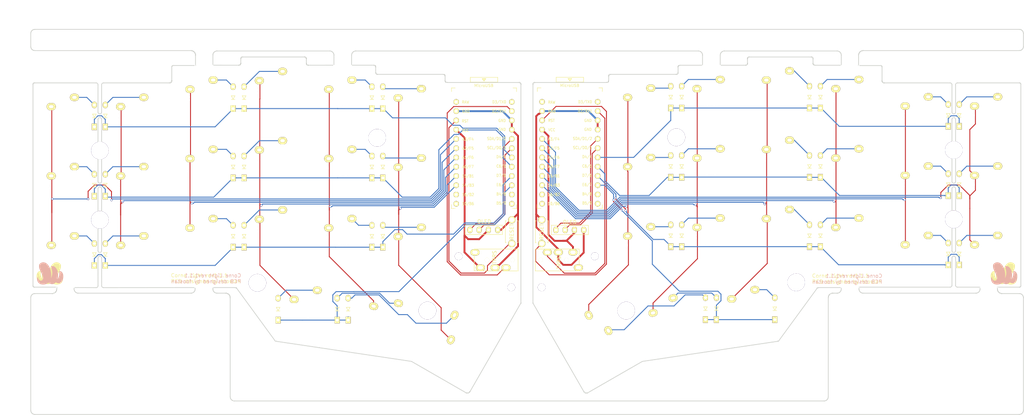
<source format=kicad_pcb>
(kicad_pcb (version 20171130) (host pcbnew "(5.1.2-1)-1")
  (title_block (title "Corne Light") (date 2018-12-26) (rev 2.1) (company foostan))
  (layers (0 F.Cu signal) (31 B.Cu signal) (34 B.Paste user) (35 F.Paste user) (36 B.SilkS user) (37 F.SilkS user) (38 B.Mask user) (39 F.Mask user) (44 Edge.Cuts user))
  (net 0 "")
  (net 1 row0)
  (net 2 "Net-(D1-Pad2)")
  (net 3 row1)
  (net 4 "Net-(D2-Pad2)")
  (net 5 row2)
  (net 6 "Net-(D3-Pad2)")
  (net 7 row3)
  (net 8 "Net-(D4-Pad2)")
  (net 9 "Net-(D5-Pad2)")
  (net 10 "Net-(D6-Pad2)")
  (net 11 "Net-(D7-Pad2)")
  (net 12 "Net-(D8-Pad2)")
  (net 13 "Net-(D9-Pad2)")
  (net 14 "Net-(D10-Pad2)")
  (net 15 "Net-(D11-Pad2)")
  (net 16 "Net-(D12-Pad2)")
  (net 17 "Net-(D13-Pad2)")
  (net 18 "Net-(D14-Pad2)")
  (net 19 "Net-(D15-Pad2)")
  (net 20 "Net-(D16-Pad2)")
  (net 21 "Net-(D17-Pad2)")
  (net 22 "Net-(D18-Pad2)")
  (net 23 "Net-(D19-Pad2)")
  (net 24 "Net-(D20-Pad2)")
  (net 25 "Net-(D21-Pad2)")
  (net 26 GND)
  (net 27 VCC)
  (net 28 col0)
  (net 29 col1)
  (net 30 col2)
  (net 31 col3)
  (net 32 col4)
  (net 33 col5)
  (net 34 LED)
  (net 35 data)
  (net 36 reset)
  (net 37 SCL)
  (net 38 SDA)
  (net 39 "Net-(U1-Pad14)")
  (net 40 "Net-(U1-Pad13)")
  (net 41 "Net-(U1-Pad12)")
  (net 42 "Net-(U1-Pad11)")
  (net 43 "Net-(J1-PadA)")
  (net 44 "Net-(U1-Pad24)")
  (net 45 "Net-(D22-Pad2)")
  (net 46 row0_r)
  (net 47 "Net-(D23-Pad2)")
  (net 48 "Net-(D24-Pad2)")
  (net 49 "Net-(D25-Pad2)")
  (net 50 "Net-(D26-Pad2)")
  (net 51 "Net-(D27-Pad2)")
  (net 52 row1_r)
  (net 53 "Net-(D28-Pad2)")
  (net 54 "Net-(D29-Pad2)")
  (net 55 "Net-(D30-Pad2)")
  (net 56 "Net-(D31-Pad2)")
  (net 57 "Net-(D32-Pad2)")
  (net 58 "Net-(D33-Pad2)")
  (net 59 row2_r)
  (net 60 "Net-(D34-Pad2)")
  (net 61 "Net-(D35-Pad2)")
  (net 62 "Net-(D36-Pad2)")
  (net 63 "Net-(D37-Pad2)")
  (net 64 "Net-(D38-Pad2)")
  (net 65 "Net-(D39-Pad2)")
  (net 66 "Net-(D40-Pad2)")
  (net 67 row3_r)
  (net 68 "Net-(D41-Pad2)")
  (net 69 "Net-(D42-Pad2)")
  (net 70 data_r)
  (net 71 "Net-(J6-PadA)")
  (net 72 SDA_r)
  (net 73 SCL_r)
  (net 74 LED_r)
  (net 75 reset_r)
  (net 76 col0_r)
  (net 77 col1_r)
  (net 78 col2_r)
  (net 79 col3_r)
  (net 80 col4_r)
  (net 81 col5_r)
  (net 82 "Net-(U2-Pad24)")
  (net 83 "Net-(U2-Pad14)")
  (net 84 "Net-(U2-Pad13)")
  (net 85 "Net-(U2-Pad12)")
  (net 86 "Net-(U2-Pad11)")
  (net 87 VDD)
  (net 88 GNDA)
  (module kbd:D3_TH (layer F.Cu) (at 267.0245 83.774 90)
    (fp_text reference D34 hide)
    (fp_text value D hide)
    (pad 2 thru_hole oval (at 3 0 90) (size 1.778 1.397) (drill 0.8128) (layers *.Cu F.SilkS B.Mask) (net 60 "Net-(D34-Pad2)"))
    (pad 1 thru_hole rect (at -3 0 90) (size 1.778 1.397) (drill 0.8128) (layers *.Cu F.SilkS B.Mask) (net 59 row2_r))
  )
  (module kbd:D3_TH (layer F.Cu) (at 109.1875 59.92 90)
    (fp_text reference D12 hide)
    (fp_text value D hide)
    (pad 2 thru_hole oval (at 3 0 90) (size 1.778 1.397) (drill 0.8128) (layers *.Cu F.SilkS B.Mask) (net 16 "Net-(D12-Pad2)"))
    (pad 1 thru_hole rect (at -3 0 90) (size 1.778 1.397) (drill 0.8128) (layers *.Cu F.SilkS B.Mask) (net 3 row1))
  )
  (module kbd:D3_TH (layer F.Cu) (at 188.0245 59.774 90)
    (fp_text reference D33 hide)
    (fp_text value D hide)
    (pad 2 thru_hole oval (at 3 0 90) (size 1.778 1.397) (drill 0.8128) (layers *.Cu F.SilkS B.Mask) (net 58 "Net-(D33-Pad2)"))
    (pad 1 thru_hole rect (at -3 0 90) (size 1.778 1.397) (drill 0.8128) (layers *.Cu F.SilkS B.Mask) (net 52 row1_r))
  )
  (module kbd:D3_TH (layer F.Cu) (at 191.0245 59.774 90)
    (fp_text reference D32 hide)
    (fp_text value D hide)
    (pad 2 thru_hole oval (at 3 0 90) (size 1.778 1.397) (drill 0.8128) (layers *.Cu F.SilkS B.Mask) (net 57 "Net-(D32-Pad2)"))
    (pad 1 thru_hole rect (at -3 0 90) (size 1.778 1.397) (drill 0.8128) (layers *.Cu F.SilkS B.Mask) (net 52 row1_r))
  )
  (module kbd:D3_TH (layer F.Cu) (at 226.0245 59.769 90)
    (fp_text reference D31 hide)
    (fp_text value D hide)
    (pad 2 thru_hole oval (at 3 0 90) (size 1.778 1.397) (drill 0.8128) (layers *.Cu F.SilkS B.Mask) (net 56 "Net-(D31-Pad2)"))
    (pad 1 thru_hole rect (at -3 0 90) (size 1.778 1.397) (drill 0.8128) (layers *.Cu F.SilkS B.Mask) (net 52 row1_r))
  )
  (module kbd:D3_TH (layer F.Cu) (at 229.0245 59.774 90)
    (fp_text reference D30 hide)
    (fp_text value D hide)
    (pad 2 thru_hole oval (at 3 0 90) (size 1.778 1.397) (drill 0.8128) (layers *.Cu F.SilkS B.Mask) (net 55 "Net-(D30-Pad2)"))
    (pad 1 thru_hole rect (at -3 0 90) (size 1.778 1.397) (drill 0.8128) (layers *.Cu F.SilkS B.Mask) (net 52 row1_r))
  )
  (module kbd:D3_TH (layer F.Cu) (at 264.0245 64.774 90)
    (fp_text reference D29 hide)
    (fp_text value D hide)
    (pad 2 thru_hole oval (at 3 0 90) (size 1.778 1.397) (drill 0.8128) (layers *.Cu F.SilkS B.Mask) (net 54 "Net-(D29-Pad2)"))
    (pad 1 thru_hole rect (at -3 0 90) (size 1.778 1.397) (drill 0.8128) (layers *.Cu F.SilkS B.Mask) (net 52 row1_r))
  )
  (module kbd:D3_TH (layer F.Cu) (at 267.0245 64.774 90)
    (fp_text reference D28 hide)
    (fp_text value D hide)
    (pad 2 thru_hole oval (at 3 0 90) (size 1.778 1.397) (drill 0.8128) (layers *.Cu F.SilkS B.Mask) (net 53 "Net-(D28-Pad2)"))
    (pad 1 thru_hole rect (at -3 0 90) (size 1.778 1.397) (drill 0.8128) (layers *.Cu F.SilkS B.Mask) (net 52 row1_r))
  )
  (module kbd:D3_TH (layer F.Cu) (at 188.0245 40.774 90)
    (fp_text reference D27 hide)
    (fp_text value D hide)
    (pad 2 thru_hole oval (at 3 0 90) (size 1.778 1.397) (drill 0.8128) (layers *.Cu F.SilkS B.Mask) (net 51 "Net-(D27-Pad2)"))
    (pad 1 thru_hole rect (at -3 0 90) (size 1.778 1.397) (drill 0.8128) (layers *.Cu F.SilkS B.Mask) (net 46 row0_r))
  )
  (module kbd:D3_TH (layer F.Cu) (at 191.0245 40.774 90)
    (fp_text reference D26 hide)
    (fp_text value D hide)
    (pad 2 thru_hole oval (at 3 0 90) (size 1.778 1.397) (drill 0.8128) (layers *.Cu F.SilkS B.Mask) (net 50 "Net-(D26-Pad2)"))
    (pad 1 thru_hole rect (at -3 0 90) (size 1.778 1.397) (drill 0.8128) (layers *.Cu F.SilkS B.Mask) (net 46 row0_r))
  )
  (module kbd:D3_TH (layer F.Cu) (at 226.0245 40.769 90)
    (fp_text reference D25 hide)
    (fp_text value D hide)
    (pad 2 thru_hole oval (at 3 0 90) (size 1.778 1.397) (drill 0.8128) (layers *.Cu F.SilkS B.Mask) (net 49 "Net-(D25-Pad2)"))
    (pad 1 thru_hole rect (at -3 0 90) (size 1.778 1.397) (drill 0.8128) (layers *.Cu F.SilkS B.Mask) (net 46 row0_r))
  )
  (module kbd:D3_TH (layer F.Cu) (at 229.0245 40.774 90)
    (fp_text reference D24 hide)
    (fp_text value D hide)
    (pad 2 thru_hole oval (at 3 0 90) (size 1.778 1.397) (drill 0.8128) (layers *.Cu F.SilkS B.Mask) (net 48 "Net-(D24-Pad2)"))
    (pad 1 thru_hole rect (at -3 0 90) (size 1.778 1.397) (drill 0.8128) (layers *.Cu F.SilkS B.Mask) (net 46 row0_r))
  )
  (module kbd:D3_TH (layer F.Cu) (at 264.0245 45.774 90)
    (fp_text reference D23 hide)
    (fp_text value D hide)
    (pad 2 thru_hole oval (at 3 0 90) (size 1.778 1.397) (drill 0.8128) (layers *.Cu F.SilkS B.Mask) (net 47 "Net-(D23-Pad2)"))
    (pad 1 thru_hole rect (at -3 0 90) (size 1.778 1.397) (drill 0.8128) (layers *.Cu F.SilkS B.Mask) (net 46 row0_r))
  )
  (module kbd:D3_TH (layer F.Cu) (at 267.0245 45.774 90)
    (fp_text reference D22 hide)
    (fp_text value D hide)
    (pad 2 thru_hole oval (at 3 0 90) (size 1.778 1.397) (drill 0.8128) (layers *.Cu F.SilkS B.Mask) (net 45 "Net-(D22-Pad2)"))
    (pad 1 thru_hole rect (at -3 0 90) (size 1.778 1.397) (drill 0.8128) (layers *.Cu F.SilkS B.Mask) (net 46 row0_r))
  )
  (module kbd:D3_TH (layer F.Cu) (at 197.5345 98.769 90)
    (fp_text reference D42 hide)
    (fp_text value D hide)
    (pad 2 thru_hole oval (at 3 0 90) (size 1.778 1.397) (drill 0.8128) (layers *.Cu F.SilkS B.Mask) (net 69 "Net-(D42-Pad2)"))
    (pad 1 thru_hole rect (at -3 0 90) (size 1.778 1.397) (drill 0.8128) (layers *.Cu F.SilkS B.Mask) (net 67 row3_r))
  )
  (module kbd:D3_TH (layer F.Cu) (at 200.5345 98.769 90)
    (fp_text reference D41 hide)
    (fp_text value D hide)
    (pad 2 thru_hole oval (at 3 0 90) (size 1.778 1.397) (drill 0.8128) (layers *.Cu F.SilkS B.Mask) (net 68 "Net-(D41-Pad2)"))
    (pad 1 thru_hole rect (at -3 0 90) (size 1.778 1.397) (drill 0.8128) (layers *.Cu F.SilkS B.Mask) (net 67 row3_r))
  )
  (module kbd:D3_TH (layer F.Cu) (at 216.5245 98.784 90)
    (fp_text reference D40 hide)
    (fp_text value D hide)
    (pad 2 thru_hole oval (at 3 0 90) (size 1.778 1.397) (drill 0.8128) (layers *.Cu F.SilkS B.Mask) (net 66 "Net-(D40-Pad2)"))
    (pad 1 thru_hole rect (at -3 0 90) (size 1.778 1.397) (drill 0.8128) (layers *.Cu F.SilkS B.Mask) (net 67 row3_r))
  )
  (module kbd:D3_TH (layer F.Cu) (at 188.0245 78.774 90)
    (fp_text reference D39 hide)
    (fp_text value D hide)
    (pad 2 thru_hole oval (at 3 0 90) (size 1.778 1.397) (drill 0.8128) (layers *.Cu F.SilkS B.Mask) (net 65 "Net-(D39-Pad2)"))
    (pad 1 thru_hole rect (at -3 0 90) (size 1.778 1.397) (drill 0.8128) (layers *.Cu F.SilkS B.Mask) (net 59 row2_r))
  )
  (module kbd:D3_TH (layer F.Cu) (at 191.0245 78.774 90)
    (fp_text reference D38 hide)
    (fp_text value D hide)
    (pad 2 thru_hole oval (at 3 0 90) (size 1.778 1.397) (drill 0.8128) (layers *.Cu F.SilkS B.Mask) (net 64 "Net-(D38-Pad2)"))
    (pad 1 thru_hole rect (at -3 0 90) (size 1.778 1.397) (drill 0.8128) (layers *.Cu F.SilkS B.Mask) (net 59 row2_r))
  )
  (module kbd:D3_TH (layer F.Cu) (at 226.0245 78.769 90)
    (fp_text reference D37 hide)
    (fp_text value D hide)
    (pad 2 thru_hole oval (at 3 0 90) (size 1.778 1.397) (drill 0.8128) (layers *.Cu F.SilkS B.Mask) (net 63 "Net-(D37-Pad2)"))
    (pad 1 thru_hole rect (at -3 0 90) (size 1.778 1.397) (drill 0.8128) (layers *.Cu F.SilkS B.Mask) (net 59 row2_r))
  )
  (module kbd:D3_TH (layer F.Cu) (at 229.0245 78.774 90)
    (fp_text reference D36 hide)
    (fp_text value D hide)
    (pad 2 thru_hole oval (at 3 0 90) (size 1.778 1.397) (drill 0.8128) (layers *.Cu F.SilkS B.Mask) (net 62 "Net-(D36-Pad2)"))
    (pad 1 thru_hole rect (at -3 0 90) (size 1.778 1.397) (drill 0.8128) (layers *.Cu F.SilkS B.Mask) (net 59 row2_r))
  )
  (module kbd:D3_TH (layer F.Cu) (at 264.0245 83.774 90)
    (fp_text reference D35 hide)
    (fp_text value D hide)
    (pad 2 thru_hole oval (at 3 0 90) (size 1.778 1.397) (drill 0.8128) (layers *.Cu F.SilkS B.Mask) (net 61 "Net-(D35-Pad2)"))
    (pad 1 thru_hole rect (at -3 0 90) (size 1.778 1.397) (drill 0.8128) (layers *.Cu F.SilkS B.Mask) (net 59 row2_r))
  )
  (module kbd:D3_TH (layer F.Cu) (at 30.1875 45.916875 90)
    (fp_text reference D1 hide)
    (fp_text value D hide)
    (pad 2 thru_hole oval (at 3 0 90) (size 1.778 1.397) (drill 0.8128) (layers *.Cu F.SilkS B.Mask) (net 2 "Net-(D1-Pad2)"))
    (pad 1 thru_hole rect (at -3 0 90) (size 1.778 1.397) (drill 0.8128) (layers *.Cu F.SilkS B.Mask) (net 1 row0))
  )
  (module kbd:D3_TH (layer F.Cu) (at 33.1875 45.92 90)
    (fp_text reference D2 hide)
    (fp_text value D hide)
    (pad 2 thru_hole oval (at 3 0 90) (size 1.778 1.397) (drill 0.8128) (layers *.Cu F.SilkS B.Mask) (net 4 "Net-(D2-Pad2)"))
    (pad 1 thru_hole rect (at -3 0 90) (size 1.778 1.397) (drill 0.8128) (layers *.Cu F.SilkS B.Mask) (net 1 row0))
  )
  (module kbd:D3_TH (layer F.Cu) (at 68.1875 40.92 90)
    (fp_text reference D3 hide)
    (fp_text value D hide)
    (pad 2 thru_hole oval (at 3 0 90) (size 1.778 1.397) (drill 0.8128) (layers *.Cu F.SilkS B.Mask) (net 6 "Net-(D3-Pad2)"))
    (pad 1 thru_hole rect (at -3 0 90) (size 1.778 1.397) (drill 0.8128) (layers *.Cu F.SilkS B.Mask) (net 1 row0))
  )
  (module kbd:D3_TH (layer F.Cu) (at 71.1875 40.915 90)
    (fp_text reference D4 hide)
    (fp_text value D hide)
    (pad 2 thru_hole oval (at 3 0 90) (size 1.778 1.397) (drill 0.8128) (layers *.Cu F.SilkS B.Mask) (net 8 "Net-(D4-Pad2)"))
    (pad 1 thru_hole rect (at -3 0 90) (size 1.778 1.397) (drill 0.8128) (layers *.Cu F.SilkS B.Mask) (net 1 row0))
  )
  (module kbd:D3_TH (layer F.Cu) (at 106.1875 40.92 90)
    (fp_text reference D5 hide)
    (fp_text value D hide)
    (pad 2 thru_hole oval (at 3 0 90) (size 1.778 1.397) (drill 0.8128) (layers *.Cu F.SilkS B.Mask) (net 9 "Net-(D5-Pad2)"))
    (pad 1 thru_hole rect (at -3 0 90) (size 1.778 1.397) (drill 0.8128) (layers *.Cu F.SilkS B.Mask) (net 1 row0))
  )
  (module kbd:D3_TH (layer F.Cu) (at 109.1875 40.92 90)
    (fp_text reference D6 hide)
    (fp_text value D hide)
    (pad 2 thru_hole oval (at 3 0 90) (size 1.778 1.397) (drill 0.8128) (layers *.Cu F.SilkS B.Mask) (net 10 "Net-(D6-Pad2)"))
    (pad 1 thru_hole rect (at -3 0 90) (size 1.778 1.397) (drill 0.8128) (layers *.Cu F.SilkS B.Mask) (net 1 row0))
  )
  (module kbd:D3_TH (layer F.Cu) (at 30.1875 64.916875 90)
    (fp_text reference D7 hide)
    (fp_text value D hide)
    (pad 2 thru_hole oval (at 3 0 90) (size 1.778 1.397) (drill 0.8128) (layers *.Cu F.SilkS B.Mask) (net 11 "Net-(D7-Pad2)"))
    (pad 1 thru_hole rect (at -3 0 90) (size 1.778 1.397) (drill 0.8128) (layers *.Cu F.SilkS B.Mask) (net 3 row1))
  )
  (module kbd:D3_TH (layer F.Cu) (at 33.1875 64.92 90)
    (fp_text reference D8 hide)
    (fp_text value D hide)
    (pad 2 thru_hole oval (at 3 0 90) (size 1.778 1.397) (drill 0.8128) (layers *.Cu F.SilkS B.Mask) (net 12 "Net-(D8-Pad2)"))
    (pad 1 thru_hole rect (at -3 0 90) (size 1.778 1.397) (drill 0.8128) (layers *.Cu F.SilkS B.Mask) (net 3 row1))
  )
  (module kbd:D3_TH (layer F.Cu) (at 68.1875 59.92 90)
    (fp_text reference D9 hide)
    (fp_text value D hide)
    (pad 2 thru_hole oval (at 3 0 90) (size 1.778 1.397) (drill 0.8128) (layers *.Cu F.SilkS B.Mask) (net 13 "Net-(D9-Pad2)"))
    (pad 1 thru_hole rect (at -3 0 90) (size 1.778 1.397) (drill 0.8128) (layers *.Cu F.SilkS B.Mask) (net 3 row1))
  )
  (module kbd:D3_TH (layer F.Cu) (at 71.1875 59.915 90)
    (fp_text reference D10 hide)
    (fp_text value D hide)
    (pad 2 thru_hole oval (at 3 0 90) (size 1.778 1.397) (drill 0.8128) (layers *.Cu F.SilkS B.Mask) (net 14 "Net-(D10-Pad2)"))
    (pad 1 thru_hole rect (at -3 0 90) (size 1.778 1.397) (drill 0.8128) (layers *.Cu F.SilkS B.Mask) (net 3 row1))
  )
  (module kbd:D3_TH (layer F.Cu) (at 106.1875 59.92 90)
    (fp_text reference D11 hide)
    (fp_text value D hide)
    (pad 2 thru_hole oval (at 3 0 90) (size 1.778 1.397) (drill 0.8128) (layers *.Cu F.SilkS B.Mask) (net 15 "Net-(D11-Pad2)"))
    (pad 1 thru_hole rect (at -3 0 90) (size 1.778 1.397) (drill 0.8128) (layers *.Cu F.SilkS B.Mask) (net 3 row1))
  )
  (module kbd:D3_TH (layer F.Cu) (at 30.1875 83.916875 90)
    (fp_text reference D13 hide)
    (fp_text value D hide)
    (pad 2 thru_hole oval (at 3 0 90) (size 1.778 1.397) (drill 0.8128) (layers *.Cu F.SilkS B.Mask) (net 17 "Net-(D13-Pad2)"))
    (pad 1 thru_hole rect (at -3 0 90) (size 1.778 1.397) (drill 0.8128) (layers *.Cu F.SilkS B.Mask) (net 5 row2))
  )
  (module kbd:D3_TH (layer F.Cu) (at 33.1875 83.92 90)
    (fp_text reference D14 hide)
    (fp_text value D hide)
    (pad 2 thru_hole oval (at 3 0 90) (size 1.778 1.397) (drill 0.8128) (layers *.Cu F.SilkS B.Mask) (net 18 "Net-(D14-Pad2)"))
    (pad 1 thru_hole rect (at -3 0 90) (size 1.778 1.397) (drill 0.8128) (layers *.Cu F.SilkS B.Mask) (net 5 row2))
  )
  (module kbd:D3_TH (layer F.Cu) (at 68.1875 78.92 90)
    (fp_text reference D15 hide)
    (fp_text value D hide)
    (pad 2 thru_hole oval (at 3 0 90) (size 1.778 1.397) (drill 0.8128) (layers *.Cu F.SilkS B.Mask) (net 19 "Net-(D15-Pad2)"))
    (pad 1 thru_hole rect (at -3 0 90) (size 1.778 1.397) (drill 0.8128) (layers *.Cu F.SilkS B.Mask) (net 5 row2))
  )
  (module kbd:D3_TH (layer F.Cu) (at 71.1875 78.915 90)
    (fp_text reference D16 hide)
    (fp_text value D hide)
    (pad 2 thru_hole oval (at 3 0 90) (size 1.778 1.397) (drill 0.8128) (layers *.Cu F.SilkS B.Mask) (net 20 "Net-(D16-Pad2)"))
    (pad 1 thru_hole rect (at -3 0 90) (size 1.778 1.397) (drill 0.8128) (layers *.Cu F.SilkS B.Mask) (net 5 row2))
  )
  (module kbd:D3_TH (layer F.Cu) (at 106.1875 78.92 90)
    (fp_text reference D17 hide)
    (fp_text value D hide)
    (pad 2 thru_hole oval (at 3 0 90) (size 1.778 1.397) (drill 0.8128) (layers *.Cu F.SilkS B.Mask) (net 21 "Net-(D17-Pad2)"))
    (pad 1 thru_hole rect (at -3 0 90) (size 1.778 1.397) (drill 0.8128) (layers *.Cu F.SilkS B.Mask) (net 5 row2))
  )
  (module kbd:D3_TH (layer F.Cu) (at 109.1875 78.92 90)
    (fp_text reference D18 hide)
    (fp_text value D hide)
    (pad 2 thru_hole oval (at 3 0 90) (size 1.778 1.397) (drill 0.8128) (layers *.Cu F.SilkS B.Mask) (net 22 "Net-(D18-Pad2)"))
    (pad 1 thru_hole rect (at -3 0 90) (size 1.778 1.397) (drill 0.8128) (layers *.Cu F.SilkS B.Mask) (net 5 row2))
  )
  (module kbd:D3_TH (layer F.Cu) (at 80.5075 98.91 90)
    (fp_text reference D19 hide)
    (fp_text value D hide)
    (pad 2 thru_hole oval (at 3 0 90) (size 1.778 1.397) (drill 0.8128) (layers *.Cu F.SilkS B.Mask) (net 23 "Net-(D19-Pad2)"))
    (pad 1 thru_hole rect (at -3 0 90) (size 1.778 1.397) (drill 0.8128) (layers *.Cu F.SilkS B.Mask) (net 7 row3))
  )
  (module kbd:D3_TH (layer F.Cu) (at 96.6875 98.905 90)
    (fp_text reference D20 hide)
    (fp_text value D hide)
    (pad 2 thru_hole oval (at 3 0 90) (size 1.778 1.397) (drill 0.8128) (layers *.Cu F.SilkS B.Mask) (net 24 "Net-(D20-Pad2)"))
    (pad 1 thru_hole rect (at -3 0 90) (size 1.778 1.397) (drill 0.8128) (layers *.Cu F.SilkS B.Mask) (net 7 row3))
  )
  (module kbd:D3_TH (layer F.Cu) (at 99.6875 98.905 90)
    (fp_text reference D21 hide)
    (fp_text value D hide)
    (pad 2 thru_hole oval (at 3 0 90) (size 1.778 1.397) (drill 0.8128) (layers *.Cu F.SilkS B.Mask) (net 25 "Net-(D21-Pad2)"))
    (pad 1 thru_hole rect (at -3 0 90) (size 1.778 1.397) (drill 0.8128) (layers *.Cu F.SilkS B.Mask) (net 7 row3))
  )
  (module kbd:OLED_1side (layer F.Cu) (at 164.1945 77.194 180)
    (fp_text reference J7)
    (fp_text value OLED hide)
    (fp_text user OLED (at 3.825 2.13) (layer F.SilkS))
    (pad 4 thru_hole oval (at 7.62 0 180) (size 1.397 1.778) (drill 0.8128) (layers *.Cu F.SilkS B.Mask) (net 72 SDA_r))
    (pad 3 thru_hole oval (at 5.08 0 180) (size 1.397 1.778) (drill 0.8128) (layers *.Cu F.SilkS B.Mask) (net 73 SCL_r))
    (pad 2 thru_hole oval (at 2.54 0 180) (size 1.397 1.778) (drill 0.8128) (layers *.Cu F.SilkS B.Mask) (net 87 VDD))
    (pad 1 thru_hole oval (at 0 0 180) (size 1.397 1.778) (drill 0.8128) (layers *.Cu F.SilkS B.Mask) (net 88 GNDA))
  )
  (module kbd:OLED_1side (layer F.Cu) (at 133.0285 77.168)
    (fp_text reference J2)
    (fp_text value OLED hide)
    (fp_text user OLED (at 3.906 -2.284) (layer F.SilkS))
    (pad 4 thru_hole oval (at 7.62 0) (size 1.397 1.778) (drill 0.8128) (layers *.Cu F.SilkS B.Mask) (net 26 GND))
    (pad 3 thru_hole oval (at 5.08 0) (size 1.397 1.778) (drill 0.8128) (layers *.Cu F.SilkS B.Mask) (net 27 VCC))
    (pad 2 thru_hole oval (at 2.54 0) (size 1.397 1.778) (drill 0.8128) (layers *.Cu F.SilkS B.Mask) (net 37 SCL))
    (pad 1 thru_hole oval (at 0 0) (size 1.397 1.778) (drill 0.8128) (layers *.Cu F.SilkS B.Mask) (net 38 SDA))
  )
  (module kbd:CherryMX_1u (layer F.Cu) (at 22.1875 45.92)
    (fp_text reference SW1 hide)
    (fp_text value SW_PUSH hide)
    (pad "" np_thru_hole circle (at 0 0 90) (size 4 4) (drill 4) (layers *.Cu *.Mask))
    (pad "" np_thru_hole circle (at -5.08 0 90) (size 1.9 1.9) (drill 1.9) (layers *.Cu *.Mask))
    (pad "" np_thru_hole circle (at 5.08 0 90) (size 1.9 1.9) (drill 1.9) (layers *.Cu *.Mask))
    (pad 2 thru_hole oval (at 2.54 -5.08) (size 2.5 2) (drill oval 1.2 0.8) (layers *.Cu F.SilkS B.Mask) (net 2 "Net-(D1-Pad2)"))
    (pad 1 thru_hole oval (at -3.81 -2.54) (size 2.5 2) (drill oval 1.2 0.8) (layers *.Cu F.SilkS B.Mask) (net 28 col0))
  )
  (module kbd:CherryMX_1u (layer F.Cu) (at 41.1875 45.92)
    (fp_text reference SW2 hide)
    (fp_text value SW_PUSH hide)
    (pad "" np_thru_hole circle (at 0 0 90) (size 4 4) (drill 4) (layers *.Cu *.Mask))
    (pad "" np_thru_hole circle (at -5.08 0 90) (size 1.9 1.9) (drill 1.9) (layers *.Cu *.Mask))
    (pad "" np_thru_hole circle (at 5.08 0 90) (size 1.9 1.9) (drill 1.9) (layers *.Cu *.Mask))
    (pad 2 thru_hole oval (at 2.54 -5.08) (size 2.5 2) (drill oval 1.2 0.8) (layers *.Cu F.SilkS B.Mask) (net 4 "Net-(D2-Pad2)"))
    (pad 1 thru_hole oval (at -3.81 -2.54) (size 2.5 2) (drill oval 1.2 0.8) (layers *.Cu F.SilkS B.Mask) (net 29 col1))
  )
  (module kbd:CherryMX_1u (layer F.Cu) (at 218.0245 76.649)
    (fp_text reference SW37 hide)
    (fp_text value SW_PUSH hide)
    (pad "" np_thru_hole circle (at 0 0 90) (size 4 4) (drill 4) (layers *.Cu *.Mask))
    (pad "" np_thru_hole circle (at -5.08 0 90) (size 1.9 1.9) (drill 1.9) (layers *.Cu *.Mask))
    (pad "" np_thru_hole circle (at 5.08 0 90) (size 1.9 1.9) (drill 1.9) (layers *.Cu *.Mask))
    (pad 2 thru_hole oval (at 2.54 -5.08) (size 2.5 2) (drill oval 1.2 0.8) (layers *.Cu F.SilkS B.Mask) (net 63 "Net-(D37-Pad2)"))
    (pad 1 thru_hole oval (at -3.81 -2.54) (size 2.5 2) (drill oval 1.2 0.8) (layers *.Cu F.SilkS B.Mask) (net 79 col3_r))
  )
  (module kbd:CherryMX_1u (layer F.Cu) (at 60.1875 60.17)
    (fp_text reference SW9 hide)
    (fp_text value SW_PUSH hide)
    (pad "" np_thru_hole circle (at 0 0 90) (size 4 4) (drill 4) (layers *.Cu *.Mask))
    (pad "" np_thru_hole circle (at -5.08 0 90) (size 1.9 1.9) (drill 1.9) (layers *.Cu *.Mask))
    (pad "" np_thru_hole circle (at 5.08 0 90) (size 1.9 1.9) (drill 1.9) (layers *.Cu *.Mask))
    (pad 2 thru_hole oval (at 2.54 -5.08) (size 2.5 2) (drill oval 1.2 0.8) (layers *.Cu F.SilkS B.Mask) (net 13 "Net-(D9-Pad2)"))
    (pad 1 thru_hole oval (at -3.81 -2.54) (size 2.5 2) (drill oval 1.2 0.8) (layers *.Cu F.SilkS B.Mask) (net 30 col2))
  )
  (module kbd:CherryMX_1u (layer F.Cu) (at 199.0245 60.024)
    (fp_text reference SW32 hide)
    (fp_text value SW_PUSH hide)
    (pad "" np_thru_hole circle (at 0 0 90) (size 4 4) (drill 4) (layers *.Cu *.Mask))
    (pad "" np_thru_hole circle (at -5.08 0 90) (size 1.9 1.9) (drill 1.9) (layers *.Cu *.Mask))
    (pad "" np_thru_hole circle (at 5.08 0 90) (size 1.9 1.9) (drill 1.9) (layers *.Cu *.Mask))
    (pad 2 thru_hole oval (at 2.54 -5.08) (size 2.5 2) (drill oval 1.2 0.8) (layers *.Cu F.SilkS B.Mask) (net 57 "Net-(D32-Pad2)"))
    (pad 1 thru_hole oval (at -3.81 -2.54) (size 2.5 2) (drill oval 1.2 0.8) (layers *.Cu F.SilkS B.Mask) (net 80 col4_r))
  )
  (module kbd:CherryMX_1u (layer F.Cu) (at 199.0245 41.024)
    (fp_text reference SW26 hide)
    (fp_text value SW_PUSH hide)
    (pad "" np_thru_hole circle (at 0 0 90) (size 4 4) (drill 4) (layers *.Cu *.Mask))
    (pad "" np_thru_hole circle (at -5.08 0 90) (size 1.9 1.9) (drill 1.9) (layers *.Cu *.Mask))
    (pad "" np_thru_hole circle (at 5.08 0 90) (size 1.9 1.9) (drill 1.9) (layers *.Cu *.Mask))
    (pad 2 thru_hole oval (at 2.54 -5.08) (size 2.5 2) (drill oval 1.2 0.8) (layers *.Cu F.SilkS B.Mask) (net 50 "Net-(D26-Pad2)"))
    (pad 1 thru_hole oval (at -3.81 -2.54) (size 2.5 2) (drill oval 1.2 0.8) (layers *.Cu F.SilkS B.Mask) (net 80 col4_r))
  )
  (module kbd:CherryMX_1u (layer F.Cu) (at 187.5245 101.399 15)
    (fp_text reference SW41 hide)
    (fp_text value SW_PUSH hide)
    (pad "" np_thru_hole circle (at 0 0 105) (size 4 4) (drill 4) (layers *.Cu *.Mask))
    (pad "" np_thru_hole circle (at -5.08 0 105) (size 1.9 1.9) (drill 1.9) (layers *.Cu *.Mask))
    (pad "" np_thru_hole circle (at 5.08 0 105) (size 1.9 1.9) (drill 1.9) (layers *.Cu *.Mask))
    (pad 2 thru_hole oval (at 2.54 -5.08 15) (size 2.5 2) (drill oval 1.2 0.8) (layers *.Cu F.SilkS B.Mask) (net 68 "Net-(D41-Pad2)"))
    (pad 1 thru_hole oval (at -3.81 -2.54 15) (size 2.5 2) (drill oval 1.2 0.8) (layers *.Cu F.SilkS B.Mask) (net 80 col4_r))
  )
  (module kbd:CherryMX_1u (layer F.Cu) (at 165.2745 105.149 300)
    (fp_text reference SW42 hide)
    (fp_text value SW_PUSH hide)
    (pad "" np_thru_hole circle (at 0 0 30) (size 4 4) (drill 4) (layers *.Cu *.Mask))
    (pad "" np_thru_hole circle (at -5.08 0 30) (size 1.9 1.9) (drill 1.9) (layers *.Cu *.Mask))
    (pad "" np_thru_hole circle (at 5.08 0 30) (size 1.9 1.9) (drill 1.9) (layers *.Cu *.Mask))
    (pad 2 thru_hole oval (at 2.54 -5.08 300) (size 2.5 2) (drill oval 1.2 0.8) (layers *.Cu F.SilkS B.Mask) (net 69 "Net-(D42-Pad2)"))
    (pad 1 thru_hole oval (at -3.81 -2.54 300) (size 2.5 2) (drill oval 1.2 0.8) (layers *.Cu F.SilkS B.Mask) (net 81 col5_r))
  )
  (module kbd:CherryMX_1u (layer F.Cu) (at 117.1875 81.545)
    (fp_text reference SW18 hide)
    (fp_text value SW_PUSH hide)
    (pad "" np_thru_hole circle (at 0 0 90) (size 4 4) (drill 4) (layers *.Cu *.Mask))
    (pad "" np_thru_hole circle (at -5.08 0 90) (size 1.9 1.9) (drill 1.9) (layers *.Cu *.Mask))
    (pad "" np_thru_hole circle (at 5.08 0 90) (size 1.9 1.9) (drill 1.9) (layers *.Cu *.Mask))
    (pad 2 thru_hole oval (at 2.54 -5.08) (size 2.5 2) (drill oval 1.2 0.8) (layers *.Cu F.SilkS B.Mask) (net 22 "Net-(D18-Pad2)"))
    (pad 1 thru_hole oval (at -3.81 -2.54) (size 2.5 2) (drill oval 1.2 0.8) (layers *.Cu F.SilkS B.Mask) (net 33 col5))
  )
  (module kbd:CherryMX_1u (layer F.Cu) (at 60.1875 41.17)
    (fp_text reference SW3 hide)
    (fp_text value SW_PUSH hide)
    (pad "" np_thru_hole circle (at 0 0 90) (size 4 4) (drill 4) (layers *.Cu *.Mask))
    (pad "" np_thru_hole circle (at -5.08 0 90) (size 1.9 1.9) (drill 1.9) (layers *.Cu *.Mask))
    (pad "" np_thru_hole circle (at 5.08 0 90) (size 1.9 1.9) (drill 1.9) (layers *.Cu *.Mask))
    (pad 2 thru_hole oval (at 2.54 -5.08) (size 2.5 2) (drill oval 1.2 0.8) (layers *.Cu F.SilkS B.Mask) (net 6 "Net-(D3-Pad2)"))
    (pad 1 thru_hole oval (at -3.81 -2.54) (size 2.5 2) (drill oval 1.2 0.8) (layers *.Cu F.SilkS B.Mask) (net 30 col2))
  )
  (module kbd:CherryMX_1u (layer F.Cu) (at 41.1875 83.92)
    (fp_text reference SW14 hide)
    (fp_text value SW_PUSH hide)
    (pad "" np_thru_hole circle (at 0 0 90) (size 4 4) (drill 4) (layers *.Cu *.Mask))
    (pad "" np_thru_hole circle (at -5.08 0 90) (size 1.9 1.9) (drill 1.9) (layers *.Cu *.Mask))
    (pad "" np_thru_hole circle (at 5.08 0 90) (size 1.9 1.9) (drill 1.9) (layers *.Cu *.Mask))
    (pad 2 thru_hole oval (at 2.54 -5.08) (size 2.5 2) (drill oval 1.2 0.8) (layers *.Cu F.SilkS B.Mask) (net 18 "Net-(D14-Pad2)"))
    (pad 1 thru_hole oval (at -3.81 -2.54) (size 2.5 2) (drill oval 1.2 0.8) (layers *.Cu F.SilkS B.Mask) (net 29 col1))
  )
  (module kbd:CherryMX_1u (layer F.Cu) (at 131.9375 105.295 60)
    (fp_text reference SW21 hide)
    (fp_text value SW_PUSH hide)
    (pad "" np_thru_hole circle (at 0 0 150) (size 4 4) (drill 4) (layers *.Cu *.Mask))
    (pad "" np_thru_hole circle (at -5.08 0 150) (size 1.9 1.9) (drill 1.9) (layers *.Cu *.Mask))
    (pad "" np_thru_hole circle (at 5.08 0 150) (size 1.9 1.9) (drill 1.9) (layers *.Cu *.Mask))
    (pad 2 thru_hole oval (at 2.54 -5.08 60) (size 2.5 2) (drill oval 1.2 0.8) (layers *.Cu F.SilkS B.Mask) (net 25 "Net-(D21-Pad2)"))
    (pad 1 thru_hole oval (at -3.81 -2.54 60) (size 2.5 2) (drill oval 1.2 0.8) (layers *.Cu F.SilkS B.Mask) (net 33 col5))
  )
  (module kbd:CherryMX_1u (layer F.Cu) (at 180.0245 43.399)
    (fp_text reference SW27 hide)
    (fp_text value SW_PUSH hide)
    (pad "" np_thru_hole circle (at 0 0 90) (size 4 4) (drill 4) (layers *.Cu *.Mask))
    (pad "" np_thru_hole circle (at -5.08 0 90) (size 1.9 1.9) (drill 1.9) (layers *.Cu *.Mask))
    (pad "" np_thru_hole circle (at 5.08 0 90) (size 1.9 1.9) (drill 1.9) (layers *.Cu *.Mask))
    (pad 2 thru_hole oval (at 2.54 -5.08) (size 2.5 2) (drill oval 1.2 0.8) (layers *.Cu F.SilkS B.Mask) (net 51 "Net-(D27-Pad2)"))
    (pad 1 thru_hole oval (at -3.81 -2.54) (size 2.5 2) (drill oval 1.2 0.8) (layers *.Cu F.SilkS B.Mask) (net 81 col5_r))
  )
  (module kbd:CherryMX_1u (layer F.Cu) (at 117.1875 62.545)
    (fp_text reference SW12 hide)
    (fp_text value SW_PUSH hide)
    (pad "" np_thru_hole circle (at 0 0 90) (size 4 4) (drill 4) (layers *.Cu *.Mask))
    (pad "" np_thru_hole circle (at -5.08 0 90) (size 1.9 1.9) (drill 1.9) (layers *.Cu *.Mask))
    (pad "" np_thru_hole circle (at 5.08 0 90) (size 1.9 1.9) (drill 1.9) (layers *.Cu *.Mask))
    (pad 2 thru_hole oval (at 2.54 -5.08) (size 2.5 2) (drill oval 1.2 0.8) (layers *.Cu F.SilkS B.Mask) (net 16 "Net-(D12-Pad2)"))
    (pad 1 thru_hole oval (at -3.81 -2.54) (size 2.5 2) (drill oval 1.2 0.8) (layers *.Cu F.SilkS B.Mask) (net 33 col5))
  )
  (module kbd:CherryMX_1u (layer F.Cu) (at 109.6875 101.545 345)
    (fp_text reference SW20 hide)
    (fp_text value SW_PUSH hide)
    (pad "" np_thru_hole circle (at 0 0 75) (size 4 4) (drill 4) (layers *.Cu *.Mask))
    (pad "" np_thru_hole circle (at -5.08 0 75) (size 1.9 1.9) (drill 1.9) (layers *.Cu *.Mask))
    (pad "" np_thru_hole circle (at 5.08 0 75) (size 1.9 1.9) (drill 1.9) (layers *.Cu *.Mask))
    (pad 2 thru_hole oval (at 2.54 -5.08 345) (size 2.5 2) (drill oval 1.2 0.8) (layers *.Cu F.SilkS B.Mask) (net 24 "Net-(D20-Pad2)"))
    (pad 1 thru_hole oval (at -3.81 -2.54 345) (size 2.5 2) (drill oval 1.2 0.8) (layers *.Cu F.SilkS B.Mask) (net 32 col4))
  )
  (module kbd:CherryMX_1u (layer F.Cu) (at 22.1875 64.92)
    (fp_text reference SW7 hide)
    (fp_text value SW_PUSH hide)
    (pad "" np_thru_hole circle (at 0 0 90) (size 4 4) (drill 4) (layers *.Cu *.Mask))
    (pad "" np_thru_hole circle (at -5.08 0 90) (size 1.9 1.9) (drill 1.9) (layers *.Cu *.Mask))
    (pad "" np_thru_hole circle (at 5.08 0 90) (size 1.9 1.9) (drill 1.9) (layers *.Cu *.Mask))
    (pad 2 thru_hole oval (at 2.54 -5.08) (size 2.5 2) (drill oval 1.2 0.8) (layers *.Cu F.SilkS B.Mask) (net 11 "Net-(D7-Pad2)"))
    (pad 1 thru_hole oval (at -3.81 -2.54) (size 2.5 2) (drill oval 1.2 0.8) (layers *.Cu F.SilkS B.Mask) (net 28 col0))
  )
  (module kbd:CherryMX_1u (layer F.Cu) (at 41.1875 64.92)
    (fp_text reference SW8 hide)
    (fp_text value SW_PUSH hide)
    (pad "" np_thru_hole circle (at 0 0 90) (size 4 4) (drill 4) (layers *.Cu *.Mask))
    (pad "" np_thru_hole circle (at -5.08 0 90) (size 1.9 1.9) (drill 1.9) (layers *.Cu *.Mask))
    (pad "" np_thru_hole circle (at 5.08 0 90) (size 1.9 1.9) (drill 1.9) (layers *.Cu *.Mask))
    (pad 2 thru_hole oval (at 2.54 -5.08) (size 2.5 2) (drill oval 1.2 0.8) (layers *.Cu F.SilkS B.Mask) (net 12 "Net-(D8-Pad2)"))
    (pad 1 thru_hole oval (at -3.81 -2.54) (size 2.5 2) (drill oval 1.2 0.8) (layers *.Cu F.SilkS B.Mask) (net 29 col1))
  )
  (module kbd:CherryMX_1u (layer F.Cu) (at 79.1875 57.795)
    (fp_text reference SW10 hide)
    (fp_text value SW_PUSH hide)
    (pad "" np_thru_hole circle (at 0 0 90) (size 4 4) (drill 4) (layers *.Cu *.Mask))
    (pad "" np_thru_hole circle (at -5.08 0 90) (size 1.9 1.9) (drill 1.9) (layers *.Cu *.Mask))
    (pad "" np_thru_hole circle (at 5.08 0 90) (size 1.9 1.9) (drill 1.9) (layers *.Cu *.Mask))
    (pad 2 thru_hole oval (at 2.54 -5.08) (size 2.5 2) (drill oval 1.2 0.8) (layers *.Cu F.SilkS B.Mask) (net 14 "Net-(D10-Pad2)"))
    (pad 1 thru_hole oval (at -3.81 -2.54) (size 2.5 2) (drill oval 1.2 0.8) (layers *.Cu F.SilkS B.Mask) (net 31 col3))
  )
  (module kbd:CherryMX_1u (layer F.Cu) (at 98.1875 60.17)
    (fp_text reference SW11 hide)
    (fp_text value SW_PUSH hide)
    (pad "" np_thru_hole circle (at 0 0 90) (size 4 4) (drill 4) (layers *.Cu *.Mask))
    (pad "" np_thru_hole circle (at -5.08 0 90) (size 1.9 1.9) (drill 1.9) (layers *.Cu *.Mask))
    (pad "" np_thru_hole circle (at 5.08 0 90) (size 1.9 1.9) (drill 1.9) (layers *.Cu *.Mask))
    (pad 2 thru_hole oval (at 2.54 -5.08) (size 2.5 2) (drill oval 1.2 0.8) (layers *.Cu F.SilkS B.Mask) (net 15 "Net-(D11-Pad2)"))
    (pad 1 thru_hole oval (at -3.81 -2.54) (size 2.5 2) (drill oval 1.2 0.8) (layers *.Cu F.SilkS B.Mask) (net 32 col4))
  )
  (module kbd:CherryMX_1u (layer F.Cu) (at 60.1875 79.17)
    (fp_text reference SW15 hide)
    (fp_text value SW_PUSH hide)
    (pad "" np_thru_hole circle (at 0 0 90) (size 4 4) (drill 4) (layers *.Cu *.Mask))
    (pad "" np_thru_hole circle (at -5.08 0 90) (size 1.9 1.9) (drill 1.9) (layers *.Cu *.Mask))
    (pad "" np_thru_hole circle (at 5.08 0 90) (size 1.9 1.9) (drill 1.9) (layers *.Cu *.Mask))
    (pad 2 thru_hole oval (at 2.54 -5.08) (size 2.5 2) (drill oval 1.2 0.8) (layers *.Cu F.SilkS B.Mask) (net 19 "Net-(D15-Pad2)"))
    (pad 1 thru_hole oval (at -3.81 -2.54) (size 2.5 2) (drill oval 1.2 0.8) (layers *.Cu F.SilkS B.Mask) (net 30 col2))
  )
  (module kbd:CherryMX_1u (layer F.Cu) (at 79.1875 76.795)
    (fp_text reference SW16 hide)
    (fp_text value SW_PUSH hide)
    (pad "" np_thru_hole circle (at 0 0 90) (size 4 4) (drill 4) (layers *.Cu *.Mask))
    (pad "" np_thru_hole circle (at -5.08 0 90) (size 1.9 1.9) (drill 1.9) (layers *.Cu *.Mask))
    (pad "" np_thru_hole circle (at 5.08 0 90) (size 1.9 1.9) (drill 1.9) (layers *.Cu *.Mask))
    (pad 2 thru_hole oval (at 2.54 -5.08) (size 2.5 2) (drill oval 1.2 0.8) (layers *.Cu F.SilkS B.Mask) (net 20 "Net-(D16-Pad2)"))
    (pad 1 thru_hole oval (at -3.81 -2.54) (size 2.5 2) (drill oval 1.2 0.8) (layers *.Cu F.SilkS B.Mask) (net 31 col3))
  )
  (module kbd:CherryMX_1u (layer F.Cu) (at 98.1875 79.17)
    (fp_text reference SW17 hide)
    (fp_text value SW_PUSH hide)
    (pad "" np_thru_hole circle (at 0 0 90) (size 4 4) (drill 4) (layers *.Cu *.Mask))
    (pad "" np_thru_hole circle (at -5.08 0 90) (size 1.9 1.9) (drill 1.9) (layers *.Cu *.Mask))
    (pad "" np_thru_hole circle (at 5.08 0 90) (size 1.9 1.9) (drill 1.9) (layers *.Cu *.Mask))
    (pad 2 thru_hole oval (at 2.54 -5.08) (size 2.5 2) (drill oval 1.2 0.8) (layers *.Cu F.SilkS B.Mask) (net 21 "Net-(D17-Pad2)"))
    (pad 1 thru_hole oval (at -3.81 -2.54) (size 2.5 2) (drill oval 1.2 0.8) (layers *.Cu F.SilkS B.Mask) (net 32 col4))
  )
  (module kbd:CherryMX_1u (layer F.Cu) (at 88.6875 98.795)
    (fp_text reference SW19 hide)
    (fp_text value SW_PUSH hide)
    (pad "" np_thru_hole circle (at 0 0 90) (size 4 4) (drill 4) (layers *.Cu *.Mask))
    (pad "" np_thru_hole circle (at -5.08 0 90) (size 1.9 1.9) (drill 1.9) (layers *.Cu *.Mask))
    (pad "" np_thru_hole circle (at 5.08 0 90) (size 1.9 1.9) (drill 1.9) (layers *.Cu *.Mask))
    (pad 2 thru_hole oval (at 2.54 -5.08) (size 2.5 2) (drill oval 1.2 0.8) (layers *.Cu F.SilkS B.Mask) (net 23 "Net-(D19-Pad2)"))
    (pad 1 thru_hole oval (at -3.81 -2.54) (size 2.5 2) (drill oval 1.2 0.8) (layers *.Cu F.SilkS B.Mask) (net 31 col3))
  )
  (module kbd:CherryMX_1u (layer F.Cu) (at 22.1875 83.92)
    (fp_text reference SW13 hide)
    (fp_text value SW_PUSH hide)
    (pad "" np_thru_hole circle (at 0 0 90) (size 4 4) (drill 4) (layers *.Cu *.Mask))
    (pad "" np_thru_hole circle (at -5.08 0 90) (size 1.9 1.9) (drill 1.9) (layers *.Cu *.Mask))
    (pad "" np_thru_hole circle (at 5.08 0 90) (size 1.9 1.9) (drill 1.9) (layers *.Cu *.Mask))
    (pad 2 thru_hole oval (at 2.54 -5.08) (size 2.5 2) (drill oval 1.2 0.8) (layers *.Cu F.SilkS B.Mask) (net 17 "Net-(D13-Pad2)"))
    (pad 1 thru_hole oval (at -3.81 -2.54) (size 2.5 2) (drill oval 1.2 0.8) (layers *.Cu F.SilkS B.Mask) (net 28 col0))
  )
  (module kbd:CherryMX_1u (layer F.Cu) (at 180.0245 81.399)
    (fp_text reference SW39 hide)
    (fp_text value SW_PUSH hide)
    (pad "" np_thru_hole circle (at 0 0 90) (size 4 4) (drill 4) (layers *.Cu *.Mask))
    (pad "" np_thru_hole circle (at -5.08 0 90) (size 1.9 1.9) (drill 1.9) (layers *.Cu *.Mask))
    (pad "" np_thru_hole circle (at 5.08 0 90) (size 1.9 1.9) (drill 1.9) (layers *.Cu *.Mask))
    (pad 2 thru_hole oval (at 2.54 -5.08) (size 2.5 2) (drill oval 1.2 0.8) (layers *.Cu F.SilkS B.Mask) (net 65 "Net-(D39-Pad2)"))
    (pad 1 thru_hole oval (at -3.81 -2.54) (size 2.5 2) (drill oval 1.2 0.8) (layers *.Cu F.SilkS B.Mask) (net 81 col5_r))
  )
  (module kbd:CherryMX_1u (layer F.Cu) (at 275.0245 64.774)
    (fp_text reference SW28 hide)
    (fp_text value SW_PUSH hide)
    (pad "" np_thru_hole circle (at 0 0 90) (size 4 4) (drill 4) (layers *.Cu *.Mask))
    (pad "" np_thru_hole circle (at -5.08 0 90) (size 1.9 1.9) (drill 1.9) (layers *.Cu *.Mask))
    (pad "" np_thru_hole circle (at 5.08 0 90) (size 1.9 1.9) (drill 1.9) (layers *.Cu *.Mask))
    (pad 2 thru_hole oval (at 2.54 -5.08) (size 2.5 2) (drill oval 1.2 0.8) (layers *.Cu F.SilkS B.Mask) (net 53 "Net-(D28-Pad2)"))
    (pad 1 thru_hole oval (at -3.81 -2.54) (size 2.5 2) (drill oval 1.2 0.8) (layers *.Cu F.SilkS B.Mask) (net 76 col0_r))
  )
  (module kbd:CherryMX_1u (layer F.Cu) (at 256.0245 45.774)
    (fp_text reference SW23 hide)
    (fp_text value SW_PUSH hide)
    (pad "" np_thru_hole circle (at 0 0 90) (size 4 4) (drill 4) (layers *.Cu *.Mask))
    (pad "" np_thru_hole circle (at -5.08 0 90) (size 1.9 1.9) (drill 1.9) (layers *.Cu *.Mask))
    (pad "" np_thru_hole circle (at 5.08 0 90) (size 1.9 1.9) (drill 1.9) (layers *.Cu *.Mask))
    (pad 2 thru_hole oval (at 2.54 -5.08) (size 2.5 2) (drill oval 1.2 0.8) (layers *.Cu F.SilkS B.Mask) (net 47 "Net-(D23-Pad2)"))
    (pad 1 thru_hole oval (at -3.81 -2.54) (size 2.5 2) (drill oval 1.2 0.8) (layers *.Cu F.SilkS B.Mask) (net 77 col1_r))
  )
  (module kbd:CherryMX_1u (layer F.Cu) (at 208.5245 98.649)
    (fp_text reference SW40 hide)
    (fp_text value SW_PUSH hide)
    (pad "" np_thru_hole circle (at 0 0 90) (size 4 4) (drill 4) (layers *.Cu *.Mask))
    (pad "" np_thru_hole circle (at -5.08 0 90) (size 1.9 1.9) (drill 1.9) (layers *.Cu *.Mask))
    (pad "" np_thru_hole circle (at 5.08 0 90) (size 1.9 1.9) (drill 1.9) (layers *.Cu *.Mask))
    (pad 2 thru_hole oval (at 2.54 -5.08) (size 2.5 2) (drill oval 1.2 0.8) (layers *.Cu F.SilkS B.Mask) (net 66 "Net-(D40-Pad2)"))
    (pad 1 thru_hole oval (at -3.81 -2.54) (size 2.5 2) (drill oval 1.2 0.8) (layers *.Cu F.SilkS B.Mask) (net 79 col3_r))
  )
  (module kbd:CherryMX_1u (layer F.Cu) (at 199.0245 79.024)
    (fp_text reference SW38 hide)
    (fp_text value SW_PUSH hide)
    (pad "" np_thru_hole circle (at 0 0 90) (size 4 4) (drill 4) (layers *.Cu *.Mask))
    (pad "" np_thru_hole circle (at -5.08 0 90) (size 1.9 1.9) (drill 1.9) (layers *.Cu *.Mask))
    (pad "" np_thru_hole circle (at 5.08 0 90) (size 1.9 1.9) (drill 1.9) (layers *.Cu *.Mask))
    (pad 2 thru_hole oval (at 2.54 -5.08) (size 2.5 2) (drill oval 1.2 0.8) (layers *.Cu F.SilkS B.Mask) (net 64 "Net-(D38-Pad2)"))
    (pad 1 thru_hole oval (at -3.81 -2.54) (size 2.5 2) (drill oval 1.2 0.8) (layers *.Cu F.SilkS B.Mask) (net 80 col4_r))
  )
  (module kbd:CherryMX_1u (layer F.Cu) (at 237.0245 79.024)
    (fp_text reference SW36 hide)
    (fp_text value SW_PUSH hide)
    (pad "" np_thru_hole circle (at 0 0 90) (size 4 4) (drill 4) (layers *.Cu *.Mask))
    (pad "" np_thru_hole circle (at -5.08 0 90) (size 1.9 1.9) (drill 1.9) (layers *.Cu *.Mask))
    (pad "" np_thru_hole circle (at 5.08 0 90) (size 1.9 1.9) (drill 1.9) (layers *.Cu *.Mask))
    (pad 2 thru_hole oval (at 2.54 -5.08) (size 2.5 2) (drill oval 1.2 0.8) (layers *.Cu F.SilkS B.Mask) (net 62 "Net-(D36-Pad2)"))
    (pad 1 thru_hole oval (at -3.81 -2.54) (size 2.5 2) (drill oval 1.2 0.8) (layers *.Cu F.SilkS B.Mask) (net 78 col2_r))
  )
  (module kbd:CherryMX_1u (layer F.Cu) (at 256.0245 83.774)
    (fp_text reference SW35 hide)
    (fp_text value SW_PUSH hide)
    (pad "" np_thru_hole circle (at 0 0 90) (size 4 4) (drill 4) (layers *.Cu *.Mask))
    (pad "" np_thru_hole circle (at -5.08 0 90) (size 1.9 1.9) (drill 1.9) (layers *.Cu *.Mask))
    (pad "" np_thru_hole circle (at 5.08 0 90) (size 1.9 1.9) (drill 1.9) (layers *.Cu *.Mask))
    (pad 2 thru_hole oval (at 2.54 -5.08) (size 2.5 2) (drill oval 1.2 0.8) (layers *.Cu F.SilkS B.Mask) (net 61 "Net-(D35-Pad2)"))
    (pad 1 thru_hole oval (at -3.81 -2.54) (size 2.5 2) (drill oval 1.2 0.8) (layers *.Cu F.SilkS B.Mask) (net 77 col1_r))
  )
  (module kbd:CherryMX_1u (layer F.Cu) (at 275.0245 83.774)
    (fp_text reference SW34 hide)
    (fp_text value SW_PUSH hide)
    (pad "" np_thru_hole circle (at 0 0 90) (size 4 4) (drill 4) (layers *.Cu *.Mask))
    (pad "" np_thru_hole circle (at -5.08 0 90) (size 1.9 1.9) (drill 1.9) (layers *.Cu *.Mask))
    (pad "" np_thru_hole circle (at 5.08 0 90) (size 1.9 1.9) (drill 1.9) (layers *.Cu *.Mask))
    (pad 2 thru_hole oval (at 2.54 -5.08) (size 2.5 2) (drill oval 1.2 0.8) (layers *.Cu F.SilkS B.Mask) (net 60 "Net-(D34-Pad2)"))
    (pad 1 thru_hole oval (at -3.81 -2.54) (size 2.5 2) (drill oval 1.2 0.8) (layers *.Cu F.SilkS B.Mask) (net 76 col0_r))
  )
  (module kbd:CherryMX_1u (layer F.Cu) (at 180.0245 62.399)
    (fp_text reference SW33 hide)
    (fp_text value SW_PUSH hide)
    (pad "" np_thru_hole circle (at 0 0 90) (size 4 4) (drill 4) (layers *.Cu *.Mask))
    (pad "" np_thru_hole circle (at -5.08 0 90) (size 1.9 1.9) (drill 1.9) (layers *.Cu *.Mask))
    (pad "" np_thru_hole circle (at 5.08 0 90) (size 1.9 1.9) (drill 1.9) (layers *.Cu *.Mask))
    (pad 2 thru_hole oval (at 2.54 -5.08) (size 2.5 2) (drill oval 1.2 0.8) (layers *.Cu F.SilkS B.Mask) (net 58 "Net-(D33-Pad2)"))
    (pad 1 thru_hole oval (at -3.81 -2.54) (size 2.5 2) (drill oval 1.2 0.8) (layers *.Cu F.SilkS B.Mask) (net 81 col5_r))
  )
  (module kbd:CherryMX_1u (layer F.Cu) (at 218.0245 57.649)
    (fp_text reference SW31 hide)
    (fp_text value SW_PUSH hide)
    (pad "" np_thru_hole circle (at 0 0 90) (size 4 4) (drill 4) (layers *.Cu *.Mask))
    (pad "" np_thru_hole circle (at -5.08 0 90) (size 1.9 1.9) (drill 1.9) (layers *.Cu *.Mask))
    (pad "" np_thru_hole circle (at 5.08 0 90) (size 1.9 1.9) (drill 1.9) (layers *.Cu *.Mask))
    (pad 2 thru_hole oval (at 2.54 -5.08) (size 2.5 2) (drill oval 1.2 0.8) (layers *.Cu F.SilkS B.Mask) (net 56 "Net-(D31-Pad2)"))
    (pad 1 thru_hole oval (at -3.81 -2.54) (size 2.5 2) (drill oval 1.2 0.8) (layers *.Cu F.SilkS B.Mask) (net 79 col3_r))
  )
  (module kbd:CherryMX_1u (layer F.Cu) (at 237.0245 60.024)
    (fp_text reference SW30 hide)
    (fp_text value SW_PUSH hide)
    (pad "" np_thru_hole circle (at 0 0 90) (size 4 4) (drill 4) (layers *.Cu *.Mask))
    (pad "" np_thru_hole circle (at -5.08 0 90) (size 1.9 1.9) (drill 1.9) (layers *.Cu *.Mask))
    (pad "" np_thru_hole circle (at 5.08 0 90) (size 1.9 1.9) (drill 1.9) (layers *.Cu *.Mask))
    (pad 2 thru_hole oval (at 2.54 -5.08) (size 2.5 2) (drill oval 1.2 0.8) (layers *.Cu F.SilkS B.Mask) (net 55 "Net-(D30-Pad2)"))
    (pad 1 thru_hole oval (at -3.81 -2.54) (size 2.5 2) (drill oval 1.2 0.8) (layers *.Cu F.SilkS B.Mask) (net 78 col2_r))
  )
  (module kbd:CherryMX_1u (layer F.Cu) (at 256.0245 64.774)
    (fp_text reference SW29 hide)
    (fp_text value SW_PUSH hide)
    (pad "" np_thru_hole circle (at 0 0 90) (size 4 4) (drill 4) (layers *.Cu *.Mask))
    (pad "" np_thru_hole circle (at -5.08 0 90) (size 1.9 1.9) (drill 1.9) (layers *.Cu *.Mask))
    (pad "" np_thru_hole circle (at 5.08 0 90) (size 1.9 1.9) (drill 1.9) (layers *.Cu *.Mask))
    (pad 2 thru_hole oval (at 2.54 -5.08) (size 2.5 2) (drill oval 1.2 0.8) (layers *.Cu F.SilkS B.Mask) (net 54 "Net-(D29-Pad2)"))
    (pad 1 thru_hole oval (at -3.81 -2.54) (size 2.5 2) (drill oval 1.2 0.8) (layers *.Cu F.SilkS B.Mask) (net 77 col1_r))
  )
  (module kbd:CherryMX_1u (layer F.Cu) (at 218.0245 38.649)
    (fp_text reference SW25 hide)
    (fp_text value SW_PUSH hide)
    (pad "" np_thru_hole circle (at 0 0 90) (size 4 4) (drill 4) (layers *.Cu *.Mask))
    (pad "" np_thru_hole circle (at -5.08 0 90) (size 1.9 1.9) (drill 1.9) (layers *.Cu *.Mask))
    (pad "" np_thru_hole circle (at 5.08 0 90) (size 1.9 1.9) (drill 1.9) (layers *.Cu *.Mask))
    (pad 2 thru_hole oval (at 2.54 -5.08) (size 2.5 2) (drill oval 1.2 0.8) (layers *.Cu F.SilkS B.Mask) (net 49 "Net-(D25-Pad2)"))
    (pad 1 thru_hole oval (at -3.81 -2.54) (size 2.5 2) (drill oval 1.2 0.8) (layers *.Cu F.SilkS B.Mask) (net 79 col3_r))
  )
  (module kbd:CherryMX_1u (layer F.Cu) (at 237.0245 41.024)
    (fp_text reference SW24 hide)
    (fp_text value SW_PUSH hide)
    (pad "" np_thru_hole circle (at 0 0 90) (size 4 4) (drill 4) (layers *.Cu *.Mask))
    (pad "" np_thru_hole circle (at -5.08 0 90) (size 1.9 1.9) (drill 1.9) (layers *.Cu *.Mask))
    (pad "" np_thru_hole circle (at 5.08 0 90) (size 1.9 1.9) (drill 1.9) (layers *.Cu *.Mask))
    (pad 2 thru_hole oval (at 2.54 -5.08) (size 2.5 2) (drill oval 1.2 0.8) (layers *.Cu F.SilkS B.Mask) (net 48 "Net-(D24-Pad2)"))
    (pad 1 thru_hole oval (at -3.81 -2.54) (size 2.5 2) (drill oval 1.2 0.8) (layers *.Cu F.SilkS B.Mask) (net 78 col2_r))
  )
  (module kbd:CherryMX_1u (layer F.Cu) (at 275.0245 45.774)
    (fp_text reference SW22 hide)
    (fp_text value SW_PUSH hide)
    (pad "" np_thru_hole circle (at 0 0 90) (size 4 4) (drill 4) (layers *.Cu *.Mask))
    (pad "" np_thru_hole circle (at -5.08 0 90) (size 1.9 1.9) (drill 1.9) (layers *.Cu *.Mask))
    (pad "" np_thru_hole circle (at 5.08 0 90) (size 1.9 1.9) (drill 1.9) (layers *.Cu *.Mask))
    (pad 2 thru_hole oval (at 2.54 -5.08) (size 2.5 2) (drill oval 1.2 0.8) (layers *.Cu F.SilkS B.Mask) (net 45 "Net-(D22-Pad2)"))
    (pad 1 thru_hole oval (at -3.81 -2.54) (size 2.5 2) (drill oval 1.2 0.8) (layers *.Cu F.SilkS B.Mask) (net 76 col0_r))
  )
  (module kbd:CherryMX_1u (layer F.Cu) (at 79.1875 38.795)
    (fp_text reference SW4 hide)
    (fp_text value SW_PUSH hide)
    (pad "" np_thru_hole circle (at 0 0 90) (size 4 4) (drill 4) (layers *.Cu *.Mask))
    (pad "" np_thru_hole circle (at -5.08 0 90) (size 1.9 1.9) (drill 1.9) (layers *.Cu *.Mask))
    (pad "" np_thru_hole circle (at 5.08 0 90) (size 1.9 1.9) (drill 1.9) (layers *.Cu *.Mask))
    (pad 2 thru_hole oval (at 2.54 -5.08) (size 2.5 2) (drill oval 1.2 0.8) (layers *.Cu F.SilkS B.Mask) (net 8 "Net-(D4-Pad2)"))
    (pad 1 thru_hole oval (at -3.81 -2.54) (size 2.5 2) (drill oval 1.2 0.8) (layers *.Cu F.SilkS B.Mask) (net 31 col3))
  )
  (module kbd:CherryMX_1u (layer F.Cu) (at 98.1875 41.17)
    (fp_text reference SW5 hide)
    (fp_text value SW_PUSH hide)
    (pad "" np_thru_hole circle (at 0 0 90) (size 4 4) (drill 4) (layers *.Cu *.Mask))
    (pad "" np_thru_hole circle (at -5.08 0 90) (size 1.9 1.9) (drill 1.9) (layers *.Cu *.Mask))
    (pad "" np_thru_hole circle (at 5.08 0 90) (size 1.9 1.9) (drill 1.9) (layers *.Cu *.Mask))
    (pad 2 thru_hole oval (at 2.54 -5.08) (size 2.5 2) (drill oval 1.2 0.8) (layers *.Cu F.SilkS B.Mask) (net 9 "Net-(D5-Pad2)"))
    (pad 1 thru_hole oval (at -3.81 -2.54) (size 2.5 2) (drill oval 1.2 0.8) (layers *.Cu F.SilkS B.Mask) (net 32 col4))
  )
  (module kbd:CherryMX_1u (layer F.Cu) (at 117.1875 43.545)
    (fp_text reference SW6 hide)
    (fp_text value SW_PUSH hide)
    (pad "" np_thru_hole circle (at 0 0 90) (size 4 4) (drill 4) (layers *.Cu *.Mask))
    (pad "" np_thru_hole circle (at -5.08 0 90) (size 1.9 1.9) (drill 1.9) (layers *.Cu *.Mask))
    (pad "" np_thru_hole circle (at 5.08 0 90) (size 1.9 1.9) (drill 1.9) (layers *.Cu *.Mask))
    (pad 2 thru_hole oval (at 2.54 -5.08) (size 2.5 2) (drill oval 1.2 0.8) (layers *.Cu F.SilkS B.Mask) (net 10 "Net-(D6-Pad2)"))
    (pad 1 thru_hole oval (at -3.81 -2.54) (size 2.5 2) (drill oval 1.2 0.8) (layers *.Cu F.SilkS B.Mask) (net 33 col5))
  )
  (module locallib:breakaway-mousebites (layer F.Cu) (at 237.1475 93.06)
    (fp_text reference J5)
    (fp_text value Breakaway_Tabs)
    (pad "" np_thru_hole circle (at 0 -0.127) (size 0.3 0.3) (drill 0.3) (layers *.Cu *.Mask))
    (pad "" np_thru_hole circle (at -0.6 -0.127) (size 0.3 0.3) (drill 0.3) (layers *.Cu *.Mask))
    (pad "" np_thru_hole circle (at -1.2 -0.127) (size 0.3 0.3) (drill 0.3) (layers *.Cu *.Mask))
    (pad "" np_thru_hole circle (at -1.8 -0.127) (size 0.3 0.3) (drill 0.3) (layers *.Cu *.Mask))
    (pad "" np_thru_hole circle (at 0.6 -0.127) (size 0.3 0.3) (drill 0.3) (layers *.Cu *.Mask))
    (pad "" np_thru_hole circle (at 1.2 -0.127) (size 0.3 0.3) (drill 0.3) (layers *.Cu *.Mask))
    (pad "" np_thru_hole circle (at -2.4 -0.127) (size 0.3 0.3) (drill 0.3) (layers *.Cu *.Mask))
    (pad "" np_thru_hole circle (at 2.4 -0.127) (size 0.3 0.3) (drill 0.3) (layers *.Cu *.Mask))
    (pad "" np_thru_hole circle (at 1.8 -0.127) (size 0.3 0.3) (drill 0.3) (layers *.Cu *.Mask))
  )
  (module locallib:breakaway-mousebites (layer F.Cu) (at 275.1575 93.07)
    (fp_text reference J5)
    (fp_text value Breakaway_Tabs)
    (pad "" np_thru_hole circle (at 1.8 -0.127) (size 0.3 0.3) (drill 0.3) (layers *.Cu *.Mask))
    (pad "" np_thru_hole circle (at 2.4 -0.127) (size 0.3 0.3) (drill 0.3) (layers *.Cu *.Mask))
    (pad "" np_thru_hole circle (at -2.4 -0.127) (size 0.3 0.3) (drill 0.3) (layers *.Cu *.Mask))
    (pad "" np_thru_hole circle (at 1.2 -0.127) (size 0.3 0.3) (drill 0.3) (layers *.Cu *.Mask))
    (pad "" np_thru_hole circle (at 0.6 -0.127) (size 0.3 0.3) (drill 0.3) (layers *.Cu *.Mask))
    (pad "" np_thru_hole circle (at -1.8 -0.127) (size 0.3 0.3) (drill 0.3) (layers *.Cu *.Mask))
    (pad "" np_thru_hole circle (at -1.2 -0.127) (size 0.3 0.3) (drill 0.3) (layers *.Cu *.Mask))
    (pad "" np_thru_hole circle (at -0.6 -0.127) (size 0.3 0.3) (drill 0.3) (layers *.Cu *.Mask))
    (pad "" np_thru_hole circle (at 0 -0.127) (size 0.3 0.3) (drill 0.3) (layers *.Cu *.Mask))
  )
  (module locallib:breakaway-mousebites (layer F.Cu) (at 237.1375 32.23)
    (fp_text reference J5)
    (fp_text value Breakaway_Tabs)
    (pad "" np_thru_hole circle (at 1.8 -0.127) (size 0.3 0.3) (drill 0.3) (layers *.Cu *.Mask))
    (pad "" np_thru_hole circle (at 2.4 -0.127) (size 0.3 0.3) (drill 0.3) (layers *.Cu *.Mask))
    (pad "" np_thru_hole circle (at -2.4 -0.127) (size 0.3 0.3) (drill 0.3) (layers *.Cu *.Mask))
    (pad "" np_thru_hole circle (at 1.2 -0.127) (size 0.3 0.3) (drill 0.3) (layers *.Cu *.Mask))
    (pad "" np_thru_hole circle (at 0.6 -0.127) (size 0.3 0.3) (drill 0.3) (layers *.Cu *.Mask))
    (pad "" np_thru_hole circle (at -1.8 -0.127) (size 0.3 0.3) (drill 0.3) (layers *.Cu *.Mask))
    (pad "" np_thru_hole circle (at -1.2 -0.127) (size 0.3 0.3) (drill 0.3) (layers *.Cu *.Mask))
    (pad "" np_thru_hole circle (at -0.6 -0.127) (size 0.3 0.3) (drill 0.3) (layers *.Cu *.Mask))
    (pad "" np_thru_hole circle (at 0 -0.127) (size 0.3 0.3) (drill 0.3) (layers *.Cu *.Mask))
  )
  (module locallib:breakaway-mousebites (layer F.Cu) (at 199.1275 32.22)
    (fp_text reference J5)
    (fp_text value Breakaway_Tabs)
    (pad "" np_thru_hole circle (at 0 -0.127) (size 0.3 0.3) (drill 0.3) (layers *.Cu *.Mask))
    (pad "" np_thru_hole circle (at -0.6 -0.127) (size 0.3 0.3) (drill 0.3) (layers *.Cu *.Mask))
    (pad "" np_thru_hole circle (at -1.2 -0.127) (size 0.3 0.3) (drill 0.3) (layers *.Cu *.Mask))
    (pad "" np_thru_hole circle (at -1.8 -0.127) (size 0.3 0.3) (drill 0.3) (layers *.Cu *.Mask))
    (pad "" np_thru_hole circle (at 0.6 -0.127) (size 0.3 0.3) (drill 0.3) (layers *.Cu *.Mask))
    (pad "" np_thru_hole circle (at 1.2 -0.127) (size 0.3 0.3) (drill 0.3) (layers *.Cu *.Mask))
    (pad "" np_thru_hole circle (at -2.4 -0.127) (size 0.3 0.3) (drill 0.3) (layers *.Cu *.Mask))
    (pad "" np_thru_hole circle (at 2.4 -0.127) (size 0.3 0.3) (drill 0.3) (layers *.Cu *.Mask))
    (pad "" np_thru_hole circle (at 1.8 -0.127) (size 0.3 0.3) (drill 0.3) (layers *.Cu *.Mask))
  )
  (module locallib:breakaway-mousebites (layer F.Cu) (at 98.1975 32.2)
    (fp_text reference J5)
    (fp_text value Breakaway_Tabs)
    (pad "" np_thru_hole circle (at 0 -0.127) (size 0.3 0.3) (drill 0.3) (layers *.Cu *.Mask))
    (pad "" np_thru_hole circle (at -0.6 -0.127) (size 0.3 0.3) (drill 0.3) (layers *.Cu *.Mask))
    (pad "" np_thru_hole circle (at -1.2 -0.127) (size 0.3 0.3) (drill 0.3) (layers *.Cu *.Mask))
    (pad "" np_thru_hole circle (at -1.8 -0.127) (size 0.3 0.3) (drill 0.3) (layers *.Cu *.Mask))
    (pad "" np_thru_hole circle (at 0.6 -0.127) (size 0.3 0.3) (drill 0.3) (layers *.Cu *.Mask))
    (pad "" np_thru_hole circle (at 1.2 -0.127) (size 0.3 0.3) (drill 0.3) (layers *.Cu *.Mask))
    (pad "" np_thru_hole circle (at -2.4 -0.127) (size 0.3 0.3) (drill 0.3) (layers *.Cu *.Mask))
    (pad "" np_thru_hole circle (at 2.4 -0.127) (size 0.3 0.3) (drill 0.3) (layers *.Cu *.Mask))
    (pad "" np_thru_hole circle (at 1.8 -0.127) (size 0.3 0.3) (drill 0.3) (layers *.Cu *.Mask))
  )
  (module locallib:breakaway-mousebites (layer F.Cu) (at 60.1875 32.19)
    (fp_text reference J5)
    (fp_text value Breakaway_Tabs)
    (pad "" np_thru_hole circle (at 1.8 -0.127) (size 0.3 0.3) (drill 0.3) (layers *.Cu *.Mask))
    (pad "" np_thru_hole circle (at 2.4 -0.127) (size 0.3 0.3) (drill 0.3) (layers *.Cu *.Mask))
    (pad "" np_thru_hole circle (at -2.4 -0.127) (size 0.3 0.3) (drill 0.3) (layers *.Cu *.Mask))
    (pad "" np_thru_hole circle (at 1.2 -0.127) (size 0.3 0.3) (drill 0.3) (layers *.Cu *.Mask))
    (pad "" np_thru_hole circle (at 0.6 -0.127) (size 0.3 0.3) (drill 0.3) (layers *.Cu *.Mask))
    (pad "" np_thru_hole circle (at -1.8 -0.127) (size 0.3 0.3) (drill 0.3) (layers *.Cu *.Mask))
    (pad "" np_thru_hole circle (at -1.2 -0.127) (size 0.3 0.3) (drill 0.3) (layers *.Cu *.Mask))
    (pad "" np_thru_hole circle (at -0.6 -0.127) (size 0.3 0.3) (drill 0.3) (layers *.Cu *.Mask))
    (pad "" np_thru_hole circle (at 0 -0.127) (size 0.3 0.3) (drill 0.3) (layers *.Cu *.Mask))
  )
  (module locallib:breakaway-mousebites (layer F.Cu) (at 60.1875 93.05)
    (fp_text reference J5)
    (fp_text value Breakaway_Tabs)
    (pad "" np_thru_hole circle (at 0 -0.127) (size 0.3 0.3) (drill 0.3) (layers *.Cu *.Mask))
    (pad "" np_thru_hole circle (at -0.6 -0.127) (size 0.3 0.3) (drill 0.3) (layers *.Cu *.Mask))
    (pad "" np_thru_hole circle (at -1.2 -0.127) (size 0.3 0.3) (drill 0.3) (layers *.Cu *.Mask))
    (pad "" np_thru_hole circle (at -1.8 -0.127) (size 0.3 0.3) (drill 0.3) (layers *.Cu *.Mask))
    (pad "" np_thru_hole circle (at 0.6 -0.127) (size 0.3 0.3) (drill 0.3) (layers *.Cu *.Mask))
    (pad "" np_thru_hole circle (at 1.2 -0.127) (size 0.3 0.3) (drill 0.3) (layers *.Cu *.Mask))
    (pad "" np_thru_hole circle (at -2.4 -0.127) (size 0.3 0.3) (drill 0.3) (layers *.Cu *.Mask))
    (pad "" np_thru_hole circle (at 2.4 -0.127) (size 0.3 0.3) (drill 0.3) (layers *.Cu *.Mask))
    (pad "" np_thru_hole circle (at 1.8 -0.127) (size 0.3 0.3) (drill 0.3) (layers *.Cu *.Mask))
  )
  (module locallib:breakaway-mousebites (layer F.Cu) (at 22.1775 93.04)
    (fp_text reference J5)
    (fp_text value Breakaway_Tabs)
    (pad "" np_thru_hole circle (at 1.8 -0.127) (size 0.3 0.3) (drill 0.3) (layers *.Cu *.Mask))
    (pad "" np_thru_hole circle (at 2.4 -0.127) (size 0.3 0.3) (drill 0.3) (layers *.Cu *.Mask))
    (pad "" np_thru_hole circle (at -2.4 -0.127) (size 0.3 0.3) (drill 0.3) (layers *.Cu *.Mask))
    (pad "" np_thru_hole circle (at 1.2 -0.127) (size 0.3 0.3) (drill 0.3) (layers *.Cu *.Mask))
    (pad "" np_thru_hole circle (at 0.6 -0.127) (size 0.3 0.3) (drill 0.3) (layers *.Cu *.Mask))
    (pad "" np_thru_hole circle (at -1.8 -0.127) (size 0.3 0.3) (drill 0.3) (layers *.Cu *.Mask))
    (pad "" np_thru_hole circle (at -1.2 -0.127) (size 0.3 0.3) (drill 0.3) (layers *.Cu *.Mask))
    (pad "" np_thru_hole circle (at -0.6 -0.127) (size 0.3 0.3) (drill 0.3) (layers *.Cu *.Mask))
    (pad "" np_thru_hole circle (at 0 -0.127) (size 0.3 0.3) (drill 0.3) (layers *.Cu *.Mask))
  )
  (module kbd:corne-logo-silk (layer F.Cu) (at 279.28125 89.26375)
    (fp_text reference G*** hide)
    (fp_text value LOGO hide)
  )
  (module kbd:corne-logo-silk (layer B.Cu) (at 279.28125 89.26375 180)
    (fp_text reference G*** hide)
    (fp_text value LOGO hide)
  )
  (module kbd:corne-logo-silk (layer B.Cu) (at 18.03125 89.26375 180)
    (fp_text reference G*** hide)
    (fp_text value LOGO hide)
  )
  (module kbd:corne-logo-silk (layer F.Cu) (at 18.03125 89.26375)
    (fp_text reference G*** hide)
    (fp_text value LOGO hide)
  )
  (module kbd:ProMicro_v3 (layer F.Cu) (at 160.4025 56.54)
    (fp_text reference U2 hide)
    (fp_text value ProMicro hide)
    (fp_text user GND (at -4.91 -11.89) (layer F.SilkS) (effects (font (size 0.75 0.67))))
    (fp_text user RAW (at -4.99 -14.34 unlocked) (layer F.SilkS) (effects (font (size 0.75 0.67) (thickness 0.125))))
    (fp_text user RST (at -5.05 -9.35 unlocked) (layer F.SilkS) (effects (font (size 0.75 0.67) (thickness 0.125))))
    (fp_text user VCC (at -4.96 -6.78 unlocked) (layer F.SilkS) (effects (font (size 0.75 0.67) (thickness 0.125))))
    (fp_text user A3/F4 (at -4.395 -4.25 unlocked) (layer F.SilkS) (effects (font (size 0.75 0.67) (thickness 0.125))))
    (fp_text user A2/F5 (at -4.395 -1.75 unlocked) (layer F.SilkS) (effects (font (size 0.75 0.67) (thickness 0.125))))
    (fp_text user A1/F6 (at -4.395 0.75 unlocked) (layer F.SilkS) (effects (font (size 0.75 0.67) (thickness 0.125))))
    (fp_text user A0/F7 (at -4.395 3.3 unlocked) (layer F.SilkS) (effects (font (size 0.75 0.67) (thickness 0.125))))
    (fp_text user 15/B1 (at -4.395 5.85 unlocked) (layer F.SilkS) (effects (font (size 0.75 0.67) (thickness 0.125))))
    (fp_text user 14/B3 (at -4.395 8.4 unlocked) (layer F.SilkS) (effects (font (size 0.75 0.67) (thickness 0.125))))
    (fp_text user 10/B6 (at -4.395 13.45 unlocked) (layer F.SilkS) (effects (font (size 0.75 0.67) (thickness 0.125))))
    (fp_text user 16/B2 (at -4.395 10.95 unlocked) (layer F.SilkS) (effects (font (size 0.75 0.67) (thickness 0.125))))
    (fp_text user E6/7 (at 4.705 8.25 unlocked) (layer F.SilkS) (effects (font (size 0.75 0.67) (thickness 0.125))))
    (fp_text user D7/6 (at 4.705 5.7 unlocked) (layer F.SilkS) (effects (font (size 0.75 0.67) (thickness 0.125))))
    (fp_text user GND (at 4.955 -9.35 unlocked) (layer F.SilkS) (effects (font (size 0.75 0.67) (thickness 0.125))))
    (fp_text user GND (at 4.955 -6.9 unlocked) (layer F.SilkS) (effects (font (size 0.75 0.67) (thickness 0.125))))
    (fp_text user D3/TX0 (at 4.155 -14.45 unlocked) (layer F.SilkS) (effects (font (size 0.75 0.67) (thickness 0.125))))
    (fp_text user D4/4 (at 4.705 0.6 unlocked) (layer F.SilkS) (effects (font (size 0.75 0.67) (thickness 0.125))))
    (fp_text user SDA/D1/2 (at 3.455 -4.4 unlocked) (layer F.SilkS) (effects (font (size 0.75 0.67) (thickness 0.125))))
    (fp_text user SCL/D0/3 (at 3.455 -1.9 unlocked) (layer F.SilkS) (effects (font (size 0.75 0.67) (thickness 0.125))))
    (fp_text user C6/5 (at 4.705 3.15 unlocked) (layer F.SilkS) (effects (font (size 0.75 0.67) (thickness 0.125))))
    (fp_text user B5/9 (at 4.705 13.3 unlocked) (layer F.SilkS) (effects (font (size 0.75 0.67) (thickness 0.125))))
    (fp_text user D2/RX1 (at 4.155 -11.9 unlocked) (layer F.SilkS) (effects (font (size 0.75 0.67) (thickness 0.125))))
    (fp_text user B4/8 (at 4.705 10.8 unlocked) (layer F.SilkS) (effects (font (size 0.75 0.67) (thickness 0.125))))
    (fp_text user MicroUSB (at -0.05 -18.95) (layer F.SilkS) (effects (font (size 0.75 0.75) (thickness 0.12))))
    (pad 24 thru_hole circle (at -7.6086 -14.478) (size 1.524 1.524) (drill 0.8128) (layers *.Cu F.SilkS B.Mask) (net 82 "Net-(U2-Pad24)"))
    (pad 23 thru_hole circle (at -7.6086 -11.938) (size 1.524 1.524) (drill 0.8128) (layers *.Cu F.SilkS B.Mask) (net 88 GNDA))
    (pad 22 thru_hole circle (at -7.6086 -9.398) (size 1.524 1.524) (drill 0.8128) (layers *.Cu F.SilkS B.Mask) (net 75 reset_r))
    (pad 21 thru_hole circle (at -7.6086 -6.858) (size 1.524 1.524) (drill 0.8128) (layers *.Cu F.SilkS B.Mask) (net 87 VDD))
    (pad 20 thru_hole circle (at -7.6086 -4.318) (size 1.524 1.524) (drill 0.8128) (layers *.Cu F.SilkS B.Mask) (net 76 col0_r))
    (pad 19 thru_hole circle (at -7.6086 -1.778) (size 1.524 1.524) (drill 0.8128) (layers *.Cu F.SilkS B.Mask) (net 77 col1_r))
    (pad 18 thru_hole circle (at -7.6086 0.762) (size 1.524 1.524) (drill 0.8128) (layers *.Cu F.SilkS B.Mask) (net 78 col2_r))
    (pad 17 thru_hole circle (at -7.6086 3.302) (size 1.524 1.524) (drill 0.8128) (layers *.Cu F.SilkS B.Mask) (net 79 col3_r))
    (pad 16 thru_hole circle (at -7.6086 5.842) (size 1.524 1.524) (drill 0.8128) (layers *.Cu F.SilkS B.Mask) (net 80 col4_r))
    (pad 15 thru_hole circle (at -7.6086 8.382) (size 1.524 1.524) (drill 0.8128) (layers *.Cu F.SilkS B.Mask) (net 81 col5_r))
    (pad 14 thru_hole circle (at -7.6086 10.922) (size 1.524 1.524) (drill 0.8128) (layers *.Cu F.SilkS B.Mask) (net 83 "Net-(U2-Pad14)"))
    (pad 13 thru_hole circle (at -7.6086 13.462) (size 1.524 1.524) (drill 0.8128) (layers *.Cu F.SilkS B.Mask) (net 84 "Net-(U2-Pad13)"))
    (pad 12 thru_hole circle (at 7.6114 13.462) (size 1.524 1.524) (drill 0.8128) (layers *.Cu F.SilkS B.Mask) (net 85 "Net-(U2-Pad12)"))
    (pad 11 thru_hole circle (at 7.6114 10.922) (size 1.524 1.524) (drill 0.8128) (layers *.Cu F.SilkS B.Mask) (net 86 "Net-(U2-Pad11)"))
    (pad 10 thru_hole circle (at 7.6114 8.382) (size 1.524 1.524) (drill 0.8128) (layers *.Cu F.SilkS B.Mask) (net 67 row3_r))
    (pad 9 thru_hole circle (at 7.6114 5.842) (size 1.524 1.524) (drill 0.8128) (layers *.Cu F.SilkS B.Mask) (net 59 row2_r))
    (pad 8 thru_hole circle (at 7.6114 3.302) (size 1.524 1.524) (drill 0.8128) (layers *.Cu F.SilkS B.Mask) (net 52 row1_r))
    (pad 7 thru_hole circle (at 7.6114 0.762) (size 1.524 1.524) (drill 0.8128) (layers *.Cu F.SilkS B.Mask) (net 46 row0_r))
    (pad 6 thru_hole circle (at 7.6114 -1.778) (size 1.524 1.524) (drill 0.8128) (layers *.Cu F.SilkS B.Mask) (net 73 SCL_r))
    (pad 5 thru_hole circle (at 7.6114 -4.318) (size 1.524 1.524) (drill 0.8128) (layers *.Cu F.SilkS B.Mask) (net 72 SDA_r))
    (pad 4 thru_hole circle (at 7.6114 -6.858) (size 1.524 1.524) (drill 0.8128) (layers *.Cu F.SilkS B.Mask) (net 88 GNDA))
    (pad 3 thru_hole circle (at 7.6114 -9.398) (size 1.524 1.524) (drill 0.8128) (layers *.Cu F.SilkS B.Mask) (net 88 GNDA))
    (pad 2 thru_hole circle (at 7.6114 -11.938) (size 1.524 1.524) (drill 0.8128) (layers *.Cu F.SilkS B.Mask) (net 70 data_r))
    (pad 1 thru_hole circle (at 7.6114 -14.478) (size 1.524 1.524) (drill 0.8128) (layers *.Cu F.SilkS B.Mask) (net 74 LED_r))
  )
  (module kbd:ProMicro_v3 (layer F.Cu) (at 136.8925 56.56)
    (fp_text reference U1 hide)
    (fp_text value ProMicro hide)
    (fp_text user GND (at -4.96 -11.89) (layer F.SilkS) (effects (font (size 0.75 0.67) (thickness 0.125))))
    (fp_text user RAW (at -5.06 -14.42 unlocked) (layer F.SilkS) (effects (font (size 0.75 0.67) (thickness 0.125))))
    (fp_text user RST (at -5.16 -9.21 unlocked) (layer F.SilkS) (effects (font (size 0.75 0.67) (thickness 0.125))))
    (fp_text user VCC (at -5.11 -6.67 unlocked) (layer F.SilkS) (effects (font (size 0.75 0.67) (thickness 0.125))))
    (fp_text user A3/F4 (at -4.395 -4.25 unlocked) (layer F.SilkS) (effects (font (size 0.75 0.67) (thickness 0.125))))
    (fp_text user A2/F5 (at -4.395 -1.75 unlocked) (layer F.SilkS) (effects (font (size 0.75 0.67) (thickness 0.125))))
    (fp_text user A1/F6 (at -4.395 0.75 unlocked) (layer F.SilkS) (effects (font (size 0.75 0.67) (thickness 0.125))))
    (fp_text user A0/F7 (at -4.395 3.3 unlocked) (layer F.SilkS) (effects (font (size 0.75 0.67) (thickness 0.125))))
    (fp_text user 15/B1 (at -4.395 5.85 unlocked) (layer F.SilkS) (effects (font (size 0.75 0.67) (thickness 0.125))))
    (fp_text user 14/B3 (at -4.395 8.4 unlocked) (layer F.SilkS) (effects (font (size 0.75 0.67) (thickness 0.125))))
    (fp_text user 10/B6 (at -4.395 13.45 unlocked) (layer F.SilkS) (effects (font (size 0.75 0.67) (thickness 0.125))))
    (fp_text user 16/B2 (at -4.395 10.95 unlocked) (layer F.SilkS) (effects (font (size 0.75 0.67) (thickness 0.125))))
    (fp_text user E6/7 (at 4.705 8.25 unlocked) (layer F.SilkS) (effects (font (size 0.75 0.67) (thickness 0.125))))
    (fp_text user D7/6 (at 4.705 5.7 unlocked) (layer F.SilkS) (effects (font (size 0.75 0.67) (thickness 0.125))))
    (fp_text user GND (at 4.955 -9.35 unlocked) (layer F.SilkS) (effects (font (size 0.75 0.67) (thickness 0.125))))
    (fp_text user GND (at 4.955 -6.9 unlocked) (layer F.SilkS) (effects (font (size 0.75 0.67) (thickness 0.125))))
    (fp_text user D3/TX0 (at 4.155 -14.45 unlocked) (layer F.SilkS) (effects (font (size 0.75 0.67) (thickness 0.125))))
    (fp_text user D4/4 (at 4.705 0.6 unlocked) (layer F.SilkS) (effects (font (size 0.75 0.67) (thickness 0.125))))
    (fp_text user SDA/D1/2 (at 3.455 -4.4 unlocked) (layer F.SilkS) (effects (font (size 0.75 0.67) (thickness 0.125))))
    (fp_text user SCL/D0/3 (at 3.455 -1.9 unlocked) (layer F.SilkS) (effects (font (size 0.75 0.67) (thickness 0.125))))
    (fp_text user C6/5 (at 4.705 3.15 unlocked) (layer F.SilkS) (effects (font (size 0.75 0.67) (thickness 0.125))))
    (fp_text user B5/9 (at 4.705 13.3 unlocked) (layer F.SilkS) (effects (font (size 0.75 0.67) (thickness 0.125))))
    (fp_text user D2/RX1 (at 4.155 -11.9 unlocked) (layer F.SilkS) (effects (font (size 0.75 0.67) (thickness 0.125))))
    (fp_text user B4/8 (at 4.705 10.8 unlocked) (layer F.SilkS) (effects (font (size 0.75 0.67) (thickness 0.125))))
    (fp_text user MicroUSB (at -0.05 -18.95) (layer F.SilkS) (effects (font (size 0.75 0.75) (thickness 0.12))))
    (pad 24 thru_hole circle (at -7.6086 -14.478) (size 1.524 1.524) (drill 0.8128) (layers *.Cu F.SilkS B.Mask) (net 44 "Net-(U1-Pad24)"))
    (pad 23 thru_hole circle (at -7.6086 -11.938) (size 1.524 1.524) (drill 0.8128) (layers *.Cu F.SilkS B.Mask) (net 26 GND))
    (pad 22 thru_hole circle (at -7.6086 -9.398) (size 1.524 1.524) (drill 0.8128) (layers *.Cu F.SilkS B.Mask) (net 36 reset))
    (pad 21 thru_hole circle (at -7.6086 -6.858) (size 1.524 1.524) (drill 0.8128) (layers *.Cu F.SilkS B.Mask) (net 27 VCC))
    (pad 20 thru_hole circle (at -7.6086 -4.318) (size 1.524 1.524) (drill 0.8128) (layers *.Cu F.SilkS B.Mask) (net 28 col0))
    (pad 19 thru_hole circle (at -7.6086 -1.778) (size 1.524 1.524) (drill 0.8128) (layers *.Cu F.SilkS B.Mask) (net 29 col1))
    (pad 18 thru_hole circle (at -7.6086 0.762) (size 1.524 1.524) (drill 0.8128) (layers *.Cu F.SilkS B.Mask) (net 30 col2))
    (pad 17 thru_hole circle (at -7.6086 3.302) (size 1.524 1.524) (drill 0.8128) (layers *.Cu F.SilkS B.Mask) (net 31 col3))
    (pad 16 thru_hole circle (at -7.6086 5.842) (size 1.524 1.524) (drill 0.8128) (layers *.Cu F.SilkS B.Mask) (net 32 col4))
    (pad 15 thru_hole circle (at -7.6086 8.382) (size 1.524 1.524) (drill 0.8128) (layers *.Cu F.SilkS B.Mask) (net 33 col5))
    (pad 14 thru_hole circle (at -7.6086 10.922) (size 1.524 1.524) (drill 0.8128) (layers *.Cu F.SilkS B.Mask) (net 39 "Net-(U1-Pad14)"))
    (pad 13 thru_hole circle (at -7.6086 13.462) (size 1.524 1.524) (drill 0.8128) (layers *.Cu F.SilkS B.Mask) (net 40 "Net-(U1-Pad13)"))
    (pad 12 thru_hole circle (at 7.6114 13.462) (size 1.524 1.524) (drill 0.8128) (layers *.Cu F.SilkS B.Mask) (net 41 "Net-(U1-Pad12)"))
    (pad 11 thru_hole circle (at 7.6114 10.922) (size 1.524 1.524) (drill 0.8128) (layers *.Cu F.SilkS B.Mask) (net 42 "Net-(U1-Pad11)"))
    (pad 10 thru_hole circle (at 7.6114 8.382) (size 1.524 1.524) (drill 0.8128) (layers *.Cu F.SilkS B.Mask) (net 7 row3))
    (pad 9 thru_hole circle (at 7.6114 5.842) (size 1.524 1.524) (drill 0.8128) (layers *.Cu F.SilkS B.Mask) (net 5 row2))
    (pad 8 thru_hole circle (at 7.6114 3.302) (size 1.524 1.524) (drill 0.8128) (layers *.Cu F.SilkS B.Mask) (net 3 row1))
    (pad 7 thru_hole circle (at 7.6114 0.762) (size 1.524 1.524) (drill 0.8128) (layers *.Cu F.SilkS B.Mask) (net 1 row0))
    (pad 6 thru_hole circle (at 7.6114 -1.778) (size 1.524 1.524) (drill 0.8128) (layers *.Cu F.SilkS B.Mask) (net 37 SCL))
    (pad 5 thru_hole circle (at 7.6114 -4.318) (size 1.524 1.524) (drill 0.8128) (layers *.Cu F.SilkS B.Mask) (net 38 SDA))
    (pad 4 thru_hole circle (at 7.6114 -6.858) (size 1.524 1.524) (drill 0.8128) (layers *.Cu F.SilkS B.Mask) (net 26 GND))
    (pad 3 thru_hole circle (at 7.6114 -9.398) (size 1.524 1.524) (drill 0.8128) (layers *.Cu F.SilkS B.Mask) (net 26 GND))
    (pad 2 thru_hole circle (at 7.6114 -11.938) (size 1.524 1.524) (drill 0.8128) (layers *.Cu F.SilkS B.Mask) (net 35 data))
    (pad 1 thru_hole circle (at 7.6114 -14.478) (size 1.524 1.524) (drill 0.8128) (layers *.Cu F.SilkS B.Mask) (net 34 LED))
  )
  (module kbd:M2_Threads_v2 (layer B.Cu) (at 144.3765 92.94 180)
    (fp_text reference Ref** hide)
    (fp_text value Val** hide)
    (pad "" thru_hole circle (at 0 0 180) (size 2.1 2.1) (drill 2.1) (layers *.Cu *.Mask))
  )
  (module kbd:M2_Threads_v2 (layer B.Cu) (at 129.9445 84.419 180)
    (fp_text reference Ref** hide)
    (fp_text value Val** hide)
    (pad "" thru_hole circle (at 0 0 180) (size 2.1 2.1) (drill 2.1) (layers *.Cu *.Mask))
  )
  (module kbd:M2_Threads_v2 (layer F.Cu) (at 152.6705 92.939)
    (fp_text reference Ref** hide)
    (fp_text value Val** hide)
    (pad "" thru_hole circle (at 0 0) (size 2.1 2.1) (drill 2.1) (layers *.Cu *.Mask))
  )
  (module kbd:M2_Threads_v2 (layer F.Cu) (at 167.2295 84.396)
    (fp_text reference Ref** hide)
    (fp_text value Val** hide)
    (pad "" thru_hole circle (at 0 0) (size 2.1 2.1) (drill 2.1) (layers *.Cu *.Mask))
  )
  (module kbd:M2_HOLE_v2 (layer B.Cu) (at 121.4055 99.3 180)
    (fp_text reference Ref** hide)
    (fp_text value Val** hide)
    (pad "" thru_hole circle (at 0 0 180) (size 4.8 4.8) (drill 4.8) (layers *.Cu *.Mask))
  )
  (module kbd:M2_HOLE_v2 (layer B.Cu) (at 74.8395 91.6855 180)
    (fp_text reference Ref** hide)
    (fp_text value Val** hide)
    (pad "" thru_hole circle (at 0 0 180) (size 4.8 4.8) (drill 4.8) (layers *.Cu *.Mask))
  )
  (module kbd:M2_HOLE_v2 (layer B.Cu) (at 31.6955 55.4205 180)
    (fp_text reference Ref** hide)
    (fp_text value Val** hide)
    (pad "" thru_hole circle (at 0 0 180) (size 4.8 4.8) (drill 4.8) (layers *.Cu *.Mask))
  )
  (module kbd:M2_HOLE_v2 (layer B.Cu) (at 107.6505 51.9305 180)
    (fp_text reference Ref** hide)
    (fp_text value Val** hide)
    (pad "" thru_hole circle (at 0 0 180) (size 4.8 4.8) (drill 4.8) (layers *.Cu *.Mask))
  )
  (module kbd:M2_HOLE_v2 (layer B.Cu) (at 31.6955 74.4205 180)
    (fp_text reference Ref** hide)
    (fp_text value Val** hide)
    (pad "" thru_hole circle (at 0 0 180) (size 4.8 4.8) (drill 4.8) (layers *.Cu *.Mask))
  )
  (module kbd:M2_HOLE_v2 (layer F.Cu) (at 175.8225 99.3)
    (fp_text reference Ref** hide)
    (fp_text value Val** hide)
    (pad "" thru_hole circle (at 0 0) (size 4.8 4.8) (drill 4.8) (layers *.Cu *.Mask))
  )
  (module kbd:M2_HOLE_v2 (layer F.Cu) (at 222.3885 91.545)
    (fp_text reference Ref** hide)
    (fp_text value Val** hide)
    (pad "" thru_hole circle (at 0 0) (size 4.8 4.8) (drill 4.8) (layers *.Cu *.Mask))
  )
  (module kbd:M2_HOLE_v2 (layer F.Cu) (at 189.5775 51.79)
    (fp_text reference Ref** hide)
    (fp_text value Val** hide)
    (pad "" thru_hole circle (at 0 0) (size 4.8 4.8) (drill 4.8) (layers *.Cu *.Mask))
  )
  (module kbd:M2_HOLE_v2 (layer F.Cu) (at 265.5325 74.28)
    (fp_text reference Ref** hide)
    (fp_text value Val** hide)
    (pad "" thru_hole circle (at 0 0) (size 4.8 4.8) (drill 4.8) (layers *.Cu *.Mask))
  )
  (module kbd:M2_HOLE_v2 (layer F.Cu) (at 265.5325 55.28)
    (fp_text reference Ref** hide)
    (fp_text value Val** hide)
    (pad "" thru_hole circle (at 0 0) (size 4.8 4.8) (drill 4.8) (layers *.Cu *.Mask))
  )
  (module kbd:MJ-4PP-9_1side (layer F.Cu) (at 150.9475 85.419 90)
    (fp_text reference J6)
    (fp_text value MJ-4PP-9 hide)
    (fp_text user TRRS (at -0.75 6.45 90) (layer F.SilkS))
    (pad A thru_hole oval (at -2.1 11.8 90) (size 1.7 2.5) (drill oval 1 1.5) (layers *.Cu F.SilkS B.Mask) (net 71 "Net-(J6-PadA)") (clearance 0.15))
    (pad D thru_hole oval (at 2.1 10.3 90) (size 1.7 2.5) (drill oval 1 1.5) (layers *.Cu F.SilkS B.Mask) (net 87 VDD) (clearance 0.15))
    (pad C thru_hole oval (at 2.1 6.3 90) (size 1.7 2.5) (drill oval 1 1.5) (layers *.Cu F.SilkS B.Mask) (net 88 GNDA))
    (pad B thru_hole oval (at 2.1 3.3 90) (size 1.7 2.5) (drill oval 1 1.5) (layers *.Cu F.SilkS B.Mask) (net 70 data_r))
    (pad "" np_thru_hole circle (at 0 8.5 90) (size 1.2 1.2) (drill 1.2) (layers *.Cu *.Mask F.SilkS))
    (pad "" np_thru_hole circle (at 0 1.5 90) (size 1.2 1.2) (drill 1.2) (layers *.Cu *.Mask F.SilkS))
  )
  (module kbd:MJ-4PP-9_1side (layer F.Cu) (at 146.2145 85.432 270)
    (fp_text reference J1)
    (fp_text value MJ-4PP-9 hide)
    (fp_text user TRRS (at -0.75 6.45 270) (layer F.SilkS))
    (pad A thru_hole oval (at -2.1 11.8 270) (size 1.7 2.5) (drill oval 1 1.5) (layers *.Cu F.SilkS B.Mask) (net 43 "Net-(J1-PadA)") (clearance 0.15))
    (pad D thru_hole oval (at 2.1 10.3 270) (size 1.7 2.5) (drill oval 1 1.5) (layers *.Cu F.SilkS B.Mask) (net 27 VCC) (clearance 0.15))
    (pad C thru_hole oval (at 2.1 6.3 270) (size 1.7 2.5) (drill oval 1 1.5) (layers *.Cu F.SilkS B.Mask) (net 26 GND))
    (pad B thru_hole oval (at 2.1 3.3 270) (size 1.7 2.5) (drill oval 1 1.5) (layers *.Cu F.SilkS B.Mask) (net 35 data))
    (pad "" np_thru_hole circle (at 0 8.5 270) (size 1.2 1.2) (drill 1.2) (layers *.Cu *.Mask F.SilkS))
    (pad "" np_thru_hole circle (at 0 1.5 270) (size 1.2 1.2) (drill 1.2) (layers *.Cu *.Mask F.SilkS))
  )
  (module kbd:ResetSW_1side (layer F.Cu) (at 152.7145 77.671 270)
    (fp_text reference RSW2 hide)
    (fp_text value SW_PUSH)
    (fp_text user RESET (at 0 0 90) (layer F.SilkS))
    (pad 2 thru_hole circle (at -3.25 0 270) (size 2 2) (drill 1.3) (layers *.Cu F.SilkS B.Mask) (net 88 GNDA))
    (pad 1 thru_hole circle (at 3.25 0 270) (size 2 2) (drill 1.3) (layers *.Cu F.SilkS B.Mask) (net 75 reset_r))
  )
  (module kbd:ResetSW_1side (layer F.Cu) (at 144.5045 77.671 270)
    (fp_text reference RSW1 hide)
    (fp_text value SW_PUSH)
    (fp_text user RESET (at 0 0 270) (layer F.SilkS))
    (pad 2 thru_hole circle (at -3.25 0 270) (size 2 2) (drill 1.3) (layers *.Cu F.SilkS B.Mask) (net 26 GND))
    (pad 1 thru_hole circle (at 3.25 0 270) (size 2 2) (drill 1.3) (layers *.Cu F.SilkS B.Mask) (net 36 reset))
  )
  (gr_line (start 12.7675 95.765) (end 12.7675 126.637) (layer Edge.Cuts) (width 0.2))
  (gr_line (start 284.6045 95.763) (end 284.6055 126.635) (layer Edge.Cuts) (width 0.2))
  (gr_arc (start 264.5345 92.374) (end 264.5345 92.874) (angle -90) (layer Edge.Cuts) (width 0.2))
  (gr_arc (start 266.5345 92.374) (end 266.0345 92.374) (angle -90) (layer Edge.Cuts) (width 0.2))
  (gr_arc (start 265.5345 84.874) (end 266.0345 84.874) (angle -180) (layer Edge.Cuts) (width 0.2))
  (gr_arc (start 265.5345 82.874) (end 265.0345 82.874) (angle -180) (layer Edge.Cuts) (width 0.2))
  (gr_arc (start 265.5345 65.874) (end 266.0345 65.874) (angle -180) (layer Edge.Cuts) (width 0.2))
  (gr_arc (start 265.5345 63.874) (end 265.0345 63.874) (angle -180) (layer Edge.Cuts) (width 0.2))
  (gr_arc (start 265.5345 46.874) (end 266.0345 46.874) (angle -180) (layer Edge.Cuts) (width 0.2))
  (gr_arc (start 265.5345 44.874) (end 265.0345 44.874) (angle -180) (layer Edge.Cuts) (width 0.2))
  (gr_arc (start 264.5345 37.374) (end 265.0345 37.374) (angle -90) (layer Edge.Cuts) (width 0.2))
  (gr_arc (start 266.5345 37.374) (end 266.5345 36.874) (angle -90) (layer Edge.Cuts) (width 0.2))
  (gr_arc (start 30.6945 92.504) (end 30.6945 93.004) (angle -90) (layer Edge.Cuts) (width 0.2))
  (gr_arc (start 32.6945 92.504) (end 32.1945 92.504) (angle -90) (layer Edge.Cuts) (width 0.2))
  (gr_arc (start 31.6845 84.874) (end 32.184499 84.893999) (angle -182.29061) (layer Edge.Cuts) (width 0.2))
  (gr_arc (start 31.6845 82.874) (end 31.1845 82.874) (angle -180) (layer Edge.Cuts) (width 0.2))
  (gr_arc (start 31.6845 65.874) (end 32.1845 65.874) (angle -180) (layer Edge.Cuts) (width 0.2))
  (gr_arc (start 31.6845 63.874) (end 31.1845 63.874) (angle -180) (layer Edge.Cuts) (width 0.2))
  (gr_arc (start 31.6845 46.874) (end 32.1845 46.874) (angle -180) (layer Edge.Cuts) (width 0.2))
  (gr_arc (start 31.6845 44.874) (end 31.1845 44.874) (angle -177.70939) (layer Edge.Cuts) (width 0.2))
  (gr_arc (start 30.6845 37.374) (end 31.1845 37.374) (angle -90) (layer Edge.Cuts) (width 0.2))
  (gr_arc (start 32.6845 37.374) (end 32.6845 36.874) (angle -90) (layer Edge.Cuts) (width 0.2))
  (gr_line (start 32.6845 36.874) (end 50.7641 36.872999) (layer Edge.Cuts) (width 0.2))
  (gr_line (start 30.6845 36.874) (end 13.7717 36.872999) (layer Edge.Cuts) (width 0.2))
  (gr_line (start 57.7925 92.974) (end 32.6945 93.004) (layer Edge.Cuts) (width 0.2))
  (gr_line (start 32.1845 84.894) (end 32.1945 92.504) (layer Edge.Cuts) (width 0.2))
  (gr_line (start 31.184101 84.874001) (end 31.1945 92.504) (layer Edge.Cuts) (width 0.2))
  (gr_line (start 32.1845 82.874) (end 32.1845 65.874) (layer Edge.Cuts) (width 0.2))
  (gr_line (start 31.1845 65.874) (end 31.1845 82.874) (layer Edge.Cuts) (width 0.2))
  (gr_line (start 32.1845 46.874) (end 32.1845 63.874) (layer Edge.Cuts) (width 0.2))
  (gr_line (start 31.1845 46.874) (end 31.1845 63.874) (layer Edge.Cuts) (width 0.2))
  (gr_line (start 31.1845 44.874) (end 31.1845 37.374) (layer Edge.Cuts) (width 0.2))
  (gr_line (start 32.1841 44.893984) (end 32.1845 37.374) (layer Edge.Cuts) (width 0.2))
  (gr_line (start 239.5805 92.979) (end 239.5245 92.874) (layer Edge.Cuts) (width 0.2))
  (gr_line (start 272.7305 92.874) (end 272.7305 92.979) (layer Edge.Cuts) (width 0.2))
  (gr_line (start 266.0345 37.374) (end 266.0345 44.874) (layer Edge.Cuts) (width 0.2))
  (gr_line (start 265.0345 44.874) (end 265.0345 37.374) (layer Edge.Cuts) (width 0.2))
  (gr_line (start 266.0345 46.874) (end 266.0345 63.874) (layer Edge.Cuts) (width 0.2))
  (gr_line (start 265.0345 63.874) (end 265.0345 46.874) (layer Edge.Cuts) (width 0.2))
  (gr_line (start 265.0345 82.874) (end 265.0345 65.874) (layer Edge.Cuts) (width 0.2))
  (gr_line (start 265.0345 84.874) (end 265.0345 92.374) (layer Edge.Cuts) (width 0.2))
  (gr_line (start 266.0345 92.374) (end 266.0345 84.874) (layer Edge.Cuts) (width 0.2))
  (gr_line (start 266.0345 65.874) (end 266.0345 82.874) (layer Edge.Cuts) (width 0.2))
  (gr_line (start 266.5345 92.874) (end 272.7305 92.874) (layer Edge.Cuts) (width 0.2))
  (gr_line (start 264.5345 92.874) (end 239.5245 92.874) (layer Edge.Cuts) (width 0.2))
  (gr_line (start 264.5345 36.874) (end 246.5155 36.878) (layer Edge.Cuts) (width 0.2))
  (gr_line (start 283.5085 36.878) (end 266.5345 36.874) (layer Edge.Cuts) (width 0.2))
  (gr_line (start 131.8445 121.757) (end 117.0275 113.229) (layer Edge.Cuts) (width 0.2))
  (gr_line (start 67.9007 123.885) (end 68.0966 123.989) (layer Edge.Cuts) (width 0.2))
  (gr_line (start 196.3935 28.4556) (end 196.2215 28.3153) (layer Edge.Cuts) (width 0.2))
  (gr_line (start 196.2215 28.3153) (end 196.0255 28.2111) (layer Edge.Cuts) (width 0.2))
  (gr_line (start 88.565 31.9849) (end 88.6537 32.0117) (layer Edge.Cuts) (width 0.2))
  (gr_line (start 88.565 31.9849) (end 88.565 31.9849) (layer Edge.Cuts) (width 0.2))
  (gr_line (start 88.5644 31.9847) (end 88.565 31.9849) (layer Edge.Cuts) (width 0.2))
  (gr_line (start 88.5628 31.984) (end 88.5644 31.9847) (layer Edge.Cuts) (width 0.2))
  (gr_line (start 88.5626 31.9839) (end 88.5628 31.984) (layer Edge.Cuts) (width 0.2))
  (gr_line (start 88.5605 31.983) (end 88.5626 31.9839) (layer Edge.Cuts) (width 0.2))
  (gr_line (start 88.5584 31.9822) (end 88.5605 31.983) (layer Edge.Cuts) (width 0.2))
  (gr_line (start 88.5583 31.9821) (end 88.5584 31.9822) (layer Edge.Cuts) (width 0.2))
  (gr_line (start 88.5562 31.9813) (end 88.5583 31.9821) (layer Edge.Cuts) (width 0.2))
  (gr_line (start 88.4738 31.9375) (end 88.5562 31.9813) (layer Edge.Cuts) (width 0.2))
  (gr_line (start 13.5533 92.81) (end 13.6179 92.844) (layer Edge.Cuts) (width 0.2))
  (gr_line (start 13.4967 92.764) (end 13.5533 92.81) (layer Edge.Cuts) (width 0.2))
  (gr_line (start 284.2745 127.439) (end 284.4145 127.267) (layer Edge.Cuts) (width 0.2))
  (gr_line (start 278.7125 94.625) (end 278.4815 94.602) (layer Edge.Cuts) (width 0.2))
  (gr_text "Corne Light rev1.1.1\nPCB designed by foostan" (at 246.014 90.594) (layer B.SilkS) (effects (font (size 1 1) (thickness 0.125)) (justify left mirror)))
  (gr_text "Corne Light rev1.1.1\nPCB designed by foostan" (at 226.654 90.564) (layer F.SilkS) (effects (font (size 1 1) (thickness 0.125)) (justify left)))
  (gr_line (start 70.1358 31.8647) (end 70.1948 31.7924) (layer Edge.Cuts) (width 0.2))
  (gr_line (start 70.1294 31.8711) (end 70.1358 31.8647) (layer Edge.Cuts) (width 0.2))
  (gr_line (start 70.0574 31.9307) (end 70.1294 31.8711) (layer Edge.Cuts) (width 0.2))
  (gr_line (start 70.057 31.9309) (end 70.0574 31.9307) (layer Edge.Cuts) (width 0.2))
  (gr_line (start 70.0558 31.9317) (end 70.057 31.9309) (layer Edge.Cuts) (width 0.2))
  (gr_line (start 70.0554 31.932) (end 70.0558 31.9317) (layer Edge.Cuts) (width 0.2))
  (gr_line (start 70.0537 31.933) (end 70.0554 31.932) (layer Edge.Cuts) (width 0.2))
  (gr_line (start 70.0521 31.9341) (end 70.0537 31.933) (layer Edge.Cuts) (width 0.2))
  (gr_line (start 70.0517 31.9344) (end 70.0521 31.9341) (layer Edge.Cuts) (width 0.2))
  (gr_line (start 70.0498 31.9357) (end 70.0517 31.9344) (layer Edge.Cuts) (width 0.2))
  (gr_line (start 69.968 31.9799) (end 70.0498 31.9357) (layer Edge.Cuts) (width 0.2))
  (gr_line (start 69.9678 31.98) (end 69.968 31.9799) (layer Edge.Cuts) (width 0.2))
  (gr_line (start 69.9676 31.9801) (end 69.9678 31.98) (layer Edge.Cuts) (width 0.2))
  (gr_line (start 69.9659 31.9808) (end 69.9676 31.9801) (layer Edge.Cuts) (width 0.2))
  (gr_line (start 69.9653 31.981) (end 69.9659 31.9808) (layer Edge.Cuts) (width 0.2))
  (gr_line (start 69.9636 31.9817) (end 69.9653 31.981) (layer Edge.Cuts) (width 0.2))
  (gr_line (start 69.962 31.9823) (end 69.9636 31.9817) (layer Edge.Cuts) (width 0.2))
  (gr_line (start 69.9614 31.9826) (end 69.962 31.9823) (layer Edge.Cuts) (width 0.2))
  (gr_line (start 69.9591 31.9836) (end 69.9614 31.9826) (layer Edge.Cuts) (width 0.2))
  (gr_line (start 69.8701 32.0111) (end 69.9591 31.9836) (layer Edge.Cuts) (width 0.2))
  (gr_line (start 69.8679 32.0115) (end 69.8701 32.0111) (layer Edge.Cuts) (width 0.2))
  (gr_line (start 69.8675 32.0116) (end 69.8679 32.0115) (layer Edge.Cuts) (width 0.2))
  (gr_line (start 69.8656 32.012) (end 69.8675 32.0116) (layer Edge.Cuts) (width 0.2))
  (gr_line (start 69.8636 32.0124) (end 69.8656 32.012) (layer Edge.Cuts) (width 0.2))
  (gr_line (start 69.8632 32.0125) (end 69.8636 32.0124) (layer Edge.Cuts) (width 0.2))
  (gr_line (start 69.8611 32.0129) (end 69.8632 32.0125) (layer Edge.Cuts) (width 0.2))
  (gr_line (start 69.7682 32.0227) (end 69.8611 32.0129) (layer Edge.Cuts) (width 0.2))
  (gr_line (start 69.7677 32.0227) (end 69.7682 32.0227) (layer Edge.Cuts) (width 0.2))
  (gr_line (start 69.7656 32.0227) (end 69.7677 32.0227) (layer Edge.Cuts) (width 0.2))
  (gr_line (start 69.7654 32.0227) (end 69.7656 32.0227) (layer Edge.Cuts) (width 0.2))
  (gr_line (start 69.7652 32.0227) (end 69.7654 32.0227) (layer Edge.Cuts) (width 0.2))
  (gr_line (start 69.763 32.0229) (end 69.7652 32.0227) (layer Edge.Cuts) (width 0.2))
  (gr_line (start 69.762 32.023) (end 69.763 32.0229) (layer Edge.Cuts) (width 0.2))
  (gr_line (start 62.6425 32.0225) (end 69.762 32.023) (layer Edge.Cuts) (width 0.2))
  (gr_line (start 62.6425 29.265) (end 62.6425 32.0225) (layer Edge.Cuts) (width 0.2))
  (gr_line (start 62.6644 29.0416) (end 62.6425 29.265) (layer Edge.Cuts) (width 0.2))
  (gr_line (start 62.7286 28.8291) (end 62.6644 29.0416) (layer Edge.Cuts) (width 0.2))
  (gr_line (start 62.8328 28.6332) (end 62.7286 28.8291) (layer Edge.Cuts) (width 0.2))
  (gr_line (start 62.973 28.4612) (end 62.8328 28.6332) (layer Edge.Cuts) (width 0.2))
  (gr_line (start 63.1441 28.3197) (end 62.973 28.4612) (layer Edge.Cuts) (width 0.2))
  (gr_line (start 63.3393 28.2141) (end 63.1441 28.3197) (layer Edge.Cuts) (width 0.2))
  (gr_line (start 63.5513 28.1485) (end 63.3393 28.2141) (layer Edge.Cuts) (width 0.2))
  (gr_line (start 63.7744 28.125) (end 63.5513 28.1485) (layer Edge.Cuts) (width 0.2))
  (gr_line (start 63.7802 28.125) (end 63.7744 28.125) (layer Edge.Cuts) (width 0.2))
  (gr_line (start 94.6526 28.125) (end 63.7802 28.125) (layer Edge.Cuts) (width 0.2))
  (gr_line (start 94.8759 28.1469) (end 94.6526 28.125) (layer Edge.Cuts) (width 0.2))
  (gr_line (start 95.0884 28.2111) (end 94.8759 28.1469) (layer Edge.Cuts) (width 0.2))
  (gr_line (start 95.2843 28.3153) (end 95.0884 28.2111) (layer Edge.Cuts) (width 0.2))
  (gr_line (start 95.4563 28.4556) (end 95.2843 28.3153) (layer Edge.Cuts) (width 0.2))
  (gr_line (start 95.5978 28.6266) (end 95.4563 28.4556) (layer Edge.Cuts) (width 0.2))
  (gr_line (start 95.7034 28.8218) (end 95.5978 28.6266) (layer Edge.Cuts) (width 0.2))
  (gr_line (start 95.769 29.0338) (end 95.7034 28.8218) (layer Edge.Cuts) (width 0.2))
  (gr_line (start 95.7925 29.2569) (end 95.769 29.0338) (layer Edge.Cuts) (width 0.2))
  (gr_line (start 95.7925 29.2627) (end 95.7925 29.2569) (layer Edge.Cuts) (width 0.2))
  (gr_line (start 95.7925 32.0225) (end 95.7925 29.2627) (layer Edge.Cuts) (width 0.2))
  (gr_line (start 88.7597 32.023) (end 95.7925 32.0225) (layer Edge.Cuts) (width 0.2))
  (gr_line (start 88.7586 32.0229) (end 88.7597 32.023) (layer Edge.Cuts) (width 0.2))
  (gr_line (start 88.7584 32.0229) (end 88.7586 32.0229) (layer Edge.Cuts) (width 0.2))
  (gr_line (start 88.7563 32.0226) (end 88.7584 32.0229) (layer Edge.Cuts) (width 0.2))
  (gr_line (start 88.756 32.0226) (end 88.7563 32.0226) (layer Edge.Cuts) (width 0.2))
  (gr_line (start 88.7556 32.0226) (end 88.756 32.0226) (layer Edge.Cuts) (width 0.2))
  (gr_line (start 88.7556 32.0226) (end 88.7556 32.0226) (layer Edge.Cuts) (width 0.2))
  (gr_line (start 88.6632 32.0136) (end 88.7556 32.0226) (layer Edge.Cuts) (width 0.2))
  (gr_line (start 88.6631 32.0135) (end 88.6632 32.0136) (layer Edge.Cuts) (width 0.2))
  (gr_line (start 88.6625 32.0135) (end 88.6631 32.0135) (layer Edge.Cuts) (width 0.2))
  (gr_line (start 88.6607 32.0131) (end 88.6625 32.0135) (layer Edge.Cuts) (width 0.2))
  (gr_line (start 88.6603 32.013) (end 88.6607 32.0131) (layer Edge.Cuts) (width 0.2))
  (gr_line (start 88.6583 32.0126) (end 88.6603 32.013) (layer Edge.Cuts) (width 0.2))
  (gr_line (start 88.6564 32.0122) (end 88.6583 32.0126) (layer Edge.Cuts) (width 0.2))
  (gr_line (start 88.656 32.0121) (end 88.6564 32.0122) (layer Edge.Cuts) (width 0.2))
  (gr_line (start 88.6537 32.0117) (end 88.656 32.0121) (layer Edge.Cuts) (width 0.2))
  (gr_line (start 88.4719 31.9362) (end 88.4738 31.9375) (layer Edge.Cuts) (width 0.2))
  (gr_line (start 88.4716 31.9359) (end 88.4719 31.9362) (layer Edge.Cuts) (width 0.2))
  (gr_line (start 88.4699 31.9348) (end 88.4716 31.9359) (layer Edge.Cuts) (width 0.2))
  (gr_line (start 88.4682 31.9337) (end 88.4699 31.9348) (layer Edge.Cuts) (width 0.2))
  (gr_line (start 88.4679 31.9335) (end 88.4682 31.9337) (layer Edge.Cuts) (width 0.2))
  (gr_line (start 88.4661 31.9323) (end 88.4679 31.9335) (layer Edge.Cuts) (width 0.2))
  (gr_line (start 88.3938 31.8733) (end 88.4661 31.9323) (layer Edge.Cuts) (width 0.2))
  (gr_line (start 88.3874 31.8669) (end 88.3938 31.8733) (layer Edge.Cuts) (width 0.2))
  (gr_line (start 88.3278 31.7949) (end 88.3874 31.8669) (layer Edge.Cuts) (width 0.2))
  (gr_line (start 88.3276 31.7945) (end 88.3278 31.7949) (layer Edge.Cuts) (width 0.2))
  (gr_line (start 88.3268 31.7933) (end 88.3276 31.7945) (layer Edge.Cuts) (width 0.2))
  (gr_line (start 88.3265 31.7929) (end 88.3268 31.7933) (layer Edge.Cuts) (width 0.2))
  (gr_line (start 88.3255 31.7912) (end 88.3265 31.7929) (layer Edge.Cuts) (width 0.2))
  (gr_line (start 88.3244 31.7896) (end 88.3255 31.7912) (layer Edge.Cuts) (width 0.2))
  (gr_line (start 88.3241 31.7892) (end 88.3244 31.7896) (layer Edge.Cuts) (width 0.2))
  (gr_line (start 88.3228 31.7873) (end 88.3241 31.7892) (layer Edge.Cuts) (width 0.2))
  (gr_line (start 88.2786 31.7055) (end 88.3228 31.7873) (layer Edge.Cuts) (width 0.2))
  (gr_line (start 88.2785 31.7053) (end 88.2786 31.7055) (layer Edge.Cuts) (width 0.2))
  (gr_line (start 88.2784 31.7051) (end 88.2785 31.7053) (layer Edge.Cuts) (width 0.2))
  (gr_line (start 88.2777 31.7034) (end 88.2784 31.7051) (layer Edge.Cuts) (width 0.2))
  (gr_line (start 88.2775 31.7028) (end 88.2777 31.7034) (layer Edge.Cuts) (width 0.2))
  (gr_line (start 88.2768 31.7011) (end 88.2775 31.7028) (layer Edge.Cuts) (width 0.2))
  (gr_line (start 88.2762 31.6995) (end 88.2768 31.7011) (layer Edge.Cuts) (width 0.2))
  (gr_line (start 88.2759 31.6989) (end 88.2762 31.6995) (layer Edge.Cuts) (width 0.2))
  (gr_line (start 88.2749 31.6966) (end 88.2759 31.6989) (layer Edge.Cuts) (width 0.2))
  (gr_line (start 88.2474 31.6076) (end 88.2749 31.6966) (layer Edge.Cuts) (width 0.2))
  (gr_line (start 88.247 31.6054) (end 88.2474 31.6076) (layer Edge.Cuts) (width 0.2))
  (gr_line (start 88.2469 31.605) (end 88.247 31.6054) (layer Edge.Cuts) (width 0.2))
  (gr_line (start 88.2465 31.6031) (end 88.2469 31.605) (layer Edge.Cuts) (width 0.2))
  (gr_line (start 88.2461 31.6011) (end 88.2465 31.6031) (layer Edge.Cuts) (width 0.2))
  (gr_line (start 88.246 31.6007) (end 88.2461 31.6011) (layer Edge.Cuts) (width 0.2))
  (gr_line (start 88.2456 31.5986) (end 88.246 31.6007) (layer Edge.Cuts) (width 0.2))
  (gr_line (start 88.2358 31.5057) (end 88.2456 31.5986) (layer Edge.Cuts) (width 0.2))
  (gr_line (start 88.2358 31.5052) (end 88.2358 31.5057) (layer Edge.Cuts) (width 0.2))
  (gr_line (start 88.2358 31.5031) (end 88.2358 31.5052) (layer Edge.Cuts) (width 0.2))
  (gr_line (start 88.2358 31.5029) (end 88.2358 31.5031) (layer Edge.Cuts) (width 0.2))
  (gr_line (start 88.2358 31.5027) (end 88.2358 31.5029) (layer Edge.Cuts) (width 0.2))
  (gr_line (start 88.2356 31.5005) (end 88.2358 31.5027) (layer Edge.Cuts) (width 0.2))
  (gr_line (start 88.2355 31.4995) (end 88.2356 31.5005) (layer Edge.Cuts) (width 0.2))
  (gr_line (start 88.2355 30.2534) (end 88.2355 31.4995) (layer Edge.Cuts) (width 0.2))
  (gr_line (start 88.2355 30.2532) (end 88.2355 30.2534) (layer Edge.Cuts) (width 0.2))
  (gr_line (start 88.2355 30.2486) (end 88.2355 30.2532) (layer Edge.Cuts) (width 0.2))
  (gr_line (start 88.2355 30.2462) (end 88.2355 30.2486) (layer Edge.Cuts) (width 0.2))
  (gr_line (start 88.2355 30.246) (end 88.2355 30.2462) (layer Edge.Cuts) (width 0.2))
  (gr_line (start 88.2355 30.2458) (end 88.2355 30.246) (layer Edge.Cuts) (width 0.2))
  (gr_line (start 88.2352 30.2435) (end 88.2355 30.2458) (layer Edge.Cuts) (width 0.2))
  (gr_line (start 88.2348 30.2388) (end 88.2352 30.2435) (layer Edge.Cuts) (width 0.2))
  (gr_line (start 88.2347 30.2387) (end 88.2348 30.2388) (layer Edge.Cuts) (width 0.2))
  (gr_line (start 88.2265 30.1598) (end 88.2347 30.2387) (layer Edge.Cuts) (width 0.2))
  (gr_line (start 88.2265 30.1574) (end 88.2265 30.1598) (layer Edge.Cuts) (width 0.2))
  (gr_line (start 88.226 30.155) (end 88.2265 30.1574) (layer Edge.Cuts) (width 0.2))
  (gr_line (start 88.226 30.155) (end 88.226 30.155) (layer Edge.Cuts) (width 0.2))
  (gr_line (start 88.2255 30.1527) (end 88.226 30.155) (layer Edge.Cuts) (width 0.2))
  (gr_line (start 88.225 30.1502) (end 88.2255 30.1527) (layer Edge.Cuts) (width 0.2))
  (gr_line (start 88.225 30.1501) (end 88.225 30.1502) (layer Edge.Cuts) (width 0.2))
  (gr_line (start 88.2245 30.1477) (end 88.225 30.1501) (layer Edge.Cuts) (width 0.2))
  (gr_line (start 88.2235 30.1455) (end 88.2245 30.1477) (layer Edge.Cuts) (width 0.2))
  (gr_line (start 88.2005 30.071) (end 88.2235 30.1455) (layer Edge.Cuts) (width 0.2))
  (gr_line (start 88.2 30.0685) (end 88.2005 30.071) (layer Edge.Cuts) (width 0.2))
  (gr_line (start 88.1979 30.0635) (end 88.2 30.0685) (layer Edge.Cuts) (width 0.2))
  (gr_line (start 88.1962 30.0595) (end 88.1979 30.0635) (layer Edge.Cuts) (width 0.2))
  (gr_line (start 88.1948 30.0574) (end 88.1962 30.0595) (layer Edge.Cuts) (width 0.2))
  (gr_line (start 88.1576 29.9889) (end 88.1948 30.0574) (layer Edge.Cuts) (width 0.2))
  (gr_line (start 88.1567 29.9866) (end 88.1576 29.9889) (layer Edge.Cuts) (width 0.2))
  (gr_line (start 88.1553 29.9846) (end 88.1567 29.9866) (layer Edge.Cuts) (width 0.2))
  (gr_line (start 88.1553 29.9845) (end 88.1553 29.9846) (layer Edge.Cuts) (width 0.2))
  (gr_line (start 88.154 29.9827) (end 88.1553 29.9845) (layer Edge.Cuts) (width 0.2))
  (gr_line (start 88.1526 29.9805) (end 88.154 29.9827) (layer Edge.Cuts) (width 0.2))
  (gr_line (start 88.1526 29.9805) (end 88.1526 29.9805) (layer Edge.Cuts) (width 0.2))
  (gr_line (start 88.1512 29.9784) (end 88.1526 29.9805) (layer Edge.Cuts) (width 0.2))
  (gr_line (start 88.1494 29.9767) (end 88.1512 29.9784) (layer Edge.Cuts) (width 0.2))
  (gr_line (start 88.0998 29.9167) (end 88.1494 29.9767) (layer Edge.Cuts) (width 0.2))
  (gr_line (start 88.0985 29.9147) (end 88.0998 29.9167) (layer Edge.Cuts) (width 0.2))
  (gr_line (start 88.0967 29.913) (end 88.0985 29.9147) (layer Edge.Cuts) (width 0.2))
  (gr_line (start 88.0967 29.9129) (end 88.0967 29.913) (layer Edge.Cuts) (width 0.2))
  (gr_line (start 88.0952 29.9115) (end 88.0967 29.9129) (layer Edge.Cuts) (width 0.2))
  (gr_line (start 88.0932 29.9095) (end 88.0952 29.9115) (layer Edge.Cuts) (width 0.2))
  (gr_line (start 88.0932 29.9095) (end 88.0932 29.9095) (layer Edge.Cuts) (width 0.2))
  (gr_line (start 88.0914 29.9077) (end 88.0932 29.9095) (layer Edge.Cuts) (width 0.2))
  (gr_line (start 88.0894 29.9064) (end 88.0914 29.9077) (layer Edge.Cuts) (width 0.2))
  (gr_line (start 88.029 29.8571) (end 88.0894 29.9064) (layer Edge.Cuts) (width 0.2))
  (gr_line (start 88.0273 29.8554) (end 88.029 29.8571) (layer Edge.Cuts) (width 0.2))
  (gr_line (start 88.0252 29.854) (end 88.0273 29.8554) (layer Edge.Cuts) (width 0.2))
  (gr_line (start 88.0252 29.854) (end 88.0252 29.854) (layer Edge.Cuts) (width 0.2))
  (gr_line (start 88.0219 29.8518) (end 88.0252 29.854) (layer Edge.Cuts) (width 0.2))
  (gr_line (start 88.0211 29.8513) (end 88.0219 29.8518) (layer Edge.Cuts) (width 0.2))
  (gr_line (start 88.0211 29.8513) (end 88.0211 29.8513) (layer Edge.Cuts) (width 0.2))
  (gr_line (start 88.0191 29.8499) (end 88.0211 29.8513) (layer Edge.Cuts) (width 0.2))
  (gr_line (start 88.0168 29.849) (end 88.0191 29.8499) (layer Edge.Cuts) (width 0.2))
  (gr_line (start 87.948 29.8124) (end 88.0168 29.849) (layer Edge.Cuts) (width 0.2))
  (gr_line (start 87.946 29.8111) (end 87.948 29.8124) (layer Edge.Cuts) (width 0.2))
  (gr_line (start 87.9436 29.8101) (end 87.946 29.8111) (layer Edge.Cuts) (width 0.2))
  (gr_line (start 87.9436 29.8101) (end 87.9436 29.8101) (layer Edge.Cuts) (width 0.2))
  (gr_line (start 87.9415 29.8092) (end 87.9436 29.8101) (layer Edge.Cuts) (width 0.2))
  (gr_line (start 87.9391 29.8083) (end 87.9415 29.8092) (layer Edge.Cuts) (width 0.2))
  (gr_line (start 87.9391 29.8082) (end 87.9391 29.8083) (layer Edge.Cuts) (width 0.2))
  (gr_line (start 87.9368 29.8073) (end 87.9391 29.8082) (layer Edge.Cuts) (width 0.2))
  (gr_line (start 87.9344 29.8068) (end 87.9368 29.8073) (layer Edge.Cuts) (width 0.2))
  (gr_line (start 87.8598 29.7843) (end 87.9344 29.8068) (layer Edge.Cuts) (width 0.2))
  (gr_line (start 87.8575 29.7833) (end 87.8598 29.7843) (layer Edge.Cuts) (width 0.2))
  (gr_line (start 87.853 29.7824) (end 87.8575 29.7833) (layer Edge.Cuts) (width 0.2))
  (gr_line (start 87.8479 29.7814) (end 87.853 29.7824) (layer Edge.Cuts) (width 0.2))
  (gr_line (start 87.8454 29.7814) (end 87.8479 29.7814) (layer Edge.Cuts) (width 0.2))
  (gr_line (start 87.7618 29.7732) (end 87.8454 29.7814) (layer Edge.Cuts) (width 0.2))
  (gr_line (start 87.7592 29.773) (end 87.7618 29.7732) (layer Edge.Cuts) (width 0.2))
  (gr_line (start 87.7592 29.773) (end 87.7592 29.773) (layer Edge.Cuts) (width 0.2))
  (gr_line (start 87.7592 29.773) (end 87.7592 29.773) (layer Edge.Cuts) (width 0.2))
  (gr_line (start 87.7582 29.773) (end 87.7592 29.773) (layer Edge.Cuts) (width 0.2))
  (gr_line (start 70.7659 29.773) (end 87.7582 29.773) (layer Edge.Cuts) (width 0.2))
  (gr_line (start 70.7657 29.773) (end 70.7659 29.773) (layer Edge.Cuts) (width 0.2))
  (gr_line (start 70.7611 29.773) (end 70.7657 29.773) (layer Edge.Cuts) (width 0.2))
  (gr_line (start 70.7587 29.773) (end 70.7611 29.773) (layer Edge.Cuts) (width 0.2))
  (gr_line (start 70.7585 29.773) (end 70.7587 29.773) (layer Edge.Cuts) (width 0.2))
  (gr_line (start 70.7583 29.773) (end 70.7585 29.773) (layer Edge.Cuts) (width 0.2))
  (gr_line (start 70.756 29.7733) (end 70.7583 29.773) (layer Edge.Cuts) (width 0.2))
  (gr_line (start 70.7513 29.7737) (end 70.756 29.7733) (layer Edge.Cuts) (width 0.2))
  (gr_line (start 70.7512 29.7738) (end 70.7513 29.7737) (layer Edge.Cuts) (width 0.2))
  (gr_line (start 70.6723 29.782) (end 70.7512 29.7738) (layer Edge.Cuts) (width 0.2))
  (gr_line (start 70.6699 29.782) (end 70.6723 29.782) (layer Edge.Cuts) (width 0.2))
  (gr_line (start 70.6675 29.7825) (end 70.6699 29.782) (layer Edge.Cuts) (width 0.2))
  (gr_line (start 70.6675 29.7825) (end 70.6675 29.7825) (layer Edge.Cuts) (width 0.2))
  (gr_line (start 70.666 29.7828) (end 70.6675 29.7825) (layer Edge.Cuts) (width 0.2))
  (gr_line (start 70.6627 29.7835) (end 70.666 29.7828) (layer Edge.Cuts) (width 0.2))
  (gr_line (start 70.6626 29.7835) (end 70.6627 29.7835) (layer Edge.Cuts) (width 0.2))
  (gr_line (start 70.6602 29.784) (end 70.6626 29.7835) (layer Edge.Cuts) (width 0.2))
  (gr_line (start 70.658 29.785) (end 70.6602 29.784) (layer Edge.Cuts) (width 0.2))
  (gr_line (start 70.5835 29.808) (end 70.658 29.785) (layer Edge.Cuts) (width 0.2))
  (gr_line (start 70.581 29.8085) (end 70.5835 29.808) (layer Edge.Cuts) (width 0.2))
  (gr_line (start 70.5761 29.8106) (end 70.581 29.8085) (layer Edge.Cuts) (width 0.2))
  (gr_line (start 70.572 29.8123) (end 70.5761 29.8106) (layer Edge.Cuts) (width 0.2))
  (gr_line (start 70.5699 29.8137) (end 70.572 29.8123) (layer Edge.Cuts) (width 0.2))
  (gr_line (start 70.5014 29.8509) (end 70.5699 29.8137) (layer Edge.Cuts) (width 0.2))
  (gr_line (start 70.4991 29.8518) (end 70.5014 29.8509) (layer Edge.Cuts) (width 0.2))
  (gr_line (start 70.4971 29.8532) (end 70.4991 29.8518) (layer Edge.Cuts) (width 0.2))
  (gr_line (start 70.497 29.8532) (end 70.4971 29.8532) (layer Edge.Cuts) (width 0.2))
  (gr_line (start 70.4952 29.8545) (end 70.497 29.8532) (layer Edge.Cuts) (width 0.2))
  (gr_line (start 70.493 29.8559) (end 70.4952 29.8545) (layer Edge.Cuts) (width 0.2))
  (gr_line (start 70.493 29.8559) (end 70.493 29.8559) (layer Edge.Cuts) (width 0.2))
  (gr_line (start 70.4909 29.8573) (end 70.493 29.8559) (layer Edge.Cuts) (width 0.2))
  (gr_line (start 70.4892 29.8591) (end 70.4909 29.8573) (layer Edge.Cuts) (width 0.2))
  (gr_line (start 70.4292 29.9087) (end 70.4892 29.8591) (layer Edge.Cuts) (width 0.2))
  (gr_line (start 70.4272 29.91) (end 70.4292 29.9087) (layer Edge.Cuts) (width 0.2))
  (gr_line (start 70.4255 29.9118) (end 70.4272 29.91) (layer Edge.Cuts) (width 0.2))
  (gr_line (start 70.4254 29.9118) (end 70.4255 29.9118) (layer Edge.Cuts) (width 0.2))
  (gr_line (start 70.4241 29.9132) (end 70.4254 29.9118) (layer Edge.Cuts) (width 0.2))
  (gr_line (start 70.422 29.9153) (end 70.4241 29.9132) (layer Edge.Cuts) (width 0.2))
  (gr_line (start 70.422 29.9153) (end 70.422 29.9153) (layer Edge.Cuts) (width 0.2))
  (gr_line (start 70.4202 29.9171) (end 70.422 29.9153) (layer Edge.Cuts) (width 0.2))
  (gr_line (start 70.4189 29.9191) (end 70.4202 29.9171) (layer Edge.Cuts) (width 0.2))
  (gr_line (start 70.3696 29.9795) (end 70.4189 29.9191) (layer Edge.Cuts) (width 0.2))
  (gr_line (start 70.3679 29.9812) (end 70.3696 29.9795) (layer Edge.Cuts) (width 0.2))
  (gr_line (start 70.3665 29.9833) (end 70.3679 29.9812) (layer Edge.Cuts) (width 0.2))
  (gr_line (start 70.3665 29.9833) (end 70.3665 29.9833) (layer Edge.Cuts) (width 0.2))
  (gr_line (start 70.3624 29.9894) (end 70.3665 29.9833) (layer Edge.Cuts) (width 0.2))
  (gr_line (start 70.3615 29.9917) (end 70.3624 29.9894) (layer Edge.Cuts) (width 0.2))
  (gr_line (start 70.3249 30.0605) (end 70.3615 29.9917) (layer Edge.Cuts) (width 0.2))
  (gr_line (start 70.3236 30.0625) (end 70.3249 30.0605) (layer Edge.Cuts) (width 0.2))
  (gr_line (start 70.3226 30.0649) (end 70.3236 30.0625) (layer Edge.Cuts) (width 0.2))
  (gr_line (start 70.3226 30.0649) (end 70.3226 30.0649) (layer Edge.Cuts) (width 0.2))
  (gr_line (start 70.3217 30.067) (end 70.3226 30.0649) (layer Edge.Cuts) (width 0.2))
  (gr_line (start 70.3208 30.0694) (end 70.3217 30.067) (layer Edge.Cuts) (width 0.2))
  (gr_line (start 70.3207 30.0694) (end 70.3208 30.0694) (layer Edge.Cuts) (width 0.2))
  (gr_line (start 70.3198 30.0717) (end 70.3207 30.0694) (layer Edge.Cuts) (width 0.2))
  (gr_line (start 70.3193 30.0741) (end 70.3198 30.0717) (layer Edge.Cuts) (width 0.2))
  (gr_line (start 70.2968 30.1487) (end 70.3193 30.0741) (layer Edge.Cuts) (width 0.2))
  (gr_line (start 70.2958 30.151) (end 70.2968 30.1487) (layer Edge.Cuts) (width 0.2))
  (gr_line (start 70.2949 30.1555) (end 70.2958 30.151) (layer Edge.Cuts) (width 0.2))
  (gr_line (start 70.2939 30.1606) (end 70.2949 30.1555) (layer Edge.Cuts) (width 0.2))
  (gr_line (start 70.2939 30.1631) (end 70.2939 30.1606) (layer Edge.Cuts) (width 0.2))
  (gr_line (start 70.2858 30.2462) (end 70.2939 30.1631) (layer Edge.Cuts) (width 0.2))
  (gr_line (start 70.2855 30.2493) (end 70.2858 30.2462) (layer Edge.Cuts) (width 0.2))
  (gr_line (start 70.2855 30.2493) (end 70.2855 30.2493) (layer Edge.Cuts) (width 0.2))
  (gr_line (start 70.2855 30.2493) (end 70.2855 30.2493) (layer Edge.Cuts) (width 0.2))
  (gr_line (start 70.2855 30.2503) (end 70.2855 30.2493) (layer Edge.Cuts) (width 0.2))
  (gr_line (start 70.2855 31.4988) (end 70.2855 30.2503) (layer Edge.Cuts) (width 0.2))
  (gr_line (start 70.2854 31.4994) (end 70.2855 31.4988) (layer Edge.Cuts) (width 0.2))
  (gr_line (start 70.2854 31.5001) (end 70.2854 31.4994) (layer Edge.Cuts) (width 0.2))
  (gr_line (start 70.2851 31.5022) (end 70.2854 31.5001) (layer Edge.Cuts) (width 0.2))
  (gr_line (start 70.2851 31.5025) (end 70.2851 31.5022) (layer Edge.Cuts) (width 0.2))
  (gr_line (start 70.2849 31.5053) (end 70.2851 31.5025) (layer Edge.Cuts) (width 0.2))
  (gr_line (start 70.2849 31.5053) (end 70.2849 31.5053) (layer Edge.Cuts) (width 0.2))
  (gr_line (start 70.2761 31.5953) (end 70.2849 31.5053) (layer Edge.Cuts) (width 0.2))
  (gr_line (start 70.276 31.5954) (end 70.2761 31.5953) (layer Edge.Cuts) (width 0.2))
  (gr_line (start 70.276 31.596) (end 70.276 31.5954) (layer Edge.Cuts) (width 0.2))
  (gr_line (start 70.2756 31.5978) (end 70.276 31.596) (layer Edge.Cuts) (width 0.2))
  (gr_line (start 70.2755 31.5982) (end 70.2756 31.5978) (layer Edge.Cuts) (width 0.2))
  (gr_line (start 70.2751 31.6002) (end 70.2755 31.5982) (layer Edge.Cuts) (width 0.2))
  (gr_line (start 70.2747 31.6021) (end 70.2751 31.6002) (layer Edge.Cuts) (width 0.2))
  (gr_line (start 70.2746 31.6025) (end 70.2747 31.6021) (layer Edge.Cuts) (width 0.2))
  (gr_line (start 70.2742 31.6048) (end 70.2746 31.6025) (layer Edge.Cuts) (width 0.2))
  (gr_line (start 70.2474 31.6935) (end 70.2742 31.6048) (layer Edge.Cuts) (width 0.2))
  (gr_line (start 70.2474 31.6935) (end 70.2474 31.6935) (layer Edge.Cuts) (width 0.2))
  (gr_line (start 70.2472 31.6941) (end 70.2474 31.6935) (layer Edge.Cuts) (width 0.2))
  (gr_line (start 70.2465 31.6957) (end 70.2472 31.6941) (layer Edge.Cuts) (width 0.2))
  (gr_line (start 70.2464 31.6959) (end 70.2465 31.6957) (layer Edge.Cuts) (width 0.2))
  (gr_line (start 70.2455 31.698) (end 70.2464 31.6959) (layer Edge.Cuts) (width 0.2))
  (gr_line (start 70.2447 31.7001) (end 70.2455 31.698) (layer Edge.Cuts) (width 0.2))
  (gr_line (start 70.2446 31.7002) (end 70.2447 31.7001) (layer Edge.Cuts) (width 0.2))
  (gr_line (start 70.2438 31.7023) (end 70.2446 31.7002) (layer Edge.Cuts) (width 0.2))
  (gr_line (start 70.2 31.7847) (end 70.2438 31.7023) (layer Edge.Cuts) (width 0.2))
  (gr_line (start 70.1987 31.7866) (end 70.2 31.7847) (layer Edge.Cuts) (width 0.2))
  (gr_line (start 70.1984 31.7869) (end 70.1987 31.7866) (layer Edge.Cuts) (width 0.2))
  (gr_line (start 70.1973 31.7886) (end 70.1984 31.7869) (layer Edge.Cuts) (width 0.2))
  (gr_line (start 70.1962 31.7903) (end 70.1973 31.7886) (layer Edge.Cuts) (width 0.2))
  (gr_line (start 70.196 31.7906) (end 70.1962 31.7903) (layer Edge.Cuts) (width 0.2))
  (gr_line (start 70.1948 31.7924) (end 70.196 31.7906) (layer Edge.Cuts) (width 0.2))
  (gr_line (start 208.8925 31.8719) (end 208.9525 31.7999) (layer Edge.Cuts) (width 0.2))
  (gr_line (start 208.8865 31.8783) (end 208.8925 31.8719) (layer Edge.Cuts) (width 0.2))
  (gr_line (start 208.8135 31.9373) (end 208.8865 31.8783) (layer Edge.Cuts) (width 0.2))
  (gr_line (start 208.8125 31.9385) (end 208.8135 31.9373) (layer Edge.Cuts) (width 0.2))
  (gr_line (start 208.8115 31.9387) (end 208.8125 31.9385) (layer Edge.Cuts) (width 0.2))
  (gr_line (start 208.8105 31.9398) (end 208.8115 31.9387) (layer Edge.Cuts) (width 0.2))
  (gr_line (start 208.8085 31.9409) (end 208.8105 31.9398) (layer Edge.Cuts) (width 0.2))
  (gr_line (start 208.8085 31.9412) (end 208.8085 31.9409) (layer Edge.Cuts) (width 0.2))
  (gr_line (start 208.8065 31.9425) (end 208.8085 31.9412) (layer Edge.Cuts) (width 0.2))
  (gr_line (start 208.7235 31.9863) (end 208.8065 31.9425) (layer Edge.Cuts) (width 0.2))
  (gr_line (start 208.7215 31.9871) (end 208.7235 31.9863) (layer Edge.Cuts) (width 0.2))
  (gr_line (start 208.7215 31.9872) (end 208.7215 31.9871) (layer Edge.Cuts) (width 0.2))
  (gr_line (start 208.7195 31.9881) (end 208.7215 31.9872) (layer Edge.Cuts) (width 0.2))
  (gr_line (start 208.7175 31.9889) (end 208.7195 31.9881) (layer Edge.Cuts) (width 0.2))
  (gr_line (start 208.7175 31.989) (end 208.7175 31.9889) (layer Edge.Cuts) (width 0.2))
  (gr_line (start 208.7155 31.9897) (end 208.7175 31.989) (layer Edge.Cuts) (width 0.2))
  (gr_line (start 208.7145 31.9899) (end 208.7155 31.9897) (layer Edge.Cuts) (width 0.2))
  (gr_line (start 208.7145 31.9899) (end 208.7145 31.9899) (layer Edge.Cuts) (width 0.2))
  (gr_line (start 208.6265 32.0167) (end 208.7145 31.9899) (layer Edge.Cuts) (width 0.2))
  (gr_line (start 208.6245 32.0171) (end 208.6265 32.0167) (layer Edge.Cuts) (width 0.2))
  (gr_line (start 208.6235 32.0172) (end 208.6245 32.0171) (layer Edge.Cuts) (width 0.2))
  (gr_line (start 208.6215 32.0176) (end 208.6235 32.0172) (layer Edge.Cuts) (width 0.2))
  (gr_line (start 208.6195 32.018) (end 208.6215 32.0176) (layer Edge.Cuts) (width 0.2))
  (gr_line (start 208.6195 32.0181) (end 208.6195 32.018) (layer Edge.Cuts) (width 0.2))
  (gr_line (start 208.6175 32.0185) (end 208.6195 32.0181) (layer Edge.Cuts) (width 0.2))
  (gr_line (start 208.6165 32.0185) (end 208.6175 32.0185) (layer Edge.Cuts) (width 0.2))
  (gr_line (start 208.6165 32.0186) (end 208.6165 32.0185) (layer Edge.Cuts) (width 0.2))
  (gr_line (start 208.5245 32.0276) (end 208.6165 32.0186) (layer Edge.Cuts) (width 0.2))
  (gr_line (start 201.5805 32.0275) (end 208.5245 32.0276) (layer Edge.Cuts) (width 0.2))
  (gr_line (start 201.5805 29.265) (end 201.5805 32.0275) (layer Edge.Cuts) (width 0.2))
  (gr_line (start 201.6015 29.0416) (end 201.5805 29.265) (layer Edge.Cuts) (width 0.2))
  (gr_line (start 201.6665 28.8291) (end 201.6015 29.0416) (layer Edge.Cuts) (width 0.2))
  (gr_line (start 201.7705 28.6332) (end 201.6665 28.8291) (layer Edge.Cuts) (width 0.2))
  (gr_line (start 201.9105 28.4612) (end 201.7705 28.6332) (layer Edge.Cuts) (width 0.2))
  (gr_line (start 202.0815 28.3197) (end 201.9105 28.4612) (layer Edge.Cuts) (width 0.2))
  (gr_line (start 202.2765 28.2141) (end 202.0815 28.3197) (layer Edge.Cuts) (width 0.2))
  (gr_line (start 202.4885 28.1485) (end 202.2765 28.2141) (layer Edge.Cuts) (width 0.2))
  (gr_line (start 202.7115 28.125) (end 202.4885 28.1485) (layer Edge.Cuts) (width 0.2))
  (gr_line (start 202.7175 28.125) (end 202.7115 28.125) (layer Edge.Cuts) (width 0.2))
  (gr_line (start 233.5905 28.125) (end 202.7175 28.125) (layer Edge.Cuts) (width 0.2))
  (gr_line (start 233.8135 28.1469) (end 233.5905 28.125) (layer Edge.Cuts) (width 0.2))
  (gr_line (start 234.0255 28.2111) (end 233.8135 28.1469) (layer Edge.Cuts) (width 0.2))
  (gr_line (start 234.2215 28.3153) (end 234.0255 28.2111) (layer Edge.Cuts) (width 0.2))
  (gr_line (start 234.3935 28.4556) (end 234.2215 28.3153) (layer Edge.Cuts) (width 0.2))
  (gr_line (start 234.5355 28.6266) (end 234.3935 28.4556) (layer Edge.Cuts) (width 0.2))
  (gr_line (start 234.6405 28.8218) (end 234.5355 28.6266) (layer Edge.Cuts) (width 0.2))
  (gr_line (start 234.7065 29.0338) (end 234.6405 28.8218) (layer Edge.Cuts) (width 0.2))
  (gr_line (start 234.7295 29.2569) (end 234.7065 29.0338) (layer Edge.Cuts) (width 0.2))
  (gr_line (start 234.7295 29.2627) (end 234.7295 29.2569) (layer Edge.Cuts) (width 0.2))
  (gr_line (start 234.7305 32.0275) (end 234.7295 29.2627) (layer Edge.Cuts) (width 0.2))
  (gr_line (start 227.5275 32.0285) (end 234.7305 32.0275) (layer Edge.Cuts) (width 0.2))
  (gr_line (start 227.4185 32.0179) (end 227.5275 32.0285) (layer Edge.Cuts) (width 0.2))
  (gr_line (start 227.4165 32.0175) (end 227.4185 32.0179) (layer Edge.Cuts) (width 0.2))
  (gr_line (start 227.4165 32.0174) (end 227.4165 32.0175) (layer Edge.Cuts) (width 0.2))
  (gr_line (start 227.4145 32.017) (end 227.4165 32.0174) (layer Edge.Cuts) (width 0.2))
  (gr_line (start 227.4125 32.0166) (end 227.4145 32.017) (layer Edge.Cuts) (width 0.2))
  (gr_line (start 227.4125 32.0165) (end 227.4125 32.0166) (layer Edge.Cuts) (width 0.2))
  (gr_line (start 227.4095 32.0161) (end 227.4125 32.0165) (layer Edge.Cuts) (width 0.2))
  (gr_line (start 227.3205 31.9886) (end 227.4095 32.0161) (layer Edge.Cuts) (width 0.2))
  (gr_line (start 227.3185 31.9876) (end 227.3205 31.9886) (layer Edge.Cuts) (width 0.2))
  (gr_line (start 227.3185 31.9873) (end 227.3185 31.9876) (layer Edge.Cuts) (width 0.2))
  (gr_line (start 227.3165 31.9867) (end 227.3185 31.9873) (layer Edge.Cuts) (width 0.2))
  (gr_line (start 227.3145 31.986) (end 227.3165 31.9867) (layer Edge.Cuts) (width 0.2))
  (gr_line (start 227.3145 31.9858) (end 227.3145 31.986) (layer Edge.Cuts) (width 0.2))
  (gr_line (start 227.3125 31.9851) (end 227.3145 31.9858) (layer Edge.Cuts) (width 0.2))
  (gr_line (start 227.3125 31.985) (end 227.3125 31.9851) (layer Edge.Cuts) (width 0.2))
  (gr_line (start 227.3115 31.9849) (end 227.3125 31.985) (layer Edge.Cuts) (width 0.2))
  (gr_line (start 227.2305 31.9407) (end 227.3115 31.9849) (layer Edge.Cuts) (width 0.2))
  (gr_line (start 227.2285 31.9394) (end 227.2305 31.9407) (layer Edge.Cuts) (width 0.2))
  (gr_line (start 227.2275 31.9391) (end 227.2285 31.9394) (layer Edge.Cuts) (width 0.2))
  (gr_line (start 227.2265 31.938) (end 227.2275 31.9391) (layer Edge.Cuts) (width 0.2))
  (gr_line (start 227.2245 31.937) (end 227.2265 31.938) (layer Edge.Cuts) (width 0.2))
  (gr_line (start 227.2245 31.9367) (end 227.2245 31.937) (layer Edge.Cuts) (width 0.2))
  (gr_line (start 227.2225 31.9359) (end 227.2245 31.9367) (layer Edge.Cuts) (width 0.2))
  (gr_line (start 227.2225 31.9357) (end 227.2225 31.9359) (layer Edge.Cuts) (width 0.2))
  (gr_line (start 227.1505 31.8761) (end 227.2225 31.9357) (layer Edge.Cuts) (width 0.2))
  (gr_line (start 227.1445 31.8697) (end 227.1505 31.8761) (layer Edge.Cuts) (width 0.2))
  (gr_line (start 227.0855 31.7974) (end 227.1445 31.8697) (layer Edge.Cuts) (width 0.2))
  (gr_line (start 227.0845 31.7956) (end 227.0855 31.7974) (layer Edge.Cuts) (width 0.2))
  (gr_line (start 227.0835 31.7953) (end 227.0845 31.7956) (layer Edge.Cuts) (width 0.2))
  (gr_line (start 227.0825 31.7936) (end 227.0835 31.7953) (layer Edge.Cuts) (width 0.2))
  (gr_line (start 227.0815 31.7919) (end 227.0825 31.7936) (layer Edge.Cuts) (width 0.2))
  (gr_line (start 227.0815 31.7916) (end 227.0815 31.7919) (layer Edge.Cuts) (width 0.2))
  (gr_line (start 227.0805 31.7897) (end 227.0815 31.7916) (layer Edge.Cuts) (width 0.2))
  (gr_line (start 227.0365 31.7073) (end 227.0805 31.7897) (layer Edge.Cuts) (width 0.2))
  (gr_line (start 227.0355 31.7052) (end 227.0365 31.7073) (layer Edge.Cuts) (width 0.2))
  (gr_line (start 227.0355 31.7051) (end 227.0355 31.7052) (layer Edge.Cuts) (width 0.2))
  (gr_line (start 227.0345 31.703) (end 227.0355 31.7051) (layer Edge.Cuts) (width 0.2))
  (gr_line (start 227.0335 31.7009) (end 227.0345 31.703) (layer Edge.Cuts) (width 0.2))
  (gr_line (start 227.0335 31.7007) (end 227.0335 31.7009) (layer Edge.Cuts) (width 0.2))
  (gr_line (start 227.0325 31.6991) (end 227.0335 31.7007) (layer Edge.Cuts) (width 0.2))
  (gr_line (start 227.0325 31.6985) (end 227.0325 31.6991) (layer Edge.Cuts) (width 0.2))
  (gr_line (start 227.0325 31.6985) (end 227.0325 31.6985) (layer Edge.Cuts) (width 0.2))
  (gr_line (start 227.0055 31.6098) (end 227.0325 31.6985) (layer Edge.Cuts) (width 0.2))
  (gr_line (start 227.0055 31.6075) (end 227.0055 31.6098) (layer Edge.Cuts) (width 0.2))
  (gr_line (start 227.0055 31.6071) (end 227.0055 31.6075) (layer Edge.Cuts) (width 0.2))
  (gr_line (start 227.0045 31.6052) (end 227.0055 31.6071) (layer Edge.Cuts) (width 0.2))
  (gr_line (start 227.0045 31.6032) (end 227.0045 31.6052) (layer Edge.Cuts) (width 0.2))
  (gr_line (start 227.0045 31.6028) (end 227.0045 31.6032) (layer Edge.Cuts) (width 0.2))
  (gr_line (start 227.0045 31.601) (end 227.0045 31.6028) (layer Edge.Cuts) (width 0.2))
  (gr_line (start 227.0035 31.6004) (end 227.0045 31.601) (layer Edge.Cuts) (width 0.2))
  (gr_line (start 227.0035 31.6003) (end 227.0035 31.6004) (layer Edge.Cuts) (width 0.2))
  (gr_line (start 226.9955 31.5103) (end 227.0035 31.6003) (layer Edge.Cuts) (width 0.2))
  (gr_line (start 226.9955 31.5103) (end 226.9955 31.5103) (layer Edge.Cuts) (width 0.2))
  (gr_line (start 226.9945 31.5075) (end 226.9955 31.5103) (layer Edge.Cuts) (width 0.2))
  (gr_line (start 226.9945 31.5072) (end 226.9945 31.5075) (layer Edge.Cuts) (width 0.2))
  (gr_line (start 226.9945 31.5051) (end 226.9945 31.5072) (layer Edge.Cuts) (width 0.2))
  (gr_line (start 226.9945 31.5038) (end 226.9945 31.5051) (layer Edge.Cuts) (width 0.2))
  (gr_line (start 226.9945 30.2553) (end 226.9945 31.5038) (layer Edge.Cuts) (width 0.2))
  (gr_line (start 226.9945 30.2543) (end 226.9945 30.2553) (layer Edge.Cuts) (width 0.2))
  (gr_line (start 226.9945 30.2543) (end 226.9945 30.2543) (layer Edge.Cuts) (width 0.2))
  (gr_line (start 226.9945 30.2543) (end 226.9945 30.2543) (layer Edge.Cuts) (width 0.2))
  (gr_line (start 226.9945 30.2519) (end 226.9945 30.2543) (layer Edge.Cuts) (width 0.2))
  (gr_line (start 226.9865 30.1681) (end 226.9945 30.2519) (layer Edge.Cuts) (width 0.2))
  (gr_line (start 226.9865 30.1656) (end 226.9865 30.1681) (layer Edge.Cuts) (width 0.2))
  (gr_line (start 226.9845 30.16) (end 226.9865 30.1656) (layer Edge.Cuts) (width 0.2))
  (gr_line (start 226.9845 30.156) (end 226.9845 30.16) (layer Edge.Cuts) (width 0.2))
  (gr_line (start 226.9835 30.1537) (end 226.9845 30.156) (layer Edge.Cuts) (width 0.2))
  (gr_line (start 226.9605 30.0791) (end 226.9835 30.1537) (layer Edge.Cuts) (width 0.2))
  (gr_line (start 226.9605 30.0767) (end 226.9605 30.0791) (layer Edge.Cuts) (width 0.2))
  (gr_line (start 226.9595 30.0744) (end 226.9605 30.0767) (layer Edge.Cuts) (width 0.2))
  (gr_line (start 226.9595 30.0744) (end 226.9595 30.0744) (layer Edge.Cuts) (width 0.2))
  (gr_line (start 226.9585 30.0725) (end 226.9595 30.0744) (layer Edge.Cuts) (width 0.2))
  (gr_line (start 226.9575 30.0699) (end 226.9585 30.0725) (layer Edge.Cuts) (width 0.2))
  (gr_line (start 226.9575 30.0699) (end 226.9575 30.0699) (layer Edge.Cuts) (width 0.2))
  (gr_line (start 226.9565 30.0675) (end 226.9575 30.0699) (layer Edge.Cuts) (width 0.2))
  (gr_line (start 226.9555 30.0655) (end 226.9565 30.0675) (layer Edge.Cuts) (width 0.2))
  (gr_line (start 226.9185 29.9967) (end 226.9555 30.0655) (layer Edge.Cuts) (width 0.2))
  (gr_line (start 226.9175 29.9944) (end 226.9185 29.9967) (layer Edge.Cuts) (width 0.2))
  (gr_line (start 226.9135 29.9883) (end 226.9175 29.9944) (layer Edge.Cuts) (width 0.2))
  (gr_line (start 226.9135 29.9883) (end 226.9135 29.9883) (layer Edge.Cuts) (width 0.2))
  (gr_line (start 226.9125 29.9862) (end 226.9135 29.9883) (layer Edge.Cuts) (width 0.2))
  (gr_line (start 226.9105 29.9845) (end 226.9125 29.9862) (layer Edge.Cuts) (width 0.2))
  (gr_line (start 226.8615 29.9241) (end 226.9105 29.9845) (layer Edge.Cuts) (width 0.2))
  (gr_line (start 226.8595 29.9221) (end 226.8615 29.9241) (layer Edge.Cuts) (width 0.2))
  (gr_line (start 226.8585 29.9203) (end 226.8595 29.9221) (layer Edge.Cuts) (width 0.2))
  (gr_line (start 226.8575 29.9203) (end 226.8585 29.9203) (layer Edge.Cuts) (width 0.2))
  (gr_line (start 226.8565 29.9189) (end 226.8575 29.9203) (layer Edge.Cuts) (width 0.2))
  (gr_line (start 226.8545 29.9168) (end 226.8565 29.9189) (layer Edge.Cuts) (width 0.2))
  (gr_line (start 226.8545 29.9168) (end 226.8545 29.9168) (layer Edge.Cuts) (width 0.2))
  (gr_line (start 226.8525 29.915) (end 226.8545 29.9168) (layer Edge.Cuts) (width 0.2))
  (gr_line (start 226.8505 29.9137) (end 226.8525 29.915) (layer Edge.Cuts) (width 0.2))
  (gr_line (start 226.7905 29.8641) (end 226.8505 29.9137) (layer Edge.Cuts) (width 0.2))
  (gr_line (start 226.7895 29.8623) (end 226.7905 29.8641) (layer Edge.Cuts) (width 0.2))
  (gr_line (start 226.7875 29.8609) (end 226.7895 29.8623) (layer Edge.Cuts) (width 0.2))
  (gr_line (start 226.7865 29.8609) (end 226.7875 29.8609) (layer Edge.Cuts) (width 0.2))
  (gr_line (start 226.7855 29.8598) (end 226.7865 29.8609) (layer Edge.Cuts) (width 0.2))
  (gr_line (start 226.7825 29.8582) (end 226.7855 29.8598) (layer Edge.Cuts) (width 0.2))
  (gr_line (start 226.7825 29.8582) (end 226.7825 29.8582) (layer Edge.Cuts) (width 0.2))
  (gr_line (start 226.7805 29.8568) (end 226.7825 29.8582) (layer Edge.Cuts) (width 0.2))
  (gr_line (start 226.7785 29.8559) (end 226.7805 29.8568) (layer Edge.Cuts) (width 0.2))
  (gr_line (start 226.7105 29.8187) (end 226.7785 29.8559) (layer Edge.Cuts) (width 0.2))
  (gr_line (start 226.7085 29.8173) (end 226.7105 29.8187) (layer Edge.Cuts) (width 0.2))
  (gr_line (start 226.7015 29.8145) (end 226.7085 29.8173) (layer Edge.Cuts) (width 0.2))
  (gr_line (start 226.7015 29.8145) (end 226.7015 29.8145) (layer Edge.Cuts) (width 0.2))
  (gr_line (start 226.6985 29.8135) (end 226.7015 29.8145) (layer Edge.Cuts) (width 0.2))
  (gr_line (start 226.6965 29.813) (end 226.6985 29.8135) (layer Edge.Cuts) (width 0.2))
  (gr_line (start 226.6225 29.79) (end 226.6965 29.813) (layer Edge.Cuts) (width 0.2))
  (gr_line (start 226.6195 29.789) (end 226.6225 29.79) (layer Edge.Cuts) (width 0.2))
  (gr_line (start 226.6175 29.7885) (end 226.6195 29.789) (layer Edge.Cuts) (width 0.2))
  (gr_line (start 226.6175 29.7885) (end 226.6175 29.7885) (layer Edge.Cuts) (width 0.2))
  (gr_line (start 226.6145 29.788) (end 226.6175 29.7885) (layer Edge.Cuts) (width 0.2))
  (gr_line (start 226.6125 29.7875) (end 226.6145 29.788) (layer Edge.Cuts) (width 0.2))
  (gr_line (start 226.6125 29.7875) (end 226.6125 29.7875) (layer Edge.Cuts) (width 0.2))
  (gr_line (start 226.6105 29.787) (end 226.6125 29.7875) (layer Edge.Cuts) (width 0.2))
  (gr_line (start 226.6075 29.787) (end 226.6105 29.787) (layer Edge.Cuts) (width 0.2))
  (gr_line (start 226.5285 29.7788) (end 226.6075 29.787) (layer Edge.Cuts) (width 0.2))
  (gr_line (start 226.5285 29.7787) (end 226.5285 29.7788) (layer Edge.Cuts) (width 0.2))
  (gr_line (start 226.5245 29.7783) (end 226.5285 29.7787) (layer Edge.Cuts) (width 0.2))
  (gr_line (start 226.5215 29.778) (end 226.5245 29.7783) (layer Edge.Cuts) (width 0.2))
  (gr_line (start 226.5215 29.778) (end 226.5215 29.778) (layer Edge.Cuts) (width 0.2))
  (gr_line (start 226.5215 29.778) (end 226.5215 29.778) (layer Edge.Cuts) (width 0.2))
  (gr_line (start 226.5185 29.778) (end 226.5215 29.778) (layer Edge.Cuts) (width 0.2))
  (gr_line (start 226.5145 29.778) (end 226.5185 29.778) (layer Edge.Cuts) (width 0.2))
  (gr_line (start 226.5145 29.778) (end 226.5145 29.778) (layer Edge.Cuts) (width 0.2))
  (gr_line (start 209.5215 29.778) (end 226.5145 29.778) (layer Edge.Cuts) (width 0.2))
  (gr_line (start 209.5205 29.778) (end 209.5215 29.778) (layer Edge.Cuts) (width 0.2))
  (gr_line (start 209.5205 29.778) (end 209.5205 29.778) (layer Edge.Cuts) (width 0.2))
  (gr_line (start 209.5205 29.778) (end 209.5205 29.778) (layer Edge.Cuts) (width 0.2))
  (gr_line (start 209.5185 29.7782) (end 209.5205 29.778) (layer Edge.Cuts) (width 0.2))
  (gr_line (start 209.4345 29.7864) (end 209.5185 29.7782) (layer Edge.Cuts) (width 0.2))
  (gr_line (start 209.4325 29.7864) (end 209.4345 29.7864) (layer Edge.Cuts) (width 0.2))
  (gr_line (start 209.4265 29.7875) (end 209.4325 29.7864) (layer Edge.Cuts) (width 0.2))
  (gr_line (start 209.4225 29.7883) (end 209.4265 29.7875) (layer Edge.Cuts) (width 0.2))
  (gr_line (start 209.4205 29.7893) (end 209.4225 29.7883) (layer Edge.Cuts) (width 0.2))
  (gr_line (start 209.3455 29.8118) (end 209.4205 29.7893) (layer Edge.Cuts) (width 0.2))
  (gr_line (start 209.3435 29.8123) (end 209.3455 29.8118) (layer Edge.Cuts) (width 0.2))
  (gr_line (start 209.3405 29.8132) (end 209.3435 29.8123) (layer Edge.Cuts) (width 0.2))
  (gr_line (start 209.3405 29.8133) (end 209.3405 29.8132) (layer Edge.Cuts) (width 0.2))
  (gr_line (start 209.3395 29.814) (end 209.3405 29.8133) (layer Edge.Cuts) (width 0.2))
  (gr_line (start 209.3365 29.8151) (end 209.3395 29.814) (layer Edge.Cuts) (width 0.2))
  (gr_line (start 209.3365 29.8151) (end 209.3365 29.8151) (layer Edge.Cuts) (width 0.2))
  (gr_line (start 209.3345 29.8161) (end 209.3365 29.8151) (layer Edge.Cuts) (width 0.2))
  (gr_line (start 209.3325 29.8174) (end 209.3345 29.8161) (layer Edge.Cuts) (width 0.2))
  (gr_line (start 209.2635 29.854) (end 209.3325 29.8174) (layer Edge.Cuts) (width 0.2))
  (gr_line (start 209.2605 29.8549) (end 209.2635 29.854) (layer Edge.Cuts) (width 0.2))
  (gr_line (start 209.2545 29.859) (end 209.2605 29.8549) (layer Edge.Cuts) (width 0.2))
  (gr_line (start 209.2545 29.859) (end 209.2545 29.859) (layer Edge.Cuts) (width 0.2))
  (gr_line (start 209.2525 29.8604) (end 209.2545 29.859) (layer Edge.Cuts) (width 0.2))
  (gr_line (start 209.2505 29.8621) (end 209.2525 29.8604) (layer Edge.Cuts) (width 0.2))
  (gr_line (start 209.1905 29.9114) (end 209.2505 29.8621) (layer Edge.Cuts) (width 0.2))
  (gr_line (start 209.1885 29.9127) (end 209.1905 29.9114) (layer Edge.Cuts) (width 0.2))
  (gr_line (start 209.1865 29.9145) (end 209.1885 29.9127) (layer Edge.Cuts) (width 0.2))
  (gr_line (start 209.1865 29.9145) (end 209.1865 29.9145) (layer Edge.Cuts) (width 0.2))
  (gr_line (start 209.1855 29.9159) (end 209.1865 29.9145) (layer Edge.Cuts) (width 0.2))
  (gr_line (start 209.1835 29.9179) (end 209.1855 29.9159) (layer Edge.Cuts) (width 0.2))
  (gr_line (start 209.1835 29.918) (end 209.1835 29.9179) (layer Edge.Cuts) (width 0.2))
  (gr_line (start 209.1815 29.9197) (end 209.1835 29.918) (layer Edge.Cuts) (width 0.2))
  (gr_line (start 209.1805 29.9217) (end 209.1815 29.9197) (layer Edge.Cuts) (width 0.2))
  (gr_line (start 209.1305 29.9817) (end 209.1805 29.9217) (layer Edge.Cuts) (width 0.2))
  (gr_line (start 209.1285 29.9834) (end 209.1305 29.9817) (layer Edge.Cuts) (width 0.2))
  (gr_line (start 209.1275 29.9855) (end 209.1285 29.9834) (layer Edge.Cuts) (width 0.2))
  (gr_line (start 209.1275 29.9855) (end 209.1275 29.9855) (layer Edge.Cuts) (width 0.2))
  (gr_line (start 209.1265 29.987) (end 209.1275 29.9855) (layer Edge.Cuts) (width 0.2))
  (gr_line (start 209.1245 29.9895) (end 209.1265 29.987) (layer Edge.Cuts) (width 0.2))
  (gr_line (start 209.1245 29.9896) (end 209.1245 29.9895) (layer Edge.Cuts) (width 0.2))
  (gr_line (start 209.1235 29.9916) (end 209.1245 29.9896) (layer Edge.Cuts) (width 0.2))
  (gr_line (start 209.1225 29.9939) (end 209.1235 29.9916) (layer Edge.Cuts) (width 0.2))
  (gr_line (start 209.0855 30.0624) (end 209.1225 29.9939) (layer Edge.Cuts) (width 0.2))
  (gr_line (start 209.0835 30.0645) (end 209.0855 30.0624) (layer Edge.Cuts) (width 0.2))
  (gr_line (start 209.0815 30.0694) (end 209.0835 30.0645) (layer Edge.Cuts) (width 0.2))
  (gr_line (start 209.0805 30.0735) (end 209.0815 30.0694) (layer Edge.Cuts) (width 0.2))
  (gr_line (start 209.0795 30.076) (end 209.0805 30.0735) (layer Edge.Cuts) (width 0.2))
  (gr_line (start 209.0565 30.1505) (end 209.0795 30.076) (layer Edge.Cuts) (width 0.2))
  (gr_line (start 209.0555 30.1527) (end 209.0565 30.1505) (layer Edge.Cuts) (width 0.2))
  (gr_line (start 209.0555 30.1551) (end 209.0555 30.1527) (layer Edge.Cuts) (width 0.2))
  (gr_line (start 209.0555 30.1552) (end 209.0555 30.1551) (layer Edge.Cuts) (width 0.2))
  (gr_line (start 209.0545 30.1574) (end 209.0555 30.1552) (layer Edge.Cuts) (width 0.2))
  (gr_line (start 209.0545 30.16) (end 209.0545 30.1574) (layer Edge.Cuts) (width 0.2))
  (gr_line (start 209.0545 30.16) (end 209.0545 30.16) (layer Edge.Cuts) (width 0.2))
  (gr_line (start 209.0535 30.1624) (end 209.0545 30.16) (layer Edge.Cuts) (width 0.2))
  (gr_line (start 209.0535 30.1648) (end 209.0535 30.1624) (layer Edge.Cuts) (width 0.2))
  (gr_line (start 209.0455 30.2437) (end 209.0535 30.1648) (layer Edge.Cuts) (width 0.2))
  (gr_line (start 209.0455 30.2438) (end 209.0455 30.2437) (layer Edge.Cuts) (width 0.2))
  (gr_line (start 209.0445 30.2483) (end 209.0455 30.2438) (layer Edge.Cuts) (width 0.2))
  (gr_line (start 209.0445 30.2508) (end 209.0445 30.2483) (layer Edge.Cuts) (width 0.2))
  (gr_line (start 209.0445 30.251) (end 209.0445 30.2508) (layer Edge.Cuts) (width 0.2))
  (gr_line (start 209.0445 30.2512) (end 209.0445 30.251) (layer Edge.Cuts) (width 0.2))
  (gr_line (start 209.0445 30.2535) (end 209.0445 30.2512) (layer Edge.Cuts) (width 0.2))
  (gr_line (start 209.0445 30.2582) (end 209.0445 30.2535) (layer Edge.Cuts) (width 0.2))
  (gr_line (start 209.0445 30.2584) (end 209.0445 30.2582) (layer Edge.Cuts) (width 0.2))
  (gr_line (start 209.0445 31.5045) (end 209.0445 30.2584) (layer Edge.Cuts) (width 0.2))
  (gr_line (start 209.0445 31.5055) (end 209.0445 31.5045) (layer Edge.Cuts) (width 0.2))
  (gr_line (start 209.0445 31.5077) (end 209.0445 31.5055) (layer Edge.Cuts) (width 0.2))
  (gr_line (start 209.0445 31.5079) (end 209.0445 31.5077) (layer Edge.Cuts) (width 0.2))
  (gr_line (start 209.0445 31.5081) (end 209.0445 31.5079) (layer Edge.Cuts) (width 0.2))
  (gr_line (start 209.0445 31.5102) (end 209.0445 31.5081) (layer Edge.Cuts) (width 0.2))
  (gr_line (start 209.0445 31.5107) (end 209.0445 31.5102) (layer Edge.Cuts) (width 0.2))
  (gr_line (start 209.0345 31.6036) (end 209.0445 31.5107) (layer Edge.Cuts) (width 0.2))
  (gr_line (start 209.0345 31.6057) (end 209.0345 31.6036) (layer Edge.Cuts) (width 0.2))
  (gr_line (start 209.0335 31.6061) (end 209.0345 31.6057) (layer Edge.Cuts) (width 0.2))
  (gr_line (start 209.0335 31.6081) (end 209.0335 31.6061) (layer Edge.Cuts) (width 0.2))
  (gr_line (start 209.0335 31.61) (end 209.0335 31.6081) (layer Edge.Cuts) (width 0.2))
  (gr_line (start 209.0335 31.6104) (end 209.0335 31.61) (layer Edge.Cuts) (width 0.2))
  (gr_line (start 209.0325 31.6126) (end 209.0335 31.6104) (layer Edge.Cuts) (width 0.2))
  (gr_line (start 209.0055 31.7016) (end 209.0325 31.6126) (layer Edge.Cuts) (width 0.2))
  (gr_line (start 209.0045 31.7039) (end 209.0055 31.7016) (layer Edge.Cuts) (width 0.2))
  (gr_line (start 209.0035 31.7045) (end 209.0045 31.7039) (layer Edge.Cuts) (width 0.2))
  (gr_line (start 209.0035 31.7061) (end 209.0035 31.7045) (layer Edge.Cuts) (width 0.2))
  (gr_line (start 209.0025 31.7078) (end 209.0035 31.7061) (layer Edge.Cuts) (width 0.2))
  (gr_line (start 209.0025 31.7084) (end 209.0025 31.7078) (layer Edge.Cuts) (width 0.2))
  (gr_line (start 209.0015 31.71) (end 209.0025 31.7084) (layer Edge.Cuts) (width 0.2))
  (gr_line (start 209.0015 31.7103) (end 209.0015 31.71) (layer Edge.Cuts) (width 0.2))
  (gr_line (start 209.0015 31.7105) (end 209.0015 31.7103) (layer Edge.Cuts) (width 0.2))
  (gr_line (start 208.9575 31.7923) (end 209.0015 31.7105) (layer Edge.Cuts) (width 0.2))
  (gr_line (start 208.9555 31.7942) (end 208.9575 31.7923) (layer Edge.Cuts) (width 0.2))
  (gr_line (start 208.9555 31.7946) (end 208.9555 31.7942) (layer Edge.Cuts) (width 0.2))
  (gr_line (start 208.9545 31.7962) (end 208.9555 31.7946) (layer Edge.Cuts) (width 0.2))
  (gr_line (start 208.9535 31.7979) (end 208.9545 31.7962) (layer Edge.Cuts) (width 0.2))
  (gr_line (start 208.9535 31.7983) (end 208.9535 31.7979) (layer Edge.Cuts) (width 0.2))
  (gr_line (start 208.9525 31.7995) (end 208.9535 31.7983) (layer Edge.Cuts) (width 0.2))
  (gr_line (start 208.9525 31.7999) (end 208.9525 31.7995) (layer Edge.Cuts) (width 0.2))
  (gr_line (start 30.6945 93.004) (end 24.6425 92.974) (layer Edge.Cuts) (width 0.2))
  (gr_line (start 57.7925 93.385) (end 57.7925 92.974) (layer Edge.Cuts) (width 0.2))
  (gr_line (start 57.7706 93.608) (end 57.7925 93.385) (layer Edge.Cuts) (width 0.2))
  (gr_line (start 57.7064 93.821) (end 57.7706 93.608) (layer Edge.Cuts) (width 0.2))
  (gr_line (start 57.6022 94.017) (end 57.7064 93.821) (layer Edge.Cuts) (width 0.2))
  (gr_line (start 57.462 94.189) (end 57.6022 94.017) (layer Edge.Cuts) (width 0.2))
  (gr_line (start 57.2909 94.33) (end 57.462 94.189) (layer Edge.Cuts) (width 0.2))
  (gr_line (start 57.0957 94.436) (end 57.2909 94.33) (layer Edge.Cuts) (width 0.2))
  (gr_line (start 56.8837 94.502) (end 57.0957 94.436) (layer Edge.Cuts) (width 0.2))
  (gr_line (start 56.6606 94.525) (end 56.8837 94.502) (layer Edge.Cuts) (width 0.2))
  (gr_line (start 56.6548 94.525) (end 56.6606 94.525) (layer Edge.Cuts) (width 0.2))
  (gr_line (start 25.7824 94.525) (end 56.6548 94.525) (layer Edge.Cuts) (width 0.2))
  (gr_line (start 25.5591 94.503) (end 25.7824 94.525) (layer Edge.Cuts) (width 0.2))
  (gr_line (start 25.3466 94.439) (end 25.5591 94.503) (layer Edge.Cuts) (width 0.2))
  (gr_line (start 25.1507 94.335) (end 25.3466 94.439) (layer Edge.Cuts) (width 0.2))
  (gr_line (start 24.9786 94.194) (end 25.1507 94.335) (layer Edge.Cuts) (width 0.2))
  (gr_line (start 24.8372 94.023) (end 24.9786 94.194) (layer Edge.Cuts) (width 0.2))
  (gr_line (start 24.7316 93.828) (end 24.8372 94.023) (layer Edge.Cuts) (width 0.2))
  (gr_line (start 24.666 93.616) (end 24.7316 93.828) (layer Edge.Cuts) (width 0.2))
  (gr_line (start 24.6425 93.393) (end 24.666 93.616) (layer Edge.Cuts) (width 0.2))
  (gr_line (start 24.6425 93.387) (end 24.6425 93.393) (layer Edge.Cuts) (width 0.2))
  (gr_line (start 24.6425 92.974) (end 24.6425 93.387) (layer Edge.Cuts) (width 0.2))
  (gr_line (start 272.7295 93.385) (end 272.7305 92.979) (layer Edge.Cuts) (width 0.2))
  (gr_line (start 272.7085 93.608) (end 272.7295 93.385) (layer Edge.Cuts) (width 0.2))
  (gr_line (start 272.6435 93.821) (end 272.7085 93.608) (layer Edge.Cuts) (width 0.2))
  (gr_line (start 272.5395 94.017) (end 272.6435 93.821) (layer Edge.Cuts) (width 0.2))
  (gr_line (start 272.3995 94.189) (end 272.5395 94.017) (layer Edge.Cuts) (width 0.2))
  (gr_line (start 272.2285 94.33) (end 272.3995 94.189) (layer Edge.Cuts) (width 0.2))
  (gr_line (start 272.0335 94.436) (end 272.2285 94.33) (layer Edge.Cuts) (width 0.2))
  (gr_line (start 271.8215 94.502) (end 272.0335 94.436) (layer Edge.Cuts) (width 0.2))
  (gr_line (start 271.5985 94.525) (end 271.8215 94.502) (layer Edge.Cuts) (width 0.2))
  (gr_line (start 271.5925 94.525) (end 271.5985 94.525) (layer Edge.Cuts) (width 0.2))
  (gr_line (start 240.7195 94.525) (end 271.5925 94.525) (layer Edge.Cuts) (width 0.2))
  (gr_line (start 240.4965 94.503) (end 240.7195 94.525) (layer Edge.Cuts) (width 0.2))
  (gr_line (start 240.2845 94.439) (end 240.4965 94.503) (layer Edge.Cuts) (width 0.2))
  (gr_line (start 240.0885 94.335) (end 240.2845 94.439) (layer Edge.Cuts) (width 0.2))
  (gr_line (start 239.9165 94.194) (end 240.0885 94.335) (layer Edge.Cuts) (width 0.2))
  (gr_line (start 239.7745 94.023) (end 239.9165 94.194) (layer Edge.Cuts) (width 0.2))
  (gr_line (start 239.6695 93.828) (end 239.7745 94.023) (layer Edge.Cuts) (width 0.2))
  (gr_line (start 239.6035 93.616) (end 239.6695 93.828) (layer Edge.Cuts) (width 0.2))
  (gr_line (start 239.5805 93.393) (end 239.6035 93.616) (layer Edge.Cuts) (width 0.2))
  (gr_line (start 239.5805 93.387) (end 239.5805 93.393) (layer Edge.Cuts) (width 0.2))
  (gr_line (start 239.5805 92.979) (end 239.5805 93.387) (layer Edge.Cuts) (width 0.2))
  (gr_line (start 107.2355 34.0065) (end 107.2465 34.0998) (layer Edge.Cuts) (width 0.2))
  (gr_line (start 107.2355 32.5034) (end 107.2355 34.0065) (layer Edge.Cuts) (width 0.2))
  (gr_line (start 107.2355 32.5032) (end 107.2355 32.5034) (layer Edge.Cuts) (width 0.2))
  (gr_line (start 107.2355 32.4986) (end 107.2355 32.5032) (layer Edge.Cuts) (width 0.2))
  (gr_line (start 107.2355 32.4962) (end 107.2355 32.4986) (layer Edge.Cuts) (width 0.2))
  (gr_line (start 107.2355 32.496) (end 107.2355 32.4962) (layer Edge.Cuts) (width 0.2))
  (gr_line (start 107.2355 32.4958) (end 107.2355 32.496) (layer Edge.Cuts) (width 0.2))
  (gr_line (start 107.2355 32.4935) (end 107.2355 32.4958) (layer Edge.Cuts) (width 0.2))
  (gr_line (start 107.2345 32.4888) (end 107.2355 32.4935) (layer Edge.Cuts) (width 0.2))
  (gr_line (start 107.2345 32.4887) (end 107.2345 32.4888) (layer Edge.Cuts) (width 0.2))
  (gr_line (start 107.2265 32.4097) (end 107.2345 32.4887) (layer Edge.Cuts) (width 0.2))
  (gr_line (start 107.2265 32.4071) (end 107.2265 32.4097) (layer Edge.Cuts) (width 0.2))
  (gr_line (start 107.2255 32.4024) (end 107.2265 32.4071) (layer Edge.Cuts) (width 0.2))
  (gr_line (start 107.2245 32.3977) (end 107.2255 32.4024) (layer Edge.Cuts) (width 0.2))
  (gr_line (start 107.2235 32.3953) (end 107.2245 32.3977) (layer Edge.Cuts) (width 0.2))
  (gr_line (start 107.2005 32.3209) (end 107.2235 32.3953) (layer Edge.Cuts) (width 0.2))
  (gr_line (start 107.1995 32.3188) (end 107.2005 32.3209) (layer Edge.Cuts) (width 0.2))
  (gr_line (start 107.1985 32.3163) (end 107.1995 32.3188) (layer Edge.Cuts) (width 0.2))
  (gr_line (start 107.1985 32.316) (end 107.1985 32.3163) (layer Edge.Cuts) (width 0.2))
  (gr_line (start 107.1975 32.314) (end 107.1985 32.316) (layer Edge.Cuts) (width 0.2))
  (gr_line (start 107.1965 32.312) (end 107.1975 32.314) (layer Edge.Cuts) (width 0.2))
  (gr_line (start 107.1965 32.3117) (end 107.1965 32.312) (layer Edge.Cuts) (width 0.2))
  (gr_line (start 107.1955 32.3092) (end 107.1965 32.3117) (layer Edge.Cuts) (width 0.2))
  (gr_line (start 107.1945 32.3074) (end 107.1955 32.3092) (layer Edge.Cuts) (width 0.2))
  (gr_line (start 107.1575 32.239) (end 107.1945 32.3074) (layer Edge.Cuts) (width 0.2))
  (gr_line (start 107.1565 32.2366) (end 107.1575 32.239) (layer Edge.Cuts) (width 0.2))
  (gr_line (start 107.1535 32.2325) (end 107.1565 32.2366) (layer Edge.Cuts) (width 0.2))
  (gr_line (start 107.1515 32.2286) (end 107.1535 32.2325) (layer Edge.Cuts) (width 0.2))
  (gr_line (start 107.1495 32.2268) (end 107.1515 32.2286) (layer Edge.Cuts) (width 0.2))
  (gr_line (start 107.0995 32.1667) (end 107.1495 32.2268) (layer Edge.Cuts) (width 0.2))
  (gr_line (start 107.0985 32.1648) (end 107.0995 32.1667) (layer Edge.Cuts) (width 0.2))
  (gr_line (start 107.0965 32.163) (end 107.0985 32.1648) (layer Edge.Cuts) (width 0.2))
  (gr_line (start 107.0965 32.1629) (end 107.0965 32.163) (layer Edge.Cuts) (width 0.2))
  (gr_line (start 107.0945 32.1613) (end 107.0965 32.1629) (layer Edge.Cuts) (width 0.2))
  (gr_line (start 107.0935 32.1596) (end 107.0945 32.1613) (layer Edge.Cuts) (width 0.2))
  (gr_line (start 107.0925 32.1595) (end 107.0935 32.1596) (layer Edge.Cuts) (width 0.2))
  (gr_line (start 107.0915 32.1577) (end 107.0925 32.1595) (layer Edge.Cuts) (width 0.2))
  (gr_line (start 107.0895 32.1564) (end 107.0915 32.1577) (layer Edge.Cuts) (width 0.2))
  (gr_line (start 107.0295 32.1072) (end 107.0895 32.1564) (layer Edge.Cuts) (width 0.2))
  (gr_line (start 107.0275 32.1054) (end 107.0295 32.1072) (layer Edge.Cuts) (width 0.2))
  (gr_line (start 107.0215 32.1016) (end 107.0275 32.1054) (layer Edge.Cuts) (width 0.2))
  (gr_line (start 107.0195 32.1) (end 107.0215 32.1016) (layer Edge.Cuts) (width 0.2))
  (gr_line (start 107.0165 32.099) (end 107.0195 32.1) (layer Edge.Cuts) (width 0.2))
  (gr_line (start 106.9485 32.0624) (end 107.0165 32.099) (layer Edge.Cuts) (width 0.2))
  (gr_line (start 106.9465 32.061) (end 106.9485 32.0624) (layer Edge.Cuts) (width 0.2))
  (gr_line (start 106.9415 32.0591) (end 106.9465 32.061) (layer Edge.Cuts) (width 0.2))
  (gr_line (start 106.9375 32.0573) (end 106.9415 32.0591) (layer Edge.Cuts) (width 0.2))
  (gr_line (start 106.9345 32.0568) (end 106.9375 32.0573) (layer Edge.Cuts) (width 0.2))
  (gr_line (start 106.8595 32.0342) (end 106.9345 32.0568) (layer Edge.Cuts) (width 0.2))
  (gr_line (start 106.8575 32.0333) (end 106.8595 32.0342) (layer Edge.Cuts) (width 0.2))
  (gr_line (start 106.8545 32.0328) (end 106.8575 32.0333) (layer Edge.Cuts) (width 0.2))
  (gr_line (start 106.8545 32.0328) (end 106.8545 32.0328) (layer Edge.Cuts) (width 0.2))
  (gr_line (start 106.8525 32.0324) (end 106.8545 32.0328) (layer Edge.Cuts) (width 0.2))
  (gr_line (start 106.8495 32.0319) (end 106.8525 32.0324) (layer Edge.Cuts) (width 0.2))
  (gr_line (start 106.8495 32.0319) (end 106.8495 32.0319) (layer Edge.Cuts) (width 0.2))
  (gr_line (start 106.8475 32.0314) (end 106.8495 32.0319) (layer Edge.Cuts) (width 0.2))
  (gr_line (start 106.8445 32.0314) (end 106.8475 32.0314) (layer Edge.Cuts) (width 0.2))
  (gr_line (start 106.7645 32.0235) (end 106.8445 32.0314) (layer Edge.Cuts) (width 0.2))
  (gr_line (start 106.7635 32.0232) (end 106.7645 32.0235) (layer Edge.Cuts) (width 0.2))
  (gr_line (start 106.7555 32.0225) (end 106.7635 32.0232) (layer Edge.Cuts) (width 0.2))
  (gr_line (start 100.6425 32.0225) (end 106.7555 32.0225) (layer Edge.Cuts) (width 0.2))
  (gr_line (start 100.6425 29.265) (end 100.6425 32.0225) (layer Edge.Cuts) (width 0.2))
  (gr_line (start 100.6645 29.0416) (end 100.6425 29.265) (layer Edge.Cuts) (width 0.2))
  (gr_line (start 100.7285 28.8291) (end 100.6645 29.0416) (layer Edge.Cuts) (width 0.2))
  (gr_line (start 100.8325 28.6332) (end 100.7285 28.8291) (layer Edge.Cuts) (width 0.2))
  (gr_line (start 100.9735 28.4612) (end 100.8325 28.6332) (layer Edge.Cuts) (width 0.2))
  (gr_line (start 101.1445 28.3197) (end 100.9735 28.4612) (layer Edge.Cuts) (width 0.2))
  (gr_line (start 101.3395 28.2141) (end 101.1445 28.3197) (layer Edge.Cuts) (width 0.2))
  (gr_line (start 101.5515 28.1485) (end 101.3395 28.2141) (layer Edge.Cuts) (width 0.2))
  (gr_line (start 101.7745 28.125) (end 101.5515 28.1485) (layer Edge.Cuts) (width 0.2))
  (gr_line (start 101.7805 28.125) (end 101.7745 28.125) (layer Edge.Cuts) (width 0.2))
  (gr_line (start 195.5905 28.125) (end 101.7805 28.125) (layer Edge.Cuts) (width 0.2))
  (gr_line (start 195.8135 28.1469) (end 195.5905 28.125) (layer Edge.Cuts) (width 0.2))
  (gr_line (start 196.0255 28.2111) (end 195.8135 28.1469) (layer Edge.Cuts) (width 0.2))
  (gr_line (start 196.5355 28.6266) (end 196.3935 28.4556) (layer Edge.Cuts) (width 0.2))
  (gr_line (start 196.6405 28.8218) (end 196.5355 28.6266) (layer Edge.Cuts) (width 0.2))
  (gr_line (start 196.7065 29.0338) (end 196.6405 28.8218) (layer Edge.Cuts) (width 0.2))
  (gr_line (start 196.7295 29.2569) (end 196.7065 29.0338) (layer Edge.Cuts) (width 0.2))
  (gr_line (start 196.7295 29.2627) (end 196.7295 29.2569) (layer Edge.Cuts) (width 0.2))
  (gr_line (start 196.7305 32.0275) (end 196.7295 29.2627) (layer Edge.Cuts) (width 0.2))
  (gr_line (start 190.5235 32.028) (end 196.7305 32.0275) (layer Edge.Cuts) (width 0.2))
  (gr_line (start 190.5215 32.028) (end 190.5235 32.028) (layer Edge.Cuts) (width 0.2))
  (gr_line (start 190.5215 32.028) (end 190.5215 32.028) (layer Edge.Cuts) (width 0.2))
  (gr_line (start 190.5215 32.028) (end 190.5215 32.028) (layer Edge.Cuts) (width 0.2))
  (gr_line (start 190.5205 32.0281) (end 190.5215 32.028) (layer Edge.Cuts) (width 0.2))
  (gr_line (start 190.4355 32.0364) (end 190.5205 32.0281) (layer Edge.Cuts) (width 0.2))
  (gr_line (start 190.4325 32.0364) (end 190.4355 32.0364) (layer Edge.Cuts) (width 0.2))
  (gr_line (start 190.4305 32.0369) (end 190.4325 32.0364) (layer Edge.Cuts) (width 0.2))
  (gr_line (start 190.4305 32.0369) (end 190.4305 32.0369) (layer Edge.Cuts) (width 0.2))
  (gr_line (start 190.4275 32.0373) (end 190.4305 32.0369) (layer Edge.Cuts) (width 0.2))
  (gr_line (start 190.4255 32.0378) (end 190.4275 32.0373) (layer Edge.Cuts) (width 0.2))
  (gr_line (start 190.4255 32.0378) (end 190.4255 32.0378) (layer Edge.Cuts) (width 0.2))
  (gr_line (start 190.4225 32.0383) (end 190.4255 32.0378) (layer Edge.Cuts) (width 0.2))
  (gr_line (start 190.4205 32.0392) (end 190.4225 32.0383) (layer Edge.Cuts) (width 0.2))
  (gr_line (start 190.3455 32.0618) (end 190.4205 32.0392) (layer Edge.Cuts) (width 0.2))
  (gr_line (start 190.3425 32.0623) (end 190.3455 32.0618) (layer Edge.Cuts) (width 0.2))
  (gr_line (start 190.3385 32.0643) (end 190.3425 32.0623) (layer Edge.Cuts) (width 0.2))
  (gr_line (start 190.3335 32.066) (end 190.3385 32.0643) (layer Edge.Cuts) (width 0.2))
  (gr_line (start 190.3315 32.0674) (end 190.3335 32.066) (layer Edge.Cuts) (width 0.2))
  (gr_line (start 190.2635 32.104) (end 190.3315 32.0674) (layer Edge.Cuts) (width 0.2))
  (gr_line (start 190.2605 32.105) (end 190.2635 32.104) (layer Edge.Cuts) (width 0.2))
  (gr_line (start 190.2565 32.108) (end 190.2605 32.105) (layer Edge.Cuts) (width 0.2))
  (gr_line (start 190.2525 32.1104) (end 190.2565 32.108) (layer Edge.Cuts) (width 0.2))
  (gr_line (start 190.2505 32.1122) (end 190.2525 32.1104) (layer Edge.Cuts) (width 0.2))
  (gr_line (start 190.1905 32.1614) (end 190.2505 32.1122) (layer Edge.Cuts) (width 0.2))
  (gr_line (start 190.1885 32.1627) (end 190.1905 32.1614) (layer Edge.Cuts) (width 0.2))
  (gr_line (start 190.1875 32.1645) (end 190.1885 32.1627) (layer Edge.Cuts) (width 0.2))
  (gr_line (start 190.1865 32.1646) (end 190.1875 32.1645) (layer Edge.Cuts) (width 0.2))
  (gr_line (start 190.1855 32.1662) (end 190.1865 32.1646) (layer Edge.Cuts) (width 0.2))
  (gr_line (start 190.1835 32.1679) (end 190.1855 32.1662) (layer Edge.Cuts) (width 0.2))
  (gr_line (start 190.1835 32.168) (end 190.1835 32.1679) (layer Edge.Cuts) (width 0.2))
  (gr_line (start 190.1815 32.1698) (end 190.1835 32.168) (layer Edge.Cuts) (width 0.2))
  (gr_line (start 190.1805 32.1717) (end 190.1815 32.1698) (layer Edge.Cuts) (width 0.2))
  (gr_line (start 190.1305 32.2318) (end 190.1805 32.1717) (layer Edge.Cuts) (width 0.2))
  (gr_line (start 190.1285 32.2336) (end 190.1305 32.2318) (layer Edge.Cuts) (width 0.2))
  (gr_line (start 190.1255 32.2377) (end 190.1285 32.2336) (layer Edge.Cuts) (width 0.2))
  (gr_line (start 190.1235 32.2416) (end 190.1255 32.2377) (layer Edge.Cuts) (width 0.2))
  (gr_line (start 190.1225 32.2439) (end 190.1235 32.2416) (layer Edge.Cuts) (width 0.2))
  (gr_line (start 190.0855 32.3124) (end 190.1225 32.2439) (layer Edge.Cuts) (width 0.2))
  (gr_line (start 190.0845 32.3142) (end 190.0855 32.3124) (layer Edge.Cuts) (width 0.2))
  (gr_line (start 190.0835 32.3167) (end 190.0845 32.3142) (layer Edge.Cuts) (width 0.2))
  (gr_line (start 190.0835 32.317) (end 190.0835 32.3167) (layer Edge.Cuts) (width 0.2))
  (gr_line (start 190.0825 32.319) (end 190.0835 32.317) (layer Edge.Cuts) (width 0.2))
  (gr_line (start 190.0815 32.321) (end 190.0825 32.319) (layer Edge.Cuts) (width 0.2))
  (gr_line (start 190.0815 32.3213) (end 190.0815 32.321) (layer Edge.Cuts) (width 0.2))
  (gr_line (start 190.0805 32.3238) (end 190.0815 32.3213) (layer Edge.Cuts) (width 0.2))
  (gr_line (start 190.0805 32.3259) (end 190.0805 32.3238) (layer Edge.Cuts) (width 0.2))
  (gr_line (start 190.0565 32.4003) (end 190.0805 32.3259) (layer Edge.Cuts) (width 0.2))
  (gr_line (start 190.0555 32.4027) (end 190.0565 32.4003) (layer Edge.Cuts) (width 0.2))
  (gr_line (start 190.0545 32.4075) (end 190.0555 32.4027) (layer Edge.Cuts) (width 0.2))
  (gr_line (start 190.0535 32.4121) (end 190.0545 32.4075) (layer Edge.Cuts) (width 0.2))
  (gr_line (start 190.0535 32.4147) (end 190.0535 32.4121) (layer Edge.Cuts) (width 0.2))
  (gr_line (start 190.0455 32.4937) (end 190.0535 32.4147) (layer Edge.Cuts) (width 0.2))
  (gr_line (start 190.0455 32.4938) (end 190.0455 32.4937) (layer Edge.Cuts) (width 0.2))
  (gr_line (start 190.0445 32.4983) (end 190.0455 32.4938) (layer Edge.Cuts) (width 0.2))
  (gr_line (start 190.0445 32.5008) (end 190.0445 32.4983) (layer Edge.Cuts) (width 0.2))
  (gr_line (start 190.0445 32.501) (end 190.0445 32.5008) (layer Edge.Cuts) (width 0.2))
  (gr_line (start 190.0445 32.5012) (end 190.0445 32.501) (layer Edge.Cuts) (width 0.2))
  (gr_line (start 190.0445 32.5035) (end 190.0445 32.5012) (layer Edge.Cuts) (width 0.2))
  (gr_line (start 190.0445 32.5082) (end 190.0445 32.5035) (layer Edge.Cuts) (width 0.2))
  (gr_line (start 190.0445 32.5084) (end 190.0445 32.5082) (layer Edge.Cuts) (width 0.2))
  (gr_line (start 190.0445 34.0043) (end 190.0445 32.5084) (layer Edge.Cuts) (width 0.2))
  (gr_line (start 190.0445 34.0115) (end 190.0445 34.0043) (layer Edge.Cuts) (width 0.2))
  (gr_line (start 190.0335 34.1048) (end 190.0445 34.0115) (layer Edge.Cuts) (width 0.2))
  (gr_line (start 190.0335 34.1082) (end 190.0335 34.1048) (layer Edge.Cuts) (width 0.2))
  (gr_line (start 190.0335 34.1082) (end 190.0335 34.1082) (layer Edge.Cuts) (width 0.2))
  (gr_line (start 190.0335 34.1091) (end 190.0335 34.1082) (layer Edge.Cuts) (width 0.2))
  (gr_line (start 190.0325 34.1117) (end 190.0335 34.1091) (layer Edge.Cuts) (width 0.2))
  (gr_line (start 190.0315 34.1159) (end 190.0325 34.1117) (layer Edge.Cuts) (width 0.2))
  (gr_line (start 190.0315 34.116) (end 190.0315 34.1159) (layer Edge.Cuts) (width 0.2))
  (gr_line (start 190.0055 34.2009) (end 190.0315 34.116) (layer Edge.Cuts) (width 0.2))
  (gr_line (start 190.0055 34.2015) (end 190.0055 34.2009) (layer Edge.Cuts) (width 0.2))
  (gr_line (start 190.0055 34.2015) (end 190.0055 34.2015) (layer Edge.Cuts) (width 0.2))
  (gr_line (start 190.0015 34.209) (end 190.0055 34.2015) (layer Edge.Cuts) (width 0.2))
  (gr_line (start 190.0005 34.2123) (end 190.0015 34.209) (layer Edge.Cuts) (width 0.2))
  (gr_line (start 189.9995 34.2141) (end 190.0005 34.2123) (layer Edge.Cuts) (width 0.2))
  (gr_line (start 189.9565 34.2924) (end 189.9995 34.2141) (layer Edge.Cuts) (width 0.2))
  (gr_line (start 189.9565 34.2925) (end 189.9565 34.2924) (layer Edge.Cuts) (width 0.2))
  (gr_line (start 189.9555 34.2944) (end 189.9565 34.2925) (layer Edge.Cuts) (width 0.2))
  (gr_line (start 189.9545 34.2964) (end 189.9555 34.2944) (layer Edge.Cuts) (width 0.2))
  (gr_line (start 189.9545 34.2967) (end 189.9545 34.2964) (layer Edge.Cuts) (width 0.2))
  (gr_line (start 189.9545 34.2969) (end 189.9545 34.2967) (layer Edge.Cuts) (width 0.2))
  (gr_line (start 189.9535 34.298) (end 189.9545 34.2969) (layer Edge.Cuts) (width 0.2))
  (gr_line (start 189.9515 34.3003) (end 189.9535 34.298) (layer Edge.Cuts) (width 0.2))
  (gr_line (start 189.8925 34.3713) (end 189.9515 34.3003) (layer Edge.Cuts) (width 0.2))
  (gr_line (start 189.8895 34.3745) (end 189.8925 34.3713) (layer Edge.Cuts) (width 0.2))
  (gr_line (start 189.8885 34.376) (end 189.8895 34.3745) (layer Edge.Cuts) (width 0.2))
  (gr_line (start 189.8875 34.3763) (end 189.8885 34.376) (layer Edge.Cuts) (width 0.2))
  (gr_line (start 189.8875 34.3765) (end 189.8875 34.3763) (layer Edge.Cuts) (width 0.2))
  (gr_line (start 189.8865 34.3782) (end 189.8875 34.3765) (layer Edge.Cuts) (width 0.2))
  (gr_line (start 189.8855 34.3792) (end 189.8865 34.3782) (layer Edge.Cuts) (width 0.2))
  (gr_line (start 189.8145 34.4365) (end 189.8855 34.3792) (layer Edge.Cuts) (width 0.2))
  (gr_line (start 189.8115 34.4389) (end 189.8145 34.4365) (layer Edge.Cuts) (width 0.2))
  (gr_line (start 189.8095 34.44) (end 189.8115 34.4389) (layer Edge.Cuts) (width 0.2))
  (gr_line (start 189.8085 34.4402) (end 189.8095 34.44) (layer Edge.Cuts) (width 0.2))
  (gr_line (start 189.8085 34.4404) (end 189.8085 34.4402) (layer Edge.Cuts) (width 0.2))
  (gr_line (start 189.8065 34.4417) (end 189.8085 34.4404) (layer Edge.Cuts) (width 0.2))
  (gr_line (start 189.8055 34.4431) (end 189.8065 34.4417) (layer Edge.Cuts) (width 0.2))
  (gr_line (start 189.7245 34.4858) (end 189.8055 34.4431) (layer Edge.Cuts) (width 0.2))
  (gr_line (start 189.7215 34.487) (end 189.7245 34.4858) (layer Edge.Cuts) (width 0.2))
  (gr_line (start 189.7205 34.4875) (end 189.7215 34.487) (layer Edge.Cuts) (width 0.2))
  (gr_line (start 189.7195 34.4878) (end 189.7205 34.4875) (layer Edge.Cuts) (width 0.2))
  (gr_line (start 189.7185 34.4881) (end 189.7195 34.4878) (layer Edge.Cuts) (width 0.2))
  (gr_line (start 189.7175 34.4888) (end 189.7185 34.4881) (layer Edge.Cuts) (width 0.2))
  (gr_line (start 189.7145 34.4899) (end 189.7175 34.4888) (layer Edge.Cuts) (width 0.2))
  (gr_line (start 189.7145 34.4899) (end 189.7145 34.4899) (layer Edge.Cuts) (width 0.2))
  (gr_line (start 189.7145 34.4899) (end 189.7145 34.4899) (layer Edge.Cuts) (width 0.2))
  (gr_line (start 189.6265 34.5166) (end 189.7145 34.4899) (layer Edge.Cuts) (width 0.2))
  (gr_line (start 189.6245 34.5171) (end 189.6265 34.5166) (layer Edge.Cuts) (width 0.2))
  (gr_line (start 189.6245 34.5171) (end 189.6245 34.5171) (layer Edge.Cuts) (width 0.2))
  (gr_line (start 189.6225 34.5175) (end 189.6245 34.5171) (layer Edge.Cuts) (width 0.2))
  (gr_line (start 189.6195 34.5179) (end 189.6225 34.5175) (layer Edge.Cuts) (width 0.2))
  (gr_line (start 189.6195 34.518) (end 189.6195 34.5179) (layer Edge.Cuts) (width 0.2))
  (gr_line (start 189.6175 34.5185) (end 189.6195 34.518) (layer Edge.Cuts) (width 0.2))
  (gr_line (start 189.5245 34.5276) (end 189.6175 34.5185) (layer Edge.Cuts) (width 0.2))
  (gr_line (start 189.5245 34.5276) (end 189.5245 34.5276) (layer Edge.Cuts) (width 0.2))
  (gr_line (start 189.5235 34.5277) (end 189.5245 34.5276) (layer Edge.Cuts) (width 0.2))
  (gr_line (start 189.5225 34.5277) (end 189.5235 34.5277) (layer Edge.Cuts) (width 0.2))
  (gr_line (start 189.5205 34.5279) (end 189.5225 34.5277) (layer Edge.Cuts) (width 0.2))
  (gr_line (start 189.5195 34.528) (end 189.5205 34.5279) (layer Edge.Cuts) (width 0.2))
  (gr_line (start 171.5195 34.528) (end 189.5195 34.528) (layer Edge.Cuts) (width 0.2))
  (gr_line (start 171.5195 34.5279) (end 171.5195 34.528) (layer Edge.Cuts) (width 0.2))
  (gr_line (start 171.5145 34.5279) (end 171.5195 34.5279) (layer Edge.Cuts) (width 0.2))
  (gr_line (start 171.5095 34.5279) (end 171.5145 34.5279) (layer Edge.Cuts) (width 0.2))
  (gr_line (start 171.5075 34.5284) (end 171.5095 34.5279) (layer Edge.Cuts) (width 0.2))
  (gr_line (start 171.4255 34.5364) (end 171.5075 34.5284) (layer Edge.Cuts) (width 0.2))
  (gr_line (start 171.4225 34.5364) (end 171.4255 34.5364) (layer Edge.Cuts) (width 0.2))
  (gr_line (start 171.4205 34.5369) (end 171.4225 34.5364) (layer Edge.Cuts) (width 0.2))
  (gr_line (start 171.4205 34.5369) (end 171.4205 34.5369) (layer Edge.Cuts) (width 0.2))
  (gr_line (start 171.4175 34.5374) (end 171.4205 34.5369) (layer Edge.Cuts) (width 0.2))
  (gr_line (start 171.4155 34.5378) (end 171.4175 34.5374) (layer Edge.Cuts) (width 0.2))
  (gr_line (start 171.4155 34.5378) (end 171.4155 34.5378) (layer Edge.Cuts) (width 0.2))
  (gr_line (start 171.4125 34.5383) (end 171.4155 34.5378) (layer Edge.Cuts) (width 0.2))
  (gr_line (start 171.4105 34.5392) (end 171.4125 34.5383) (layer Edge.Cuts) (width 0.2))
  (gr_line (start 171.3355 34.5618) (end 171.4105 34.5392) (layer Edge.Cuts) (width 0.2))
  (gr_line (start 171.3325 34.5623) (end 171.3355 34.5618) (layer Edge.Cuts) (width 0.2))
  (gr_line (start 171.3285 34.5643) (end 171.3325 34.5623) (layer Edge.Cuts) (width 0.2))
  (gr_line (start 171.3235 34.566) (end 171.3285 34.5643) (layer Edge.Cuts) (width 0.2))
  (gr_line (start 171.3215 34.5674) (end 171.3235 34.566) (layer Edge.Cuts) (width 0.2))
  (gr_line (start 171.2535 34.604) (end 171.3215 34.5674) (layer Edge.Cuts) (width 0.2))
  (gr_line (start 171.2505 34.605) (end 171.2535 34.604) (layer Edge.Cuts) (width 0.2))
  (gr_line (start 171.2465 34.608) (end 171.2505 34.605) (layer Edge.Cuts) (width 0.2))
  (gr_line (start 171.2425 34.6104) (end 171.2465 34.608) (layer Edge.Cuts) (width 0.2))
  (gr_line (start 171.2405 34.6122) (end 171.2425 34.6104) (layer Edge.Cuts) (width 0.2))
  (gr_line (start 171.1805 34.6614) (end 171.2405 34.6122) (layer Edge.Cuts) (width 0.2))
  (gr_line (start 171.1785 34.6627) (end 171.1805 34.6614) (layer Edge.Cuts) (width 0.2))
  (gr_line (start 171.1775 34.6645) (end 171.1785 34.6627) (layer Edge.Cuts) (width 0.2))
  (gr_line (start 171.1765 34.6646) (end 171.1775 34.6645) (layer Edge.Cuts) (width 0.2))
  (gr_line (start 171.1755 34.6662) (end 171.1765 34.6646) (layer Edge.Cuts) (width 0.2))
  (gr_line (start 171.1735 34.6679) (end 171.1755 34.6662) (layer Edge.Cuts) (width 0.2))
  (gr_line (start 171.1735 34.668) (end 171.1735 34.6679) (layer Edge.Cuts) (width 0.2))
  (gr_line (start 171.1715 34.6698) (end 171.1735 34.668) (layer Edge.Cuts) (width 0.2))
  (gr_line (start 171.1705 34.6717) (end 171.1715 34.6698) (layer Edge.Cuts) (width 0.2))
  (gr_line (start 171.1205 34.7318) (end 171.1705 34.6717) (layer Edge.Cuts) (width 0.2))
  (gr_line (start 171.1185 34.7336) (end 171.1205 34.7318) (layer Edge.Cuts) (width 0.2))
  (gr_line (start 171.1155 34.7377) (end 171.1185 34.7336) (layer Edge.Cuts) (width 0.2))
  (gr_line (start 171.1135 34.7416) (end 171.1155 34.7377) (layer Edge.Cuts) (width 0.2))
  (gr_line (start 171.1125 34.7439) (end 171.1135 34.7416) (layer Edge.Cuts) (width 0.2))
  (gr_line (start 171.0755 34.8124) (end 171.1125 34.7439) (layer Edge.Cuts) (width 0.2))
  (gr_line (start 171.0745 34.8142) (end 171.0755 34.8124) (layer Edge.Cuts) (width 0.2))
  (gr_line (start 171.0735 34.8167) (end 171.0745 34.8142) (layer Edge.Cuts) (width 0.2))
  (gr_line (start 171.0735 34.817) (end 171.0735 34.8167) (layer Edge.Cuts) (width 0.2))
  (gr_line (start 171.0725 34.819) (end 171.0735 34.817) (layer Edge.Cuts) (width 0.2))
  (gr_line (start 171.0715 34.821) (end 171.0725 34.819) (layer Edge.Cuts) (width 0.2))
  (gr_line (start 171.0715 34.8213) (end 171.0715 34.821) (layer Edge.Cuts) (width 0.2))
  (gr_line (start 171.0705 34.8238) (end 171.0715 34.8213) (layer Edge.Cuts) (width 0.2))
  (gr_line (start 171.0705 34.8259) (end 171.0705 34.8238) (layer Edge.Cuts) (width 0.2))
  (gr_line (start 171.0465 34.9003) (end 171.0705 34.8259) (layer Edge.Cuts) (width 0.2))
  (gr_line (start 171.0455 34.9027) (end 171.0465 34.9003) (layer Edge.Cuts) (width 0.2))
  (gr_line (start 171.0445 34.9075) (end 171.0455 34.9027) (layer Edge.Cuts) (width 0.2))
  (gr_line (start 171.0435 34.9121) (end 171.0445 34.9075) (layer Edge.Cuts) (width 0.2))
  (gr_line (start 171.0435 34.9147) (end 171.0435 34.9121) (layer Edge.Cuts) (width 0.2))
  (gr_line (start 171.0355 34.9937) (end 171.0435 34.9147) (layer Edge.Cuts) (width 0.2))
  (gr_line (start 171.0355 34.9938) (end 171.0355 34.9937) (layer Edge.Cuts) (width 0.2))
  (gr_line (start 171.0345 34.9983) (end 171.0355 34.9938) (layer Edge.Cuts) (width 0.2))
  (gr_line (start 171.0345 35.0008) (end 171.0345 34.9983) (layer Edge.Cuts) (width 0.2))
  (gr_line (start 171.0345 35.001) (end 171.0345 35.0008) (layer Edge.Cuts) (width 0.2))
  (gr_line (start 171.0345 35.0012) (end 171.0345 35.001) (layer Edge.Cuts) (width 0.2))
  (gr_line (start 171.0345 35.0035) (end 171.0345 35.0012) (layer Edge.Cuts) (width 0.2))
  (gr_line (start 171.0345 35.0082) (end 171.0345 35.0035) (layer Edge.Cuts) (width 0.2))
  (gr_line (start 171.0345 35.0084) (end 171.0345 35.0082) (layer Edge.Cuts) (width 0.2))
  (gr_line (start 171.0345 36.2543) (end 171.0345 35.0084) (layer Edge.Cuts) (width 0.2))
  (gr_line (start 171.0345 36.2615) (end 171.0345 36.2543) (layer Edge.Cuts) (width 0.2))
  (gr_line (start 171.0235 36.3548) (end 171.0345 36.2615) (layer Edge.Cuts) (width 0.2))
  (gr_line (start 171.0235 36.3582) (end 171.0235 36.3548) (layer Edge.Cuts) (width 0.2))
  (gr_line (start 171.0235 36.3582) (end 171.0235 36.3582) (layer Edge.Cuts) (width 0.2))
  (gr_line (start 171.0235 36.3591) (end 171.0235 36.3582) (layer Edge.Cuts) (width 0.2))
  (gr_line (start 171.0225 36.3615) (end 171.0235 36.3591) (layer Edge.Cuts) (width 0.2))
  (gr_line (start 171.0215 36.3659) (end 171.0225 36.3615) (layer Edge.Cuts) (width 0.2))
  (gr_line (start 171.0215 36.366) (end 171.0215 36.3659) (layer Edge.Cuts) (width 0.2))
  (gr_line (start 170.9955 36.450899) (end 171.0215 36.366) (layer Edge.Cuts) (width 0.2))
  (gr_line (start 170.9955 36.4515) (end 170.9955 36.450899) (layer Edge.Cuts) (width 0.2))
  (gr_line (start 170.9955 36.4515) (end 170.9955 36.4515) (layer Edge.Cuts) (width 0.2))
  (gr_line (start 170.9915 36.458999) (end 170.9955 36.4515) (layer Edge.Cuts) (width 0.2))
  (gr_line (start 170.9905 36.4623) (end 170.9915 36.458999) (layer Edge.Cuts) (width 0.2))
  (gr_line (start 170.9895 36.4641) (end 170.9905 36.4623) (layer Edge.Cuts) (width 0.2))
  (gr_line (start 170.9465 36.5424) (end 170.9895 36.4641) (layer Edge.Cuts) (width 0.2))
  (gr_line (start 170.9465 36.542499) (end 170.9465 36.5424) (layer Edge.Cuts) (width 0.2))
  (gr_line (start 170.9455 36.5444) (end 170.9465 36.542499) (layer Edge.Cuts) (width 0.2))
  (gr_line (start 170.9445 36.546399) (end 170.9455 36.5444) (layer Edge.Cuts) (width 0.2))
  (gr_line (start 170.9445 36.5467) (end 170.9445 36.546399) (layer Edge.Cuts) (width 0.2))
  (gr_line (start 170.9445 36.5469) (end 170.9445 36.5467) (layer Edge.Cuts) (width 0.2))
  (gr_line (start 170.9435 36.548) (end 170.9445 36.5469) (layer Edge.Cuts) (width 0.2))
  (gr_line (start 170.9415 36.5503) (end 170.9435 36.548) (layer Edge.Cuts) (width 0.2))
  (gr_line (start 170.8825 36.621299) (end 170.9415 36.5503) (layer Edge.Cuts) (width 0.2))
  (gr_line (start 170.8825 36.621299) (end 170.8825 36.621299) (layer Edge.Cuts) (width 0.2))
  (gr_line (start 170.8795 36.6245) (end 170.8825 36.621299) (layer Edge.Cuts) (width 0.2))
  (gr_line (start 170.8785 36.625999) (end 170.8795 36.6245) (layer Edge.Cuts) (width 0.2))
  (gr_line (start 170.8775 36.6263) (end 170.8785 36.625999) (layer Edge.Cuts) (width 0.2))
  (gr_line (start 170.8775 36.6265) (end 170.8775 36.6263) (layer Edge.Cuts) (width 0.2))
  (gr_line (start 170.8765 36.6282) (end 170.8775 36.6265) (layer Edge.Cuts) (width 0.2))
  (gr_line (start 170.8755 36.6292) (end 170.8765 36.6282) (layer Edge.Cuts) (width 0.2))
  (gr_line (start 170.8045 36.6865) (end 170.8755 36.6292) (layer Edge.Cuts) (width 0.2))
  (gr_line (start 170.8015 36.688899) (end 170.8045 36.6865) (layer Edge.Cuts) (width 0.2))
  (gr_line (start 170.7995 36.69) (end 170.8015 36.688899) (layer Edge.Cuts) (width 0.2))
  (gr_line (start 170.7985 36.690199) (end 170.7995 36.69) (layer Edge.Cuts) (width 0.2))
  (gr_line (start 170.7985 36.6904) (end 170.7985 36.690199) (layer Edge.Cuts) (width 0.2))
  (gr_line (start 170.7965 36.6917) (end 170.7985 36.6904) (layer Edge.Cuts) (width 0.2))
  (gr_line (start 170.7955 36.6931) (end 170.7965 36.6917) (layer Edge.Cuts) (width 0.2))
  (gr_line (start 170.7145 36.7358) (end 170.7955 36.6931) (layer Edge.Cuts) (width 0.2))
  (gr_line (start 170.7115 36.737) (end 170.7145 36.7358) (layer Edge.Cuts) (width 0.2))
  (gr_line (start 170.7105 36.7375) (end 170.7115 36.737) (layer Edge.Cuts) (width 0.2))
  (gr_line (start 170.7095 36.7378) (end 170.7105 36.7375) (layer Edge.Cuts) (width 0.2))
  (gr_line (start 170.7085 36.738099) (end 170.7095 36.7378) (layer Edge.Cuts) (width 0.2))
  (gr_line (start 170.7075 36.7388) (end 170.7085 36.738099) (layer Edge.Cuts) (width 0.2))
  (gr_line (start 170.7045 36.739899) (end 170.7075 36.7388) (layer Edge.Cuts) (width 0.2))
  (gr_line (start 170.7045 36.739899) (end 170.7045 36.739899) (layer Edge.Cuts) (width 0.2))
  (gr_line (start 170.7045 36.739899) (end 170.7045 36.739899) (layer Edge.Cuts) (width 0.2))
  (gr_line (start 170.6165 36.7666) (end 170.7045 36.739899) (layer Edge.Cuts) (width 0.2))
  (gr_line (start 170.6145 36.7671) (end 170.6165 36.7666) (layer Edge.Cuts) (width 0.2))
  (gr_line (start 170.6145 36.7671) (end 170.6145 36.7671) (layer Edge.Cuts) (width 0.2))
  (gr_line (start 170.6125 36.7675) (end 170.6145 36.7671) (layer Edge.Cuts) (width 0.2))
  (gr_line (start 170.6095 36.7679) (end 170.6125 36.7675) (layer Edge.Cuts) (width 0.2))
  (gr_line (start 170.6095 36.768) (end 170.6095 36.7679) (layer Edge.Cuts) (width 0.2))
  (gr_line (start 170.6075 36.768499) (end 170.6095 36.768) (layer Edge.Cuts) (width 0.2))
  (gr_line (start 170.5145 36.7776) (end 170.6075 36.768499) (layer Edge.Cuts) (width 0.2))
  (gr_line (start 170.5145 36.7776) (end 170.5145 36.7776) (layer Edge.Cuts) (width 0.2))
  (gr_line (start 170.5135 36.7777) (end 170.5145 36.7776) (layer Edge.Cuts) (width 0.2))
  (gr_line (start 170.5125 36.7777) (end 170.5135 36.7777) (layer Edge.Cuts) (width 0.2))
  (gr_line (start 170.5105 36.7779) (end 170.5125 36.7777) (layer Edge.Cuts) (width 0.2))
  (gr_line (start 170.5095 36.777999) (end 170.5105 36.7779) (layer Edge.Cuts) (width 0.2))
  (gr_line (start 150.7725 36.777999) (end 170.5095 36.777999) (layer Edge.Cuts) (width 0.2))
  (gr_line (start 150.7715 36.777999) (end 150.7725 36.777999) (layer Edge.Cuts) (width 0.2))
  (gr_line (start 150.7715 36.777999) (end 150.7715 36.777999) (layer Edge.Cuts) (width 0.2))
  (gr_line (start 150.7715 36.777999) (end 150.7715 36.777999) (layer Edge.Cuts) (width 0.2))
  (gr_line (start 150.7695 36.7782) (end 150.7715 36.777999) (layer Edge.Cuts) (width 0.2))
  (gr_line (start 150.6855 36.7864) (end 150.7695 36.7782) (layer Edge.Cuts) (width 0.2))
  (gr_line (start 150.6825 36.7864) (end 150.6855 36.7864) (layer Edge.Cuts) (width 0.2))
  (gr_line (start 150.6805 36.786899) (end 150.6825 36.7864) (layer Edge.Cuts) (width 0.2))
  (gr_line (start 150.6805 36.786899) (end 150.6805 36.786899) (layer Edge.Cuts) (width 0.2))
  (gr_line (start 150.6775 36.7873) (end 150.6805 36.786899) (layer Edge.Cuts) (width 0.2))
  (gr_line (start 150.6755 36.787799) (end 150.6775 36.7873) (layer Edge.Cuts) (width 0.2))
  (gr_line (start 150.6755 36.787799) (end 150.6755 36.787799) (layer Edge.Cuts) (width 0.2))
  (gr_line (start 150.6725 36.7883) (end 150.6755 36.787799) (layer Edge.Cuts) (width 0.2))
  (gr_line (start 150.6705 36.7892) (end 150.6725 36.7883) (layer Edge.Cuts) (width 0.2))
  (gr_line (start 150.5955 36.811799) (end 150.6705 36.7892) (layer Edge.Cuts) (width 0.2))
  (gr_line (start 150.5925 36.8123) (end 150.5955 36.811799) (layer Edge.Cuts) (width 0.2))
  (gr_line (start 150.5885 36.814299) (end 150.5925 36.8123) (layer Edge.Cuts) (width 0.2))
  (gr_line (start 150.5835 36.816) (end 150.5885 36.814299) (layer Edge.Cuts) (width 0.2))
  (gr_line (start 150.5815 36.8174) (end 150.5835 36.816) (layer Edge.Cuts) (width 0.2))
  (gr_line (start 150.5135 36.854) (end 150.5815 36.8174) (layer Edge.Cuts) (width 0.2))
  (gr_line (start 150.5105 36.854999) (end 150.5135 36.854) (layer Edge.Cuts) (width 0.2))
  (gr_line (start 150.5065 36.857999) (end 150.5105 36.854999) (layer Edge.Cuts) (width 0.2))
  (gr_line (start 150.5025 36.8604) (end 150.5065 36.857999) (layer Edge.Cuts) (width 0.2))
  (gr_line (start 150.5005 36.8622) (end 150.5025 36.8604) (layer Edge.Cuts) (width 0.2))
  (gr_line (start 150.4405 36.9114) (end 150.5005 36.8622) (layer Edge.Cuts) (width 0.2))
  (gr_line (start 150.4385 36.9127) (end 150.4405 36.9114) (layer Edge.Cuts) (width 0.2))
  (gr_line (start 150.4375 36.914499) (end 150.4385 36.9127) (layer Edge.Cuts) (width 0.2))
  (gr_line (start 150.4365 36.9146) (end 150.4375 36.914499) (layer Edge.Cuts) (width 0.2))
  (gr_line (start 150.4355 36.916199) (end 150.4365 36.9146) (layer Edge.Cuts) (width 0.2))
  (gr_line (start 150.4335 36.917899) (end 150.4355 36.916199) (layer Edge.Cuts) (width 0.2))
  (gr_line (start 150.4335 36.918) (end 150.4335 36.917899) (layer Edge.Cuts) (width 0.2))
  (gr_line (start 150.4315 36.9198) (end 150.4335 36.918) (layer Edge.Cuts) (width 0.2))
  (gr_line (start 150.4305 36.9217) (end 150.4315 36.9198) (layer Edge.Cuts) (width 0.2))
  (gr_line (start 150.3805 36.9818) (end 150.4305 36.9217) (layer Edge.Cuts) (width 0.2))
  (gr_line (start 150.3785 36.9836) (end 150.3805 36.9818) (layer Edge.Cuts) (width 0.2))
  (gr_line (start 150.3755 36.987699) (end 150.3785 36.9836) (layer Edge.Cuts) (width 0.2))
  (gr_line (start 150.3735 36.991599) (end 150.3755 36.987699) (layer Edge.Cuts) (width 0.2))
  (gr_line (start 150.3725 36.9939) (end 150.3735 36.991599) (layer Edge.Cuts) (width 0.2))
  (gr_line (start 150.3355 37.0624) (end 150.3725 36.9939) (layer Edge.Cuts) (width 0.2))
  (gr_line (start 150.3345 37.0642) (end 150.3355 37.0624) (layer Edge.Cuts) (width 0.2))
  (gr_line (start 150.3335 37.0667) (end 150.3345 37.0642) (layer Edge.Cuts) (width 0.2))
  (gr_line (start 150.3335 37.067) (end 150.3335 37.0667) (layer Edge.Cuts) (width 0.2))
  (gr_line (start 150.3325 37.069) (end 150.3335 37.067) (layer Edge.Cuts) (width 0.2))
  (gr_line (start 150.3315 37.071) (end 150.3325 37.069) (layer Edge.Cuts) (width 0.2))
  (gr_line (start 150.3315 37.0713) (end 150.3315 37.071) (layer Edge.Cuts) (width 0.2))
  (gr_line (start 150.3305 37.073799) (end 150.3315 37.0713) (layer Edge.Cuts) (width 0.2))
  (gr_line (start 150.3305 37.075899) (end 150.3305 37.073799) (layer Edge.Cuts) (width 0.2))
  (gr_line (start 150.3065 37.150399) (end 150.3305 37.075899) (layer Edge.Cuts) (width 0.2))
  (gr_line (start 150.3055 37.1529) (end 150.3065 37.150399) (layer Edge.Cuts) (width 0.2))
  (gr_line (start 150.3045 37.1575) (end 150.3055 37.1529) (layer Edge.Cuts) (width 0.2))
  (gr_line (start 150.3035 37.1621) (end 150.3045 37.1575) (layer Edge.Cuts) (width 0.2))
  (gr_line (start 150.3035 37.1648) (end 150.3035 37.1621) (layer Edge.Cuts) (width 0.2))
  (gr_line (start 150.2955 37.2464) (end 150.3035 37.1648) (layer Edge.Cuts) (width 0.2))
  (gr_line (start 150.2955 37.2465) (end 150.2955 37.2464) (layer Edge.Cuts) (width 0.2))
  (gr_line (start 150.2945 37.2513) (end 150.2955 37.2465) (layer Edge.Cuts) (width 0.2))
  (gr_line (start 150.2945 37.2537) (end 150.2945 37.2513) (layer Edge.Cuts) (width 0.2))
  (gr_line (start 150.2945 37.2538) (end 150.2945 37.2537) (layer Edge.Cuts) (width 0.2))
  (gr_line (start 150.2945 37.2539) (end 150.2945 37.2538) (layer Edge.Cuts) (width 0.2))
  (gr_line (start 150.2945 37.2567) (end 150.2945 37.2539) (layer Edge.Cuts) (width 0.2))
  (gr_line (start 150.2945 37.2611) (end 150.2945 37.2567) (layer Edge.Cuts) (width 0.2))
  (gr_line (start 150.2945 37.2611) (end 150.2945 37.2611) (layer Edge.Cuts) (width 0.2))
  (gr_line (start 150.2945 37.261699) (end 150.2945 37.2611) (layer Edge.Cuts) (width 0.2))
  (gr_line (start 150.2945 37.2618) (end 150.2945 37.261699) (layer Edge.Cuts) (width 0.2))
  (gr_line (start 150.2945 97.239) (end 150.2945 37.2618) (layer Edge.Cuts) (width 0.2))
  (gr_line (start 150.2945 97.24) (end 150.2945 97.239) (layer Edge.Cuts) (width 0.2))
  (gr_line (start 150.2945 97.244) (end 150.2945 97.24) (layer Edge.Cuts) (width 0.2))
  (gr_line (start 150.2945 97.245) (end 150.2945 97.244) (layer Edge.Cuts) (width 0.2))
  (gr_line (start 150.2945 97.246) (end 150.2945 97.245) (layer Edge.Cuts) (width 0.2))
  (gr_line (start 150.2945 97.249) (end 150.2945 97.246) (layer Edge.Cuts) (width 0.2))
  (gr_line (start 150.2955 97.251) (end 150.2945 97.249) (layer Edge.Cuts) (width 0.2))
  (gr_line (start 150.2955 97.253) (end 150.2955 97.251) (layer Edge.Cuts) (width 0.2))
  (gr_line (start 150.2965 97.256) (end 150.2955 97.253) (layer Edge.Cuts) (width 0.2))
  (gr_line (start 150.2965 97.259) (end 150.2965 97.256) (layer Edge.Cuts) (width 0.2))
  (gr_line (start 150.2975 97.261) (end 150.2965 97.259) (layer Edge.Cuts) (width 0.2))
  (gr_line (start 150.2985 97.262) (end 150.2975 97.261) (layer Edge.Cuts) (width 0.2))
  (gr_line (start 150.2995 97.265) (end 150.2985 97.262) (layer Edge.Cuts) (width 0.2))
  (gr_line (start 150.2995 97.266) (end 150.2995 97.265) (layer Edge.Cuts) (width 0.2))
  (gr_line (start 150.3005 97.267) (end 150.2995 97.266) (layer Edge.Cuts) (width 0.2))
  (gr_line (start 150.3025 97.271) (end 150.3005 97.267) (layer Edge.Cuts) (width 0.2))
  (gr_line (start 150.3035 97.271) (end 150.3025 97.271) (layer Edge.Cuts) (width 0.2))
  (gr_line (start 164.2365 121.532) (end 150.3035 97.271) (layer Edge.Cuts) (width 0.2))
  (gr_line (start 164.2375 121.534) (end 164.2365 121.532) (layer Edge.Cuts) (width 0.2))
  (gr_line (start 164.2395 121.537) (end 164.2375 121.534) (layer Edge.Cuts) (width 0.2))
  (gr_line (start 164.2395 121.537) (end 164.2395 121.537) (layer Edge.Cuts) (width 0.2))
  (gr_line (start 164.2405 121.539) (end 164.2395 121.537) (layer Edge.Cuts) (width 0.2))
  (gr_line (start 164.2415 121.54) (end 164.2405 121.539) (layer Edge.Cuts) (width 0.2))
  (gr_line (start 164.2415 121.541) (end 164.2415 121.54) (layer Edge.Cuts) (width 0.2))
  (gr_line (start 164.2435 121.543) (end 164.2415 121.541) (layer Edge.Cuts) (width 0.2))
  (gr_line (start 164.2455 121.544) (end 164.2435 121.543) (layer Edge.Cuts) (width 0.2))
  (gr_line (start 164.3435 121.661) (end 164.2455 121.544) (layer Edge.Cuts) (width 0.2))
  (gr_line (start 164.3445 121.663) (end 164.3435 121.661) (layer Edge.Cuts) (width 0.2))
  (gr_line (start 164.3465 121.665) (end 164.3445 121.663) (layer Edge.Cuts) (width 0.2))
  (gr_line (start 164.3465 121.665) (end 164.3465 121.665) (layer Edge.Cuts) (width 0.2))
  (gr_line (start 164.3485 121.667) (end 164.3465 121.665) (layer Edge.Cuts) (width 0.2))
  (gr_line (start 164.3505 121.668) (end 164.3485 121.667) (layer Edge.Cuts) (width 0.2))
  (gr_line (start 164.3505 121.668) (end 164.3505 121.668) (layer Edge.Cuts) (width 0.2))
  (gr_line (start 164.3525 121.67) (end 164.3505 121.668) (layer Edge.Cuts) (width 0.2))
  (gr_line (start 164.3545 121.672) (end 164.3525 121.67) (layer Edge.Cuts) (width 0.2))
  (gr_line (start 164.4735 121.767) (end 164.3545 121.672) (layer Edge.Cuts) (width 0.2))
  (gr_line (start 164.4745 121.769) (end 164.4735 121.767) (layer Edge.Cuts) (width 0.2))
  (gr_line (start 164.4765 121.77) (end 164.4745 121.769) (layer Edge.Cuts) (width 0.2))
  (gr_line (start 164.4775 121.77) (end 164.4765 121.77) (layer Edge.Cuts) (width 0.2))
  (gr_line (start 164.4795 121.772) (end 164.4775 121.77) (layer Edge.Cuts) (width 0.2))
  (gr_line (start 164.4805 121.773) (end 164.4795 121.772) (layer Edge.Cuts) (width 0.2))
  (gr_line (start 164.4815 121.773) (end 164.4805 121.773) (layer Edge.Cuts) (width 0.2))
  (gr_line (start 164.4835 121.775) (end 164.4815 121.773) (layer Edge.Cuts) (width 0.2))
  (gr_line (start 164.4855 121.775) (end 164.4835 121.775) (layer Edge.Cuts) (width 0.2))
  (gr_line (start 164.6215 121.847) (end 164.4855 121.775) (layer Edge.Cuts) (width 0.2))
  (gr_line (start 164.6235 121.849) (end 164.6215 121.847) (layer Edge.Cuts) (width 0.2))
  (gr_line (start 164.6275 121.85) (end 164.6235 121.849) (layer Edge.Cuts) (width 0.2))
  (gr_line (start 164.6325 121.852) (end 164.6275 121.85) (layer Edge.Cuts) (width 0.2))
  (gr_line (start 164.6345 121.853) (end 164.6325 121.852) (layer Edge.Cuts) (width 0.2))
  (gr_line (start 164.7815 121.895) (end 164.6345 121.853) (layer Edge.Cuts) (width 0.2))
  (gr_line (start 164.7835 121.896) (end 164.7815 121.895) (layer Edge.Cuts) (width 0.2))
  (gr_line (start 164.7855 121.897) (end 164.7835 121.896) (layer Edge.Cuts) (width 0.2))
  (gr_line (start 164.7855 121.897) (end 164.7855 121.897) (layer Edge.Cuts) (width 0.2))
  (gr_line (start 164.7885 121.897) (end 164.7855 121.897) (layer Edge.Cuts) (width 0.2))
  (gr_line (start 164.7905 121.898) (end 164.7885 121.897) (layer Edge.Cuts) (width 0.2))
  (gr_line (start 164.7905 121.898) (end 164.7905 121.898) (layer Edge.Cuts) (width 0.2))
  (gr_line (start 164.7935 121.898) (end 164.7905 121.898) (layer Edge.Cuts) (width 0.2))
  (gr_line (start 164.7955 121.898) (end 164.7935 121.898) (layer Edge.Cuts) (width 0.2))
  (gr_line (start 164.9485 121.912) (end 164.7955 121.898) (layer Edge.Cuts) (width 0.2))
  (gr_line (start 164.9505 121.912) (end 164.9485 121.912) (layer Edge.Cuts) (width 0.2))
  (gr_line (start 164.9535 121.912) (end 164.9505 121.912) (layer Edge.Cuts) (width 0.2))
  (gr_line (start 164.9535 121.912) (end 164.9535 121.912) (layer Edge.Cuts) (width 0.2))
  (gr_line (start 164.9555 121.912) (end 164.9535 121.912) (layer Edge.Cuts) (width 0.2))
  (gr_line (start 164.9585 121.912) (end 164.9555 121.912) (layer Edge.Cuts) (width 0.2))
  (gr_line (start 164.9585 121.912) (end 164.9585 121.912) (layer Edge.Cuts) (width 0.2))
  (gr_line (start 164.9605 121.912) (end 164.9585 121.912) (layer Edge.Cuts) (width 0.2))
  (gr_line (start 164.9635 121.911) (end 164.9605 121.912) (layer Edge.Cuts) (width 0.2))
  (gr_line (start 165.1155 121.896) (end 164.9635 121.911) (layer Edge.Cuts) (width 0.2))
  (gr_line (start 165.1175 121.896) (end 165.1155 121.896) (layer Edge.Cuts) (width 0.2))
  (gr_line (start 165.1225 121.895) (end 165.1175 121.896) (layer Edge.Cuts) (width 0.2))
  (gr_line (start 165.1275 121.894) (end 165.1225 121.895) (layer Edge.Cuts) (width 0.2))
  (gr_line (start 165.1295 121.893) (end 165.1275 121.894) (layer Edge.Cuts) (width 0.2))
  (gr_line (start 165.2755 121.847) (end 165.1295 121.893) (layer Edge.Cuts) (width 0.2))
  (gr_line (start 165.2785 121.847) (end 165.2755 121.847) (layer Edge.Cuts) (width 0.2))
  (gr_line (start 165.2805 121.846) (end 165.2785 121.847) (layer Edge.Cuts) (width 0.2))
  (gr_line (start 165.2805 121.846) (end 165.2805 121.846) (layer Edge.Cuts) (width 0.2))
  (gr_line (start 165.2835 121.845) (end 165.2805 121.846) (layer Edge.Cuts) (width 0.2))
  (gr_line (start 165.2855 121.844) (end 165.2835 121.845) (layer Edge.Cuts) (width 0.2))
  (gr_line (start 165.2855 121.844) (end 165.2855 121.844) (layer Edge.Cuts) (width 0.2))
  (gr_line (start 165.2875 121.843) (end 165.2855 121.844) (layer Edge.Cuts) (width 0.2))
  (gr_line (start 165.2895 121.842) (end 165.2875 121.843) (layer Edge.Cuts) (width 0.2))
  (gr_line (start 165.4295 121.766) (end 165.2895 121.842) (layer Edge.Cuts) (width 0.2))
  (gr_line (start 165.4335 121.764) (end 165.4295 121.766) (layer Edge.Cuts) (width 0.2))
  (gr_line (start 165.4355 121.762) (end 165.4335 121.764) (layer Edge.Cuts) (width 0.2))
  (gr_line (start 180.2525 113.234) (end 165.4355 121.762) (layer Edge.Cuts) (width 0.2))
  (gr_line (start 205.4445 109.486) (end 180.2525 113.234) (layer Edge.Cuts) (width 0.2))
  (gr_line (start 205.4445 109.486) (end 205.4445 109.486) (layer Edge.Cuts) (width 0.2))
  (gr_line (start 217.2745 107.727) (end 205.4445 109.486) (layer Edge.Cuts) (width 0.2))
  (gr_line (start 217.2755 107.727) (end 217.2745 107.727) (layer Edge.Cuts) (width 0.2))
  (gr_line (start 217.3545 107.72) (end 217.2755 107.727) (layer Edge.Cuts) (width 0.2))
  (gr_line (start 217.3555 107.72) (end 217.3545 107.72) (layer Edge.Cuts) (width 0.2))
  (gr_line (start 217.3575 107.719) (end 217.3555 107.72) (layer Edge.Cuts) (width 0.2))
  (gr_line (start 217.3595 107.719) (end 217.3575 107.719) (layer Edge.Cuts) (width 0.2))
  (gr_line (start 217.3665 107.718) (end 217.3595 107.719) (layer Edge.Cuts) (width 0.2))
  (gr_line (start 217.3695 107.716) (end 217.3665 107.718) (layer Edge.Cuts) (width 0.2))
  (gr_line (start 217.4465 107.694) (end 217.3695 107.716) (layer Edge.Cuts) (width 0.2))
  (gr_line (start 217.4485 107.694) (end 217.4465 107.694) (layer Edge.Cuts) (width 0.2))
  (gr_line (start 217.4535 107.692) (end 217.4485 107.694) (layer Edge.Cuts) (width 0.2))
  (gr_line (start 217.4575 107.69) (end 217.4535 107.692) (layer Edge.Cuts) (width 0.2))
  (gr_line (start 217.4595 107.689) (end 217.4575 107.69) (layer Edge.Cuts) (width 0.2))
  (gr_line (start 217.5305 107.651) (end 217.4595 107.689) (layer Edge.Cuts) (width 0.2))
  (gr_line (start 217.5335 107.65) (end 217.5305 107.651) (layer Edge.Cuts) (width 0.2))
  (gr_line (start 217.5365 107.648) (end 217.5335 107.65) (layer Edge.Cuts) (width 0.2))
  (gr_line (start 217.5395 107.646) (end 217.5365 107.648) (layer Edge.Cuts) (width 0.2))
  (gr_line (start 217.5415 107.643) (end 217.5395 107.646) (layer Edge.Cuts) (width 0.2))
  (gr_line (start 217.5885 107.6) (end 217.5415 107.643) (layer Edge.Cuts) (width 0.2))
  (gr_line (start 217.5905 107.599) (end 217.5885 107.6) (layer Edge.Cuts) (width 0.2))
  (gr_line (start 217.5935 107.595) (end 217.5905 107.599) (layer Edge.Cuts) (width 0.2))
  (gr_line (start 217.5975 107.591) (end 217.5935 107.595) (layer Edge.Cuts) (width 0.2))
  (gr_line (start 217.5985 107.589) (end 217.5975 107.591) (layer Edge.Cuts) (width 0.2))
  (gr_line (start 228.1325 93.161) (end 217.5985 107.589) (layer Edge.Cuts) (width 0.2))
  (gr_line (start 228.1335 93.161) (end 228.1325 93.161) (layer Edge.Cuts) (width 0.2))
  (gr_line (start 228.1355 93.157) (end 228.1335 93.161) (layer Edge.Cuts) (width 0.2))
  (gr_line (start 228.1365 93.157) (end 228.1355 93.157) (layer Edge.Cuts) (width 0.2))
  (gr_line (start 228.1365 93.155) (end 228.1365 93.157) (layer Edge.Cuts) (width 0.2))
  (gr_line (start 228.1385 93.152) (end 228.1365 93.155) (layer Edge.Cuts) (width 0.2))
  (gr_line (start 228.1395 93.151) (end 228.1385 93.152) (layer Edge.Cuts) (width 0.2))
  (gr_line (start 228.1395 93.15) (end 228.1395 93.151) (layer Edge.Cuts) (width 0.2))
  (gr_line (start 228.1415 93.147) (end 228.1395 93.15) (layer Edge.Cuts) (width 0.2))
  (gr_line (start 228.1415 93.145) (end 228.1415 93.147) (layer Edge.Cuts) (width 0.2))
  (gr_line (start 228.1415 93.144) (end 228.1415 93.145) (layer Edge.Cuts) (width 0.2))
  (gr_line (start 228.1435 93.141) (end 228.1415 93.144) (layer Edge.Cuts) (width 0.2))
  (gr_line (start 228.1435 93.14) (end 228.1435 93.141) (layer Edge.Cuts) (width 0.2))
  (gr_line (start 228.1455 93.136) (end 228.1435 93.14) (layer Edge.Cuts) (width 0.2))
  (gr_line (start 228.1465 93.134) (end 228.1455 93.136) (layer Edge.Cuts) (width 0.2))
  (gr_line (start 228.1475 93.133) (end 228.1465 93.134) (layer Edge.Cuts) (width 0.2))
  (gr_line (start 228.1485 93.132) (end 228.1475 93.133) (layer Edge.Cuts) (width 0.2))
  (gr_line (start 228.1485 93.132) (end 228.1485 93.132) (layer Edge.Cuts) (width 0.2))
  (gr_line (start 228.1495 93.131) (end 228.1485 93.132) (layer Edge.Cuts) (width 0.2))
  (gr_line (start 228.1505 93.13) (end 228.1495 93.131) (layer Edge.Cuts) (width 0.2))
  (gr_line (start 228.1505 93.13) (end 228.1505 93.13) (layer Edge.Cuts) (width 0.2))
  (gr_line (start 228.1515 93.129) (end 228.1505 93.13) (layer Edge.Cuts) (width 0.2))
  (gr_line (start 228.1525 93.128) (end 228.1515 93.129) (layer Edge.Cuts) (width 0.2))
  (gr_line (start 228.2255 93.069) (end 228.1525 93.128) (layer Edge.Cuts) (width 0.2))
  (gr_line (start 228.2265 93.068) (end 228.2255 93.069) (layer Edge.Cuts) (width 0.2))
  (gr_line (start 228.2275 93.067) (end 228.2265 93.068) (layer Edge.Cuts) (width 0.2))
  (gr_line (start 228.2285 93.066) (end 228.2275 93.067) (layer Edge.Cuts) (width 0.2))
  (gr_line (start 228.2305 93.065) (end 228.2285 93.066) (layer Edge.Cuts) (width 0.2))
  (gr_line (start 228.2305 93.065) (end 228.2305 93.065) (layer Edge.Cuts) (width 0.2))
  (gr_line (start 228.2325 93.064) (end 228.2305 93.065) (layer Edge.Cuts) (width 0.2))
  (gr_line (start 228.3155 93.02) (end 228.2325 93.064) (layer Edge.Cuts) (width 0.2))
  (gr_line (start 228.3175 93.019) (end 228.3155 93.02) (layer Edge.Cuts) (width 0.2))
  (gr_line (start 228.3175 93.019) (end 228.3175 93.019) (layer Edge.Cuts) (width 0.2))
  (gr_line (start 228.3195 93.018) (end 228.3175 93.019) (layer Edge.Cuts) (width 0.2))
  (gr_line (start 228.3215 93.017) (end 228.3195 93.018) (layer Edge.Cuts) (width 0.2))
  (gr_line (start 228.3215 93.017) (end 228.3215 93.017) (layer Edge.Cuts) (width 0.2))
  (gr_line (start 228.3235 93.016) (end 228.3215 93.017) (layer Edge.Cuts) (width 0.2))
  (gr_line (start 228.3245 93.016) (end 228.3235 93.016) (layer Edge.Cuts) (width 0.2))
  (gr_line (start 228.3245 93.016) (end 228.3245 93.016) (layer Edge.Cuts) (width 0.2))
  (gr_line (start 228.4125 92.989) (end 228.3245 93.016) (layer Edge.Cuts) (width 0.2))
  (gr_line (start 228.4145 92.989) (end 228.4125 92.989) (layer Edge.Cuts) (width 0.2))
  (gr_line (start 228.4155 92.989) (end 228.4145 92.989) (layer Edge.Cuts) (width 0.2))
  (gr_line (start 228.4175 92.988) (end 228.4155 92.989) (layer Edge.Cuts) (width 0.2))
  (gr_line (start 228.4195 92.988) (end 228.4175 92.988) (layer Edge.Cuts) (width 0.2))
  (gr_line (start 228.4195 92.988) (end 228.4195 92.988) (layer Edge.Cuts) (width 0.2))
  (gr_line (start 228.4215 92.988) (end 228.4195 92.988) (layer Edge.Cuts) (width 0.2))
  (gr_line (start 228.4225 92.987) (end 228.4215 92.988) (layer Edge.Cuts) (width 0.2))
  (gr_line (start 228.4225 92.987) (end 228.4225 92.987) (layer Edge.Cuts) (width 0.2))
  (gr_line (start 228.5145 92.978) (end 228.4225 92.987) (layer Edge.Cuts) (width 0.2))
  (gr_line (start 228.5225 92.978) (end 228.5145 92.978) (layer Edge.Cuts) (width 0.2))
  (gr_line (start 228.5235 92.979) (end 228.5225 92.978) (layer Edge.Cuts) (width 0.2))
  (gr_line (start 228.5265 92.979) (end 228.5235 92.979) (layer Edge.Cuts) (width 0.2))
  (gr_line (start 228.5305 92.979) (end 228.5265 92.979) (layer Edge.Cuts) (width 0.2))
  (gr_line (start 228.5345 92.978) (end 228.5305 92.979) (layer Edge.Cuts) (width 0.2))
  (gr_line (start 228.5385 92.978) (end 228.5345 92.978) (layer Edge.Cuts) (width 0.2))
  (gr_line (start 234.7295 92.979) (end 228.5385 92.978) (layer Edge.Cuts) (width 0.2))
  (gr_line (start 234.7305 93.385) (end 234.7295 92.979) (layer Edge.Cuts) (width 0.2))
  (gr_line (start 234.7085 93.608) (end 234.7305 93.385) (layer Edge.Cuts) (width 0.2))
  (gr_line (start 234.6435 93.821) (end 234.7085 93.608) (layer Edge.Cuts) (width 0.2))
  (gr_line (start 234.5395 94.017) (end 234.6435 93.821) (layer Edge.Cuts) (width 0.2))
  (gr_line (start 234.3995 94.189) (end 234.5395 94.017) (layer Edge.Cuts) (width 0.2))
  (gr_line (start 234.2285 94.33) (end 234.3995 94.189) (layer Edge.Cuts) (width 0.2))
  (gr_line (start 234.0335 94.436) (end 234.2285 94.33) (layer Edge.Cuts) (width 0.2))
  (gr_line (start 233.8215 94.502) (end 234.0335 94.436) (layer Edge.Cuts) (width 0.2))
  (gr_line (start 233.5985 94.525) (end 233.8215 94.502) (layer Edge.Cuts) (width 0.2))
  (gr_line (start 233.5925 94.525) (end 233.5985 94.525) (layer Edge.Cuts) (width 0.2))
  (gr_line (start 232.4025 94.525) (end 233.5925 94.525) (layer Edge.Cuts) (width 0.2))
  (gr_line (start 232.4025 94.525) (end 232.4025 94.525) (layer Edge.Cuts) (width 0.2))
  (gr_line (start 232.3965 94.525) (end 232.4025 94.525) (layer Edge.Cuts) (width 0.2))
  (gr_line (start 232.3945 94.525) (end 232.3965 94.525) (layer Edge.Cuts) (width 0.2))
  (gr_line (start 232.3925 94.525) (end 232.3945 94.525) (layer Edge.Cuts) (width 0.2))
  (gr_line (start 232.3915 94.525) (end 232.3925 94.525) (layer Edge.Cuts) (width 0.2))
  (gr_line (start 232.1605 94.55) (end 232.3915 94.525) (layer Edge.Cuts) (width 0.2))
  (gr_line (start 232.1565 94.55) (end 232.1605 94.55) (layer Edge.Cuts) (width 0.2))
  (gr_line (start 232.1525 94.551) (end 232.1565 94.55) (layer Edge.Cuts) (width 0.2))
  (gr_line (start 232.1515 94.552) (end 232.1525 94.551) (layer Edge.Cuts) (width 0.2))
  (gr_line (start 232.1515 94.552) (end 232.1515 94.552) (layer Edge.Cuts) (width 0.2))
  (gr_line (start 231.9305 94.62) (end 232.1515 94.552) (layer Edge.Cuts) (width 0.2))
  (gr_line (start 231.9255 94.622) (end 231.9305 94.62) (layer Edge.Cuts) (width 0.2))
  (gr_line (start 231.9215 94.623) (end 231.9255 94.622) (layer Edge.Cuts) (width 0.2))
  (gr_line (start 231.9215 94.624) (end 231.9215 94.623) (layer Edge.Cuts) (width 0.2))
  (gr_line (start 231.9215 94.624) (end 231.9215 94.624) (layer Edge.Cuts) (width 0.2))
  (gr_line (start 231.9215 94.624) (end 231.9215 94.624) (layer Edge.Cuts) (width 0.2))
  (gr_line (start 231.7175 94.734) (end 231.9215 94.624) (layer Edge.Cuts) (width 0.2))
  (gr_line (start 231.7135 94.737) (end 231.7175 94.734) (layer Edge.Cuts) (width 0.2))
  (gr_line (start 231.7095 94.739) (end 231.7135 94.737) (layer Edge.Cuts) (width 0.2))
  (gr_line (start 231.7095 94.74) (end 231.7095 94.739) (layer Edge.Cuts) (width 0.2))
  (gr_line (start 231.5305 94.887) (end 231.7095 94.74) (layer Edge.Cuts) (width 0.2))
  (gr_line (start 231.5275 94.89) (end 231.5305 94.887) (layer Edge.Cuts) (width 0.2))
  (gr_line (start 231.5245 94.894) (end 231.5275 94.89) (layer Edge.Cuts) (width 0.2))
  (gr_line (start 231.5235 94.894) (end 231.5245 94.894) (layer Edge.Cuts) (width 0.2))
  (gr_line (start 231.3775 95.074) (end 231.5235 94.894) (layer Edge.Cuts) (width 0.2))
  (gr_line (start 231.3745 95.078) (end 231.3775 95.074) (layer Edge.Cuts) (width 0.2))
  (gr_line (start 231.3725 95.081) (end 231.3745 95.078) (layer Edge.Cuts) (width 0.2))
  (gr_line (start 231.3715 95.082) (end 231.3725 95.081) (layer Edge.Cuts) (width 0.2))
  (gr_line (start 231.3715 95.082) (end 231.3715 95.082) (layer Edge.Cuts) (width 0.2))
  (gr_line (start 231.3715 95.082) (end 231.3715 95.082) (layer Edge.Cuts) (width 0.2))
  (gr_line (start 231.2625 95.287) (end 231.3715 95.082) (layer Edge.Cuts) (width 0.2))
  (gr_line (start 231.2615 95.291) (end 231.2625 95.287) (layer Edge.Cuts) (width 0.2))
  (gr_line (start 231.2595 95.295) (end 231.2615 95.291) (layer Edge.Cuts) (width 0.2))
  (gr_line (start 231.2595 95.296) (end 231.2595 95.295) (layer Edge.Cuts) (width 0.2))
  (gr_line (start 231.1925 95.517) (end 231.2595 95.296) (layer Edge.Cuts) (width 0.2))
  (gr_line (start 231.1915 95.522) (end 231.1925 95.517) (layer Edge.Cuts) (width 0.2))
  (gr_line (start 231.1905 95.526) (end 231.1915 95.522) (layer Edge.Cuts) (width 0.2))
  (gr_line (start 231.1905 95.527) (end 231.1905 95.526) (layer Edge.Cuts) (width 0.2))
  (gr_line (start 231.1905 95.527) (end 231.1905 95.527) (layer Edge.Cuts) (width 0.2))
  (gr_line (start 231.1905 95.527) (end 231.1905 95.527) (layer Edge.Cuts) (width 0.2))
  (gr_line (start 231.1675 95.758) (end 231.1905 95.527) (layer Edge.Cuts) (width 0.2))
  (gr_line (start 231.1675 95.758) (end 231.1675 95.758) (layer Edge.Cuts) (width 0.2))
  (gr_line (start 231.1675 95.76) (end 231.1675 95.758) (layer Edge.Cuts) (width 0.2))
  (gr_line (start 231.1675 122.935) (end 231.1675 95.76) (layer Edge.Cuts) (width 0.2))
  (gr_line (start 231.1455 123.158) (end 231.1675 122.935) (layer Edge.Cuts) (width 0.2))
  (gr_line (start 231.0815 123.371) (end 231.1455 123.158) (layer Edge.Cuts) (width 0.2))
  (gr_line (start 230.9775 123.567) (end 231.0815 123.371) (layer Edge.Cuts) (width 0.2))
  (gr_line (start 230.8365 123.739) (end 230.9775 123.567) (layer Edge.Cuts) (width 0.2))
  (gr_line (start 230.6655 123.88) (end 230.8365 123.739) (layer Edge.Cuts) (width 0.2))
  (gr_line (start 230.4705 123.986) (end 230.6655 123.88) (layer Edge.Cuts) (width 0.2))
  (gr_line (start 230.2585 124.052) (end 230.4705 123.986) (layer Edge.Cuts) (width 0.2))
  (gr_line (start 230.0355 124.075) (end 230.2585 124.052) (layer Edge.Cuts) (width 0.2))
  (gr_line (start 230.0295 124.075) (end 230.0355 124.075) (layer Edge.Cuts) (width 0.2))
  (gr_line (start 68.5345 124.074) (end 230.0316 124.074) (layer Edge.Cuts) (width 0.2))
  (gr_line (start 68.3091 124.053) (end 68.5324 124.075) (layer Edge.Cuts) (width 0.2))
  (gr_line (start 68.0966 123.989) (end 68.3091 124.053) (layer Edge.Cuts) (width 0.2))
  (gr_line (start 67.7286 123.744) (end 67.9007 123.885) (layer Edge.Cuts) (width 0.2))
  (gr_line (start 67.5872 123.573) (end 67.7286 123.744) (layer Edge.Cuts) (width 0.2))
  (gr_line (start 67.4816 123.378) (end 67.5872 123.573) (layer Edge.Cuts) (width 0.2))
  (gr_line (start 67.416 123.166) (end 67.4816 123.378) (layer Edge.Cuts) (width 0.2))
  (gr_line (start 67.3925 122.943) (end 67.416 123.166) (layer Edge.Cuts) (width 0.2))
  (gr_line (start 67.3925 122.937) (end 67.3925 122.943) (layer Edge.Cuts) (width 0.2))
  (gr_line (start 67.3925 95.76) (end 67.3925 122.937) (layer Edge.Cuts) (width 0.2))
  (gr_line (start 67.3925 95.76) (end 67.3925 95.76) (layer Edge.Cuts) (width 0.2))
  (gr_line (start 67.3925 95.754) (end 67.3925 95.76) (layer Edge.Cuts) (width 0.2))
  (gr_line (start 67.3922 95.752) (end 67.3925 95.754) (layer Edge.Cuts) (width 0.2))
  (gr_line (start 67.3923 95.75) (end 67.3922 95.752) (layer Edge.Cuts) (width 0.2))
  (gr_line (start 67.3922 95.749) (end 67.3923 95.75) (layer Edge.Cuts) (width 0.2))
  (gr_line (start 67.368 95.519) (end 67.3922 95.749) (layer Edge.Cuts) (width 0.2))
  (gr_line (start 67.3671 95.514) (end 67.368 95.519) (layer Edge.Cuts) (width 0.2))
  (gr_line (start 67.3662 95.51) (end 67.3671 95.514) (layer Edge.Cuts) (width 0.2))
  (gr_line (start 67.366 95.509) (end 67.3662 95.51) (layer Edge.Cuts) (width 0.2))
  (gr_line (start 67.2975 95.288) (end 67.366 95.509) (layer Edge.Cuts) (width 0.2))
  (gr_line (start 67.2957 95.283) (end 67.2975 95.288) (layer Edge.Cuts) (width 0.2))
  (gr_line (start 67.294 95.279) (end 67.2957 95.283) (layer Edge.Cuts) (width 0.2))
  (gr_line (start 67.2937 95.279) (end 67.294 95.279) (layer Edge.Cuts) (width 0.2))
  (gr_line (start 67.2937 95.279) (end 67.2937 95.279) (layer Edge.Cuts) (width 0.2))
  (gr_line (start 67.2937 95.279) (end 67.2937 95.279) (layer Edge.Cuts) (width 0.2))
  (gr_line (start 67.1835 95.075) (end 67.2937 95.279) (layer Edge.Cuts) (width 0.2))
  (gr_line (start 67.1809 95.071) (end 67.1835 95.075) (layer Edge.Cuts) (width 0.2))
  (gr_line (start 67.1784 95.067) (end 67.1809 95.071) (layer Edge.Cuts) (width 0.2))
  (gr_line (start 67.178 95.067) (end 67.1784 95.067) (layer Edge.Cuts) (width 0.2))
  (gr_line (start 67.0303 94.888) (end 67.178 95.067) (layer Edge.Cuts) (width 0.2))
  (gr_line (start 67.027 94.885) (end 67.0303 94.888) (layer Edge.Cuts) (width 0.2))
  (gr_line (start 67.0239 94.882) (end 67.027 94.885) (layer Edge.Cuts) (width 0.2))
  (gr_line (start 67.0234 94.881) (end 67.0239 94.882) (layer Edge.Cuts) (width 0.2))
  (gr_line (start 66.8438 94.735) (end 67.0234 94.881) (layer Edge.Cuts) (width 0.2))
  (gr_line (start 66.839999 94.732) (end 66.8438 94.735) (layer Edge.Cuts) (width 0.2))
  (gr_line (start 66.836199 94.73) (end 66.839999 94.732) (layer Edge.Cuts) (width 0.2))
  (gr_line (start 66.8356 94.729) (end 66.836199 94.73) (layer Edge.Cuts) (width 0.2))
  (gr_line (start 66.8356 94.729) (end 66.8356 94.729) (layer Edge.Cuts) (width 0.2))
  (gr_line (start 66.8356 94.729) (end 66.8356 94.729) (layer Edge.Cuts) (width 0.2))
  (gr_line (start 66.631 94.62) (end 66.8356 94.729) (layer Edge.Cuts) (width 0.2))
  (gr_line (start 66.6268 94.619) (end 66.631 94.62) (layer Edge.Cuts) (width 0.2))
  (gr_line (start 66.622599 94.617) (end 66.6268 94.619) (layer Edge.Cuts) (width 0.2))
  (gr_line (start 66.622 94.617) (end 66.622599 94.617) (layer Edge.Cuts) (width 0.2))
  (gr_line (start 66.4001 94.55) (end 66.622 94.617) (layer Edge.Cuts) (width 0.2))
  (gr_line (start 66.3956 94.549) (end 66.4001 94.55) (layer Edge.Cuts) (width 0.2))
  (gr_line (start 66.3912 94.548) (end 66.3956 94.549) (layer Edge.Cuts) (width 0.2))
  (gr_line (start 66.3905 94.548) (end 66.3912 94.548) (layer Edge.Cuts) (width 0.2))
  (gr_line (start 66.3905 94.548) (end 66.3905 94.548) (layer Edge.Cuts) (width 0.2))
  (gr_line (start 66.3905 94.548) (end 66.3905 94.548) (layer Edge.Cuts) (width 0.2))
  (gr_line (start 66.1599 94.525) (end 66.3905 94.548) (layer Edge.Cuts) (width 0.2))
  (gr_line (start 66.1599 94.525) (end 66.1599 94.525) (layer Edge.Cuts) (width 0.2))
  (gr_line (start 66.1574 94.525) (end 66.1599 94.525) (layer Edge.Cuts) (width 0.2))
  (gr_line (start 63.7824 94.525) (end 66.1574 94.525) (layer Edge.Cuts) (width 0.2))
  (gr_line (start 63.5591 94.503) (end 63.7824 94.525) (layer Edge.Cuts) (width 0.2))
  (gr_line (start 63.3466 94.439) (end 63.5591 94.503) (layer Edge.Cuts) (width 0.2))
  (gr_line (start 63.1507 94.335) (end 63.3466 94.439) (layer Edge.Cuts) (width 0.2))
  (gr_line (start 62.9786 94.194) (end 63.1507 94.335) (layer Edge.Cuts) (width 0.2))
  (gr_line (start 62.8372 94.023) (end 62.9786 94.194) (layer Edge.Cuts) (width 0.2))
  (gr_line (start 62.7316 93.828) (end 62.8372 94.023) (layer Edge.Cuts) (width 0.2))
  (gr_line (start 62.666 93.616) (end 62.7316 93.828) (layer Edge.Cuts) (width 0.2))
  (gr_line (start 62.6425 93.393) (end 62.666 93.616) (layer Edge.Cuts) (width 0.2))
  (gr_line (start 62.6425 93.387) (end 62.6425 93.393) (layer Edge.Cuts) (width 0.2))
  (gr_line (start 62.6425 92.974) (end 62.6425 93.387) (layer Edge.Cuts) (width 0.2))
  (gr_line (start 68.758 92.973) (end 62.6425 92.974) (layer Edge.Cuts) (width 0.2))
  (gr_line (start 68.8577 92.982) (end 68.758 92.973) (layer Edge.Cuts) (width 0.2))
  (gr_line (start 68.8579 92.982) (end 68.8577 92.982) (layer Edge.Cuts) (width 0.2))
  (gr_line (start 68.8585 92.983) (end 68.8579 92.982) (layer Edge.Cuts) (width 0.2))
  (gr_line (start 68.8603 92.983) (end 68.8585 92.983) (layer Edge.Cuts) (width 0.2))
  (gr_line (start 68.8607 92.983) (end 68.8603 92.983) (layer Edge.Cuts) (width 0.2))
  (gr_line (start 68.8627 92.983) (end 68.8607 92.983) (layer Edge.Cuts) (width 0.2))
  (gr_line (start 68.8646 92.984) (end 68.8627 92.983) (layer Edge.Cuts) (width 0.2))
  (gr_line (start 68.865 92.984) (end 68.8646 92.984) (layer Edge.Cuts) (width 0.2))
  (gr_line (start 68.8673 92.984) (end 68.865 92.984) (layer Edge.Cuts) (width 0.2))
  (gr_line (start 68.956 93.011) (end 68.8673 92.984) (layer Edge.Cuts) (width 0.2))
  (gr_line (start 68.956 93.011) (end 68.956 93.011) (layer Edge.Cuts) (width 0.2))
  (gr_line (start 68.9566 93.011) (end 68.956 93.011) (layer Edge.Cuts) (width 0.2))
  (gr_line (start 68.9582 93.012) (end 68.9566 93.011) (layer Edge.Cuts) (width 0.2))
  (gr_line (start 68.9584 93.012) (end 68.9582 93.012) (layer Edge.Cuts) (width 0.2))
  (gr_line (start 68.9605 93.013) (end 68.9584 93.012) (layer Edge.Cuts) (width 0.2))
  (gr_line (start 68.9626 93.014) (end 68.9605 93.013) (layer Edge.Cuts) (width 0.2))
  (gr_line (start 68.9627 93.014) (end 68.9626 93.014) (layer Edge.Cuts) (width 0.2))
  (gr_line (start 68.9648 93.015) (end 68.9627 93.014) (layer Edge.Cuts) (width 0.2))
  (gr_line (start 69.0472 93.059) (end 68.9648 93.015) (layer Edge.Cuts) (width 0.2))
  (gr_line (start 69.0491 93.06) (end 69.0472 93.059) (layer Edge.Cuts) (width 0.2))
  (gr_line (start 69.0494 93.06) (end 69.0491 93.06) (layer Edge.Cuts) (width 0.2))
  (gr_line (start 69.0511 93.061) (end 69.0494 93.06) (layer Edge.Cuts) (width 0.2))
  (gr_line (start 69.0528 93.062) (end 69.0511 93.061) (layer Edge.Cuts) (width 0.2))
  (gr_line (start 69.0531 93.063) (end 69.0528 93.062) (layer Edge.Cuts) (width 0.2))
  (gr_line (start 69.0549 93.064) (end 69.0531 93.063) (layer Edge.Cuts) (width 0.2))
  (gr_line (start 69.127 93.123) (end 69.0549 93.064) (layer Edge.Cuts) (width 0.2))
  (gr_line (start 69.1281 93.124) (end 69.127 93.123) (layer Edge.Cuts) (width 0.2))
  (gr_line (start 69.1297 93.125) (end 69.1281 93.124) (layer Edge.Cuts) (width 0.2))
  (gr_line (start 69.1299 93.125) (end 69.1297 93.125) (layer Edge.Cuts) (width 0.2))
  (gr_line (start 69.1302 93.126) (end 69.1299 93.125) (layer Edge.Cuts) (width 0.2))
  (gr_line (start 69.1313 93.127) (end 69.1302 93.126) (layer Edge.Cuts) (width 0.2))
  (gr_line (start 69.1317 93.127) (end 69.1313 93.127) (layer Edge.Cuts) (width 0.2))
  (gr_line (start 69.1322 93.128) (end 69.1317 93.127) (layer Edge.Cuts) (width 0.2))
  (gr_line (start 69.1332 93.129) (end 69.1322 93.128) (layer Edge.Cuts) (width 0.2))
  (gr_line (start 69.1347 93.131) (end 69.1332 93.129) (layer Edge.Cuts) (width 0.2))
  (gr_line (start 69.1368 93.135) (end 69.1347 93.131) (layer Edge.Cuts) (width 0.2))
  (gr_line (start 69.137 93.136) (end 69.1368 93.135) (layer Edge.Cuts) (width 0.2))
  (gr_line (start 69.1382 93.139) (end 69.137 93.136) (layer Edge.Cuts) (width 0.2))
  (gr_line (start 69.1385 93.14) (end 69.1382 93.139) (layer Edge.Cuts) (width 0.2))
  (gr_line (start 69.139 93.142) (end 69.1385 93.14) (layer Edge.Cuts) (width 0.2))
  (gr_line (start 69.1402 93.145) (end 69.139 93.142) (layer Edge.Cuts) (width 0.2))
  (gr_line (start 69.1408 93.146) (end 69.1402 93.145) (layer Edge.Cuts) (width 0.2))
  (gr_line (start 69.1413 93.147) (end 69.1408 93.146) (layer Edge.Cuts) (width 0.2))
  (gr_line (start 69.1433 93.15) (end 69.1413 93.147) (layer Edge.Cuts) (width 0.2))
  (gr_line (start 69.144 93.151) (end 69.1433 93.15) (layer Edge.Cuts) (width 0.2))
  (gr_line (start 69.1447 93.152) (end 69.144 93.151) (layer Edge.Cuts) (width 0.2))
  (gr_line (start 69.1467 93.156) (end 69.1447 93.152) (layer Edge.Cuts) (width 0.2))
  (gr_line (start 69.1476 93.156) (end 69.1467 93.156) (layer Edge.Cuts) (width 0.2))
  (gr_line (start 79.6736 107.579) (end 69.1476 93.156) (layer Edge.Cuts) (width 0.2))
  (gr_line (start 79.674 107.58) (end 79.6736 107.579) (layer Edge.Cuts) (width 0.2))
  (gr_line (start 79.6794 107.588) (end 79.674 107.58) (layer Edge.Cuts) (width 0.2))
  (gr_line (start 79.6845 107.593) (end 79.6794 107.588) (layer Edge.Cuts) (width 0.2))
  (gr_line (start 79.7388 107.639) (end 79.6845 107.593) (layer Edge.Cuts) (width 0.2))
  (gr_line (start 79.7407 107.641) (end 79.7388 107.639) (layer Edge.Cuts) (width 0.2))
  (gr_line (start 79.7445 107.643) (end 79.7407 107.641) (layer Edge.Cuts) (width 0.2))
  (gr_line (start 79.7484 107.646) (end 79.7445 107.643) (layer Edge.Cuts) (width 0.2))
  (gr_line (start 79.7509 107.647) (end 79.7484 107.646) (layer Edge.Cuts) (width 0.2))
  (gr_line (start 79.8202 107.684) (end 79.7509 107.647) (layer Edge.Cuts) (width 0.2))
  (gr_line (start 79.8225 107.685) (end 79.8202 107.684) (layer Edge.Cuts) (width 0.2))
  (gr_line (start 79.8268 107.687) (end 79.8225 107.685) (layer Edge.Cuts) (width 0.2))
  (gr_line (start 79.8312 107.689) (end 79.8268 107.687) (layer Edge.Cuts) (width 0.2))
  (gr_line (start 79.8338 107.689) (end 79.8312 107.689) (layer Edge.Cuts) (width 0.2))
  (gr_line (start 79.912 107.712) (end 79.8338 107.689) (layer Edge.Cuts) (width 0.2))
  (gr_line (start 79.9135 107.713) (end 79.912 107.712) (layer Edge.Cuts) (width 0.2))
  (gr_line (start 79.9154 107.713) (end 79.9135 107.713) (layer Edge.Cuts) (width 0.2))
  (gr_line (start 79.9158 107.713) (end 79.9154 107.713) (layer Edge.Cuts) (width 0.2))
  (gr_line (start 79.9202 107.714) (end 79.9158 107.713) (layer Edge.Cuts) (width 0.2))
  (gr_line (start 79.9207 107.714) (end 79.9202 107.714) (layer Edge.Cuts) (width 0.2))
  (gr_line (start 79.9208 107.714) (end 79.9207 107.714) (layer Edge.Cuts) (width 0.2))
  (gr_line (start 79.9231 107.715) (end 79.9208 107.714) (layer Edge.Cuts) (width 0.2))
  (gr_line (start 79.925 107.715) (end 79.9231 107.715) (layer Edge.Cuts) (width 0.2))
  (gr_line (start 80.0133 107.723) (end 79.925 107.715) (layer Edge.Cuts) (width 0.2))
  (gr_line (start 91.8396 109.481) (end 80.0133 107.723) (layer Edge.Cuts) (width 0.2))
  (gr_line (start 91.8405 109.481) (end 91.8396 109.481) (layer Edge.Cuts) (width 0.2))
  (gr_line (start 117.0275 113.229) (end 91.8405 109.481) (layer Edge.Cuts) (width 0.2))
  (gr_line (start 131.8465 121.759) (end 131.8445 121.757) (layer Edge.Cuts) (width 0.2))
  (gr_line (start 131.8505 121.761) (end 131.8465 121.759) (layer Edge.Cuts) (width 0.2))
  (gr_line (start 131.990499 121.837) (end 131.8505 121.761) (layer Edge.Cuts) (width 0.2))
  (gr_line (start 131.9925 121.838) (end 131.990499 121.837) (layer Edge.Cuts) (width 0.2))
  (gr_line (start 131.9945 121.839) (end 131.9925 121.838) (layer Edge.Cuts) (width 0.2))
  (gr_line (start 131.9945 121.839) (end 131.9945 121.839) (layer Edge.Cuts) (width 0.2))
  (gr_line (start 131.997499 121.84) (end 131.9945 121.839) (layer Edge.Cuts) (width 0.2))
  (gr_line (start 131.9995 121.841) (end 131.997499 121.84) (layer Edge.Cuts) (width 0.2))
  (gr_line (start 131.9995 121.841) (end 131.9995 121.841) (layer Edge.Cuts) (width 0.2))
  (gr_line (start 132.0015 121.842) (end 131.9995 121.841) (layer Edge.Cuts) (width 0.2))
  (gr_line (start 132.0045 121.842) (end 132.0015 121.842) (layer Edge.Cuts) (width 0.2))
  (gr_line (start 132.1505 121.888) (end 132.0045 121.842) (layer Edge.Cuts) (width 0.2))
  (gr_line (start 132.1525 121.889) (end 132.1505 121.888) (layer Edge.Cuts) (width 0.2))
  (gr_line (start 132.157499 121.89) (end 132.1525 121.889) (layer Edge.Cuts) (width 0.2))
  (gr_line (start 132.1625 121.891) (end 132.157499 121.89) (layer Edge.Cuts) (width 0.2))
  (gr_line (start 132.1645 121.891) (end 132.1625 121.891) (layer Edge.Cuts) (width 0.2))
  (gr_line (start 132.3165 121.906) (end 132.1645 121.891) (layer Edge.Cuts) (width 0.2))
  (gr_line (start 132.3195 121.907) (end 132.3165 121.906) (layer Edge.Cuts) (width 0.2))
  (gr_line (start 132.3215 121.907) (end 132.3195 121.907) (layer Edge.Cuts) (width 0.2))
  (gr_line (start 132.3215 121.907) (end 132.3215 121.907) (layer Edge.Cuts) (width 0.2))
  (gr_line (start 132.324499 121.907) (end 132.3215 121.907) (layer Edge.Cuts) (width 0.2))
  (gr_line (start 132.3265 121.907) (end 132.324499 121.907) (layer Edge.Cuts) (width 0.2))
  (gr_line (start 132.3265 121.907) (end 132.3265 121.907) (layer Edge.Cuts) (width 0.2))
  (gr_line (start 132.3295 121.907) (end 132.3265 121.907) (layer Edge.Cuts) (width 0.2))
  (gr_line (start 132.3315 121.907) (end 132.3295 121.907) (layer Edge.Cuts) (width 0.2))
  (gr_line (start 132.484499 121.893) (end 132.3315 121.907) (layer Edge.Cuts) (width 0.2))
  (gr_line (start 132.4865 121.893) (end 132.484499 121.893) (layer Edge.Cuts) (width 0.2))
  (gr_line (start 132.4895 121.893) (end 132.4865 121.893) (layer Edge.Cuts) (width 0.2))
  (gr_line (start 132.4895 121.893) (end 132.4895 121.893) (layer Edge.Cuts) (width 0.2))
  (gr_line (start 132.491499 121.892) (end 132.4895 121.893) (layer Edge.Cuts) (width 0.2))
  (gr_line (start 132.4945 121.892) (end 132.491499 121.892) (layer Edge.Cuts) (width 0.2))
  (gr_line (start 132.4945 121.892) (end 132.4945 121.892) (layer Edge.Cuts) (width 0.2))
  (gr_line (start 132.496499 121.891) (end 132.4945 121.892) (layer Edge.Cuts) (width 0.2))
  (gr_line (start 132.4985 121.89) (end 132.496499 121.891) (layer Edge.Cuts) (width 0.2))
  (gr_line (start 132.645499 121.848) (end 132.4985 121.89) (layer Edge.Cuts) (width 0.2))
  (gr_line (start 132.6475 121.847) (end 132.645499 121.848) (layer Edge.Cuts) (width 0.2))
  (gr_line (start 132.6525 121.845) (end 132.6475 121.847) (layer Edge.Cuts) (width 0.2))
  (gr_line (start 132.6565 121.844) (end 132.6525 121.845) (layer Edge.Cuts) (width 0.2))
  (gr_line (start 132.6585 121.842) (end 132.6565 121.844) (layer Edge.Cuts) (width 0.2))
  (gr_line (start 132.794499 121.77) (end 132.6585 121.842) (layer Edge.Cuts) (width 0.2))
  (gr_line (start 132.7965 121.77) (end 132.794499 121.77) (layer Edge.Cuts) (width 0.2))
  (gr_line (start 132.7985 121.768) (end 132.7965 121.77) (layer Edge.Cuts) (width 0.2))
  (gr_line (start 132.7995 121.768) (end 132.7985 121.768) (layer Edge.Cuts) (width 0.2))
  (gr_line (start 132.8015 121.767) (end 132.7995 121.768) (layer Edge.Cuts) (width 0.2))
  (gr_line (start 132.8025 121.765) (end 132.8015 121.767) (layer Edge.Cuts) (width 0.2))
  (gr_line (start 132.8035 121.765) (end 132.8025 121.765) (layer Edge.Cuts) (width 0.2))
  (gr_line (start 132.8055 121.764) (end 132.8035 121.765) (layer Edge.Cuts) (width 0.2))
  (gr_line (start 132.806499 121.762) (end 132.8055 121.764) (layer Edge.Cuts) (width 0.2))
  (gr_line (start 132.925499 121.667) (end 132.806499 121.762) (layer Edge.Cuts) (width 0.2))
  (gr_line (start 132.9275 121.665) (end 132.925499 121.667) (layer Edge.Cuts) (width 0.2))
  (gr_line (start 132.9295 121.663) (end 132.9275 121.665) (layer Edge.Cuts) (width 0.2))
  (gr_line (start 132.9295 121.663) (end 132.9295 121.663) (layer Edge.Cuts) (width 0.2))
  (gr_line (start 132.931499 121.662) (end 132.9295 121.663) (layer Edge.Cuts) (width 0.2))
  (gr_line (start 132.9335 121.66) (end 132.931499 121.662) (layer Edge.Cuts) (width 0.2))
  (gr_line (start 132.9335 121.66) (end 132.9335 121.66) (layer Edge.Cuts) (width 0.2))
  (gr_line (start 132.9355 121.658) (end 132.9335 121.66) (layer Edge.Cuts) (width 0.2))
  (gr_line (start 132.9365 121.656) (end 132.9355 121.658) (layer Edge.Cuts) (width 0.2))
  (gr_line (start 133.0345 121.539) (end 132.9365 121.656) (layer Edge.Cuts) (width 0.2))
  (gr_line (start 133.0365 121.538) (end 133.0345 121.539) (layer Edge.Cuts) (width 0.2))
  (gr_line (start 133.038499 121.536) (end 133.0365 121.538) (layer Edge.Cuts) (width 0.2))
  (gr_line (start 133.038499 121.535) (end 133.038499 121.536) (layer Edge.Cuts) (width 0.2))
  (gr_line (start 133.0395 121.534) (end 133.038499 121.535) (layer Edge.Cuts) (width 0.2))
  (gr_line (start 133.0405 121.532) (end 133.0395 121.534) (layer Edge.Cuts) (width 0.2))
  (gr_line (start 133.0405 121.532) (end 133.0405 121.532) (layer Edge.Cuts) (width 0.2))
  (gr_line (start 133.0425 121.529) (end 133.0405 121.532) (layer Edge.Cuts) (width 0.2))
  (gr_line (start 133.0435 121.527) (end 133.0425 121.529) (layer Edge.Cuts) (width 0.2))
  (gr_line (start 146.9765 97.267) (end 133.0435 121.527) (layer Edge.Cuts) (width 0.2))
  (gr_line (start 146.9775 97.266) (end 146.9765 97.267) (layer Edge.Cuts) (width 0.2))
  (gr_line (start 146.9795 97.262) (end 146.9775 97.266) (layer Edge.Cuts) (width 0.2))
  (gr_line (start 146.9805 97.261) (end 146.9795 97.262) (layer Edge.Cuts) (width 0.2))
  (gr_line (start 146.9805 97.26) (end 146.9805 97.261) (layer Edge.Cuts) (width 0.2))
  (gr_line (start 146.9815 97.257) (end 146.9805 97.26) (layer Edge.Cuts) (width 0.2))
  (gr_line (start 146.9825 97.256) (end 146.9815 97.257) (layer Edge.Cuts) (width 0.2))
  (gr_line (start 146.9835 97.254) (end 146.9825 97.256) (layer Edge.Cuts) (width 0.2))
  (gr_line (start 146.9835 97.251) (end 146.9835 97.254) (layer Edge.Cuts) (width 0.2))
  (gr_line (start 146.9845 97.248) (end 146.9835 97.251) (layer Edge.Cuts) (width 0.2))
  (gr_line (start 146.9845 97.246) (end 146.9845 97.248) (layer Edge.Cuts) (width 0.2))
  (gr_line (start 146.9855 97.244) (end 146.9845 97.246) (layer Edge.Cuts) (width 0.2))
  (gr_line (start 146.9855 97.241) (end 146.9855 97.244) (layer Edge.Cuts) (width 0.2))
  (gr_line (start 146.9855 97.24) (end 146.9855 97.241) (layer Edge.Cuts) (width 0.2))
  (gr_line (start 146.9855 97.239) (end 146.9855 97.24) (layer Edge.Cuts) (width 0.2))
  (gr_line (start 146.9855 97.235) (end 146.9855 97.239) (layer Edge.Cuts) (width 0.2))
  (gr_line (start 146.9855 97.234) (end 146.9855 97.235) (layer Edge.Cuts) (width 0.2))
  (gr_line (start 146.9855 37.256099) (end 146.9855 97.234) (layer Edge.Cuts) (width 0.2))
  (gr_line (start 146.9855 37.256099) (end 146.9855 37.256099) (layer Edge.Cuts) (width 0.2))
  (gr_line (start 146.9855 37.2517) (end 146.9855 37.256099) (layer Edge.Cuts) (width 0.2))
  (gr_line (start 146.9855 37.2489) (end 146.9855 37.2517) (layer Edge.Cuts) (width 0.2))
  (gr_line (start 146.9855 37.248799) (end 146.9855 37.2489) (layer Edge.Cuts) (width 0.2))
  (gr_line (start 146.9855 37.2487) (end 146.9855 37.248799) (layer Edge.Cuts) (width 0.2))
  (gr_line (start 146.9855 37.246299) (end 146.9855 37.2487) (layer Edge.Cuts) (width 0.2))
  (gr_line (start 146.9845 37.2415) (end 146.9855 37.246299) (layer Edge.Cuts) (width 0.2))
  (gr_line (start 146.9845 37.2414) (end 146.9845 37.2415) (layer Edge.Cuts) (width 0.2))
  (gr_line (start 146.9765 37.159799) (end 146.9845 37.2414) (layer Edge.Cuts) (width 0.2))
  (gr_line (start 146.9765 37.1571) (end 146.9765 37.159799) (layer Edge.Cuts) (width 0.2))
  (gr_line (start 146.9755 37.152499) (end 146.9765 37.1571) (layer Edge.Cuts) (width 0.2))
  (gr_line (start 146.9745 37.1479) (end 146.9755 37.152499) (layer Edge.Cuts) (width 0.2))
  (gr_line (start 146.9735 37.1454) (end 146.9745 37.1479) (layer Edge.Cuts) (width 0.2))
  (gr_line (start 146.9505 37.0709) (end 146.9735 37.1454) (layer Edge.Cuts) (width 0.2))
  (gr_line (start 146.9495 37.0688) (end 146.9505 37.0709) (layer Edge.Cuts) (width 0.2))
  (gr_line (start 146.9485 37.0663) (end 146.9495 37.0688) (layer Edge.Cuts) (width 0.2))
  (gr_line (start 146.9485 37.066) (end 146.9485 37.0663) (layer Edge.Cuts) (width 0.2))
  (gr_line (start 146.9475 37.064) (end 146.9485 37.066) (layer Edge.Cuts) (width 0.2))
  (gr_line (start 146.9465 37.062) (end 146.9475 37.064) (layer Edge.Cuts) (width 0.2))
  (gr_line (start 146.9465 37.0617) (end 146.9465 37.062) (layer Edge.Cuts) (width 0.2))
  (gr_line (start 146.9455 37.059199) (end 146.9465 37.0617) (layer Edge.Cuts) (width 0.2))
  (gr_line (start 146.9445 37.0574) (end 146.9455 37.059199) (layer Edge.Cuts) (width 0.2))
  (gr_line (start 146.9075 36.988999) (end 146.9445 37.0574) (layer Edge.Cuts) (width 0.2))
  (gr_line (start 146.9065 36.9866) (end 146.9075 36.988999) (layer Edge.Cuts) (width 0.2))
  (gr_line (start 146.9035 36.9825) (end 146.9065 36.9866) (layer Edge.Cuts) (width 0.2))
  (gr_line (start 146.9015 36.9786) (end 146.9035 36.9825) (layer Edge.Cuts) (width 0.2))
  (gr_line (start 146.8995 36.9768) (end 146.9015 36.9786) (layer Edge.Cuts) (width 0.2))
  (gr_line (start 146.8495 36.916699) (end 146.8995 36.9768) (layer Edge.Cuts) (width 0.2))
  (gr_line (start 146.8485 36.9148) (end 146.8495 36.916699) (layer Edge.Cuts) (width 0.2))
  (gr_line (start 146.8465 36.913) (end 146.8485 36.9148) (layer Edge.Cuts) (width 0.2))
  (gr_line (start 146.8465 36.9129) (end 146.8465 36.913) (layer Edge.Cuts) (width 0.2))
  (gr_line (start 146.8445 36.9113) (end 146.8465 36.9129) (layer Edge.Cuts) (width 0.2))
  (gr_line (start 146.8435 36.9096) (end 146.8445 36.9113) (layer Edge.Cuts) (width 0.2))
  (gr_line (start 146.8425 36.9095) (end 146.8435 36.9096) (layer Edge.Cuts) (width 0.2))
  (gr_line (start 146.8415 36.907699) (end 146.8425 36.9095) (layer Edge.Cuts) (width 0.2))
  (gr_line (start 146.8395 36.906399) (end 146.8415 36.907699) (layer Edge.Cuts) (width 0.2))
  (gr_line (start 146.7795 36.857199) (end 146.8395 36.906399) (layer Edge.Cuts) (width 0.2))
  (gr_line (start 146.7775 36.855399) (end 146.7795 36.857199) (layer Edge.Cuts) (width 0.2))
  (gr_line (start 146.7715 36.851599) (end 146.7775 36.855399) (layer Edge.Cuts) (width 0.2))
  (gr_line (start 146.7695 36.85) (end 146.7715 36.851599) (layer Edge.Cuts) (width 0.2))
  (gr_line (start 146.7665 36.848999) (end 146.7695 36.85) (layer Edge.Cuts) (width 0.2))
  (gr_line (start 146.6985 36.8124) (end 146.7665 36.848999) (layer Edge.Cuts) (width 0.2))
  (gr_line (start 146.6965 36.811) (end 146.6985 36.8124) (layer Edge.Cuts) (width 0.2))
  (gr_line (start 146.6915 36.8091) (end 146.6965 36.811) (layer Edge.Cuts) (width 0.2))
  (gr_line (start 146.6875 36.8073) (end 146.6915 36.8091) (layer Edge.Cuts) (width 0.2))
  (gr_line (start 146.6845 36.8068) (end 146.6875 36.8073) (layer Edge.Cuts) (width 0.2))
  (gr_line (start 146.6095 36.7842) (end 146.6845 36.8068) (layer Edge.Cuts) (width 0.2))
  (gr_line (start 146.6075 36.7833) (end 146.6095 36.7842) (layer Edge.Cuts) (width 0.2))
  (gr_line (start 146.6045 36.7828) (end 146.6075 36.7833) (layer Edge.Cuts) (width 0.2))
  (gr_line (start 146.6045 36.7828) (end 146.6045 36.7828) (layer Edge.Cuts) (width 0.2))
  (gr_line (start 146.6025 36.7824) (end 146.6045 36.7828) (layer Edge.Cuts) (width 0.2))
  (gr_line (start 146.5995 36.7819) (end 146.6025 36.7824) (layer Edge.Cuts) (width 0.2))
  (gr_line (start 146.5995 36.7819) (end 146.5995 36.7819) (layer Edge.Cuts) (width 0.2))
  (gr_line (start 146.5975 36.781399) (end 146.5995 36.7819) (layer Edge.Cuts) (width 0.2))
  (gr_line (start 146.5945 36.781399) (end 146.5975 36.781399) (layer Edge.Cuts) (width 0.2))
  (gr_line (start 146.5105 36.773199) (end 146.5945 36.781399) (layer Edge.Cuts) (width 0.2))
  (gr_line (start 146.5085 36.773) (end 146.5105 36.773199) (layer Edge.Cuts) (width 0.2))
  (gr_line (start 146.5085 36.773) (end 146.5085 36.773) (layer Edge.Cuts) (width 0.2))
  (gr_line (start 146.5085 36.773) (end 146.5085 36.773) (layer Edge.Cuts) (width 0.2))
  (gr_line (start 146.5075 36.773) (end 146.5085 36.773) (layer Edge.Cuts) (width 0.2))
  (gr_line (start 126.7705 36.773) (end 146.5075 36.773) (layer Edge.Cuts) (width 0.2))
  (gr_line (start 126.7695 36.7729) (end 126.7705 36.773) (layer Edge.Cuts) (width 0.2))
  (gr_line (start 126.7675 36.7727) (end 126.7695 36.7729) (layer Edge.Cuts) (width 0.2))
  (gr_line (start 126.7665 36.7727) (end 126.7675 36.7727) (layer Edge.Cuts) (width 0.2))
  (gr_line (start 126.7655 36.7726) (end 126.7665 36.7727) (layer Edge.Cuts) (width 0.2))
  (gr_line (start 126.7655 36.7726) (end 126.7655 36.7726) (layer Edge.Cuts) (width 0.2))
  (gr_line (start 126.6725 36.7635) (end 126.7655 36.7726) (layer Edge.Cuts) (width 0.2))
  (gr_line (start 126.6705 36.762999) (end 126.6725 36.7635) (layer Edge.Cuts) (width 0.2))
  (gr_line (start 126.6705 36.7629) (end 126.6705 36.762999) (layer Edge.Cuts) (width 0.2))
  (gr_line (start 126.6675 36.762499) (end 126.6705 36.7629) (layer Edge.Cuts) (width 0.2))
  (gr_line (start 126.6655 36.762099) (end 126.6675 36.762499) (layer Edge.Cuts) (width 0.2))
  (gr_line (start 126.6655 36.762099) (end 126.6655 36.762099) (layer Edge.Cuts) (width 0.2))
  (gr_line (start 126.6635 36.7616) (end 126.6655 36.762099) (layer Edge.Cuts) (width 0.2))
  (gr_line (start 126.5755 36.735) (end 126.6635 36.7616) (layer Edge.Cuts) (width 0.2))
  (gr_line (start 126.5755 36.7349) (end 126.5755 36.735) (layer Edge.Cuts) (width 0.2))
  (gr_line (start 126.5755 36.7349) (end 126.5755 36.7349) (layer Edge.Cuts) (width 0.2))
  (gr_line (start 126.5755 36.7349) (end 126.5755 36.7349) (layer Edge.Cuts) (width 0.2))
  (gr_line (start 126.5725 36.7338) (end 126.5755 36.7349) (layer Edge.Cuts) (width 0.2))
  (gr_line (start 126.5715 36.7331) (end 126.5725 36.7338) (layer Edge.Cuts) (width 0.2))
  (gr_line (start 126.5705 36.7328) (end 126.5715 36.7331) (layer Edge.Cuts) (width 0.2))
  (gr_line (start 126.5695 36.7325) (end 126.5705 36.7328) (layer Edge.Cuts) (width 0.2))
  (gr_line (start 126.5685 36.732) (end 126.5695 36.7325) (layer Edge.Cuts) (width 0.2))
  (gr_line (start 126.5655 36.7308) (end 126.5685 36.732) (layer Edge.Cuts) (width 0.2))
  (gr_line (start 126.4845 36.688099) (end 126.5655 36.7308) (layer Edge.Cuts) (width 0.2))
  (gr_line (start 126.4835 36.6867) (end 126.4845 36.688099) (layer Edge.Cuts) (width 0.2))
  (gr_line (start 126.4815 36.6854) (end 126.4835 36.6867) (layer Edge.Cuts) (width 0.2))
  (gr_line (start 126.4815 36.6852) (end 126.4815 36.6854) (layer Edge.Cuts) (width 0.2))
  (gr_line (start 126.4805 36.685) (end 126.4815 36.6852) (layer Edge.Cuts) (width 0.2))
  (gr_line (start 126.4785 36.6839) (end 126.4805 36.685) (layer Edge.Cuts) (width 0.2))
  (gr_line (start 126.4755 36.6815) (end 126.4785 36.6839) (layer Edge.Cuts) (width 0.2))
  (gr_line (start 126.4045 36.6242) (end 126.4755 36.6815) (layer Edge.Cuts) (width 0.2))
  (gr_line (start 126.4035 36.6232) (end 126.4045 36.6242) (layer Edge.Cuts) (width 0.2))
  (gr_line (start 126.4025 36.6215) (end 126.4035 36.6232) (layer Edge.Cuts) (width 0.2))
  (gr_line (start 126.4025 36.621299) (end 126.4025 36.6215) (layer Edge.Cuts) (width 0.2))
  (gr_line (start 126.4015 36.621) (end 126.4025 36.621299) (layer Edge.Cuts) (width 0.2))
  (gr_line (start 126.4005 36.6195) (end 126.4015 36.621) (layer Edge.Cuts) (width 0.2))
  (gr_line (start 126.3975 36.6163) (end 126.4005 36.6195) (layer Edge.Cuts) (width 0.2))
  (gr_line (start 126.3975 36.6163) (end 126.3975 36.6163) (layer Edge.Cuts) (width 0.2))
  (gr_line (start 126.3385 36.5453) (end 126.3975 36.6163) (layer Edge.Cuts) (width 0.2))
  (gr_line (start 126.3365 36.543) (end 126.3385 36.5453) (layer Edge.Cuts) (width 0.2))
  (gr_line (start 126.3355 36.5419) (end 126.3365 36.543) (layer Edge.Cuts) (width 0.2))
  (gr_line (start 126.3355 36.541699) (end 126.3355 36.5419) (layer Edge.Cuts) (width 0.2))
  (gr_line (start 126.3355 36.5414) (end 126.3355 36.541699) (layer Edge.Cuts) (width 0.2))
  (gr_line (start 126.3345 36.539499) (end 126.3355 36.5414) (layer Edge.Cuts) (width 0.2))
  (gr_line (start 126.3335 36.5375) (end 126.3345 36.539499) (layer Edge.Cuts) (width 0.2))
  (gr_line (start 126.3335 36.537399) (end 126.3335 36.5375) (layer Edge.Cuts) (width 0.2))
  (gr_line (start 126.2905 36.4591) (end 126.3335 36.537399) (layer Edge.Cuts) (width 0.2))
  (gr_line (start 126.2895 36.457299) (end 126.2905 36.4591) (layer Edge.Cuts) (width 0.2))
  (gr_line (start 126.2885 36.454) (end 126.2895 36.457299) (layer Edge.Cuts) (width 0.2))
  (gr_line (start 126.2865 36.450899) (end 126.2885 36.454) (layer Edge.Cuts) (width 0.2))
  (gr_line (start 126.2845 36.4459) (end 126.2865 36.450899) (layer Edge.Cuts) (width 0.2))
  (gr_line (start 126.2585 36.360999) (end 126.2845 36.4459) (layer Edge.Cuts) (width 0.2))
  (gr_line (start 126.2575 36.3565) (end 126.2585 36.3609) (layer Edge.Cuts) (width 0.2))
  (gr_line (start 126.2565 36.3541) (end 126.2575 36.3565) (layer Edge.Cuts) (width 0.2))
  (gr_line (start 126.2565 36.3532) (end 126.2565 36.3541) (layer Edge.Cuts) (width 0.2))
  (gr_line (start 126.2565 36.3532) (end 126.2565 36.3532) (layer Edge.Cuts) (width 0.2))
  (gr_line (start 126.2565 36.3498) (end 126.2565 36.3532) (layer Edge.Cuts) (width 0.2))
  (gr_line (start 126.2455 36.2565) (end 126.2565 36.3498) (layer Edge.Cuts) (width 0.2))
  (gr_line (start 126.2455 35.0034) (end 126.2455 36.2565) (layer Edge.Cuts) (width 0.2))
  (gr_line (start 126.2455 35.0032) (end 126.2455 35.0034) (layer Edge.Cuts) (width 0.2))
  (gr_line (start 126.2455 34.9986) (end 126.2455 35.0032) (layer Edge.Cuts) (width 0.2))
  (gr_line (start 126.2455 34.9962) (end 126.2455 34.9986) (layer Edge.Cuts) (width 0.2))
  (gr_line (start 126.2455 34.996) (end 126.2455 34.9962) (layer Edge.Cuts) (width 0.2))
  (gr_line (start 126.2455 34.9958) (end 126.2455 34.996) (layer Edge.Cuts) (width 0.2))
  (gr_line (start 126.2455 34.9935) (end 126.2455 34.9958) (layer Edge.Cuts) (width 0.2))
  (gr_line (start 126.2445 34.9888) (end 126.2455 34.9935) (layer Edge.Cuts) (width 0.2))
  (gr_line (start 126.2445 34.9887) (end 126.2445 34.9888) (layer Edge.Cuts) (width 0.2))
  (gr_line (start 126.2365 34.9097) (end 126.2445 34.9887) (layer Edge.Cuts) (width 0.2))
  (gr_line (start 126.2365 34.9071) (end 126.2365 34.9097) (layer Edge.Cuts) (width 0.2))
  (gr_line (start 126.2355 34.9024) (end 126.2365 34.9071) (layer Edge.Cuts) (width 0.2))
  (gr_line (start 126.2345 34.8977) (end 126.2355 34.9024) (layer Edge.Cuts) (width 0.2))
  (gr_line (start 126.2335 34.8953) (end 126.2345 34.8977) (layer Edge.Cuts) (width 0.2))
  (gr_line (start 126.2105 34.8209) (end 126.2335 34.8953) (layer Edge.Cuts) (width 0.2))
  (gr_line (start 126.2095 34.8188) (end 126.2105 34.8209) (layer Edge.Cuts) (width 0.2))
  (gr_line (start 126.2085 34.8163) (end 126.2095 34.8188) (layer Edge.Cuts) (width 0.2))
  (gr_line (start 126.2085 34.816) (end 126.2085 34.8163) (layer Edge.Cuts) (width 0.2))
  (gr_line (start 126.2075 34.814) (end 126.2085 34.816) (layer Edge.Cuts) (width 0.2))
  (gr_line (start 126.2065 34.812) (end 126.2075 34.814) (layer Edge.Cuts) (width 0.2))
  (gr_line (start 126.2065 34.8117) (end 126.2065 34.812) (layer Edge.Cuts) (width 0.2))
  (gr_line (start 126.2055 34.8092) (end 126.2065 34.8117) (layer Edge.Cuts) (width 0.2))
  (gr_line (start 126.2045 34.8074) (end 126.2055 34.8092) (layer Edge.Cuts) (width 0.2))
  (gr_line (start 126.1675 34.739) (end 126.2045 34.8074) (layer Edge.Cuts) (width 0.2))
  (gr_line (start 126.1665 34.7366) (end 126.1675 34.739) (layer Edge.Cuts) (width 0.2))
  (gr_line (start 126.1635 34.7325) (end 126.1665 34.7366) (layer Edge.Cuts) (width 0.2))
  (gr_line (start 126.1615 34.7286) (end 126.1635 34.7325) (layer Edge.Cuts) (width 0.2))
  (gr_line (start 126.1595 34.7268) (end 126.1615 34.7286) (layer Edge.Cuts) (width 0.2))
  (gr_line (start 126.1095 34.6667) (end 126.1595 34.7268) (layer Edge.Cuts) (width 0.2))
  (gr_line (start 126.1085 34.6648) (end 126.1095 34.6667) (layer Edge.Cuts) (width 0.2))
  (gr_line (start 126.1065 34.663) (end 126.1085 34.6648) (layer Edge.Cuts) (width 0.2))
  (gr_line (start 126.1065 34.6629) (end 126.1065 34.663) (layer Edge.Cuts) (width 0.2))
  (gr_line (start 126.1045 34.6613) (end 126.1065 34.6629) (layer Edge.Cuts) (width 0.2))
  (gr_line (start 126.1035 34.6596) (end 126.1045 34.6613) (layer Edge.Cuts) (width 0.2))
  (gr_line (start 126.1025 34.6595) (end 126.1035 34.6596) (layer Edge.Cuts) (width 0.2))
  (gr_line (start 126.1015 34.6577) (end 126.1025 34.6595) (layer Edge.Cuts) (width 0.2))
  (gr_line (start 126.0995 34.6564) (end 126.1015 34.6577) (layer Edge.Cuts) (width 0.2))
  (gr_line (start 126.0395 34.6072) (end 126.0995 34.6564) (layer Edge.Cuts) (width 0.2))
  (gr_line (start 126.0375 34.6054) (end 126.0395 34.6072) (layer Edge.Cuts) (width 0.2))
  (gr_line (start 126.0315 34.6016) (end 126.0375 34.6054) (layer Edge.Cuts) (width 0.2))
  (gr_line (start 126.0295 34.6) (end 126.0315 34.6016) (layer Edge.Cuts) (width 0.2))
  (gr_line (start 126.0265 34.599) (end 126.0295 34.6) (layer Edge.Cuts) (width 0.2))
  (gr_line (start 125.9585 34.5624) (end 126.0265 34.599) (layer Edge.Cuts) (width 0.2))
  (gr_line (start 125.9565 34.561) (end 125.9585 34.5624) (layer Edge.Cuts) (width 0.2))
  (gr_line (start 125.9515 34.5591) (end 125.9565 34.561) (layer Edge.Cuts) (width 0.2))
  (gr_line (start 125.9475 34.5573) (end 125.9515 34.5591) (layer Edge.Cuts) (width 0.2))
  (gr_line (start 125.9445 34.5568) (end 125.9475 34.5573) (layer Edge.Cuts) (width 0.2))
  (gr_line (start 125.8695 34.5342) (end 125.9445 34.5568) (layer Edge.Cuts) (width 0.2))
  (gr_line (start 125.8675 34.5333) (end 125.8695 34.5342) (layer Edge.Cuts) (width 0.2))
  (gr_line (start 125.8645 34.5328) (end 125.8675 34.5333) (layer Edge.Cuts) (width 0.2))
  (gr_line (start 125.8645 34.5328) (end 125.8645 34.5328) (layer Edge.Cuts) (width 0.2))
  (gr_line (start 125.8625 34.5324) (end 125.8645 34.5328) (layer Edge.Cuts) (width 0.2))
  (gr_line (start 125.8595 34.5319) (end 125.8625 34.5324) (layer Edge.Cuts) (width 0.2))
  (gr_line (start 125.8595 34.5319) (end 125.8595 34.5319) (layer Edge.Cuts) (width 0.2))
  (gr_line (start 125.8575 34.5314) (end 125.8595 34.5319) (layer Edge.Cuts) (width 0.2))
  (gr_line (start 125.8545 34.5314) (end 125.8575 34.5314) (layer Edge.Cuts) (width 0.2))
  (gr_line (start 125.7725 34.5234) (end 125.8545 34.5314) (layer Edge.Cuts) (width 0.2))
  (gr_line (start 125.7705 34.5229) (end 125.7725 34.5234) (layer Edge.Cuts) (width 0.2))
  (gr_line (start 125.7655 34.5229) (end 125.7705 34.5229) (layer Edge.Cuts) (width 0.2))
  (gr_line (start 125.7605 34.5229) (end 125.7655 34.5229) (layer Edge.Cuts) (width 0.2))
  (gr_line (start 125.7605 34.523) (end 125.7605 34.5229) (layer Edge.Cuts) (width 0.2))
  (gr_line (start 107.7605 34.523) (end 125.7605 34.523) (layer Edge.Cuts) (width 0.2))
  (gr_line (start 107.7595 34.5229) (end 107.7605 34.523) (layer Edge.Cuts) (width 0.2))
  (gr_line (start 107.7575 34.5227) (end 107.7595 34.5229) (layer Edge.Cuts) (width 0.2))
  (gr_line (start 107.7565 34.5227) (end 107.7575 34.5227) (layer Edge.Cuts) (width 0.2))
  (gr_line (start 107.7555 34.5226) (end 107.7565 34.5227) (layer Edge.Cuts) (width 0.2))
  (gr_line (start 107.7555 34.5226) (end 107.7555 34.5226) (layer Edge.Cuts) (width 0.2))
  (gr_line (start 107.6625 34.5135) (end 107.7555 34.5226) (layer Edge.Cuts) (width 0.2))
  (gr_line (start 107.6605 34.513) (end 107.6625 34.5135) (layer Edge.Cuts) (width 0.2))
  (gr_line (start 107.6605 34.5129) (end 107.6605 34.513) (layer Edge.Cuts) (width 0.2))
  (gr_line (start 107.6575 34.5125) (end 107.6605 34.5129) (layer Edge.Cuts) (width 0.2))
  (gr_line (start 107.6555 34.5121) (end 107.6575 34.5125) (layer Edge.Cuts) (width 0.2))
  (gr_line (start 107.6555 34.5121) (end 107.6555 34.5121) (layer Edge.Cuts) (width 0.2))
  (gr_line (start 107.6535 34.5116) (end 107.6555 34.5121) (layer Edge.Cuts) (width 0.2))
  (gr_line (start 107.5655 34.4851) (end 107.6535 34.5116) (layer Edge.Cuts) (width 0.2))
  (gr_line (start 107.5655 34.4849) (end 107.5655 34.4851) (layer Edge.Cuts) (width 0.2))
  (gr_line (start 107.5655 34.4849) (end 107.5655 34.4849) (layer Edge.Cuts) (width 0.2))
  (gr_line (start 107.5655 34.4849) (end 107.5655 34.4849) (layer Edge.Cuts) (width 0.2))
  (gr_line (start 107.5625 34.4838) (end 107.5655 34.4849) (layer Edge.Cuts) (width 0.2))
  (gr_line (start 107.5615 34.4831) (end 107.5625 34.4838) (layer Edge.Cuts) (width 0.2))
  (gr_line (start 107.5605 34.4828) (end 107.5615 34.4831) (layer Edge.Cuts) (width 0.2))
  (gr_line (start 107.5595 34.4825) (end 107.5605 34.4828) (layer Edge.Cuts) (width 0.2))
  (gr_line (start 107.5585 34.482) (end 107.5595 34.4825) (layer Edge.Cuts) (width 0.2))
  (gr_line (start 107.5555 34.4808) (end 107.5585 34.482) (layer Edge.Cuts) (width 0.2))
  (gr_line (start 107.4745 34.4381) (end 107.5555 34.4808) (layer Edge.Cuts) (width 0.2))
  (gr_line (start 107.4735 34.4367) (end 107.4745 34.4381) (layer Edge.Cuts) (width 0.2))
  (gr_line (start 107.4715 34.4354) (end 107.4735 34.4367) (layer Edge.Cuts) (width 0.2))
  (gr_line (start 107.4715 34.4352) (end 107.4715 34.4354) (layer Edge.Cuts) (width 0.2))
  (gr_line (start 107.4705 34.435) (end 107.4715 34.4352) (layer Edge.Cuts) (width 0.2))
  (gr_line (start 107.4685 34.4339) (end 107.4705 34.435) (layer Edge.Cuts) (width 0.2))
  (gr_line (start 107.4655 34.4315) (end 107.4685 34.4339) (layer Edge.Cuts) (width 0.2))
  (gr_line (start 107.3945 34.3742) (end 107.4655 34.4315) (layer Edge.Cuts) (width 0.2))
  (gr_line (start 107.3935 34.3732) (end 107.3945 34.3742) (layer Edge.Cuts) (width 0.2))
  (gr_line (start 107.3925 34.3715) (end 107.3935 34.3732) (layer Edge.Cuts) (width 0.2))
  (gr_line (start 107.3925 34.3713) (end 107.3925 34.3715) (layer Edge.Cuts) (width 0.2))
  (gr_line (start 107.3915 34.371) (end 107.3925 34.3713) (layer Edge.Cuts) (width 0.2))
  (gr_line (start 107.3905 34.3695) (end 107.3915 34.371) (layer Edge.Cuts) (width 0.2))
  (gr_line (start 107.3875 34.3663) (end 107.3905 34.3695) (layer Edge.Cuts) (width 0.2))
  (gr_line (start 107.3875 34.3663) (end 107.3875 34.3663) (layer Edge.Cuts) (width 0.2))
  (gr_line (start 107.3285 34.2953) (end 107.3875 34.3663) (layer Edge.Cuts) (width 0.2))
  (gr_line (start 107.3265 34.293) (end 107.3285 34.2953) (layer Edge.Cuts) (width 0.2))
  (gr_line (start 107.3255 34.2919) (end 107.3265 34.293) (layer Edge.Cuts) (width 0.2))
  (gr_line (start 107.3255 34.2917) (end 107.3255 34.2919) (layer Edge.Cuts) (width 0.2))
  (gr_line (start 107.3255 34.2914) (end 107.3255 34.2917) (layer Edge.Cuts) (width 0.2))
  (gr_line (start 107.3245 34.2895) (end 107.3255 34.2914) (layer Edge.Cuts) (width 0.2))
  (gr_line (start 107.3235 34.2875) (end 107.3245 34.2895) (layer Edge.Cuts) (width 0.2))
  (gr_line (start 107.3235 34.2874) (end 107.3235 34.2875) (layer Edge.Cuts) (width 0.2))
  (gr_line (start 107.2805 34.2091) (end 107.3235 34.2874) (layer Edge.Cuts) (width 0.2))
  (gr_line (start 107.2795 34.2073) (end 107.2805 34.2091) (layer Edge.Cuts) (width 0.2))
  (gr_line (start 107.2785 34.204) (end 107.2795 34.2073) (layer Edge.Cuts) (width 0.2))
  (gr_line (start 107.2765 34.2009) (end 107.2785 34.204) (layer Edge.Cuts) (width 0.2))
  (gr_line (start 107.2745 34.1959) (end 107.2765 34.2009) (layer Edge.Cuts) (width 0.2))
  (gr_line (start 107.2485 34.111) (end 107.2745 34.1959) (layer Edge.Cuts) (width 0.2))
  (gr_line (start 107.2485 34.1109) (end 107.2485 34.111) (layer Edge.Cuts) (width 0.2))
  (gr_line (start 107.2475 34.1065) (end 107.2485 34.1109) (layer Edge.Cuts) (width 0.2))
  (gr_line (start 107.2465 34.1041) (end 107.2475 34.1065) (layer Edge.Cuts) (width 0.2))
  (gr_line (start 107.2465 34.1032) (end 107.2465 34.1041) (layer Edge.Cuts) (width 0.2))
  (gr_line (start 107.2465 34.1031) (end 107.2465 34.1032) (layer Edge.Cuts) (width 0.2))
  (gr_line (start 107.2465 34.0998) (end 107.2465 34.1031) (layer Edge.Cuts) (width 0.2))
  (gr_line (start 51.1985 36.6934) (end 51.1969 36.6951) (layer Edge.Cuts) (width 0.2))
  (gr_line (start 51.2075 36.6844) (end 51.1985 36.6934) (layer Edge.Cuts) (width 0.2))
  (gr_line (start 51.2087 36.683299) (end 51.2075 36.6844) (layer Edge.Cuts) (width 0.2))
  (gr_line (start 51.2092 36.6827) (end 51.2087 36.683299) (layer Edge.Cuts) (width 0.2))
  (gr_line (start 51.2098 36.682099) (end 51.2092 36.6827) (layer Edge.Cuts) (width 0.2))
  (gr_line (start 51.2103 36.6815) (end 51.2098 36.682099) (layer Edge.Cuts) (width 0.2))
  (gr_line (start 51.2106 36.681199) (end 51.2103 36.6815) (layer Edge.Cuts) (width 0.2))
  (gr_line (start 51.2116 36.68) (end 51.2106 36.681199) (layer Edge.Cuts) (width 0.2))
  (gr_line (start 51.2126 36.6788) (end 51.2116 36.68) (layer Edge.Cuts) (width 0.2))
  (gr_line (start 51.2131 36.6781) (end 51.2126 36.6788) (layer Edge.Cuts) (width 0.2))
  (gr_line (start 51.2708 36.6075) (end 51.2131 36.6781) (layer Edge.Cuts) (width 0.2))
  (gr_line (start 51.2708 36.6074) (end 51.2708 36.6075) (layer Edge.Cuts) (width 0.2))
  (gr_line (start 51.2736 36.604) (end 51.2708 36.6074) (layer Edge.Cuts) (width 0.2))
  (gr_line (start 51.2754 36.6018) (end 51.2736 36.604) (layer Edge.Cuts) (width 0.2))
  (gr_line (start 51.2754 36.6018) (end 51.2754 36.6018) (layer Edge.Cuts) (width 0.2))
  (gr_line (start 51.2755 36.6017) (end 51.2754 36.6018) (layer Edge.Cuts) (width 0.2))
  (gr_line (start 51.2769 36.5995) (end 51.2755 36.6017) (layer Edge.Cuts) (width 0.2))
  (gr_line (start 51.2795 36.5957) (end 51.2769 36.5995) (layer Edge.Cuts) (width 0.2))
  (gr_line (start 51.2795 36.595599) (end 51.2795 36.5957) (layer Edge.Cuts) (width 0.2))
  (gr_line (start 51.2803 36.5944) (end 51.2795 36.595599) (layer Edge.Cuts) (width 0.2))
  (gr_line (start 51.2839 36.5891) (end 51.2803 36.5944) (layer Edge.Cuts) (width 0.2))
  (gr_line (start 51.2839 36.5891) (end 51.2839 36.5891) (layer Edge.Cuts) (width 0.2))
  (gr_line (start 51.285 36.5878) (end 51.2839 36.5891) (layer Edge.Cuts) (width 0.2))
  (gr_line (start 51.2862 36.5856) (end 51.285 36.5878) (layer Edge.Cuts) (width 0.2))
  (gr_line (start 51.2862 36.5855) (end 51.2862 36.5856) (layer Edge.Cuts) (width 0.2))
  (gr_line (start 51.2871 36.5838) (end 51.2862 36.5855) (layer Edge.Cuts) (width 0.2))
  (gr_line (start 51.2881 36.582) (end 51.2871 36.5838) (layer Edge.Cuts) (width 0.2))
  (gr_line (start 51.2882 36.581899) (end 51.2881 36.582) (layer Edge.Cuts) (width 0.2))
  (gr_line (start 51.2889 36.5805) (end 51.2882 36.581899) (layer Edge.Cuts) (width 0.2))
  (gr_line (start 51.289 36.5804) (end 51.2889 36.5805) (layer Edge.Cuts) (width 0.2))
  (gr_line (start 51.2896 36.5791) (end 51.289 36.5804) (layer Edge.Cuts) (width 0.2))
  (gr_line (start 51.2896 36.5791) (end 51.2896 36.5791) (layer Edge.Cuts) (width 0.2))
  (gr_line (start 51.3332 36.497099) (end 51.2896 36.5791) (layer Edge.Cuts) (width 0.2))
  (gr_line (start 51.3342 36.4953) (end 51.3332 36.497099) (layer Edge.Cuts) (width 0.2))
  (gr_line (start 51.3342 36.4951) (end 51.3342 36.4953) (layer Edge.Cuts) (width 0.2))
  (gr_line (start 51.3343 36.494999) (end 51.3342 36.4951) (layer Edge.Cuts) (width 0.2))
  (gr_line (start 51.3352 36.492899) (end 51.3343 36.494999) (layer Edge.Cuts) (width 0.2))
  (gr_line (start 51.3376 36.487) (end 51.3352 36.492899) (layer Edge.Cuts) (width 0.2))
  (gr_line (start 51.3385 36.485099) (end 51.3376 36.487) (layer Edge.Cuts) (width 0.2))
  (gr_line (start 51.3387 36.484699) (end 51.3385 36.485099) (layer Edge.Cuts) (width 0.2))
  (gr_line (start 51.3404 36.4806) (end 51.3387 36.484699) (layer Edge.Cuts) (width 0.2))
  (gr_line (start 51.341 36.4794) (end 51.3404 36.4806) (layer Edge.Cuts) (width 0.2))
  (gr_line (start 51.3414 36.478) (end 51.341 36.4794) (layer Edge.Cuts) (width 0.2))
  (gr_line (start 51.3415 36.477899) (end 51.3414 36.478) (layer Edge.Cuts) (width 0.2))
  (gr_line (start 51.3421 36.4759) (end 51.3415 36.477899) (layer Edge.Cuts) (width 0.2))
  (gr_line (start 51.3435 36.4716) (end 51.3421 36.4759) (layer Edge.Cuts) (width 0.2))
  (gr_line (start 51.3435 36.4713) (end 51.3435 36.4716) (layer Edge.Cuts) (width 0.2))
  (gr_line (start 51.3439 36.47) (end 51.3435 36.4713) (layer Edge.Cuts) (width 0.2))
  (gr_line (start 51.3439 36.47) (end 51.3439 36.47) (layer Edge.Cuts) (width 0.2))
  (gr_line (start 51.3693 36.3859) (end 51.3439 36.47) (layer Edge.Cuts) (width 0.2))
  (gr_line (start 51.3693 36.385799) (end 51.3693 36.3859) (layer Edge.Cuts) (width 0.2))
  (gr_line (start 51.3706 36.3814) (end 51.3693 36.385799) (layer Edge.Cuts) (width 0.2))
  (gr_line (start 51.3714 36.3789) (end 51.3706 36.3814) (layer Edge.Cuts) (width 0.2))
  (gr_line (start 51.3714 36.3788) (end 51.3714 36.3789) (layer Edge.Cuts) (width 0.2))
  (gr_line (start 51.3714 36.3787) (end 51.3714 36.3788) (layer Edge.Cuts) (width 0.2))
  (gr_line (start 51.3719 36.3762) (end 51.3714 36.3787) (layer Edge.Cuts) (width 0.2))
  (gr_line (start 51.3728 36.371699) (end 51.3719 36.3762) (layer Edge.Cuts) (width 0.2))
  (gr_line (start 51.3728 36.3716) (end 51.3728 36.371699) (layer Edge.Cuts) (width 0.2))
  (gr_line (start 51.3731 36.369999) (end 51.3728 36.3716) (layer Edge.Cuts) (width 0.2))
  (gr_line (start 51.3735 36.3682) (end 51.3731 36.369999) (layer Edge.Cuts) (width 0.2))
  (gr_line (start 51.3737 36.3677) (end 51.3735 36.3682) (layer Edge.Cuts) (width 0.2))
  (gr_line (start 51.3745 36.3634) (end 51.3737 36.3677) (layer Edge.Cuts) (width 0.2))
  (gr_line (start 51.3749 36.3615) (end 51.3745 36.3634) (layer Edge.Cuts) (width 0.2))
  (gr_line (start 51.375 36.360999) (end 51.3749 36.3615) (layer Edge.Cuts) (width 0.2))
  (gr_line (start 51.3751 36.3605) (end 51.375 36.360999) (layer Edge.Cuts) (width 0.2))
  (gr_line (start 51.3753 36.3585) (end 51.3751 36.3605) (layer Edge.Cuts) (width 0.2))
  (gr_line (start 51.3757 36.3541) (end 51.3753 36.3585) (layer Edge.Cuts) (width 0.2))
  (gr_line (start 51.3757 36.3538) (end 51.3757 36.3541) (layer Edge.Cuts) (width 0.2))
  (gr_line (start 51.3847 36.261699) (end 51.3757 36.3538) (layer Edge.Cuts) (width 0.2))
  (gr_line (start 51.3848 36.2615) (end 51.3847 36.261699) (layer Edge.Cuts) (width 0.2))
  (gr_line (start 51.3852 36.2569) (end 51.3848 36.2615) (layer Edge.Cuts) (width 0.2))
  (gr_line (start 51.3855 36.254799) (end 51.3852 36.2569) (layer Edge.Cuts) (width 0.2))
  (gr_line (start 51.3855 36.2545) (end 51.3855 36.254799) (layer Edge.Cuts) (width 0.2))
  (gr_line (start 51.3855 36.2541) (end 51.3855 36.2545) (layer Edge.Cuts) (width 0.2))
  (gr_line (start 51.3855 36.2519) (end 51.3855 36.2541) (layer Edge.Cuts) (width 0.2))
  (gr_line (start 51.3856 36.2474) (end 51.3855 36.2519) (layer Edge.Cuts) (width 0.2))
  (gr_line (start 51.3855 36.247099) (end 51.3856 36.2474) (layer Edge.Cuts) (width 0.2))
  (gr_line (start 51.3855 32.5041) (end 51.3855 36.247099) (layer Edge.Cuts) (width 0.2))
  (gr_line (start 51.3932 32.4253) (end 51.3855 32.5041) (layer Edge.Cuts) (width 0.2))
  (gr_line (start 51.4143 32.3554) (end 51.3932 32.4253) (layer Edge.Cuts) (width 0.2))
  (gr_line (start 51.4486 32.2908) (end 51.4143 32.3554) (layer Edge.Cuts) (width 0.2))
  (gr_line (start 51.4948 32.2342) (end 51.4486 32.2908) (layer Edge.Cuts) (width 0.2))
  (gr_line (start 51.5511 32.1876) (end 51.4948 32.2342) (layer Edge.Cuts) (width 0.2))
  (gr_line (start 51.6154 32.1528) (end 51.5511 32.1876) (layer Edge.Cuts) (width 0.2))
  (gr_line (start 51.6852 32.1312) (end 51.6154 32.1528) (layer Edge.Cuts) (width 0.2))
  (gr_line (start 51.7683 32.1225) (end 51.6852 32.1312) (layer Edge.Cuts) (width 0.2))
  (gr_line (start 57.8401 32.1225) (end 51.7683 32.1225) (layer Edge.Cuts) (width 0.2))
  (gr_line (start 57.8425 32.1228) (end 57.8401 32.1225) (layer Edge.Cuts) (width 0.2))
  (gr_line (start 57.8523 32.1218) (end 57.8425 32.1228) (layer Edge.Cuts) (width 0.2))
  (gr_line (start 57.8617 32.1189) (end 57.8523 32.1218) (layer Edge.Cuts) (width 0.2))
  (gr_line (start 57.8704 32.1143) (end 57.8617 32.1189) (layer Edge.Cuts) (width 0.2))
  (gr_line (start 57.878 32.108) (end 57.8704 32.1143) (layer Edge.Cuts) (width 0.2))
  (gr_line (start 57.8843 32.1004) (end 57.878 32.108) (layer Edge.Cuts) (width 0.2))
  (gr_line (start 57.8889 32.0917) (end 57.8843 32.1004) (layer Edge.Cuts) (width 0.2))
  (gr_line (start 57.8918 32.0823) (end 57.8889 32.0917) (layer Edge.Cuts) (width 0.2))
  (gr_line (start 57.8925 32.075) (end 57.8918 32.0823) (layer Edge.Cuts) (width 0.2))
  (gr_line (start 57.8927 32.0725) (end 57.8925 32.075) (layer Edge.Cuts) (width 0.2))
  (gr_line (start 57.8925 32.0701) (end 57.8927 32.0725) (layer Edge.Cuts) (width 0.2))
  (gr_line (start 57.8925 29.2601) (end 57.8925 32.0701) (layer Edge.Cuts) (width 0.2))
  (gr_line (start 57.8925 29.26) (end 57.8925 29.2601) (layer Edge.Cuts) (width 0.2))
  (gr_line (start 57.8925 29.2541) (end 57.8925 29.26) (layer Edge.Cuts) (width 0.2))
  (gr_line (start 57.8922 29.2519) (end 57.8925 29.2541) (layer Edge.Cuts) (width 0.2))
  (gr_line (start 57.8923 29.2497) (end 57.8922 29.2519) (layer Edge.Cuts) (width 0.2))
  (gr_line (start 57.8922 29.249) (end 57.8923 29.2497) (layer Edge.Cuts) (width 0.2))
  (gr_line (start 57.868 29.0185) (end 57.8922 29.249) (layer Edge.Cuts) (width 0.2))
  (gr_line (start 57.8671 29.0141) (end 57.868 29.0185) (layer Edge.Cuts) (width 0.2))
  (gr_line (start 57.8662 29.0096) (end 57.8671 29.0141) (layer Edge.Cuts) (width 0.2))
  (gr_line (start 57.866 29.009) (end 57.8662 29.0096) (layer Edge.Cuts) (width 0.2))
  (gr_line (start 57.7975 28.7876) (end 57.866 29.009) (layer Edge.Cuts) (width 0.2))
  (gr_line (start 57.7957 28.7834) (end 57.7975 28.7876) (layer Edge.Cuts) (width 0.2))
  (gr_line (start 57.794 28.7792) (end 57.7957 28.7834) (layer Edge.Cuts) (width 0.2))
  (gr_line (start 57.7937 28.7786) (end 57.794 28.7792) (layer Edge.Cuts) (width 0.2))
  (gr_line (start 57.7937 28.7786) (end 57.7937 28.7786) (layer Edge.Cuts) (width 0.2))
  (gr_line (start 57.7937 28.7786) (end 57.7937 28.7786) (layer Edge.Cuts) (width 0.2))
  (gr_line (start 57.6835 28.5747) (end 57.7937 28.7786) (layer Edge.Cuts) (width 0.2))
  (gr_line (start 57.6809 28.5709) (end 57.6835 28.5747) (layer Edge.Cuts) (width 0.2))
  (gr_line (start 57.6784 28.5671) (end 57.6809 28.5709) (layer Edge.Cuts) (width 0.2))
  (gr_line (start 57.678 28.5666) (end 57.6784 28.5671) (layer Edge.Cuts) (width 0.2))
  (gr_line (start 57.5303 28.388) (end 57.678 28.5666) (layer Edge.Cuts) (width 0.2))
  (gr_line (start 57.527 28.3848) (end 57.5303 28.388) (layer Edge.Cuts) (width 0.2))
  (gr_line (start 57.5239 28.3816) (end 57.527 28.3848) (layer Edge.Cuts) (width 0.2))
  (gr_line (start 57.5234 28.3812) (end 57.5239 28.3816) (layer Edge.Cuts) (width 0.2))
  (gr_line (start 57.3438 28.2347) (end 57.5234 28.3812) (layer Edge.Cuts) (width 0.2))
  (gr_line (start 57.34 28.2322) (end 57.3438 28.2347) (layer Edge.Cuts) (width 0.2))
  (gr_line (start 57.3362 28.2296) (end 57.34 28.2322) (layer Edge.Cuts) (width 0.2))
  (gr_line (start 57.3356 28.2293) (end 57.3362 28.2296) (layer Edge.Cuts) (width 0.2))
  (gr_line (start 57.3356 28.2293) (end 57.3356 28.2293) (layer Edge.Cuts) (width 0.2))
  (gr_line (start 57.3356 28.2293) (end 57.3356 28.2293) (layer Edge.Cuts) (width 0.2))
  (gr_line (start 57.131 28.1205) (end 57.3356 28.2293) (layer Edge.Cuts) (width 0.2))
  (gr_line (start 57.1268 28.1187) (end 57.131 28.1205) (layer Edge.Cuts) (width 0.2))
  (gr_line (start 57.1226 28.117) (end 57.1268 28.1187) (layer Edge.Cuts) (width 0.2))
  (gr_line (start 57.122 28.1168) (end 57.1226 28.117) (layer Edge.Cuts) (width 0.2))
  (gr_line (start 56.9001 28.0498) (end 57.122 28.1168) (layer Edge.Cuts) (width 0.2))
  (gr_line (start 56.8956 28.0489) (end 56.9001 28.0498) (layer Edge.Cuts) (width 0.2))
  (gr_line (start 56.8912 28.0479) (end 56.8956 28.0489) (layer Edge.Cuts) (width 0.2))
  (gr_line (start 56.8905 28.0479) (end 56.8912 28.0479) (layer Edge.Cuts) (width 0.2))
  (gr_line (start 56.8905 28.0479) (end 56.8905 28.0479) (layer Edge.Cuts) (width 0.2))
  (gr_line (start 56.8905 28.0479) (end 56.8905 28.0479) (layer Edge.Cuts) (width 0.2))
  (gr_line (start 56.6599 28.0253) (end 56.8905 28.0479) (layer Edge.Cuts) (width 0.2))
  (gr_line (start 56.6599 28.0253) (end 56.6599 28.0253) (layer Edge.Cuts) (width 0.2))
  (gr_line (start 56.6574 28.025) (end 56.6599 28.0253) (layer Edge.Cuts) (width 0.2))
  (gr_line (start 13.9074 28.025) (end 56.6574 28.025) (layer Edge.Cuts) (width 0.2))
  (gr_line (start 13.6841 28.0031) (end 13.9074 28.025) (layer Edge.Cuts) (width 0.2))
  (gr_line (start 13.4716 27.939) (end 13.6841 28.0031) (layer Edge.Cuts) (width 0.2))
  (gr_line (start 13.2757 27.8348) (end 13.4716 27.939) (layer Edge.Cuts) (width 0.2))
  (gr_line (start 13.1036 27.6945) (end 13.2757 27.8348) (layer Edge.Cuts) (width 0.2))
  (gr_line (start 12.9622 27.5235) (end 13.1036 27.6945) (layer Edge.Cuts) (width 0.2))
  (gr_line (start 12.8566 27.3282) (end 12.9622 27.5235) (layer Edge.Cuts) (width 0.2))
  (gr_line (start 12.791 27.1162) (end 12.8566 27.3282) (layer Edge.Cuts) (width 0.2))
  (gr_line (start 12.7675 26.8931) (end 12.791 27.1162) (layer Edge.Cuts) (width 0.2))
  (gr_line (start 12.7675 26.8873) (end 12.7675 26.8931) (layer Edge.Cuts) (width 0.2))
  (gr_line (start 12.7675 23.3275) (end 12.7675 26.8873) (layer Edge.Cuts) (width 0.2))
  (gr_line (start 12.7894 23.1041) (end 12.7675 23.3275) (layer Edge.Cuts) (width 0.2))
  (gr_line (start 12.8536 22.8916) (end 12.7894 23.1041) (layer Edge.Cuts) (width 0.2))
  (gr_line (start 12.9578 22.6957) (end 12.8536 22.8916) (layer Edge.Cuts) (width 0.2))
  (gr_line (start 13.098 22.5237) (end 12.9578 22.6957) (layer Edge.Cuts) (width 0.2))
  (gr_line (start 13.2691 22.3822) (end 13.098 22.5237) (layer Edge.Cuts) (width 0.2))
  (gr_line (start 13.4643 22.2766) (end 13.2691 22.3822) (layer Edge.Cuts) (width 0.2))
  (gr_line (start 13.6763 22.211) (end 13.4643 22.2766) (layer Edge.Cuts) (width 0.2))
  (gr_line (start 13.8994 22.1875) (end 13.6763 22.211) (layer Edge.Cuts) (width 0.2))
  (gr_line (start 13.9052 22.1875) (end 13.8994 22.1875) (layer Edge.Cuts) (width 0.2))
  (gr_line (start 283.4655 22.1875) (end 13.9052 22.1875) (layer Edge.Cuts) (width 0.2))
  (gr_line (start 283.6885 22.2094) (end 283.4655 22.1875) (layer Edge.Cuts) (width 0.2))
  (gr_line (start 283.9005 22.2736) (end 283.6885 22.2094) (layer Edge.Cuts) (width 0.2))
  (gr_line (start 284.0965 22.3778) (end 283.9005 22.2736) (layer Edge.Cuts) (width 0.2))
  (gr_line (start 284.2685 22.5181) (end 284.0965 22.3778) (layer Edge.Cuts) (width 0.2))
  (gr_line (start 284.4105 22.6891) (end 284.2685 22.5181) (layer Edge.Cuts) (width 0.2))
  (gr_line (start 284.5155 22.8843) (end 284.4105 22.6891) (layer Edge.Cuts) (width 0.2))
  (gr_line (start 284.5815 23.0963) (end 284.5155 22.8843) (layer Edge.Cuts) (width 0.2))
  (gr_line (start 284.6045 23.3194) (end 284.5815 23.0963) (layer Edge.Cuts) (width 0.2))
  (gr_line (start 284.6045 23.3252) (end 284.6045 23.3194) (layer Edge.Cuts) (width 0.2))
  (gr_line (start 284.6055 26.8851) (end 284.6045 23.3252) (layer Edge.Cuts) (width 0.2))
  (gr_line (start 284.5835 27.1084) (end 284.6055 26.8851) (layer Edge.Cuts) (width 0.2))
  (gr_line (start 284.5185 27.3209) (end 284.5835 27.1084) (layer Edge.Cuts) (width 0.2))
  (gr_line (start 284.4145 27.5169) (end 284.5185 27.3209) (layer Edge.Cuts) (width 0.2))
  (gr_line (start 284.2745 27.6889) (end 284.4145 27.5169) (layer Edge.Cuts) (width 0.2))
  (gr_line (start 284.1035 27.8304) (end 284.2745 27.6889) (layer Edge.Cuts) (width 0.2))
  (gr_line (start 283.9085 27.9359) (end 284.1035 27.8304) (layer Edge.Cuts) (width 0.2))
  (gr_line (start 283.6965 28.0016) (end 283.9085 27.9359) (layer Edge.Cuts) (width 0.2))
  (gr_line (start 283.4735 28.025) (end 283.6965 28.0016) (layer Edge.Cuts) (width 0.2))
  (gr_line (start 283.4675 28.025) (end 283.4735 28.025) (layer Edge.Cuts) (width 0.2))
  (gr_line (start 240.7155 28.025) (end 283.4675 28.025) (layer Edge.Cuts) (width 0.2))
  (gr_line (start 240.7145 28.025) (end 240.7155 28.025) (layer Edge.Cuts) (width 0.2))
  (gr_line (start 240.7095 28.025) (end 240.7145 28.025) (layer Edge.Cuts) (width 0.2))
  (gr_line (start 240.7065 28.0253) (end 240.7095 28.025) (layer Edge.Cuts) (width 0.2))
  (gr_line (start 240.7045 28.0253) (end 240.7065 28.0253) (layer Edge.Cuts) (width 0.2))
  (gr_line (start 240.7035 28.0253) (end 240.7045 28.0253) (layer Edge.Cuts) (width 0.2))
  (gr_line (start 240.4735 28.0495) (end 240.7035 28.0253) (layer Edge.Cuts) (width 0.2))
  (gr_line (start 240.4695 28.0505) (end 240.4735 28.0495) (layer Edge.Cuts) (width 0.2))
  (gr_line (start 240.4645 28.0513) (end 240.4695 28.0505) (layer Edge.Cuts) (width 0.2))
  (gr_line (start 240.4635 28.0515) (end 240.4645 28.0513) (layer Edge.Cuts) (width 0.2))
  (gr_line (start 240.4635 28.0515) (end 240.4635 28.0515) (layer Edge.Cuts) (width 0.2))
  (gr_line (start 240.2425 28.12) (end 240.4635 28.0515) (layer Edge.Cuts) (width 0.2))
  (gr_line (start 240.2385 28.1218) (end 240.2425 28.12) (layer Edge.Cuts) (width 0.2))
  (gr_line (start 240.2345 28.1235) (end 240.2385 28.1218) (layer Edge.Cuts) (width 0.2))
  (gr_line (start 240.2335 28.1238) (end 240.2345 28.1235) (layer Edge.Cuts) (width 0.2))
  (gr_line (start 240.2335 28.1238) (end 240.2335 28.1238) (layer Edge.Cuts) (width 0.2))
  (gr_line (start 240.2335 28.1238) (end 240.2335 28.1238) (layer Edge.Cuts) (width 0.2))
  (gr_line (start 240.0295 28.2341) (end 240.2335 28.1238) (layer Edge.Cuts) (width 0.2))
  (gr_line (start 240.0255 28.2366) (end 240.0295 28.2341) (layer Edge.Cuts) (width 0.2))
  (gr_line (start 240.0225 28.2391) (end 240.0255 28.2366) (layer Edge.Cuts) (width 0.2))
  (gr_line (start 240.0215 28.2395) (end 240.0225 28.2391) (layer Edge.Cuts) (width 0.2))
  (gr_line (start 239.8435 28.3872) (end 240.0215 28.2395) (layer Edge.Cuts) (width 0.2))
  (gr_line (start 239.8395 28.3905) (end 239.8435 28.3872) (layer Edge.Cuts) (width 0.2))
  (gr_line (start 239.8365 28.3936) (end 239.8395 28.3905) (layer Edge.Cuts) (width 0.2))
  (gr_line (start 239.8365 28.3942) (end 239.8365 28.3936) (layer Edge.Cuts) (width 0.2))
  (gr_line (start 239.6895 28.5738) (end 239.8365 28.3942) (layer Edge.Cuts) (width 0.2))
  (gr_line (start 239.6875 28.5775) (end 239.6895 28.5738) (layer Edge.Cuts) (width 0.2))
  (gr_line (start 239.6845 28.5813) (end 239.6875 28.5775) (layer Edge.Cuts) (width 0.2))
  (gr_line (start 239.6845 28.5819) (end 239.6845 28.5813) (layer Edge.Cuts) (width 0.2))
  (gr_line (start 239.6845 28.5819) (end 239.6845 28.5819) (layer Edge.Cuts) (width 0.2))
  (gr_line (start 239.6845 28.5819) (end 239.6845 28.5819) (layer Edge.Cuts) (width 0.2))
  (gr_line (start 239.5755 28.7865) (end 239.6845 28.5819) (layer Edge.Cuts) (width 0.2))
  (gr_line (start 239.5735 28.7907) (end 239.5755 28.7865) (layer Edge.Cuts) (width 0.2))
  (gr_line (start 239.5715 28.7949) (end 239.5735 28.7907) (layer Edge.Cuts) (width 0.2))
  (gr_line (start 239.5715 28.7955) (end 239.5715 28.7949) (layer Edge.Cuts) (width 0.2))
  (gr_line (start 239.5045 29.0174) (end 239.5715 28.7955) (layer Edge.Cuts) (width 0.2))
  (gr_line (start 239.5035 29.0219) (end 239.5045 29.0174) (layer Edge.Cuts) (width 0.2))
  (gr_line (start 239.5025 29.0263) (end 239.5035 29.0219) (layer Edge.Cuts) (width 0.2))
  (gr_line (start 239.5025 29.027) (end 239.5025 29.0263) (layer Edge.Cuts) (width 0.2))
  (gr_line (start 239.5025 29.027) (end 239.5025 29.027) (layer Edge.Cuts) (width 0.2))
  (gr_line (start 239.5025 29.027) (end 239.5025 29.027) (layer Edge.Cuts) (width 0.2))
  (gr_line (start 239.4805 29.2576) (end 239.5025 29.027) (layer Edge.Cuts) (width 0.2))
  (gr_line (start 239.4795 29.2601) (end 239.4805 29.2576) (layer Edge.Cuts) (width 0.2))
  (gr_line (start 239.4805 32.0751) (end 239.4795 29.2601) (layer Edge.Cuts) (width 0.2))
  (gr_line (start 239.4795 32.0775) (end 239.4805 32.0751) (layer Edge.Cuts) (width 0.2))
  (gr_line (start 239.4805 32.0873) (end 239.4795 32.0775) (layer Edge.Cuts) (width 0.2))
  (gr_line (start 239.4835 32.0967) (end 239.4805 32.0873) (layer Edge.Cuts) (width 0.2))
  (gr_line (start 239.4885 32.1054) (end 239.4835 32.0967) (layer Edge.Cuts) (width 0.2))
  (gr_line (start 239.4945 32.113) (end 239.4885 32.1054) (layer Edge.Cuts) (width 0.2))
  (gr_line (start 239.5025 32.1193) (end 239.4945 32.113) (layer Edge.Cuts) (width 0.2))
  (gr_line (start 239.5105 32.1239) (end 239.5025 32.1193) (layer Edge.Cuts) (width 0.2))
  (gr_line (start 239.5205 32.1268) (end 239.5105 32.1239) (layer Edge.Cuts) (width 0.2))
  (gr_line (start 239.5275 32.1275) (end 239.5205 32.1268) (layer Edge.Cuts) (width 0.2))
  (gr_line (start 239.5295 32.1278) (end 239.5275 32.1275) (layer Edge.Cuts) (width 0.2))
  (gr_line (start 239.5325 32.1275) (end 239.5295 32.1278) (layer Edge.Cuts) (width 0.2))
  (gr_line (start 245.5115 32.1275) (end 239.5325 32.1275) (layer Edge.Cuts) (width 0.2))
  (gr_line (start 245.5945 32.1362) (end 245.5115 32.1275) (layer Edge.Cuts) (width 0.2))
  (gr_line (start 245.6645 32.1578) (end 245.5945 32.1362) (layer Edge.Cuts) (width 0.2))
  (gr_line (start 245.7285 32.1926) (end 245.6645 32.1578) (layer Edge.Cuts) (width 0.2))
  (gr_line (start 245.7855 32.2392) (end 245.7285 32.1926) (layer Edge.Cuts) (width 0.2))
  (gr_line (start 245.8315 32.2958) (end 245.7855 32.2392) (layer Edge.Cuts) (width 0.2))
  (gr_line (start 245.8655 32.3604) (end 245.8315 32.2958) (layer Edge.Cuts) (width 0.2))
  (gr_line (start 245.8865 32.4303) (end 245.8655 32.3604) (layer Edge.Cuts) (width 0.2))
  (gr_line (start 245.8945 32.5091) (end 245.8865 32.4303) (layer Edge.Cuts) (width 0.2))
  (gr_line (start 245.8945 36.2521) (end 245.8945 32.5091) (layer Edge.Cuts) (width 0.2))
  (gr_line (start 245.8945 36.2524) (end 245.8945 36.2521) (layer Edge.Cuts) (width 0.2))
  (gr_line (start 245.8945 36.256999) (end 245.8945 36.2524) (layer Edge.Cuts) (width 0.2))
  (gr_line (start 245.8945 36.259099) (end 245.8945 36.256999) (layer Edge.Cuts) (width 0.2))
  (gr_line (start 245.8945 36.259499) (end 245.8945 36.259099) (layer Edge.Cuts) (width 0.2))
  (gr_line (start 245.8945 36.2598) (end 245.8945 36.259499) (layer Edge.Cuts) (width 0.2))
  (gr_line (start 245.8945 36.262) (end 245.8945 36.2598) (layer Edge.Cuts) (width 0.2))
  (gr_line (start 245.8955 36.2665) (end 245.8945 36.262) (layer Edge.Cuts) (width 0.2))
  (gr_line (start 245.8955 36.2667) (end 245.8955 36.2665) (layer Edge.Cuts) (width 0.2))
  (gr_line (start 245.9045 36.3588) (end 245.8955 36.2667) (layer Edge.Cuts) (width 0.2))
  (gr_line (start 245.9045 36.3591) (end 245.9045 36.3588) (layer Edge.Cuts) (width 0.2))
  (gr_line (start 245.9045 36.3635) (end 245.9045 36.3591) (layer Edge.Cuts) (width 0.2))
  (gr_line (start 245.9045 36.3655) (end 245.9045 36.3635) (layer Edge.Cuts) (width 0.2))
  (gr_line (start 245.9055 36.366) (end 245.9045 36.3655) (layer Edge.Cuts) (width 0.2))
  (gr_line (start 245.9055 36.3665) (end 245.9055 36.366) (layer Edge.Cuts) (width 0.2))
  (gr_line (start 245.9055 36.3684) (end 245.9055 36.3665) (layer Edge.Cuts) (width 0.2))
  (gr_line (start 245.9065 36.3727) (end 245.9055 36.3684) (layer Edge.Cuts) (width 0.2))
  (gr_line (start 245.9065 36.3732) (end 245.9065 36.3727) (layer Edge.Cuts) (width 0.2))
  (gr_line (start 245.9065 36.375099) (end 245.9065 36.3732) (layer Edge.Cuts) (width 0.2))
  (gr_line (start 245.9075 36.3766) (end 245.9065 36.375099) (layer Edge.Cuts) (width 0.2))
  (gr_line (start 245.9075 36.3767) (end 245.9075 36.3766) (layer Edge.Cuts) (width 0.2))
  (gr_line (start 245.9085 36.381099) (end 245.9075 36.3767) (layer Edge.Cuts) (width 0.2))
  (gr_line (start 245.9085 36.383699) (end 245.9085 36.381099) (layer Edge.Cuts) (width 0.2))
  (gr_line (start 245.9085 36.3838) (end 245.9085 36.383699) (layer Edge.Cuts) (width 0.2))
  (gr_line (start 245.9085 36.3839) (end 245.9085 36.3838) (layer Edge.Cuts) (width 0.2))
  (gr_line (start 245.9095 36.3862) (end 245.9085 36.3839) (layer Edge.Cuts) (width 0.2))
  (gr_line (start 245.9105 36.3908) (end 245.9095 36.3862) (layer Edge.Cuts) (width 0.2))
  (gr_line (start 245.9105 36.3909) (end 245.9105 36.3908) (layer Edge.Cuts) (width 0.2))
  (gr_line (start 245.9365 36.475) (end 245.9105 36.3909) (layer Edge.Cuts) (width 0.2))
  (gr_line (start 245.9365 36.475) (end 245.9365 36.475) (layer Edge.Cuts) (width 0.2))
  (gr_line (start 245.9365 36.4763) (end 245.9365 36.475) (layer Edge.Cuts) (width 0.2))
  (gr_line (start 245.9365 36.476599) (end 245.9365 36.4763) (layer Edge.Cuts) (width 0.2))
  (gr_line (start 245.9375 36.480899) (end 245.9365 36.476599) (layer Edge.Cuts) (width 0.2))
  (gr_line (start 245.9385 36.4829) (end 245.9375 36.480899) (layer Edge.Cuts) (width 0.2))
  (gr_line (start 245.9385 36.482999) (end 245.9385 36.4829) (layer Edge.Cuts) (width 0.2))
  (gr_line (start 245.9385 36.4844) (end 245.9385 36.482999) (layer Edge.Cuts) (width 0.2))
  (gr_line (start 245.9395 36.485599) (end 245.9385 36.4844) (layer Edge.Cuts) (width 0.2))
  (gr_line (start 245.9415 36.4897) (end 245.9395 36.485599) (layer Edge.Cuts) (width 0.2))
  (gr_line (start 245.9415 36.4901) (end 245.9415 36.4897) (layer Edge.Cuts) (width 0.2))
  (gr_line (start 245.9425 36.491999) (end 245.9415 36.4901) (layer Edge.Cuts) (width 0.2))
  (gr_line (start 245.9445 36.497999) (end 245.9425 36.491999) (layer Edge.Cuts) (width 0.2))
  (gr_line (start 245.9455 36.5) (end 245.9445 36.497999) (layer Edge.Cuts) (width 0.2))
  (gr_line (start 245.9455 36.500099) (end 245.9455 36.5) (layer Edge.Cuts) (width 0.2))
  (gr_line (start 245.9455 36.5003) (end 245.9455 36.500099) (layer Edge.Cuts) (width 0.2))
  (gr_line (start 245.9465 36.5022) (end 245.9455 36.5003) (layer Edge.Cuts) (width 0.2))
  (gr_line (start 245.9905 36.5841) (end 245.9465 36.5022) (layer Edge.Cuts) (width 0.2))
  (gr_line (start 245.9905 36.5841) (end 245.9905 36.5841) (layer Edge.Cuts) (width 0.2))
  (gr_line (start 245.9915 36.5854) (end 245.9905 36.5841) (layer Edge.Cuts) (width 0.2))
  (gr_line (start 245.9915 36.5855) (end 245.9915 36.5854) (layer Edge.Cuts) (width 0.2))
  (gr_line (start 245.9915 36.5869) (end 245.9915 36.5855) (layer Edge.Cuts) (width 0.2))
  (gr_line (start 245.9915 36.586999) (end 245.9915 36.5869) (layer Edge.Cuts) (width 0.2))
  (gr_line (start 245.9925 36.588699) (end 245.9915 36.586999) (layer Edge.Cuts) (width 0.2))
  (gr_line (start 245.9935 36.590499) (end 245.9925 36.588699) (layer Edge.Cuts) (width 0.2))
  (gr_line (start 245.9935 36.5906) (end 245.9935 36.590499) (layer Edge.Cuts) (width 0.2))
  (gr_line (start 245.9955 36.5928) (end 245.9935 36.5906) (layer Edge.Cuts) (width 0.2))
  (gr_line (start 245.9965 36.5941) (end 245.9955 36.5928) (layer Edge.Cuts) (width 0.2))
  (gr_line (start 245.9995 36.599399) (end 245.9965 36.5941) (layer Edge.Cuts) (width 0.2))
  (gr_line (start 246.0005 36.6006) (end 245.9995 36.599399) (layer Edge.Cuts) (width 0.2))
  (gr_line (start 246.0005 36.600699) (end 246.0005 36.6006) (layer Edge.Cuts) (width 0.2))
  (gr_line (start 246.0025 36.604199) (end 246.0005 36.600699) (layer Edge.Cuts) (width 0.2))
  (gr_line (start 246.0045 36.606699) (end 246.0025 36.604199) (layer Edge.Cuts) (width 0.2))
  (gr_line (start 246.0045 36.6068) (end 246.0045 36.606699) (layer Edge.Cuts) (width 0.2))
  (gr_line (start 246.0045 36.6068) (end 246.0045 36.6068) (layer Edge.Cuts) (width 0.2))
  (gr_line (start 246.0065 36.6086) (end 246.0045 36.6068) (layer Edge.Cuts) (width 0.2))
  (gr_line (start 246.0095 36.6124) (end 246.0065 36.6086) (layer Edge.Cuts) (width 0.2))
  (gr_line (start 246.0095 36.6125) (end 246.0095 36.6124) (layer Edge.Cuts) (width 0.2))
  (gr_line (start 246.0665 36.6831) (end 246.0095 36.6125) (layer Edge.Cuts) (width 0.2))
  (gr_line (start 246.0675 36.683799) (end 246.0665 36.6831) (layer Edge.Cuts) (width 0.2))
  (gr_line (start 246.0685 36.685) (end 246.0675 36.683799) (layer Edge.Cuts) (width 0.2))
  (gr_line (start 246.0695 36.6862) (end 246.0685 36.685) (layer Edge.Cuts) (width 0.2))
  (gr_line (start 246.0695 36.6865) (end 246.0695 36.6862) (layer Edge.Cuts) (width 0.2))
  (gr_line (start 246.0705 36.6871) (end 246.0695 36.6865) (layer Edge.Cuts) (width 0.2))
  (gr_line (start 246.0705 36.6877) (end 246.0705 36.6871) (layer Edge.Cuts) (width 0.2))
  (gr_line (start 246.0715 36.6883) (end 246.0705 36.6877) (layer Edge.Cuts) (width 0.2))
  (gr_line (start 246.0725 36.6894) (end 246.0715 36.6883) (layer Edge.Cuts) (width 0.2))
  (gr_line (start 246.0815 36.6985) (end 246.0725 36.6894) (layer Edge.Cuts) (width 0.2))
  (gr_line (start 246.0835 36.7001) (end 246.0815 36.6985) (layer Edge.Cuts) (width 0.2))
  (gr_line (start 246.0835 36.7001) (end 246.0835 36.7001) (layer Edge.Cuts) (width 0.2))
  (gr_line (start 246.0835 36.7002) (end 246.0835 36.7001) (layer Edge.Cuts) (width 0.2))
  (gr_line (start 246.0845 36.7015) (end 246.0835 36.7002) (layer Edge.Cuts) (width 0.2))
  (gr_line (start 246.1565 36.760799) (end 246.0845 36.7015) (layer Edge.Cuts) (width 0.2))
  (gr_line (start 246.1565 36.760799) (end 246.1565 36.760799) (layer Edge.Cuts) (width 0.2))
  (gr_line (start 246.1575 36.7616) (end 246.1565 36.760799) (layer Edge.Cuts) (width 0.2))
  (gr_line (start 246.1575 36.762) (end 246.1575 36.7616) (layer Edge.Cuts) (width 0.2))
  (gr_line (start 246.1605 36.7644) (end 246.1575 36.762) (layer Edge.Cuts) (width 0.2))
  (gr_line (start 246.1615 36.7652) (end 246.1605 36.7644) (layer Edge.Cuts) (width 0.2))
  (gr_line (start 246.1625 36.7659) (end 246.1615 36.7652) (layer Edge.Cuts) (width 0.2))
  (gr_line (start 246.1635 36.766399) (end 246.1625 36.7659) (layer Edge.Cuts) (width 0.2))
  (gr_line (start 246.1645 36.7671) (end 246.1635 36.766399) (layer Edge.Cuts) (width 0.2))
  (gr_line (start 246.1645 36.7675) (end 246.1645 36.7671) (layer Edge.Cuts) (width 0.2))
  (gr_line (start 246.1675 36.7695) (end 246.1645 36.7675) (layer Edge.Cuts) (width 0.2))
  (gr_line (start 246.1685 36.77) (end 246.1675 36.7695) (layer Edge.Cuts) (width 0.2))
  (gr_line (start 246.1705 36.7714) (end 246.1685 36.77) (layer Edge.Cuts) (width 0.2))
  (gr_line (start 246.1725 36.7721) (end 246.1705 36.7714) (layer Edge.Cuts) (width 0.2))
  (gr_line (start 246.1725 36.7722) (end 246.1725 36.7721) (layer Edge.Cuts) (width 0.2))
  (gr_line (start 246.1755 36.7746) (end 246.1725 36.7722) (layer Edge.Cuts) (width 0.2))
  (gr_line (start 246.1785 36.776199) (end 246.1755 36.7746) (layer Edge.Cuts) (width 0.2))
  (gr_line (start 246.1785 36.7763) (end 246.1785 36.776199) (layer Edge.Cuts) (width 0.2))
  (gr_line (start 246.1785 36.7763) (end 246.1785 36.7763) (layer Edge.Cuts) (width 0.2))
  (gr_line (start 246.1805 36.777499) (end 246.1785 36.7763) (layer Edge.Cuts) (width 0.2))
  (gr_line (start 246.1845 36.7798) (end 246.1805 36.777499) (layer Edge.Cuts) (width 0.2))
  (gr_line (start 246.1845 36.7798) (end 246.1845 36.7798) (layer Edge.Cuts) (width 0.2))
  (gr_line (start 246.2625 36.821599) (end 246.1845 36.7798) (layer Edge.Cuts) (width 0.2))
  (gr_line (start 246.2625 36.8217) (end 246.2625 36.821599) (layer Edge.Cuts) (width 0.2))
  (gr_line (start 246.2635 36.8223) (end 246.2625 36.8217) (layer Edge.Cuts) (width 0.2))
  (gr_line (start 246.2635 36.8226) (end 246.2635 36.8223) (layer Edge.Cuts) (width 0.2))
  (gr_line (start 246.2675 36.8245) (end 246.2635 36.8226) (layer Edge.Cuts) (width 0.2))
  (gr_line (start 246.2685 36.8253) (end 246.2675 36.8245) (layer Edge.Cuts) (width 0.2))
  (gr_line (start 246.2695 36.825499) (end 246.2685 36.8253) (layer Edge.Cuts) (width 0.2))
  (gr_line (start 246.2705 36.826299) (end 246.2695 36.825499) (layer Edge.Cuts) (width 0.2))
  (gr_line (start 246.2725 36.8267) (end 246.2705 36.826299) (layer Edge.Cuts) (width 0.2))
  (gr_line (start 246.2755 36.8282) (end 246.2725 36.8267) (layer Edge.Cuts) (width 0.2))
  (gr_line (start 246.2765 36.8284) (end 246.2755 36.8282) (layer Edge.Cuts) (width 0.2))
  (gr_line (start 246.2785 36.8291) (end 246.2765 36.8284) (layer Edge.Cuts) (width 0.2))
  (gr_line (start 246.2795 36.8297) (end 246.2785 36.8291) (layer Edge.Cuts) (width 0.2))
  (gr_line (start 246.2795 36.829799) (end 246.2795 36.8297) (layer Edge.Cuts) (width 0.2))
  (gr_line (start 246.2835 36.8316) (end 246.2795 36.829799) (layer Edge.Cuts) (width 0.2))
  (gr_line (start 246.2865 36.8325) (end 246.2835 36.8316) (layer Edge.Cuts) (width 0.2))
  (gr_line (start 246.2865 36.8326) (end 246.2865 36.8325) (layer Edge.Cuts) (width 0.2))
  (gr_line (start 246.2865 36.8326) (end 246.2865 36.8326) (layer Edge.Cuts) (width 0.2))
  (gr_line (start 246.2885 36.8334) (end 246.2865 36.8326) (layer Edge.Cuts) (width 0.2))
  (gr_line (start 246.2935 36.8348) (end 246.2885 36.8334) (layer Edge.Cuts) (width 0.2))
  (gr_line (start 246.2935 36.8348) (end 246.2935 36.8348) (layer Edge.Cuts) (width 0.2))
  (gr_line (start 246.3775 36.8608) (end 246.2935 36.8348) (layer Edge.Cuts) (width 0.2))
  (gr_line (start 246.3775 36.8608) (end 246.3775 36.8608) (layer Edge.Cuts) (width 0.2))
  (gr_line (start 246.3785 36.8612) (end 246.3775 36.8608) (layer Edge.Cuts) (width 0.2))
  (gr_line (start 246.3785 36.8612) (end 246.3785 36.8612) (layer Edge.Cuts) (width 0.2))
  (gr_line (start 246.3825 36.862299) (end 246.3785 36.8612) (layer Edge.Cuts) (width 0.2))
  (gr_line (start 246.3845 36.8629) (end 246.3825 36.862299) (layer Edge.Cuts) (width 0.2))
  (gr_line (start 246.3845 36.8629) (end 246.3845 36.8629) (layer Edge.Cuts) (width 0.2))
  (gr_line (start 246.3865 36.8637) (end 246.3845 36.8629) (layer Edge.Cuts) (width 0.2))
  (gr_line (start 246.3885 36.8638) (end 246.3865 36.8637) (layer Edge.Cuts) (width 0.2))
  (gr_line (start 246.3885 36.8639) (end 246.3885 36.8638) (layer Edge.Cuts) (width 0.2))
  (gr_line (start 246.3935 36.8647) (end 246.3885 36.8639) (layer Edge.Cuts) (width 0.2))
  (gr_line (start 246.3935 36.8647) (end 246.3935 36.8647) (layer Edge.Cuts) (width 0.2))
  (gr_line (start 246.3945 36.865) (end 246.3935 36.8647) (layer Edge.Cuts) (width 0.2))
  (gr_line (start 246.3965 36.865299) (end 246.3945 36.865) (layer Edge.Cuts) (width 0.2))
  (gr_line (start 246.3965 36.8654) (end 246.3965 36.865299) (layer Edge.Cuts) (width 0.2))
  (gr_line (start 246.4005 36.8663) (end 246.3965 36.8654) (layer Edge.Cuts) (width 0.2))
  (gr_line (start 246.4035 36.8668) (end 246.4005 36.8663) (layer Edge.Cuts) (width 0.2))
  (gr_line (start 246.4035 36.8668) (end 246.4035 36.8668) (layer Edge.Cuts) (width 0.2))
  (gr_line (start 246.4035 36.8669) (end 246.4035 36.8668) (layer Edge.Cuts) (width 0.2))
  (gr_line (start 246.4055 36.8671) (end 246.4035 36.8669) (layer Edge.Cuts) (width 0.2))
  (gr_line (start 246.4105 36.8676) (end 246.4055 36.8671) (layer Edge.Cuts) (width 0.2))
  (gr_line (start 246.4105 36.8676) (end 246.4105 36.8676) (layer Edge.Cuts) (width 0.2))
  (gr_line (start 246.4995 36.8769) (end 246.4105 36.8676) (layer Edge.Cuts) (width 0.2))
  (gr_line (start 246.4995 36.877) (end 246.4995 36.8769) (layer Edge.Cuts) (width 0.2))
  (gr_line (start 246.5035 36.8774) (end 246.4995 36.877) (layer Edge.Cuts) (width 0.2))
  (gr_line (start 246.5055 36.8776) (end 246.5035 36.8774) (layer Edge.Cuts) (width 0.2))
  (gr_line (start 246.5055 36.8776) (end 246.5055 36.8776) (layer Edge.Cuts) (width 0.2))
  (gr_line (start 246.5065 36.877699) (end 246.5055 36.8776) (layer Edge.Cuts) (width 0.2))
  (gr_line (start 246.5065 36.877699) (end 246.5065 36.877699) (layer Edge.Cuts) (width 0.2))
  (gr_line (start 246.5065 36.877699) (end 246.5065 36.877699) (layer Edge.Cuts) (width 0.2))
  (gr_line (start 246.5105 36.877699) (end 246.5065 36.877699) (layer Edge.Cuts) (width 0.2))
  (gr_line (start 246.5115 36.8778) (end 246.5105 36.877699) (layer Edge.Cuts) (width 0.2))
  (gr_line (start 246.5135 36.878) (end 246.5115 36.8778) (layer Edge.Cuts) (width 0.2))
  (gr_line (start 246.5135 36.878) (end 246.5135 36.878) (layer Edge.Cuts) (width 0.2))
  (gr_line (start 246.5135 36.878) (end 246.5135 36.878) (layer Edge.Cuts) (width 0.2))
  (gr_line (start 246.5155 36.878) (end 246.5135 36.878) (layer Edge.Cuts) (width 0.2))
  (gr_line (start 283.5085 36.878) (end 283.5085 36.878) (layer Edge.Cuts) (width 0.2))
  (gr_line (start 283.5125 36.878) (end 283.5085 36.878) (layer Edge.Cuts) (width 0.2))
  (gr_line (start 283.5155 36.878) (end 283.5125 36.878) (layer Edge.Cuts) (width 0.2))
  (gr_line (start 283.5155 36.878) (end 283.5155 36.878) (layer Edge.Cuts) (width 0.2))
  (gr_line (start 283.5155 36.878) (end 283.5155 36.878) (layer Edge.Cuts) (width 0.2))
  (gr_line (start 283.5165 36.878) (end 283.5155 36.878) (layer Edge.Cuts) (width 0.2))
  (gr_line (start 283.5945 36.8862) (end 283.5165 36.878) (layer Edge.Cuts) (width 0.2))
  (gr_line (start 283.6645 36.9078) (end 283.5945 36.8862) (layer Edge.Cuts) (width 0.2))
  (gr_line (start 283.7285 36.9426) (end 283.6645 36.9078) (layer Edge.Cuts) (width 0.2))
  (gr_line (start 283.7855 36.9892) (end 283.7285 36.9426) (layer Edge.Cuts) (width 0.2))
  (gr_line (start 283.8315 37.0458) (end 283.7855 36.9892) (layer Edge.Cuts) (width 0.2))
  (gr_line (start 283.8655 37.1104) (end 283.8315 37.0458) (layer Edge.Cuts) (width 0.2))
  (gr_line (start 283.8865 37.1803) (end 283.8655 37.1104) (layer Edge.Cuts) (width 0.2))
  (gr_line (start 283.8945 37.259099) (end 283.8865 37.1803) (layer Edge.Cuts) (width 0.2))
  (gr_line (start 283.8945 92.5) (end 283.8945 37.259099) (layer Edge.Cuts) (width 0.2))
  (gr_line (start 283.8865 92.578) (end 283.8945 92.5) (layer Edge.Cuts) (width 0.2))
  (gr_line (start 283.8645 92.648) (end 283.8865 92.578) (layer Edge.Cuts) (width 0.2))
  (gr_line (start 283.8295 92.712) (end 283.8645 92.648) (layer Edge.Cuts) (width 0.2))
  (gr_line (start 283.7835 92.769) (end 283.8295 92.712) (layer Edge.Cuts) (width 0.2))
  (gr_line (start 283.7265 92.815) (end 283.7835 92.769) (layer Edge.Cuts) (width 0.2))
  (gr_line (start 283.6625 92.849) (end 283.7265 92.815) (layer Edge.Cuts) (width 0.2))
  (gr_line (start 283.5925 92.87) (end 283.6625 92.849) (layer Edge.Cuts) (width 0.2))
  (gr_line (start 283.5085 92.878) (end 283.5925 92.87) (layer Edge.Cuts) (width 0.2))
  (gr_line (start 283.5085 92.879) (end 283.5085 92.878) (layer Edge.Cuts) (width 0.2))
  (gr_line (start 277.5325 92.879) (end 283.5085 92.879) (layer Edge.Cuts) (width 0.2))
  (gr_line (start 277.5295 92.878) (end 277.5325 92.879) (layer Edge.Cuts) (width 0.2))
  (gr_line (start 277.5275 92.879) (end 277.5295 92.878) (layer Edge.Cuts) (width 0.2))
  (gr_line (start 277.5205 92.879) (end 277.5275 92.879) (layer Edge.Cuts) (width 0.2))
  (gr_line (start 277.5105 92.882) (end 277.5205 92.879) (layer Edge.Cuts) (width 0.2))
  (gr_line (start 277.5025 92.887) (end 277.5105 92.882) (layer Edge.Cuts) (width 0.2))
  (gr_line (start 277.4945 92.893) (end 277.5025 92.887) (layer Edge.Cuts) (width 0.2))
  (gr_line (start 277.4885 92.901) (end 277.4945 92.893) (layer Edge.Cuts) (width 0.2))
  (gr_line (start 277.4835 92.909) (end 277.4885 92.901) (layer Edge.Cuts) (width 0.2))
  (gr_line (start 277.4805 92.919) (end 277.4835 92.909) (layer Edge.Cuts) (width 0.2))
  (gr_line (start 277.4795 92.929) (end 277.4805 92.919) (layer Edge.Cuts) (width 0.2))
  (gr_line (start 277.4805 92.931) (end 277.4795 92.929) (layer Edge.Cuts) (width 0.2))
  (gr_line (start 277.4795 93.39) (end 277.4805 92.931) (layer Edge.Cuts) (width 0.2))
  (gr_line (start 277.4805 93.39) (end 277.4795 93.39) (layer Edge.Cuts) (width 0.2))
  (gr_line (start 277.4805 93.396) (end 277.4805 93.39) (layer Edge.Cuts) (width 0.2))
  (gr_line (start 277.4805 93.398) (end 277.4805 93.396) (layer Edge.Cuts) (width 0.2))
  (gr_line (start 277.4805 93.4) (end 277.4805 93.398) (layer Edge.Cuts) (width 0.2))
  (gr_line (start 277.4805 93.401) (end 277.4805 93.4) (layer Edge.Cuts) (width 0.2))
  (gr_line (start 277.5045 93.632) (end 277.4805 93.401) (layer Edge.Cuts) (width 0.2))
  (gr_line (start 277.5055 93.636) (end 277.5045 93.632) (layer Edge.Cuts) (width 0.2))
  (gr_line (start 277.5065 93.64) (end 277.5055 93.636) (layer Edge.Cuts) (width 0.2))
  (gr_line (start 277.5065 93.641) (end 277.5065 93.64) (layer Edge.Cuts) (width 0.2))
  (gr_line (start 277.5755 93.862) (end 277.5065 93.641) (layer Edge.Cuts) (width 0.2))
  (gr_line (start 277.5765 93.867) (end 277.5755 93.862) (layer Edge.Cuts) (width 0.2))
  (gr_line (start 277.5785 93.871) (end 277.5765 93.867) (layer Edge.Cuts) (width 0.2))
  (gr_line (start 277.5785 93.871) (end 277.5785 93.871) (layer Edge.Cuts) (width 0.2))
  (gr_line (start 277.5785 93.871) (end 277.5785 93.871) (layer Edge.Cuts) (width 0.2))
  (gr_line (start 277.5785 93.871) (end 277.5785 93.871) (layer Edge.Cuts) (width 0.2))
  (gr_line (start 277.6895 94.075) (end 277.5785 93.871) (layer Edge.Cuts) (width 0.2))
  (gr_line (start 277.6915 94.079) (end 277.6895 94.075) (layer Edge.Cuts) (width 0.2))
  (gr_line (start 277.6945 94.083) (end 277.6915 94.079) (layer Edge.Cuts) (width 0.2))
  (gr_line (start 277.6945 94.083) (end 277.6945 94.083) (layer Edge.Cuts) (width 0.2))
  (gr_line (start 277.8425 94.262) (end 277.6945 94.083) (layer Edge.Cuts) (width 0.2))
  (gr_line (start 277.8455 94.265) (end 277.8425 94.262) (layer Edge.Cuts) (width 0.2))
  (gr_line (start 277.8485 94.268) (end 277.8455 94.265) (layer Edge.Cuts) (width 0.2))
  (gr_line (start 277.8495 94.269) (end 277.8485 94.268) (layer Edge.Cuts) (width 0.2))
  (gr_line (start 277.8495 94.269) (end 277.8495 94.269) (layer Edge.Cuts) (width 0.2))
  (gr_line (start 277.8495 94.269) (end 277.8495 94.269) (layer Edge.Cuts) (width 0.2))
  (gr_line (start 278.0285 94.415) (end 277.8495 94.269) (layer Edge.Cuts) (width 0.2))
  (gr_line (start 278.0325 94.418) (end 278.0285 94.415) (layer Edge.Cuts) (width 0.2))
  (gr_line (start 278.0365 94.42) (end 278.0325 94.418) (layer Edge.Cuts) (width 0.2))
  (gr_line (start 278.0365 94.421) (end 278.0365 94.42) (layer Edge.Cuts) (width 0.2))
  (gr_line (start 278.0365 94.421) (end 278.0365 94.421) (layer Edge.Cuts) (width 0.2))
  (gr_line (start 278.2415 94.53) (end 278.0365 94.421) (layer Edge.Cuts) (width 0.2))
  (gr_line (start 278.2455 94.531) (end 278.2415 94.53) (layer Edge.Cuts) (width 0.2))
  (gr_line (start 278.2495 94.533) (end 278.2455 94.531) (layer Edge.Cuts) (width 0.2))
  (gr_line (start 278.2505 94.533) (end 278.2495 94.533) (layer Edge.Cuts) (width 0.2))
  (gr_line (start 278.4725 94.6) (end 278.2505 94.533) (layer Edge.Cuts) (width 0.2))
  (gr_line (start 278.4765 94.601) (end 278.4725 94.6) (layer Edge.Cuts) (width 0.2))
  (gr_line (start 278.4815 94.602) (end 278.4765 94.601) (layer Edge.Cuts) (width 0.2))
  (gr_line (start 278.4815 94.602) (end 278.4815 94.602) (layer Edge.Cuts) (width 0.2))
  (gr_line (start 278.4815 94.602) (end 278.4815 94.602) (layer Edge.Cuts) (width 0.2))
  (gr_line (start 278.4815 94.602) (end 278.4815 94.602) (layer Edge.Cuts) (width 0.2))
  (gr_line (start 278.7125 94.625) (end 278.7125 94.625) (layer Edge.Cuts) (width 0.2))
  (gr_line (start 278.7155 94.625) (end 278.7125 94.625) (layer Edge.Cuts) (width 0.2))
  (gr_line (start 283.4655 94.625) (end 278.7155 94.625) (layer Edge.Cuts) (width 0.2))
  (gr_line (start 283.6885 94.647) (end 283.4655 94.625) (layer Edge.Cuts) (width 0.2))
  (gr_line (start 283.9005 94.711) (end 283.6885 94.647) (layer Edge.Cuts) (width 0.2))
  (gr_line (start 284.0965 94.815) (end 283.9005 94.711) (layer Edge.Cuts) (width 0.2))
  (gr_line (start 284.2685 94.956) (end 284.0965 94.815) (layer Edge.Cuts) (width 0.2))
  (gr_line (start 284.4105 95.127) (end 284.2685 94.956) (layer Edge.Cuts) (width 0.2))
  (gr_line (start 284.5155 95.322) (end 284.4105 95.127) (layer Edge.Cuts) (width 0.2))
  (gr_line (start 284.5815 95.534) (end 284.5155 95.322) (layer Edge.Cuts) (width 0.2))
  (gr_line (start 284.6045 95.757) (end 284.5815 95.534) (layer Edge.Cuts) (width 0.2))
  (gr_line (start 284.6045 95.763) (end 284.6045 95.757) (layer Edge.Cuts) (width 0.2))
  (gr_line (start 284.5835 126.858) (end 284.6055 126.635) (layer Edge.Cuts) (width 0.2))
  (gr_line (start 284.5185 127.071) (end 284.5835 126.858) (layer Edge.Cuts) (width 0.2))
  (gr_line (start 284.4145 127.267) (end 284.5185 127.071) (layer Edge.Cuts) (width 0.2))
  (gr_line (start 284.1035 127.58) (end 284.2745 127.439) (layer Edge.Cuts) (width 0.2))
  (gr_line (start 283.9085 127.686) (end 284.1035 127.58) (layer Edge.Cuts) (width 0.2))
  (gr_line (start 283.6965 127.752) (end 283.9085 127.686) (layer Edge.Cuts) (width 0.2))
  (gr_line (start 283.4735 127.775) (end 283.6965 127.752) (layer Edge.Cuts) (width 0.2))
  (gr_line (start 283.4675 127.775) (end 283.4735 127.775) (layer Edge.Cuts) (width 0.2))
  (gr_line (start 13.9074 127.775) (end 283.4675 127.775) (layer Edge.Cuts) (width 0.2))
  (gr_line (start 13.6841 127.753) (end 13.9074 127.775) (layer Edge.Cuts) (width 0.2))
  (gr_line (start 13.4716 127.689) (end 13.6841 127.753) (layer Edge.Cuts) (width 0.2))
  (gr_line (start 13.2757 127.585) (end 13.4716 127.689) (layer Edge.Cuts) (width 0.2))
  (gr_line (start 13.1036 127.444) (end 13.2757 127.585) (layer Edge.Cuts) (width 0.2))
  (gr_line (start 12.9622 127.273) (end 13.1036 127.444) (layer Edge.Cuts) (width 0.2))
  (gr_line (start 12.8566 127.078) (end 12.9622 127.273) (layer Edge.Cuts) (width 0.2))
  (gr_line (start 12.791 126.866) (end 12.8566 127.078) (layer Edge.Cuts) (width 0.2))
  (gr_line (start 12.7675 126.643) (end 12.791 126.866) (layer Edge.Cuts) (width 0.2))
  (gr_line (start 12.7675 126.637) (end 12.7675 126.643) (layer Edge.Cuts) (width 0.2))
  (gr_line (start 12.7894 95.542) (end 12.7675 95.765) (layer Edge.Cuts) (width 0.2))
  (gr_line (start 12.8536 95.329) (end 12.7894 95.542) (layer Edge.Cuts) (width 0.2))
  (gr_line (start 12.9578 95.133) (end 12.8536 95.329) (layer Edge.Cuts) (width 0.2))
  (gr_line (start 13.098 94.961) (end 12.9578 95.133) (layer Edge.Cuts) (width 0.2))
  (gr_line (start 13.2691 94.82) (end 13.098 94.961) (layer Edge.Cuts) (width 0.2))
  (gr_line (start 13.4643 94.714) (end 13.2691 94.82) (layer Edge.Cuts) (width 0.2))
  (gr_line (start 13.6763 94.648) (end 13.4643 94.714) (layer Edge.Cuts) (width 0.2))
  (gr_line (start 13.8994 94.625) (end 13.6763 94.648) (layer Edge.Cuts) (width 0.2))
  (gr_line (start 13.9052 94.625) (end 13.8994 94.625) (layer Edge.Cuts) (width 0.2))
  (gr_line (start 18.6574 94.625) (end 13.9052 94.625) (layer Edge.Cuts) (width 0.2))
  (gr_line (start 18.6575 94.625) (end 18.6574 94.625) (layer Edge.Cuts) (width 0.2))
  (gr_line (start 18.6635 94.625) (end 18.6575 94.625) (layer Edge.Cuts) (width 0.2))
  (gr_line (start 18.6656 94.625) (end 18.6635 94.625) (layer Edge.Cuts) (width 0.2))
  (gr_line (start 18.6678 94.625) (end 18.6656 94.625) (layer Edge.Cuts) (width 0.2))
  (gr_line (start 18.6685 94.625) (end 18.6678 94.625) (layer Edge.Cuts) (width 0.2))
  (gr_line (start 18.899 94.6) (end 18.6685 94.625) (layer Edge.Cuts) (width 0.2))
  (gr_line (start 18.9035 94.6) (end 18.899 94.6) (layer Edge.Cuts) (width 0.2))
  (gr_line (start 18.9079 94.599) (end 18.9035 94.6) (layer Edge.Cuts) (width 0.2))
  (gr_line (start 18.9086 94.599) (end 18.9079 94.599) (layer Edge.Cuts) (width 0.2))
  (gr_line (start 19.13 94.53) (end 18.9086 94.599) (layer Edge.Cuts) (width 0.2))
  (gr_line (start 19.1342 94.528) (end 19.13 94.53) (layer Edge.Cuts) (width 0.2))
  (gr_line (start 19.1383 94.527) (end 19.1342 94.528) (layer Edge.Cuts) (width 0.2))
  (gr_line (start 19.139 94.526) (end 19.1383 94.527) (layer Edge.Cuts) (width 0.2))
  (gr_line (start 19.139 94.526) (end 19.139 94.526) (layer Edge.Cuts) (width 0.2))
  (gr_line (start 19.139 94.526) (end 19.139 94.526) (layer Edge.Cuts) (width 0.2))
  (gr_line (start 19.3428 94.416) (end 19.139 94.526) (layer Edge.Cuts) (width 0.2))
  (gr_line (start 19.3466 94.413) (end 19.3428 94.416) (layer Edge.Cuts) (width 0.2))
  (gr_line (start 19.3504 94.411) (end 19.3466 94.413) (layer Edge.Cuts) (width 0.2))
  (gr_line (start 19.3509 94.411) (end 19.3504 94.411) (layer Edge.Cuts) (width 0.2))
  (gr_line (start 19.5295 94.263) (end 19.3509 94.411) (layer Edge.Cuts) (width 0.2))
  (gr_line (start 19.5327 94.26) (end 19.5295 94.263) (layer Edge.Cuts) (width 0.2))
  (gr_line (start 19.5359 94.256) (end 19.5327 94.26) (layer Edge.Cuts) (width 0.2))
  (gr_line (start 19.5364 94.256) (end 19.5359 94.256) (layer Edge.Cuts) (width 0.2))
  (gr_line (start 19.5364 94.256) (end 19.5364 94.256) (layer Edge.Cuts) (width 0.2))
  (gr_line (start 19.5364 94.256) (end 19.5364 94.256) (layer Edge.Cuts) (width 0.2))
  (gr_line (start 19.6828 94.076) (end 19.5364 94.256) (layer Edge.Cuts) (width 0.2))
  (gr_line (start 19.6854 94.072) (end 19.6828 94.076) (layer Edge.Cuts) (width 0.2))
  (gr_line (start 19.6879 94.069) (end 19.6854 94.072) (layer Edge.Cuts) (width 0.2))
  (gr_line (start 19.6882 94.068) (end 19.6879 94.069) (layer Edge.Cuts) (width 0.2))
  (gr_line (start 19.797 93.864) (end 19.6882 94.068) (layer Edge.Cuts) (width 0.2))
  (gr_line (start 19.7988 93.859) (end 19.797 93.864) (layer Edge.Cuts) (width 0.2))
  (gr_line (start 19.8006 93.855) (end 19.7988 93.859) (layer Edge.Cuts) (width 0.2))
  (gr_line (start 19.8008 93.854) (end 19.8006 93.855) (layer Edge.Cuts) (width 0.2))
  (gr_line (start 19.8677 93.633) (end 19.8008 93.854) (layer Edge.Cuts) (width 0.2))
  (gr_line (start 19.8686 93.628) (end 19.8677 93.633) (layer Edge.Cuts) (width 0.2))
  (gr_line (start 19.8696 93.624) (end 19.8686 93.628) (layer Edge.Cuts) (width 0.2))
  (gr_line (start 19.8696 93.623) (end 19.8696 93.624) (layer Edge.Cuts) (width 0.2))
  (gr_line (start 19.8696 93.623) (end 19.8696 93.623) (layer Edge.Cuts) (width 0.2))
  (gr_line (start 19.8696 93.623) (end 19.8696 93.623) (layer Edge.Cuts) (width 0.2))
  (gr_line (start 19.8923 93.392) (end 19.8696 93.623) (layer Edge.Cuts) (width 0.2))
  (gr_line (start 19.8923 93.392) (end 19.8923 93.392) (layer Edge.Cuts) (width 0.2))
  (gr_line (start 19.8925 93.39) (end 19.8923 93.392) (layer Edge.Cuts) (width 0.2))
  (gr_line (start 19.8925 92.926) (end 19.8925 93.39) (layer Edge.Cuts) (width 0.2))
  (gr_line (start 19.8927 92.924) (end 19.8925 92.926) (layer Edge.Cuts) (width 0.2))
  (gr_line (start 19.8925 92.921) (end 19.8927 92.924) (layer Edge.Cuts) (width 0.2))
  (gr_line (start 19.8925 92.921) (end 19.8925 92.921) (layer Edge.Cuts) (width 0.2))
  (gr_line (start 19.8918 92.914) (end 19.8925 92.921) (layer Edge.Cuts) (width 0.2))
  (gr_line (start 19.8889 92.904) (end 19.8918 92.914) (layer Edge.Cuts) (width 0.2))
  (gr_line (start 19.8843 92.896) (end 19.8889 92.904) (layer Edge.Cuts) (width 0.2))
  (gr_line (start 19.878 92.888) (end 19.8843 92.896) (layer Edge.Cuts) (width 0.2))
  (gr_line (start 19.8704 92.882) (end 19.878 92.888) (layer Edge.Cuts) (width 0.2))
  (gr_line (start 19.8629 92.878) (end 19.8704 92.882) (layer Edge.Cuts) (width 0.2))
  (gr_line (start 19.8617 92.877) (end 19.8629 92.878) (layer Edge.Cuts) (width 0.2))
  (gr_line (start 19.8617 92.877) (end 19.8617 92.877) (layer Edge.Cuts) (width 0.2))
  (gr_line (start 19.8617 92.877) (end 19.8617 92.877) (layer Edge.Cuts) (width 0.2))
  (gr_line (start 19.8557 92.875) (end 19.8617 92.877) (layer Edge.Cuts) (width 0.2))
  (gr_line (start 19.8523 92.874) (end 19.8557 92.875) (layer Edge.Cuts) (width 0.2))
  (gr_line (start 19.8523 92.874) (end 19.8523 92.874) (layer Edge.Cuts) (width 0.2))
  (gr_line (start 19.8523 92.874) (end 19.8523 92.874) (layer Edge.Cuts) (width 0.2))
  (gr_line (start 19.8425 92.873) (end 19.8523 92.874) (layer Edge.Cuts) (width 0.2))
  (gr_line (start 19.84 92.874) (end 19.8425 92.873) (layer Edge.Cuts) (width 0.2))
  (gr_line (start 13.7666 92.873) (end 19.84 92.874) (layer Edge.Cuts) (width 0.2))
  (gr_line (start 13.6878 92.865) (end 13.7666 92.873) (layer Edge.Cuts) (width 0.2))
  (gr_line (start 13.6179 92.844) (end 13.6878 92.865) (layer Edge.Cuts) (width 0.2))
  (gr_line (start 13.4501 92.707) (end 13.4967 92.764) (layer Edge.Cuts) (width 0.2))
  (gr_line (start 13.4153 92.643) (end 13.4501 92.707) (layer Edge.Cuts) (width 0.2))
  (gr_line (start 13.3937 92.573) (end 13.4153 92.643) (layer Edge.Cuts) (width 0.2))
  (gr_line (start 13.3855 92.495) (end 13.3937 92.573) (layer Edge.Cuts) (width 0.2))
  (gr_line (start 13.3855 37.2541) (end 13.3855 92.495) (layer Edge.Cuts) (width 0.2))
  (gr_line (start 13.3932 37.1753) (end 13.3855 37.2541) (layer Edge.Cuts) (width 0.2))
  (gr_line (start 13.4143 37.105399) (end 13.3932 37.1753) (layer Edge.Cuts) (width 0.2))
  (gr_line (start 13.4486 37.040799) (end 13.4143 37.105399) (layer Edge.Cuts) (width 0.2))
  (gr_line (start 13.4948 36.9842) (end 13.4486 37.040799) (layer Edge.Cuts) (width 0.2))
  (gr_line (start 13.5511 36.937599) (end 13.4948 36.9842) (layer Edge.Cuts) (width 0.2))
  (gr_line (start 13.6154 36.9028) (end 13.5511 36.937599) (layer Edge.Cuts) (width 0.2))
  (gr_line (start 13.6852 36.8812) (end 13.6154 36.9028) (layer Edge.Cuts) (width 0.2))
  (gr_line (start 13.7639 36.872999) (end 13.6852 36.8812) (layer Edge.Cuts) (width 0.2))
  (gr_line (start 13.7643 36.872999) (end 13.7639 36.872999) (layer Edge.Cuts) (width 0.2))
  (gr_line (start 13.7643 36.872999) (end 13.7643 36.872999) (layer Edge.Cuts) (width 0.2))
  (gr_line (start 13.7644 36.872999) (end 13.7643 36.872999) (layer Edge.Cuts) (width 0.2))
  (gr_line (start 13.7676 36.872999) (end 13.7644 36.872999) (layer Edge.Cuts) (width 0.2))
  (gr_line (start 13.7716 36.872999) (end 13.7676 36.872999) (layer Edge.Cuts) (width 0.2))
  (gr_line (start 13.7717 36.872999) (end 13.7716 36.872999) (layer Edge.Cuts) (width 0.2))
  (gr_line (start 50.7662 36.872999) (end 50.7641 36.872999) (layer Edge.Cuts) (width 0.2))
  (gr_line (start 50.7664 36.872999) (end 50.7662 36.872999) (layer Edge.Cuts) (width 0.2))
  (gr_line (start 50.7666 36.872999) (end 50.7664 36.872999) (layer Edge.Cuts) (width 0.2))
  (gr_line (start 50.7688 36.8728) (end 50.7666 36.872999) (layer Edge.Cuts) (width 0.2))
  (gr_line (start 50.7698 36.8727) (end 50.7688 36.8728) (layer Edge.Cuts) (width 0.2))
  (gr_line (start 50.7732 36.8727) (end 50.7698 36.8727) (layer Edge.Cuts) (width 0.2))
  (gr_line (start 50.7733 36.8727) (end 50.7732 36.8727) (layer Edge.Cuts) (width 0.2))
  (gr_line (start 50.7733 36.8727) (end 50.7733 36.8727) (layer Edge.Cuts) (width 0.2))
  (gr_line (start 50.7745 36.872599) (end 50.7733 36.8727) (layer Edge.Cuts) (width 0.2))
  (gr_line (start 50.7746 36.872599) (end 50.7745 36.872599) (layer Edge.Cuts) (width 0.2))
  (gr_line (start 50.7767 36.8724) (end 50.7746 36.872599) (layer Edge.Cuts) (width 0.2))
  (gr_line (start 50.7806 36.872) (end 50.7767 36.8724) (layer Edge.Cuts) (width 0.2))
  (gr_line (start 50.7807 36.8719) (end 50.7806 36.872) (layer Edge.Cuts) (width 0.2))
  (gr_line (start 50.8694 36.8626) (end 50.7807 36.8719) (layer Edge.Cuts) (width 0.2))
  (gr_line (start 50.8695 36.8626) (end 50.8694 36.8626) (layer Edge.Cuts) (width 0.2))
  (gr_line (start 50.8742 36.8621) (end 50.8695 36.8626) (layer Edge.Cuts) (width 0.2))
  (gr_line (start 50.8766 36.861899) (end 50.8742 36.8621) (layer Edge.Cuts) (width 0.2))
  (gr_line (start 50.8767 36.8618) (end 50.8766 36.861899) (layer Edge.Cuts) (width 0.2))
  (gr_line (start 50.8769 36.8618) (end 50.8767 36.8618) (layer Edge.Cuts) (width 0.2))
  (gr_line (start 50.8792 36.8613) (end 50.8769 36.8618) (layer Edge.Cuts) (width 0.2))
  (gr_line (start 50.8838 36.8604) (end 50.8792 36.8613) (layer Edge.Cuts) (width 0.2))
  (gr_line (start 50.8839 36.8603) (end 50.8838 36.8604) (layer Edge.Cuts) (width 0.2))
  (gr_line (start 50.8855 36.86) (end 50.8839 36.8603) (layer Edge.Cuts) (width 0.2))
  (gr_line (start 50.8869 36.859699) (end 50.8855 36.86) (layer Edge.Cuts) (width 0.2))
  (gr_line (start 50.887 36.859699) (end 50.8869 36.859699) (layer Edge.Cuts) (width 0.2))
  (gr_line (start 50.8912 36.858899) (end 50.887 36.859699) (layer Edge.Cuts) (width 0.2))
  (gr_line (start 50.8915 36.8588) (end 50.8912 36.858899) (layer Edge.Cuts) (width 0.2))
  (gr_line (start 50.893 36.8587) (end 50.8915 36.8588) (layer Edge.Cuts) (width 0.2))
  (gr_line (start 50.8955 36.8579) (end 50.893 36.8587) (layer Edge.Cuts) (width 0.2))
  (gr_line (start 50.8956 36.8579) (end 50.8955 36.8579) (layer Edge.Cuts) (width 0.2))
  (gr_line (start 50.8976 36.8573) (end 50.8956 36.8579) (layer Edge.Cuts) (width 0.2))
  (gr_line (start 50.9012 36.8562) (end 50.8976 36.8573) (layer Edge.Cuts) (width 0.2))
  (gr_line (start 50.9013 36.8562) (end 50.9012 36.8562) (layer Edge.Cuts) (width 0.2))
  (gr_line (start 50.9024 36.8558) (end 50.9013 36.8562) (layer Edge.Cuts) (width 0.2))
  (gr_line (start 50.9025 36.8558) (end 50.9024 36.8558) (layer Edge.Cuts) (width 0.2))
  (gr_line (start 50.9866 36.829799) (end 50.9025 36.8558) (layer Edge.Cuts) (width 0.2))
  (gr_line (start 50.9868 36.829799) (end 50.9866 36.829799) (layer Edge.Cuts) (width 0.2))
  (gr_line (start 50.9912 36.8284) (end 50.9868 36.829799) (layer Edge.Cuts) (width 0.2))
  (gr_line (start 50.9935 36.827599) (end 50.9912 36.8284) (layer Edge.Cuts) (width 0.2))
  (gr_line (start 50.9937 36.827599) (end 50.9935 36.827599) (layer Edge.Cuts) (width 0.2))
  (gr_line (start 50.9938 36.8275) (end 50.9937 36.827599) (layer Edge.Cuts) (width 0.2))
  (gr_line (start 50.996 36.8266) (end 50.9938 36.8275) (layer Edge.Cuts) (width 0.2))
  (gr_line (start 51.0003 36.8248) (end 50.996 36.8266) (layer Edge.Cuts) (width 0.2))
  (gr_line (start 51.0005 36.8247) (end 51.0003 36.8248) (layer Edge.Cuts) (width 0.2))
  (gr_line (start 51.0018 36.8241) (end 51.0005 36.8247) (layer Edge.Cuts) (width 0.2))
  (gr_line (start 51.0036 36.8234) (end 51.0018 36.8241) (layer Edge.Cuts) (width 0.2))
  (gr_line (start 51.0044 36.8232) (end 51.0036 36.8234) (layer Edge.Cuts) (width 0.2))
  (gr_line (start 51.008 36.8217) (end 51.0044 36.8232) (layer Edge.Cuts) (width 0.2))
  (gr_line (start 51.0091 36.8213) (end 51.008 36.8217) (layer Edge.Cuts) (width 0.2))
  (gr_line (start 51.0106 36.8205) (end 51.0091 36.8213) (layer Edge.Cuts) (width 0.2))
  (gr_line (start 51.0111 36.820299) (end 51.0106 36.8205) (layer Edge.Cuts) (width 0.2))
  (gr_line (start 51.0126 36.819499) (end 51.0111 36.820299) (layer Edge.Cuts) (width 0.2))
  (gr_line (start 51.0163 36.8176) (end 51.0126 36.819499) (layer Edge.Cuts) (width 0.2))
  (gr_line (start 51.0167 36.817299) (end 51.0163 36.8176) (layer Edge.Cuts) (width 0.2))
  (gr_line (start 51.0178 36.8167) (end 51.0167 36.817299) (layer Edge.Cuts) (width 0.2))
  (gr_line (start 51.0179 36.8166) (end 51.0178 36.8167) (layer Edge.Cuts) (width 0.2))
  (gr_line (start 51.0953 36.7748) (end 51.0179 36.8166) (layer Edge.Cuts) (width 0.2))
  (gr_line (start 51.0954 36.7748) (end 51.0953 36.7748) (layer Edge.Cuts) (width 0.2))
  (gr_line (start 51.0991 36.7727) (end 51.0954 36.7748) (layer Edge.Cuts) (width 0.2))
  (gr_line (start 51.1017 36.7713) (end 51.0991 36.7727) (layer Edge.Cuts) (width 0.2))
  (gr_line (start 51.1018 36.7713) (end 51.1017 36.7713) (layer Edge.Cuts) (width 0.2))
  (gr_line (start 51.1018 36.7712) (end 51.1018 36.7713) (layer Edge.Cuts) (width 0.2))
  (gr_line (start 51.1038 36.7699) (end 51.1018 36.7712) (layer Edge.Cuts) (width 0.2))
  (gr_line (start 51.1078 36.7672) (end 51.1038 36.7699) (layer Edge.Cuts) (width 0.2))
  (gr_line (start 51.1079 36.7671) (end 51.1078 36.7672) (layer Edge.Cuts) (width 0.2))
  (gr_line (start 51.1091 36.766399) (end 51.1079 36.7671) (layer Edge.Cuts) (width 0.2))
  (gr_line (start 51.1111 36.765) (end 51.1091 36.766399) (layer Edge.Cuts) (width 0.2))
  (gr_line (start 51.1122 36.7645) (end 51.1111 36.765) (layer Edge.Cuts) (width 0.2))
  (gr_line (start 51.115 36.762499) (end 51.1122 36.7645) (layer Edge.Cuts) (width 0.2))
  (gr_line (start 51.1158 36.762099) (end 51.115 36.762499) (layer Edge.Cuts) (width 0.2))
  (gr_line (start 51.1166 36.7614) (end 51.1158 36.762099) (layer Edge.Cuts) (width 0.2))
  (gr_line (start 51.1173 36.7609) (end 51.1166 36.7614) (layer Edge.Cuts) (width 0.2))
  (gr_line (start 51.1182 36.7602) (end 51.1173 36.7609) (layer Edge.Cuts) (width 0.2))
  (gr_line (start 51.1192 36.7594) (end 51.1182 36.7602) (layer Edge.Cuts) (width 0.2))
  (gr_line (start 51.1222 36.756999) (end 51.1192 36.7594) (layer Edge.Cuts) (width 0.2))
  (gr_line (start 51.1225 36.756599) (end 51.1222 36.756999) (layer Edge.Cuts) (width 0.2))
  (gr_line (start 51.1234 36.7558) (end 51.1225 36.756599) (layer Edge.Cuts) (width 0.2))
  (gr_line (start 51.1235 36.755699) (end 51.1234 36.7558) (layer Edge.Cuts) (width 0.2))
  (gr_line (start 51.1952 36.6965) (end 51.1235 36.755699) (layer Edge.Cuts) (width 0.2))
  (gr_line (start 51.1967 36.6952) (end 51.1952 36.6965) (layer Edge.Cuts) (width 0.2))
  (gr_line (start 51.1968 36.6951) (end 51.1967 36.6952) (layer Edge.Cuts) (width 0.2))
  (gr_line (start 51.1969 36.6951) (end 51.1968 36.6951) (layer Edge.Cuts) (width 0.2))
  (gr_text "Corne Light rev1.1.1\nPCB designed by foostan" (at 70.44525 90.494) (layer B.SilkS) (effects (font (size 1 1) (thickness 0.125)) (justify left mirror)))
  (gr_text "Corne Light rev1.1.1\nPCB designed by foostan" (at 51.08525 90.464) (layer F.SilkS) (effects (font (size 1 1) (thickness 0.125)) (justify left)))
  (segment (start 33.184375 48.916875) (end 33.1875 48.92) (width 0.254) (layer B.Cu) (net 1))
  (segment (start 71.1825 43.92) (end 71.1875 43.915) (width 0.254) (layer B.Cu) (net 1))
  (segment (start 68.1875 43.92) (end 71.1825 43.92) (width 0.254) (layer B.Cu) (net 1))
  (segment (start 106.1875 43.92) (end 109.1875 43.92) (width 0.254) (layer B.Cu) (net 1))
  (segment (start 96.82675 43.92) (end 106.1875 43.92) (width 0.254) (layer B.Cu) (net 1))
  (segment (start 96.82175 43.915) (end 96.82675 43.92) (width 0.254) (layer B.Cu) (net 1))
  (segment (start 71.1875 43.915) (end 96.82175 43.915) (width 0.254) (layer B.Cu) (net 1))
  (segment (start 68.1875 43.991) (end 68.1875 43.92) (width 0.254) (layer B.Cu) (net 1))
  (segment (start 63.2585 48.92) (end 68.1875 43.991) (width 0.254) (layer B.Cu) (net 1))
  (segment (start 33.1875 48.92) (end 63.2585 48.92) (width 0.254) (layer B.Cu) (net 1))
  (segment (start 143.741901 56.560001) (end 144.5039 57.322) (width 0.254) (layer B.Cu) (net 1))
  (segment (start 131.0845 49.294) (end 140.3845 49.294) (width 0.254) (layer B.Cu) (net 1))
  (segment (start 140.3845 49.294) (end 142.548511 51.458011) (width 0.254) (layer B.Cu) (net 1))
  (segment (start 130.2745 48.484) (end 131.0845 49.294) (width 0.254) (layer B.Cu) (net 1))
  (segment (start 126.3545 46.454) (end 128.3845 48.484) (width 0.254) (layer B.Cu) (net 1))
  (segment (start 111.8445 46.454) (end 126.3545 46.454) (width 0.254) (layer B.Cu) (net 1))
  (segment (start 142.548511 55.366611) (end 143.741901 56.560001) (width 0.254) (layer B.Cu) (net 1))
  (segment (start 109.1875 43.92) (end 109.3105 43.92) (width 0.254) (layer B.Cu) (net 1))
  (segment (start 128.3845 48.484) (end 130.2745 48.484) (width 0.254) (layer B.Cu) (net 1))
  (segment (start 142.548511 51.458011) (end 142.548511 55.366611) (width 0.254) (layer B.Cu) (net 1))
  (segment (start 109.3105 43.92) (end 111.8445 46.454) (width 0.254) (layer B.Cu) (net 1))
  (segment (start 33.1875 46.904427) (end 33.1875 48.92) (width 0.254) (layer B.Cu) (net 1))
  (segment (start 32.157073 45.874) (end 33.1875 46.904427) (width 0.254) (layer B.Cu) (net 1))
  (segment (start 30.1875 46.871) (end 31.1845 45.874) (width 0.254) (layer B.Cu) (net 1))
  (segment (start 31.1845 45.874) (end 32.157073 45.874) (width 0.254) (layer B.Cu) (net 1))
  (segment (start 30.1875 48.916875) (end 30.1875 46.871) (width 0.254) (layer B.Cu) (net 1))
  (segment (start 28.110625 40.84) (end 30.1875 42.916875) (width 0.254) (layer B.Cu) (net 2))
  (segment (start 24.7275 40.84) (end 28.110625 40.84) (width 0.254) (layer B.Cu) (net 2))
  (segment (start 24.7275 40.84) (end 25.05575 41.16825) (width 0.254) (layer F.Cu) (net 2))
  (segment (start 33.184375 67.916875) (end 33.1875 67.92) (width 0.254) (layer B.Cu) (net 3))
  (segment (start 70.235 62.915) (end 71.1875 62.915) (width 0.254) (layer B.Cu) (net 3))
  (segment (start 69.145 62.915) (end 70.235 62.915) (width 0.254) (layer B.Cu) (net 3))
  (segment (start 69.14 62.92) (end 69.145 62.915) (width 0.254) (layer B.Cu) (net 3))
  (segment (start 68.1875 62.92) (end 69.14 62.92) (width 0.254) (layer B.Cu) (net 3))
  (segment (start 107.14 62.92) (end 109.1875 62.92) (width 0.254) (layer B.Cu) (net 3))
  (segment (start 106.1875 62.92) (end 107.14 62.92) (width 0.254) (layer B.Cu) (net 3))
  (segment (start 96.82675 62.92) (end 106.1875 62.92) (width 0.254) (layer B.Cu) (net 3))
  (segment (start 96.82175 62.915) (end 96.82675 62.92) (width 0.254) (layer B.Cu) (net 3))
  (segment (start 71.1875 62.915) (end 96.82175 62.915) (width 0.254) (layer B.Cu) (net 3))
  (segment (start 68.1585 62.92) (end 68.1875 62.92) (width 0.254) (layer B.Cu) (net 3))
  (segment (start 62.8845 68.194) (end 68.1585 62.92) (width 0.254) (layer B.Cu) (net 3))
  (segment (start 33.4615 68.194) (end 62.8845 68.194) (width 0.254) (layer B.Cu) (net 3))
  (segment (start 33.1875 67.92) (end 33.4615 68.194) (width 0.254) (layer B.Cu) (net 3))
  (segment (start 143.741901 59.100001) (end 144.5039 59.862) (width 0.254) (layer B.Cu) (net 3))
  (segment (start 142.0945 57.4526) (end 143.741901 59.100001) (width 0.254) (layer B.Cu) (net 3))
  (segment (start 140.1845 49.794) (end 142.0945 51.704) (width 0.254) (layer B.Cu) (net 3))
  (segment (start 142.0945 51.704) (end 142.0945 57.4526) (width 0.254) (layer B.Cu) (net 3))
  (segment (start 131.0845 49.794) (end 140.1845 49.794) (width 0.254) (layer B.Cu) (net 3))
  (segment (start 124.52049 55.19801) (end 128.7145 51.004) (width 0.254) (layer B.Cu) (net 3))
  (segment (start 129.8745 51.004) (end 131.0845 49.794) (width 0.254) (layer B.Cu) (net 3))
  (segment (start 128.7145 51.004) (end 129.8745 51.004) (width 0.254) (layer B.Cu) (net 3))
  (segment (start 122.1545 68.194) (end 124.520489 65.828011) (width 0.254) (layer B.Cu) (net 3))
  (segment (start 109.2105 62.92) (end 114.4845 68.194) (width 0.254) (layer B.Cu) (net 3))
  (segment (start 114.4845 68.194) (end 122.1545 68.194) (width 0.254) (layer B.Cu) (net 3))
  (segment (start 124.520489 65.828011) (end 124.52049 55.19801) (width 0.254) (layer B.Cu) (net 3))
  (segment (start 109.1875 62.92) (end 109.2105 62.92) (width 0.254) (layer B.Cu) (net 3))
  (segment (start 30.1875 66.964375) (end 30.1875 67.916875) (width 0.254) (layer B.Cu) (net 3))
  (segment (start 30.1875 65.871) (end 30.1875 66.964375) (width 0.254) (layer B.Cu) (net 3))
  (segment (start 32.0645 64.874) (end 31.1845 64.874) (width 0.254) (layer B.Cu) (net 3))
  (segment (start 33.1875 65.997) (end 32.0645 64.874) (width 0.254) (layer B.Cu) (net 3))
  (segment (start 31.1845 64.874) (end 30.1875 65.871) (width 0.254) (layer B.Cu) (net 3))
  (segment (start 33.1875 67.92) (end 33.1875 65.997) (width 0.254) (layer B.Cu) (net 3))
  (segment (start 35.2675 40.84) (end 33.1875 42.92) (width 0.254) (layer B.Cu) (net 4))
  (segment (start 43.7275 40.84) (end 35.2675 40.84) (width 0.254) (layer B.Cu) (net 4))
  (segment (start 44.05575 41.16825) (end 43.7275 40.84) (width 0.254) (layer F.Cu) (net 4))
  (segment (start 33.184375 86.916875) (end 33.1875 86.92) (width 0.254) (layer B.Cu) (net 5))
  (segment (start 71.1825 81.92) (end 71.1875 81.915) (width 0.254) (layer B.Cu) (net 5))
  (segment (start 68.1875 81.92) (end 71.1825 81.92) (width 0.254) (layer B.Cu) (net 5))
  (segment (start 106.1875 81.92) (end 109.1875 81.92) (width 0.254) (layer B.Cu) (net 5))
  (segment (start 96.233 81.92) (end 106.1875 81.92) (width 0.254) (layer B.Cu) (net 5))
  (segment (start 96.228 81.915) (end 96.233 81.92) (width 0.254) (layer B.Cu) (net 5))
  (segment (start 71.1875 81.915) (end 96.228 81.915) (width 0.254) (layer B.Cu) (net 5))
  (segment (start 68.1875 81.991) (end 68.1875 81.92) (width 0.254) (layer B.Cu) (net 5))
  (segment (start 63.2585 86.92) (end 68.1875 81.991) (width 0.254) (layer B.Cu) (net 5))
  (segment (start 33.1875 86.92) (end 63.2585 86.92) (width 0.254) (layer B.Cu) (net 5))
  (segment (start 143.741901 63.163999) (end 144.5039 62.402) (width 0.254) (layer B.Cu) (net 5))
  (segment (start 142.1245 72.774) (end 142.1245 64.7814) (width 0.254) (layer B.Cu) (net 5))
  (segment (start 142.1245 64.7814) (end 143.741901 63.163999) (width 0.254) (layer B.Cu) (net 5))
  (segment (start 139.6245 75.274) (end 142.1245 72.774) (width 0.254) (layer B.Cu) (net 5))
  (segment (start 131.6319 75.274) (end 139.6245 75.274) (width 0.254) (layer B.Cu) (net 5))
  (segment (start 128.5819 78.324) (end 131.6319 75.274) (width 0.254) (layer B.Cu) (net 5))
  (segment (start 114.5845 77.094) (end 115.8145 78.324) (width 0.254) (layer B.Cu) (net 5))
  (segment (start 115.8145 78.324) (end 128.5819 78.324) (width 0.254) (layer B.Cu) (net 5))
  (segment (start 112.4845 77.094) (end 114.5845 77.094) (width 0.254) (layer B.Cu) (net 5))
  (segment (start 109.1875 80.391) (end 112.4845 77.094) (width 0.254) (layer B.Cu) (net 5))
  (segment (start 109.1875 81.92) (end 109.1875 80.391) (width 0.254) (layer B.Cu) (net 5))
  (segment (start 33.1875 85.032375) (end 33.1875 85.097) (width 0.254) (layer B.Cu) (net 5))
  (segment (start 32.089704 83.934579) (end 33.1875 85.032375) (width 0.254) (layer B.Cu) (net 5))
  (segment (start 31.301717 83.934579) (end 32.089704 83.934579) (width 0.254) (layer B.Cu) (net 5))
  (segment (start 33.1875 85.097) (end 33.1875 86.92) (width 0.254) (layer B.Cu) (net 5))
  (segment (start 30.1875 85.048796) (end 31.301717 83.934579) (width 0.254) (layer B.Cu) (net 5))
  (segment (start 30.1875 86.916875) (end 30.1875 85.048796) (width 0.254) (layer B.Cu) (net 5))
  (segment (start 66.3575 36.09) (end 68.1875 37.92) (width 0.254) (layer B.Cu) (net 6))
  (segment (start 62.7275 36.09) (end 66.3575 36.09) (width 0.254) (layer B.Cu) (net 6))
  (segment (start 62.7275 36.09) (end 63.05575 36.41825) (width 0.254) (layer F.Cu) (net 6))
  (segment (start 96.6875 101.905) (end 99.6875 101.905) (width 0.254) (layer B.Cu) (net 7))
  (segment (start 99.6875 101.905) (end 99.6875 100.9525) (width 0.254) (layer B.Cu) (net 7))
  (segment (start 87.12425 101.905) (end 96.6875 101.905) (width 0.254) (layer B.Cu) (net 7))
  (segment (start 81.465 101.905) (end 87.12425 101.905) (width 0.254) (layer B.Cu) (net 7))
  (segment (start 81.46 101.91) (end 81.465 101.905) (width 0.254) (layer B.Cu) (net 7))
  (segment (start 80.5075 101.91) (end 81.46 101.91) (width 0.254) (layer B.Cu) (net 7))
  (segment (start 95.4845 96.794) (end 96.6875 97.997) (width 0.254) (layer B.Cu) (net 7))
  (segment (start 131.950489 75.728011) (end 113.5845 94.094) (width 0.254) (layer B.Cu) (net 7))
  (segment (start 144.5039 64.942) (end 142.578511 66.867389) (width 0.254) (layer B.Cu) (net 7))
  (segment (start 139.812558 75.72801) (end 131.950489 75.728011) (width 0.254) (layer B.Cu) (net 7))
  (segment (start 101.210212 94.08598) (end 101.202192 94.094) (width 0.254) (layer B.Cu) (net 7))
  (segment (start 108.495613 94.085979) (end 101.210212 94.08598) (width 0.254) (layer B.Cu) (net 7))
  (segment (start 96.4045 94.094) (end 95.4845 95.014) (width 0.254) (layer B.Cu) (net 7))
  (segment (start 113.5845 94.094) (end 108.503636 94.094) (width 0.254) (layer B.Cu) (net 7))
  (segment (start 142.578511 66.867389) (end 142.578511 72.962057) (width 0.254) (layer B.Cu) (net 7))
  (segment (start 96.6875 100.9525) (end 96.6875 101.905) (width 0.254) (layer B.Cu) (net 7))
  (segment (start 108.503636 94.094) (end 108.495613 94.085979) (width 0.254) (layer B.Cu) (net 7))
  (segment (start 96.6875 97.997) (end 96.6875 100.9525) (width 0.254) (layer B.Cu) (net 7))
  (segment (start 101.202192 94.094) (end 96.4045 94.094) (width 0.254) (layer B.Cu) (net 7))
  (segment (start 142.578511 72.962057) (end 139.812558 75.72801) (width 0.254) (layer B.Cu) (net 7))
  (segment (start 95.4845 95.014) (end 95.4845 96.794) (width 0.254) (layer B.Cu) (net 7))
  (segment (start 75.3875 33.715) (end 71.1875 37.915) (width 0.254) (layer B.Cu) (net 8))
  (segment (start 81.7275 33.715) (end 75.3875 33.715) (width 0.254) (layer B.Cu) (net 8))
  (segment (start 81.7275 33.715) (end 82.05575 34.04325) (width 0.254) (layer F.Cu) (net 8))
  (segment (start 104.3575 36.09) (end 106.1875 37.92) (width 0.254) (layer B.Cu) (net 9))
  (segment (start 100.7275 36.09) (end 104.3575 36.09) (width 0.254) (layer B.Cu) (net 9))
  (segment (start 100.7275 36.09) (end 101.05575 36.41825) (width 0.254) (layer F.Cu) (net 9))
  (segment (start 109.7325 38.465) (end 109.1875 37.92) (width 0.254) (layer B.Cu) (net 10))
  (segment (start 119.7275 38.465) (end 109.7325 38.465) (width 0.254) (layer B.Cu) (net 10))
  (segment (start 119.7275 38.465) (end 120.05575 38.79325) (width 0.254) (layer F.Cu) (net 10))
  (segment (start 28.110625 59.84) (end 30.1875 61.916875) (width 0.254) (layer B.Cu) (net 11))
  (segment (start 24.7275 59.84) (end 28.110625 59.84) (width 0.254) (layer B.Cu) (net 11))
  (segment (start 25.05575 60.16825) (end 24.7275 59.84) (width 0.254) (layer F.Cu) (net 11))
  (segment (start 35.2675 59.84) (end 33.1875 61.92) (width 0.254) (layer B.Cu) (net 12))
  (segment (start 43.7275 59.84) (end 35.2675 59.84) (width 0.254) (layer B.Cu) (net 12))
  (segment (start 43.7275 59.84) (end 44.05575 60.16825) (width 0.254) (layer F.Cu) (net 12))
  (segment (start 66.3575 55.09) (end 68.1875 56.92) (width 0.254) (layer B.Cu) (net 13))
  (segment (start 62.7275 55.09) (end 66.3575 55.09) (width 0.254) (layer B.Cu) (net 13))
  (segment (start 62.7275 55.09) (end 63.05575 55.41825) (width 0.254) (layer F.Cu) (net 13))
  (segment (start 75.3875 52.715) (end 71.1875 56.915) (width 0.254) (layer B.Cu) (net 14))
  (segment (start 81.7275 52.715) (end 75.3875 52.715) (width 0.254) (layer B.Cu) (net 14))
  (segment (start 81.7275 52.715) (end 82.05575 53.04325) (width 0.254) (layer F.Cu) (net 14))
  (segment (start 104.3575 55.09) (end 106.1875 56.92) (width 0.254) (layer B.Cu) (net 15))
  (segment (start 100.7275 55.09) (end 104.3575 55.09) (width 0.254) (layer B.Cu) (net 15))
  (segment (start 100.7275 55.09) (end 101.05575 55.41825) (width 0.254) (layer F.Cu) (net 15))
  (segment (start 109.7325 57.465) (end 109.1875 56.92) (width 0.254) (layer B.Cu) (net 16))
  (segment (start 119.7275 57.465) (end 109.7325 57.465) (width 0.254) (layer B.Cu) (net 16))
  (segment (start 119.7275 57.465) (end 120.05575 57.79325) (width 0.254) (layer F.Cu) (net 16))
  (segment (start 28.110625 78.84) (end 30.1875 80.916875) (width 0.254) (layer B.Cu) (net 17))
  (segment (start 24.7275 78.84) (end 28.110625 78.84) (width 0.254) (layer B.Cu) (net 17))
  (segment (start 24.7275 78.84) (end 25.05575 79.16825) (width 0.254) (layer F.Cu) (net 17))
  (segment (start 35.2675 78.84) (end 33.1875 80.92) (width 0.254) (layer B.Cu) (net 18))
  (segment (start 43.7275 78.84) (end 35.2675 78.84) (width 0.254) (layer B.Cu) (net 18))
  (segment (start 43.7275 78.84) (end 44.05575 79.16825) (width 0.254) (layer F.Cu) (net 18))
  (segment (start 66.3575 74.09) (end 68.1875 75.92) (width 0.254) (layer B.Cu) (net 19))
  (segment (start 62.7275 74.09) (end 66.3575 74.09) (width 0.254) (layer B.Cu) (net 19))
  (segment (start 62.7275 74.09) (end 63.05575 74.41825) (width 0.254) (layer F.Cu) (net 19))
  (segment (start 81.7275 71.715) (end 75.3875 71.715) (width 0.254) (layer B.Cu) (net 20))
  (segment (start 75.3875 71.715) (end 71.1875 75.915) (width 0.254) (layer B.Cu) (net 20))
  (segment (start 81.7275 71.715) (end 82.05575 72.04325) (width 0.254) (layer F.Cu) (net 20))
  (segment (start 100.7275 74.09) (end 101.05575 74.41825) (width 0.254) (layer F.Cu) (net 21))
  (segment (start 105.199672 75.92) (end 106.1875 75.92) (width 0.254) (layer B.Cu) (net 21))
  (segment (start 102.5575 75.92) (end 105.199672 75.92) (width 0.254) (layer B.Cu) (net 21))
  (segment (start 100.7275 74.09) (end 102.5575 75.92) (width 0.254) (layer B.Cu) (net 21))
  (segment (start 109.7325 76.465) (end 109.1875 75.92) (width 0.254) (layer B.Cu) (net 22))
  (segment (start 119.7275 76.465) (end 109.7325 76.465) (width 0.254) (layer B.Cu) (net 22))
  (segment (start 119.7275 76.465) (end 120.05575 76.79325) (width 0.254) (layer F.Cu) (net 22))
  (segment (start 82.7025 93.715) (end 80.5075 95.91) (width 0.254) (layer B.Cu) (net 23))
  (segment (start 91.2275 93.715) (end 82.7025 93.715) (width 0.254) (layer B.Cu) (net 23))
  (segment (start 91.2275 93.715) (end 91.55575 94.04325) (width 0.254) (layer F.Cu) (net 23))
  (segment (start 101.390249 94.548011) (end 98.044489 94.548011) (width 0.254) (layer B.Cu) (net 24))
  (segment (start 108.307557 94.539989) (end 101.39827 94.53999) (width 0.254) (layer B.Cu) (net 24))
  (segment (start 113.455752 97.295497) (end 111.063065 97.295497) (width 0.254) (layer B.Cu) (net 24))
  (segment (start 98.044489 94.548011) (end 97.385999 95.206501) (width 0.254) (layer B.Cu) (net 24))
  (segment (start 101.39827 94.53999) (end 101.390249 94.548011) (width 0.254) (layer B.Cu) (net 24))
  (segment (start 111.063065 97.295497) (end 108.307557 94.539989) (width 0.254) (layer B.Cu) (net 24))
  (segment (start 97.385999 95.206501) (end 96.6875 95.905) (width 0.254) (layer B.Cu) (net 24))
  (segment (start 100.675328 95.905) (end 99.6875 95.905) (width 0.254) (layer B.Cu) (net 25))
  (segment (start 101.586328 94.994) (end 100.675328 95.905) (width 0.254) (layer B.Cu) (net 25))
  (segment (start 108.1195 94.994) (end 101.586328 94.994) (width 0.254) (layer B.Cu) (net 25))
  (segment (start 113.5245 100.399) (end 108.1195 94.994) (width 0.254) (layer B.Cu) (net 25))
  (segment (start 118.2745 102.774) (end 115.8995 100.399) (width 0.254) (layer B.Cu) (net 25))
  (segment (start 126.589386 102.774) (end 118.2745 102.774) (width 0.254) (layer B.Cu) (net 25))
  (segment (start 128.808091 100.555295) (end 126.589386 102.774) (width 0.254) (layer B.Cu) (net 25))
  (segment (start 115.8995 100.399) (end 113.5245 100.399) (width 0.254) (layer B.Cu) (net 25))
  (segment (start 141.9639 44.622) (end 144.5039 47.162) (width 0.508) (layer B.Cu) (net 26))
  (segment (start 129.2839 44.622) (end 141.9639 44.622) (width 0.508) (layer B.Cu) (net 26))
  (segment (start 144.5039 47.162) (end 144.5039 49.702) (width 0.508) (layer F.Cu) (net 26))
  (segment (start 140.6485 86.798) (end 139.9145 87.532) (width 0.508) (layer F.Cu) (net 26))
  (segment (start 146.2145 72.711) (end 144.5045 74.421) (width 0.508) (layer F.Cu) (net 26))
  (segment (start 146.2145 51.4126) (end 146.2145 72.711) (width 0.508) (layer F.Cu) (net 26))
  (segment (start 144.5039 49.702) (end 146.2145 51.4126) (width 0.508) (layer F.Cu) (net 26))
  (segment (start 140.3145 87.532) (end 139.9145 87.532) (width 0.508) (layer F.Cu) (net 26))
  (segment (start 146.2145 81.632) (end 140.3145 87.532) (width 0.508) (layer F.Cu) (net 26))
  (segment (start 146.2145 72.711) (end 146.2145 81.632) (width 0.508) (layer F.Cu) (net 26))
  (segment (start 141.5705 77.168) (end 140.6485 77.168) (width 0.508) (layer F.Cu) (net 26))
  (segment (start 144.3175 74.421) (end 141.5705 77.168) (width 0.508) (layer F.Cu) (net 26))
  (segment (start 144.5045 74.421) (end 144.3175 74.421) (width 0.508) (layer F.Cu) (net 26))
  (segment (start 130.499901 50.918001) (end 130.548501 50.918001) (width 0.508) (layer F.Cu) (net 27))
  (segment (start 129.2839 49.702) (end 130.499901 50.918001) (width 0.508) (layer F.Cu) (net 27))
  (segment (start 130.548501 50.918001) (end 131.5845 51.954) (width 0.508) (layer F.Cu) (net 27))
  (segment (start 131.5845 51.954) (end 131.5845 78.754) (width 0.508) (layer F.Cu) (net 27))
  (segment (start 131.5445 78.794) (end 131.5845 78.754) (width 0.508) (layer F.Cu) (net 27))
  (segment (start 131.5445 83.314) (end 131.5445 78.794) (width 0.508) (layer F.Cu) (net 27))
  (segment (start 135.7625 87.532) (end 131.5445 83.314) (width 0.508) (layer F.Cu) (net 27))
  (segment (start 135.9145 87.532) (end 135.7625 87.532) (width 0.508) (layer F.Cu) (net 27))
  (segment (start 135.5525 79.724) (end 138.1085 77.168) (width 0.508) (layer F.Cu) (net 27))
  (segment (start 132.5545 79.724) (end 135.5525 79.724) (width 0.508) (layer F.Cu) (net 27))
  (segment (start 131.5845 78.754) (end 132.5545 79.724) (width 0.508) (layer F.Cu) (net 27))
  (segment (start 18.3775 81.38) (end 18.5245 81.527) (width 0.254) (layer F.Cu) (net 28))
  (via (at 34.8845 68.993986) (size 0.6) (drill 0.4) (layers F.Cu B.Cu) (net 28))
  (segment (start 122.321573 68.693987) (end 35.184499 68.693987) (width 0.254) (layer B.Cu) (net 28))
  (segment (start 35.184499 68.693987) (end 34.8845 68.993986) (width 0.254) (layer B.Cu) (net 28))
  (segment (start 129.2839 52.242) (end 124.9745 56.5514) (width 0.254) (layer B.Cu) (net 28))
  (segment (start 124.9745 56.5514) (end 124.9745 66.04106) (width 0.254) (layer B.Cu) (net 28))
  (segment (start 124.9745 66.04106) (end 122.321573 68.693987) (width 0.254) (layer B.Cu) (net 28))
  (segment (start 18.5245 62.233) (end 18.3775 62.38) (width 0.254) (layer F.Cu) (net 28))
  (segment (start 18.5245 43.527) (end 18.5245 62.233) (width 0.254) (layer F.Cu) (net 28))
  (segment (start 18.3775 43.38) (end 18.5245 43.527) (width 0.254) (layer F.Cu) (net 28))
  (via (at 28.4845 68.694) (size 0.6) (drill 0.4) (layers F.Cu B.Cu) (net 28))
  (segment (start 28.4845 68.694) (end 18.6845 68.694) (width 0.254) (layer B.Cu) (net 28))
  (via (at 18.6845 68.694) (size 0.6) (drill 0.4) (layers F.Cu B.Cu) (net 28))
  (segment (start 33.0645 64.874) (end 30.2045 64.874) (width 0.254) (layer F.Cu) (net 28))
  (segment (start 30.2045 64.874) (end 28.4845 66.594) (width 0.254) (layer F.Cu) (net 28))
  (segment (start 28.4845 66.594) (end 28.4845 68.269736) (width 0.254) (layer F.Cu) (net 28))
  (segment (start 34.8845 66.694) (end 33.0645 64.874) (width 0.254) (layer F.Cu) (net 28))
  (segment (start 28.4845 68.269736) (end 28.4845 68.694) (width 0.254) (layer F.Cu) (net 28))
  (segment (start 34.8845 68.993986) (end 34.8845 66.694) (width 0.254) (layer F.Cu) (net 28))
  (segment (start 18.5345 68.844) (end 18.6845 68.694) (width 0.254) (layer F.Cu) (net 28))
  (segment (start 18.5345 72.474) (end 18.5345 68.844) (width 0.254) (layer F.Cu) (net 28))
  (segment (start 18.5345 81.223) (end 18.3775 81.38) (width 0.254) (layer F.Cu) (net 28))
  (segment (start 18.5345 62.537) (end 18.5345 81.223) (width 0.254) (layer F.Cu) (net 28))
  (segment (start 18.3775 62.38) (end 18.5345 62.537) (width 0.254) (layer F.Cu) (net 28))
  (segment (start 37.3775 81.38) (end 37.5245 81.527) (width 0.254) (layer F.Cu) (net 29))
  (segment (start 37.5245 43.527) (end 37.5245 62.233) (width 0.254) (layer F.Cu) (net 29))
  (segment (start 37.5245 62.233) (end 37.3775 62.38) (width 0.254) (layer F.Cu) (net 29))
  (segment (start 37.3775 43.38) (end 37.5245 43.527) (width 0.254) (layer F.Cu) (net 29))
  (segment (start 38.284499 69.194001) (end 37.9845 69.494) (width 0.254) (layer B.Cu) (net 29))
  (segment (start 38.330489 69.148011) (end 38.284499 69.194001) (width 0.254) (layer B.Cu) (net 29))
  (segment (start 125.428511 58.637389) (end 125.42851 66.229118) (width 0.254) (layer B.Cu) (net 29))
  (segment (start 125.42851 66.229118) (end 122.509617 69.148011) (width 0.254) (layer B.Cu) (net 29))
  (segment (start 122.509617 69.148011) (end 38.330489 69.148011) (width 0.254) (layer B.Cu) (net 29))
  (segment (start 129.2839 54.782) (end 125.428511 58.637389) (width 0.254) (layer B.Cu) (net 29))
  (via (at 37.9845 69.494) (size 0.6) (drill 0.4) (layers F.Cu B.Cu) (net 29))
  (segment (start 37.3845 81.373) (end 37.3845 73.094) (width 0.254) (layer F.Cu) (net 29))
  (segment (start 37.3775 81.38) (end 37.3845 81.373) (width 0.254) (layer F.Cu) (net 29))
  (segment (start 37.3845 73.094) (end 37.3845 70.094) (width 0.254) (layer F.Cu) (net 29))
  (segment (start 37.3845 70.094) (end 37.684501 69.793999) (width 0.254) (layer F.Cu) (net 29))
  (segment (start 37.684501 69.793999) (end 37.9845 69.494) (width 0.254) (layer F.Cu) (net 29))
  (segment (start 37.3845 62.387) (end 37.3845 73.094) (width 0.254) (layer F.Cu) (net 29))
  (segment (start 37.3775 62.38) (end 37.3845 62.387) (width 0.254) (layer F.Cu) (net 29))
  (segment (start 56.3775 76.63) (end 56.5245 76.777) (width 0.254) (layer F.Cu) (net 30))
  (segment (start 56.5245 57.483) (end 56.3775 57.63) (width 0.254) (layer F.Cu) (net 30))
  (segment (start 56.5245 38.777) (end 56.5245 57.483) (width 0.254) (layer F.Cu) (net 30))
  (segment (start 56.3775 38.63) (end 56.5245 38.777) (width 0.254) (layer F.Cu) (net 30))
  (segment (start 56.3845 76.623) (end 56.3775 76.63) (width 0.254) (layer F.Cu) (net 30))
  (segment (start 56.3845 69.294) (end 56.3845 76.623) (width 0.254) (layer F.Cu) (net 30))
  (via (at 56.8845 69.894) (size 0.6) (drill 0.4) (layers F.Cu B.Cu) (net 30))
  (segment (start 122.697674 69.602022) (end 57.600742 69.602022) (width 0.254) (layer B.Cu) (net 30))
  (segment (start 125.88252 66.417176) (end 122.697674 69.602022) (width 0.254) (layer B.Cu) (net 30))
  (segment (start 125.882521 60.723379) (end 125.88252 66.417176) (width 0.254) (layer B.Cu) (net 30))
  (segment (start 57.600742 69.602022) (end 57.308764 69.894) (width 0.254) (layer B.Cu) (net 30))
  (segment (start 129.2839 57.322) (end 125.882521 60.723379) (width 0.254) (layer B.Cu) (net 30))
  (segment (start 57.308764 69.894) (end 56.8845 69.894) (width 0.254) (layer B.Cu) (net 30))
  (segment (start 56.3845 69.394) (end 56.8845 69.894) (width 0.254) (layer F.Cu) (net 30))
  (segment (start 56.3845 69.294) (end 56.3845 69.394) (width 0.254) (layer F.Cu) (net 30))
  (segment (start 56.3845 57.637) (end 56.3845 69.0655) (width 0.254) (layer F.Cu) (net 30))
  (segment (start 56.3775 57.63) (end 56.3845 57.637) (width 0.254) (layer F.Cu) (net 30))
  (segment (start 56.3845 69.0655) (end 56.3845 69.294) (width 0.254) (layer F.Cu) (net 30))
  (segment (start 84.8775 96.255) (end 85.0245 96.402) (width 0.254) (layer F.Cu) (net 31))
  (segment (start 75.5245 74.402) (end 75.5245 86.902) (width 0.254) (layer F.Cu) (net 31))
  (segment (start 75.5245 86.902) (end 84.8775 96.255) (width 0.254) (layer F.Cu) (net 31))
  (segment (start 75.3775 74.255) (end 75.5245 74.402) (width 0.254) (layer F.Cu) (net 31))
  (segment (start 75.4845 55.148) (end 75.3775 55.255) (width 0.254) (layer F.Cu) (net 31))
  (segment (start 75.4845 41.298) (end 75.4845 55.148) (width 0.254) (layer F.Cu) (net 31))
  (segment (start 75.5245 36.402) (end 75.5245 41.258) (width 0.254) (layer F.Cu) (net 31))
  (segment (start 75.5245 41.258) (end 75.4845 41.298) (width 0.254) (layer F.Cu) (net 31))
  (segment (start 75.3775 36.255) (end 75.5245 36.402) (width 0.254) (layer F.Cu) (net 31))
  (segment (start 76.29252 70.08598) (end 76.184499 70.194001) (width 0.254) (layer B.Cu) (net 31))
  (segment (start 126.33653 66.605234) (end 122.855784 70.08598) (width 0.254) (layer B.Cu) (net 31))
  (segment (start 76.184499 70.194001) (end 75.8845 70.494) (width 0.254) (layer B.Cu) (net 31))
  (segment (start 122.855784 70.08598) (end 76.29252 70.08598) (width 0.254) (layer B.Cu) (net 31))
  (segment (start 126.336531 62.809369) (end 126.33653 66.605234) (width 0.254) (layer B.Cu) (net 31))
  (segment (start 129.2839 59.862) (end 126.336531 62.809369) (width 0.254) (layer B.Cu) (net 31))
  (via (at 75.8845 70.494) (size 0.6) (drill 0.4) (layers F.Cu B.Cu) (net 31))
  (segment (start 75.584501 70.194001) (end 75.8845 70.494) (width 0.254) (layer F.Cu) (net 31))
  (segment (start 75.3775 55.255) (end 75.5245 55.402) (width 0.254) (layer F.Cu) (net 31))
  (segment (start 75.4845 74.148) (end 75.3775 74.255) (width 0.254) (layer F.Cu) (net 31))
  (segment (start 75.4845 55.362) (end 75.4845 74.148) (width 0.254) (layer F.Cu) (net 31))
  (segment (start 75.3775 55.255) (end 75.4845 55.362) (width 0.254) (layer F.Cu) (net 31))
  (segment (start 106.664723 96.647223) (end 106.664723 98.105448) (width 0.254) (layer F.Cu) (net 32))
  (segment (start 94.5245 84.507) (end 106.664723 96.647223) (width 0.254) (layer F.Cu) (net 32))
  (segment (start 94.5245 76.777) (end 94.5245 84.507) (width 0.254) (layer F.Cu) (net 32))
  (segment (start 94.3775 76.63) (end 94.5245 76.777) (width 0.254) (layer F.Cu) (net 32))
  (segment (start 94.4845 76.523) (end 94.3775 76.63) (width 0.254) (layer F.Cu) (net 32))
  (segment (start 94.3775 57.63) (end 94.5245 57.777) (width 0.254) (layer F.Cu) (net 32))
  (segment (start 95.208764 70.794) (end 94.7845 70.794) (width 0.254) (layer B.Cu) (net 32))
  (segment (start 126.790541 64.895359) (end 126.79054 66.793292) (width 0.254) (layer B.Cu) (net 32))
  (segment (start 129.2839 62.402) (end 126.790541 64.895359) (width 0.254) (layer B.Cu) (net 32))
  (segment (start 95.462775 70.539989) (end 95.208764 70.794) (width 0.254) (layer B.Cu) (net 32))
  (segment (start 126.79054 66.793292) (end 123.043843 70.539989) (width 0.254) (layer B.Cu) (net 32))
  (segment (start 123.043843 70.539989) (end 95.462775 70.539989) (width 0.254) (layer B.Cu) (net 32))
  (via (at 94.7845 70.794) (size 0.6) (drill 0.4) (layers F.Cu B.Cu) (net 32))
  (segment (start 94.5245 57.483) (end 94.3775 57.63) (width 0.254) (layer F.Cu) (net 32))
  (segment (start 94.5245 38.777) (end 94.5245 57.483) (width 0.254) (layer F.Cu) (net 32))
  (segment (start 94.3775 38.63) (end 94.5245 38.777) (width 0.254) (layer F.Cu) (net 32))
  (segment (start 94.5345 76.473) (end 94.3775 76.63) (width 0.254) (layer F.Cu) (net 32))
  (segment (start 94.5345 57.787) (end 94.5345 76.473) (width 0.254) (layer F.Cu) (net 32))
  (segment (start 94.3775 57.63) (end 94.5345 57.787) (width 0.254) (layer F.Cu) (net 32))
  (segment (start 94.5345 71.044) (end 94.7845 70.794) (width 0.254) (layer F.Cu) (net 32))
  (segment (start 94.5345 71.774) (end 94.5345 71.044) (width 0.254) (layer F.Cu) (net 32))
  (segment (start 125.1675 104.659262) (end 127.832795 107.324557) (width 0.254) (layer F.Cu) (net 33))
  (segment (start 125.1675 98.525) (end 125.1675 104.659262) (width 0.254) (layer F.Cu) (net 33))
  (segment (start 113.5245 86.882) (end 125.1675 98.525) (width 0.254) (layer F.Cu) (net 33))
  (segment (start 113.5245 79.152) (end 113.5245 86.882) (width 0.254) (layer F.Cu) (net 33))
  (segment (start 113.3775 79.005) (end 113.5245 79.152) (width 0.254) (layer F.Cu) (net 33))
  (segment (start 113.5245 59.858) (end 113.3775 60.005) (width 0.254) (layer F.Cu) (net 33))
  (segment (start 113.5245 41.152) (end 113.5245 59.858) (width 0.254) (layer F.Cu) (net 33))
  (segment (start 113.3775 41.005) (end 113.5245 41.152) (width 0.254) (layer F.Cu) (net 33))
  (segment (start 113.5245 78.858) (end 113.3775 79.005) (width 0.254) (layer F.Cu) (net 33))
  (segment (start 113.5245 60.152) (end 113.5245 78.858) (width 0.254) (layer F.Cu) (net 33))
  (segment (start 113.3775 60.005) (end 113.5245 60.152) (width 0.254) (layer F.Cu) (net 33))
  (via (at 113.9845 71.294) (size 0.6) (drill 0.4) (layers F.Cu B.Cu) (net 33))
  (segment (start 113.5245 71.754) (end 113.684501 71.593999) (width 0.254) (layer F.Cu) (net 33))
  (segment (start 113.5245 72.934) (end 113.5245 71.754) (width 0.254) (layer F.Cu) (net 33))
  (segment (start 113.684501 71.593999) (end 113.9845 71.294) (width 0.254) (layer F.Cu) (net 33))
  (segment (start 123.2319 70.994) (end 114.2845 70.994) (width 0.254) (layer B.Cu) (net 33))
  (segment (start 114.2845 70.994) (end 113.9845 71.294) (width 0.254) (layer B.Cu) (net 33))
  (segment (start 129.2839 64.942) (end 123.2319 70.994) (width 0.254) (layer B.Cu) (net 33))
  (segment (start 140.5225 89.524) (end 142.5145 87.532) (width 0.254) (layer F.Cu) (net 35))
  (segment (start 130.4545 89.524) (end 140.5225 89.524) (width 0.254) (layer F.Cu) (net 35))
  (segment (start 126.8245 85.894) (end 130.4545 89.524) (width 0.254) (layer F.Cu) (net 35))
  (segment (start 126.8245 45.124) (end 126.8245 85.894) (width 0.254) (layer F.Cu) (net 35))
  (segment (start 142.5145 87.532) (end 142.9145 87.532) (width 0.254) (layer F.Cu) (net 35))
  (segment (start 144.5039 44.622) (end 143.2359 43.354) (width 0.254) (layer F.Cu) (net 35))
  (segment (start 128.5945 43.354) (end 126.8245 45.124) (width 0.254) (layer F.Cu) (net 35))
  (segment (start 143.2359 43.354) (end 128.5945 43.354) (width 0.254) (layer F.Cu) (net 35))
  (segment (start 143.9175 80.921) (end 144.5045 80.921) (width 0.254) (layer F.Cu) (net 36))
  (segment (start 137.8345 87.004) (end 143.9175 80.921) (width 0.254) (layer F.Cu) (net 36))
  (segment (start 137.0245 89.014) (end 137.8345 88.204) (width 0.254) (layer F.Cu) (net 36))
  (segment (start 127.27851 49.16739) (end 127.27851 85.705944) (width 0.254) (layer F.Cu) (net 36))
  (segment (start 130.586566 89.014) (end 137.0245 89.014) (width 0.254) (layer F.Cu) (net 36))
  (segment (start 127.27851 85.705944) (end 130.586566 89.014) (width 0.254) (layer F.Cu) (net 36))
  (segment (start 137.8345 88.204) (end 137.8345 87.004) (width 0.254) (layer F.Cu) (net 36))
  (segment (start 129.2839 47.162) (end 127.27851 49.16739) (width 0.254) (layer F.Cu) (net 36))
  (segment (start 136.266999 76.469501) (end 135.5685 77.168) (width 0.254) (layer F.Cu) (net 37))
  (segment (start 144.5039 54.782) (end 142.638511 56.647389) (width 0.254) (layer F.Cu) (net 37))
  (segment (start 136.888489 75.848011) (end 136.266999 76.469501) (width 0.254) (layer F.Cu) (net 37))
  (segment (start 142.63851 72.882058) (end 139.672557 75.848011) (width 0.254) (layer F.Cu) (net 37))
  (segment (start 139.672557 75.848011) (end 136.888489 75.848011) (width 0.254) (layer F.Cu) (net 37))
  (segment (start 142.638511 56.647389) (end 142.63851 72.882058) (width 0.254) (layer F.Cu) (net 37))
  (segment (start 139.4845 75.394) (end 134.7845 75.394) (width 0.254) (layer F.Cu) (net 38))
  (segment (start 134.7845 75.394) (end 133.0285 77.15) (width 0.254) (layer F.Cu) (net 38))
  (segment (start 142.1845 54.5614) (end 142.1845 72.694) (width 0.254) (layer F.Cu) (net 38))
  (segment (start 142.1845 72.694) (end 139.4845 75.394) (width 0.254) (layer F.Cu) (net 38))
  (segment (start 133.0285 77.15) (end 133.0285 77.168) (width 0.254) (layer F.Cu) (net 38))
  (segment (start 144.5039 52.242) (end 142.1845 54.5614) (width 0.254) (layer F.Cu) (net 38))
  (segment (start 277.5645 40.694) (end 277.99325 41.12275) (width 0.254) (layer F.Cu) (net 45))
  (segment (start 269.1045 40.694) (end 267.0245 42.774) (width 0.254) (layer B.Cu) (net 45))
  (segment (start 277.5645 40.694) (end 269.1045 40.694) (width 0.254) (layer B.Cu) (net 45))
  (segment (start 226.0295 43.774) (end 226.0245 43.769) (width 0.254) (layer B.Cu) (net 46))
  (segment (start 229.0245 43.774) (end 226.0295 43.774) (width 0.254) (layer B.Cu) (net 46))
  (segment (start 191.0245 43.774) (end 188.0245 43.774) (width 0.254) (layer B.Cu) (net 46))
  (segment (start 191.0295 43.769) (end 191.0245 43.774) (width 0.254) (layer B.Cu) (net 46))
  (segment (start 226.0245 43.769) (end 191.0295 43.769) (width 0.254) (layer B.Cu) (net 46))
  (segment (start 267.0245 47.8215) (end 267.0245 48.774) (width 0.254) (layer B.Cu) (net 46))
  (segment (start 267.0245 46.634) (end 267.0245 47.8215) (width 0.254) (layer B.Cu) (net 46))
  (segment (start 266.2645 45.874) (end 267.0245 46.634) (width 0.254) (layer B.Cu) (net 46))
  (segment (start 264.8045 45.874) (end 266.2645 45.874) (width 0.254) (layer B.Cu) (net 46))
  (segment (start 264.0245 46.654) (end 264.8045 45.874) (width 0.254) (layer B.Cu) (net 46))
  (segment (start 264.0245 48.774) (end 264.0245 46.654) (width 0.254) (layer B.Cu) (net 46))
  (segment (start 229.0445 43.794) (end 229.0245 43.774) (width 0.254) (layer B.Cu) (net 46))
  (segment (start 229.1845 43.794) (end 229.0445 43.794) (width 0.254) (layer B.Cu) (net 46))
  (segment (start 234.1645 48.774) (end 229.1845 43.794) (width 0.254) (layer B.Cu) (net 46))
  (segment (start 264.0245 48.774) (end 234.1645 48.774) (width 0.254) (layer B.Cu) (net 46))
  (segment (start 188.0245 44.7265) (end 188.0245 43.774) (width 0.254) (layer B.Cu) (net 46))
  (segment (start 188.0245 47.154) (end 188.0245 44.7265) (width 0.254) (layer B.Cu) (net 46))
  (segment (start 177.8765 57.302) (end 188.0245 47.154) (width 0.254) (layer B.Cu) (net 46))
  (segment (start 168.0139 57.302) (end 177.8765 57.302) (width 0.254) (layer B.Cu) (net 46))
  (segment (start 258.5645 40.694) (end 258.99325 41.12275) (width 0.254) (layer F.Cu) (net 47))
  (segment (start 261.9445 40.694) (end 264.0245 42.774) (width 0.254) (layer B.Cu) (net 47))
  (segment (start 258.5645 40.694) (end 261.9445 40.694) (width 0.254) (layer B.Cu) (net 47))
  (segment (start 239.5645 35.944) (end 239.99325 36.37275) (width 0.254) (layer F.Cu) (net 48))
  (segment (start 230.8545 35.944) (end 229.0245 37.774) (width 0.254) (layer B.Cu) (net 48))
  (segment (start 239.5645 35.944) (end 230.8545 35.944) (width 0.254) (layer B.Cu) (net 48))
  (segment (start 220.5645 33.569) (end 220.99325 33.99775) (width 0.254) (layer F.Cu) (net 49))
  (segment (start 226.0245 37.74275) (end 226.0245 37.769) (width 0.254) (layer B.Cu) (net 49))
  (segment (start 221.85075 33.569) (end 226.0245 37.74275) (width 0.254) (layer B.Cu) (net 49))
  (segment (start 220.5645 33.569) (end 221.85075 33.569) (width 0.254) (layer B.Cu) (net 49))
  (segment (start 201.5645 35.944) (end 201.99325 36.37275) (width 0.254) (layer F.Cu) (net 50))
  (segment (start 192.8545 35.944) (end 191.0245 37.774) (width 0.254) (layer B.Cu) (net 50))
  (segment (start 201.5645 35.944) (end 192.8545 35.944) (width 0.254) (layer B.Cu) (net 50))
  (segment (start 182.5645 38.319) (end 182.99325 38.74775) (width 0.254) (layer F.Cu) (net 51))
  (segment (start 187.4795 38.319) (end 188.0245 37.774) (width 0.254) (layer B.Cu) (net 51))
  (segment (start 182.5645 38.319) (end 187.4795 38.319) (width 0.254) (layer B.Cu) (net 51))
  (segment (start 226.0295 62.774) (end 226.0245 62.769) (width 0.254) (layer B.Cu) (net 52))
  (segment (start 229.0245 62.774) (end 226.0295 62.774) (width 0.254) (layer B.Cu) (net 52))
  (segment (start 188.0245 62.774) (end 191.0245 62.774) (width 0.254) (layer B.Cu) (net 52))
  (segment (start 191.1045 62.694) (end 191.0245 62.774) (width 0.254) (layer B.Cu) (net 52))
  (segment (start 225.9495 62.694) (end 191.1045 62.694) (width 0.254) (layer B.Cu) (net 52))
  (segment (start 226.0245 62.769) (end 225.9495 62.694) (width 0.254) (layer B.Cu) (net 52))
  (segment (start 267.0245 66.8215) (end 267.0245 67.774) (width 0.254) (layer B.Cu) (net 52))
  (segment (start 267.0245 65.634) (end 267.0245 66.8215) (width 0.254) (layer B.Cu) (net 52))
  (segment (start 266.2645 64.874) (end 267.0245 65.634) (width 0.254) (layer B.Cu) (net 52))
  (segment (start 264.8045 64.874) (end 266.2645 64.874) (width 0.254) (layer B.Cu) (net 52))
  (segment (start 264.0245 65.654) (end 264.8045 64.874) (width 0.254) (layer B.Cu) (net 52))
  (segment (start 264.0245 67.774) (end 264.0245 65.654) (width 0.254) (layer B.Cu) (net 52))
  (segment (start 229.1045 62.694) (end 229.0245 62.774) (width 0.254) (layer B.Cu) (net 52))
  (segment (start 229.1845 62.694) (end 229.1045 62.694) (width 0.254) (layer B.Cu) (net 52))
  (segment (start 234.23325 67.74275) (end 229.1845 62.694) (width 0.254) (layer B.Cu) (net 52))
  (segment (start 263.04075 67.74275) (end 234.23325 67.74275) (width 0.254) (layer B.Cu) (net 52))
  (segment (start 263.072 67.774) (end 263.04075 67.74275) (width 0.254) (layer B.Cu) (net 52))
  (segment (start 264.0245 67.774) (end 263.072 67.774) (width 0.254) (layer B.Cu) (net 52))
  (segment (start 169.9845 61.8126) (end 169.9845 63.694) (width 0.254) (layer B.Cu) (net 52))
  (segment (start 187.072 62.774) (end 188.0245 62.774) (width 0.254) (layer B.Cu) (net 52))
  (segment (start 174.046478 67.755978) (end 182.090022 67.755978) (width 0.254) (layer B.Cu) (net 52))
  (segment (start 168.0139 59.842) (end 169.9845 61.8126) (width 0.254) (layer B.Cu) (net 52))
  (segment (start 182.090022 67.755978) (end 187.072 62.774) (width 0.254) (layer B.Cu) (net 52))
  (segment (start 169.9845 63.694) (end 174.046478 67.755978) (width 0.254) (layer B.Cu) (net 52))
  (segment (start 277.5645 59.694) (end 277.99325 60.12275) (width 0.254) (layer F.Cu) (net 53))
  (segment (start 269.1045 59.694) (end 267.0245 61.774) (width 0.254) (layer B.Cu) (net 53))
  (segment (start 277.5645 59.694) (end 269.1045 59.694) (width 0.254) (layer B.Cu) (net 53))
  (segment (start 258.5645 59.694) (end 258.99325 60.12275) (width 0.254) (layer F.Cu) (net 54))
  (segment (start 261.9445 59.694) (end 264.0245 61.774) (width 0.254) (layer B.Cu) (net 54))
  (segment (start 258.5645 59.694) (end 261.9445 59.694) (width 0.254) (layer B.Cu) (net 54))
  (segment (start 239.5645 54.944) (end 239.99325 55.37275) (width 0.254) (layer F.Cu) (net 55))
  (segment (start 230.8545 54.944) (end 229.0245 56.774) (width 0.254) (layer B.Cu) (net 55))
  (segment (start 239.5645 54.944) (end 230.8545 54.944) (width 0.254) (layer B.Cu) (net 55))
  (segment (start 220.5645 52.569) (end 220.99325 52.99775) (width 0.254) (layer F.Cu) (net 56))
  (segment (start 226.0245 56.74275) (end 226.0245 56.769) (width 0.254) (layer B.Cu) (net 56))
  (segment (start 221.85075 52.569) (end 226.0245 56.74275) (width 0.254) (layer B.Cu) (net 56))
  (segment (start 220.5645 52.569) (end 221.85075 52.569) (width 0.254) (layer B.Cu) (net 56))
  (segment (start 201.5645 54.944) (end 201.99325 55.37275) (width 0.254) (layer F.Cu) (net 57))
  (segment (start 192.8545 54.944) (end 191.0245 56.774) (width 0.254) (layer B.Cu) (net 57))
  (segment (start 201.5645 54.944) (end 192.8545 54.944) (width 0.254) (layer B.Cu) (net 57))
  (segment (start 182.5645 57.319) (end 182.99325 57.74775) (width 0.254) (layer F.Cu) (net 58))
  (segment (start 187.4795 57.319) (end 188.0245 56.774) (width 0.254) (layer B.Cu) (net 58))
  (segment (start 182.5645 57.319) (end 187.4795 57.319) (width 0.254) (layer B.Cu) (net 58))
  (segment (start 226.0295 81.774) (end 226.0245 81.769) (width 0.254) (layer B.Cu) (net 59))
  (segment (start 229.0245 81.774) (end 226.0295 81.774) (width 0.254) (layer B.Cu) (net 59))
  (segment (start 188.0245 81.774) (end 191.0245 81.774) (width 0.254) (layer B.Cu) (net 59))
  (segment (start 191.0295 81.769) (end 191.0245 81.774) (width 0.254) (layer B.Cu) (net 59))
  (segment (start 226.0245 81.769) (end 191.0295 81.769) (width 0.254) (layer B.Cu) (net 59))
  (segment (start 267.0245 85.8215) (end 267.0245 86.774) (width 0.254) (layer B.Cu) (net 59))
  (segment (start 266.2645 83.874) (end 267.0245 84.634) (width 0.254) (layer B.Cu) (net 59))
  (segment (start 264.8045 83.874) (end 266.2645 83.874) (width 0.254) (layer B.Cu) (net 59))
  (segment (start 264.0245 86.774) (end 264.0245 84.654) (width 0.254) (layer B.Cu) (net 59))
  (segment (start 267.0245 84.634) (end 267.0245 85.8215) (width 0.254) (layer B.Cu) (net 59))
  (segment (start 264.0245 84.654) (end 264.8045 83.874) (width 0.254) (layer B.Cu) (net 59))
  (segment (start 229.24325 81.99275) (end 229.0245 81.774) (width 0.254) (layer B.Cu) (net 59))
  (segment (start 233.99325 86.74275) (end 229.24325 81.99275) (width 0.254) (layer B.Cu) (net 59))
  (segment (start 263.04075 86.74275) (end 233.99325 86.74275) (width 0.254) (layer B.Cu) (net 59))
  (segment (start 263.072 86.774) (end 263.04075 86.74275) (width 0.254) (layer B.Cu) (net 59))
  (segment (start 264.0245 86.774) (end 263.072 86.774) (width 0.254) (layer B.Cu) (net 59))
  (via (at 175.627864 71.850636) (size 0.6) (drill 0.4) (layers F.Cu B.Cu) (net 59))
  (segment (start 175.627864 71.426372) (end 173.003785 68.802293) (width 0.254) (layer F.Cu) (net 59))
  (segment (start 173.003785 67.973329) (end 173.003785 68.397593) (width 0.254) (layer B.Cu) (net 59))
  (segment (start 168.0139 62.382) (end 168.775899 63.143999) (width 0.254) (layer B.Cu) (net 59))
  (segment (start 168.776567 63.143999) (end 173.003785 67.371217) (width 0.254) (layer B.Cu) (net 59))
  (segment (start 173.003785 68.802293) (end 173.003785 68.397593) (width 0.254) (layer F.Cu) (net 59))
  (via (at 173.003785 68.397593) (size 0.6) (drill 0.4) (layers F.Cu B.Cu) (net 59))
  (segment (start 168.775899 63.143999) (end 168.776567 63.143999) (width 0.254) (layer B.Cu) (net 59))
  (segment (start 173.003785 67.371217) (end 173.003785 67.973329) (width 0.254) (layer B.Cu) (net 59))
  (segment (start 175.627864 71.850636) (end 175.627864 71.426372) (width 0.254) (layer F.Cu) (net 59))
  (segment (start 175.927863 72.150635) (end 175.627864 71.850636) (width 0.254) (layer B.Cu) (net 59))
  (segment (start 183.2345 79.794) (end 175.927863 72.487363) (width 0.254) (layer B.Cu) (net 59))
  (segment (start 188.0245 81.774) (end 188.0245 81.634) (width 0.254) (layer B.Cu) (net 59))
  (segment (start 186.1845 79.794) (end 183.2345 79.794) (width 0.254) (layer B.Cu) (net 59))
  (segment (start 188.0245 81.634) (end 186.1845 79.794) (width 0.254) (layer B.Cu) (net 59))
  (segment (start 175.927863 72.487363) (end 175.927863 72.150635) (width 0.254) (layer B.Cu) (net 59))
  (segment (start 277.5645 78.694) (end 277.99325 79.12275) (width 0.254) (layer F.Cu) (net 60))
  (segment (start 269.1045 78.694) (end 267.0245 80.774) (width 0.254) (layer B.Cu) (net 60))
  (segment (start 277.5645 78.694) (end 269.1045 78.694) (width 0.254) (layer B.Cu) (net 60))
  (segment (start 258.5645 78.694) (end 258.99325 79.12275) (width 0.254) (layer F.Cu) (net 61))
  (segment (start 261.9445 78.694) (end 264.0245 80.774) (width 0.254) (layer B.Cu) (net 61))
  (segment (start 258.5645 78.694) (end 261.9445 78.694) (width 0.254) (layer B.Cu) (net 61))
  (segment (start 239.5645 73.944) (end 239.99325 74.37275) (width 0.254) (layer F.Cu) (net 62))
  (segment (start 230.8545 73.944) (end 229.0245 75.774) (width 0.254) (layer B.Cu) (net 62))
  (segment (start 239.5645 73.944) (end 230.8545 73.944) (width 0.254) (layer B.Cu) (net 62))
  (segment (start 220.5645 71.569) (end 220.99325 71.99775) (width 0.254) (layer F.Cu) (net 63))
  (segment (start 221.85075 71.569) (end 226.0245 75.74275) (width 0.254) (layer B.Cu) (net 63))
  (segment (start 226.0245 75.74275) (end 226.0245 75.769) (width 0.254) (layer B.Cu) (net 63))
  (segment (start 220.5645 71.569) (end 221.85075 71.569) (width 0.254) (layer B.Cu) (net 63))
  (segment (start 201.5645 73.944) (end 201.99325 74.37275) (width 0.254) (layer F.Cu) (net 64))
  (segment (start 192.8545 73.944) (end 191.0245 75.774) (width 0.254) (layer B.Cu) (net 64))
  (segment (start 201.5645 73.944) (end 192.8545 73.944) (width 0.254) (layer B.Cu) (net 64))
  (segment (start 187.4795 76.319) (end 188.0245 75.774) (width 0.254) (layer B.Cu) (net 65))
  (segment (start 182.5645 76.319) (end 187.4795 76.319) (width 0.254) (layer B.Cu) (net 65))
  (segment (start 211.0645 93.569) (end 211.49325 93.99775) (width 0.254) (layer F.Cu) (net 66))
  (segment (start 214.3095 93.569) (end 216.5245 95.784) (width 0.254) (layer B.Cu) (net 66))
  (segment (start 211.0645 93.569) (end 214.3095 93.569) (width 0.254) (layer B.Cu) (net 66))
  (segment (start 200.5345 101.769) (end 197.5345 101.769) (width 0.254) (layer B.Cu) (net 67))
  (segment (start 197.5345 101.769) (end 197.5495 101.769) (width 0.254) (layer B.Cu) (net 67))
  (segment (start 200.62325 101.769) (end 200.5345 101.769) (width 0.254) (layer B.Cu) (net 67))
  (segment (start 200.63825 101.784) (end 200.62325 101.769) (width 0.254) (layer B.Cu) (net 67))
  (segment (start 216.5245 101.784) (end 200.63825 101.784) (width 0.254) (layer B.Cu) (net 67))
  (via (at 172.376775 68.976694) (size 0.6) (drill 0.4) (layers F.Cu B.Cu) (net 67))
  (segment (start 172.376775 67.386275) (end 172.376775 68.976694) (width 0.254) (layer B.Cu) (net 67))
  (segment (start 169.9125 64.922) (end 172.376775 67.386275) (width 0.254) (layer B.Cu) (net 67))
  (segment (start 168.0139 64.922) (end 169.9125 64.922) (width 0.254) (layer B.Cu) (net 67))
  (via (at 174.666086 71.735345) (size 0.6) (drill 0.4) (layers F.Cu B.Cu) (net 67))
  (segment (start 174.366087 71.435346) (end 174.666086 71.735345) (width 0.254) (layer F.Cu) (net 67))
  (segment (start 172.376775 69.446034) (end 174.366087 71.435346) (width 0.254) (layer F.Cu) (net 67))
  (segment (start 172.376775 68.976694) (end 172.376775 69.446034) (width 0.254) (layer F.Cu) (net 67))
  (segment (start 182.9845 86.594) (end 182.9845 80.194) (width 0.254) (layer B.Cu) (net 67))
  (segment (start 190.3845 93.994) (end 182.9845 86.594) (width 0.254) (layer B.Cu) (net 67))
  (segment (start 200.9545 93.994) (end 190.3845 93.994) (width 0.254) (layer B.Cu) (net 67))
  (segment (start 182.9845 80.194) (end 174.666086 71.875586) (width 0.254) (layer B.Cu) (net 67))
  (segment (start 201.7845 96.584) (end 201.7845 94.824) (width 0.254) (layer B.Cu) (net 67))
  (segment (start 174.666086 71.875586) (end 174.666086 71.735345) (width 0.254) (layer B.Cu) (net 67))
  (segment (start 200.5345 97.834) (end 201.7845 96.584) (width 0.254) (layer B.Cu) (net 67))
  (segment (start 201.7845 94.824) (end 200.9545 93.994) (width 0.254) (layer B.Cu) (net 67))
  (segment (start 200.5345 101.769) (end 200.5345 97.834) (width 0.254) (layer B.Cu) (net 67))
  (segment (start 199.836001 95.070501) (end 200.5345 95.769) (width 0.254) (layer B.Cu) (net 68))
  (segment (start 190.003847 94.494) (end 199.2595 94.494) (width 0.254) (layer B.Cu) (net 68))
  (segment (start 199.2595 94.494) (end 199.836001 95.070501) (width 0.254) (layer B.Cu) (net 68))
  (segment (start 188.663151 95.834696) (end 190.003847 94.494) (width 0.254) (layer B.Cu) (net 68))
  (segment (start 170.943909 104.808705) (end 170.126535 104.808705) (width 0.254) (layer F.Cu) (net 69))
  (segment (start 188.93075 98.024) (end 191.96075 94.994) (width 0.254) (layer B.Cu) (net 69))
  (segment (start 191.96075 94.994) (end 196.7595 94.994) (width 0.254) (layer B.Cu) (net 69))
  (segment (start 181.80575 98.024) (end 188.93075 98.024) (width 0.254) (layer B.Cu) (net 69))
  (segment (start 170.943909 104.808705) (end 171.197364 104.55525) (width 0.254) (layer B.Cu) (net 69))
  (segment (start 171.197364 104.55525) (end 175.2745 104.55525) (width 0.254) (layer B.Cu) (net 69))
  (segment (start 196.7595 94.994) (end 197.5345 95.769) (width 0.254) (layer B.Cu) (net 69))
  (segment (start 175.2745 104.55525) (end 181.80575 98.024) (width 0.254) (layer B.Cu) (net 69))
  (segment (start 158.864489 89.039989) (end 154.2475 84.423) (width 0.254) (layer F.Cu) (net 70))
  (segment (start 168.0139 44.602) (end 169.965899 46.553999) (width 0.254) (layer F.Cu) (net 70))
  (segment (start 169.965899 46.553999) (end 169.965899 86.372601) (width 0.254) (layer F.Cu) (net 70))
  (segment (start 169.965899 86.372601) (end 167.298511 89.039989) (width 0.254) (layer F.Cu) (net 70))
  (segment (start 167.298511 89.039989) (end 158.864489 89.039989) (width 0.254) (layer F.Cu) (net 70))
  (segment (start 154.2475 84.423) (end 154.2475 83.319) (width 0.254) (layer F.Cu) (net 70))
  (segment (start 168.0139 52.222) (end 166.0845 54.1514) (width 0.254) (layer F.Cu) (net 72))
  (segment (start 156.4495 76.829) (end 156.4495 77.164) (width 0.254) (layer F.Cu) (net 72))
  (segment (start 163.058511 75.319989) (end 157.958511 75.319989) (width 0.254) (layer F.Cu) (net 72))
  (segment (start 166.0845 54.1514) (end 166.0845 72.294) (width 0.254) (layer F.Cu) (net 72))
  (segment (start 157.958511 75.319989) (end 156.4495 76.829) (width 0.254) (layer F.Cu) (net 72))
  (segment (start 166.0845 72.294) (end 163.058511 75.319989) (width 0.254) (layer F.Cu) (net 72))
  (segment (start 160.3795 75.774) (end 158.9895 77.164) (width 0.254) (layer F.Cu) (net 73))
  (segment (start 166.538511 56.237389) (end 166.538511 72.539989) (width 0.254) (layer F.Cu) (net 73))
  (segment (start 163.3045 75.774) (end 160.3795 75.774) (width 0.254) (layer F.Cu) (net 73))
  (segment (start 168.0139 54.762) (end 166.538511 56.237389) (width 0.254) (layer F.Cu) (net 73))
  (segment (start 166.538511 72.539989) (end 163.3045 75.774) (width 0.254) (layer F.Cu) (net 73))
  (segment (start 154.752432 89.494) (end 151.0245 85.766068) (width 0.254) (layer F.Cu) (net 75))
  (segment (start 151.0245 82.611) (end 151.714501 81.920999) (width 0.254) (layer F.Cu) (net 75))
  (segment (start 167.486568 89.494) (end 154.752432 89.494) (width 0.254) (layer F.Cu) (net 75))
  (segment (start 170.41991 44.69941) (end 170.41991 86.560658) (width 0.254) (layer F.Cu) (net 75))
  (segment (start 151.714501 81.920999) (end 152.7145 80.921) (width 0.254) (layer F.Cu) (net 75))
  (segment (start 169.0445 43.324) (end 170.41991 44.69941) (width 0.254) (layer F.Cu) (net 75))
  (segment (start 156.6119 43.324) (end 169.0445 43.324) (width 0.254) (layer F.Cu) (net 75))
  (segment (start 170.41991 86.560658) (end 167.486568 89.494) (width 0.254) (layer F.Cu) (net 75))
  (segment (start 151.0245 85.766068) (end 151.0245 82.611) (width 0.254) (layer F.Cu) (net 75))
  (segment (start 152.7939 47.142) (end 156.6119 43.324) (width 0.254) (layer F.Cu) (net 75))
  (segment (start 271.462 48.1365) (end 269.9245 49.674) (width 0.254) (layer F.Cu) (net 76))
  (segment (start 271.462 43.4815) (end 271.462 48.1365) (width 0.254) (layer F.Cu) (net 76))
  (segment (start 271.2145 43.234) (end 271.462 43.4815) (width 0.254) (layer F.Cu) (net 76))
  (segment (start 271.2145 81.234) (end 271.462 81.4815) (width 0.254) (layer F.Cu) (net 76))
  (segment (start 269.9245 60.944) (end 271.2145 62.234) (width 0.254) (layer F.Cu) (net 76))
  (segment (start 269.9245 49.674) (end 269.9245 60.944) (width 0.254) (layer F.Cu) (net 76))
  (segment (start 269.9245 79.944) (end 271.2145 81.234) (width 0.254) (layer F.Cu) (net 76))
  (segment (start 269.9245 71.294) (end 269.9245 79.944) (width 0.254) (layer F.Cu) (net 76))
  (segment (start 269.9245 68.674) (end 269.9245 71.294) (width 0.254) (layer F.Cu) (net 76))
  (via (at 261.9845 68.394) (size 0.6) (drill 0.4) (layers F.Cu B.Cu) (net 76))
  (segment (start 261.9845 67.969736) (end 261.9845 68.394) (width 0.254) (layer F.Cu) (net 76))
  (segment (start 267.0645 64.874) (end 264.0245 64.874) (width 0.254) (layer F.Cu) (net 76))
  (segment (start 261.9845 66.914) (end 261.9845 67.969736) (width 0.254) (layer F.Cu) (net 76))
  (segment (start 264.0245 64.874) (end 261.9845 66.914) (width 0.254) (layer F.Cu) (net 76))
  (segment (start 269.9245 67.734) (end 267.0645 64.874) (width 0.254) (layer F.Cu) (net 76))
  (segment (start 269.9245 68.674) (end 269.9245 67.734) (width 0.254) (layer F.Cu) (net 76))
  (segment (start 269.9245 67.854) (end 269.9245 68.674) (width 0.254) (layer F.Cu) (net 76))
  (segment (start 271.462 66.3165) (end 269.9245 67.854) (width 0.254) (layer F.Cu) (net 76))
  (segment (start 271.462 62.4815) (end 271.462 66.3165) (width 0.254) (layer F.Cu) (net 76))
  (segment (start 271.2145 62.234) (end 271.462 62.4815) (width 0.254) (layer F.Cu) (net 76))
  (segment (start 156.474501 65.392261) (end 162.906185 71.823945) (width 0.254) (layer B.Cu) (net 76))
  (segment (start 261.560236 68.394) (end 261.9845 68.394) (width 0.254) (layer B.Cu) (net 76))
  (segment (start 174.094374 68.209989) (end 261.376225 68.209989) (width 0.254) (layer B.Cu) (net 76))
  (segment (start 162.906185 71.823945) (end 170.480418 71.823945) (width 0.254) (layer B.Cu) (net 76))
  (segment (start 152.7939 52.222) (end 156.4745 55.9026) (width 0.254) (layer B.Cu) (net 76))
  (segment (start 156.4745 55.9026) (end 156.474501 65.392261) (width 0.254) (layer B.Cu) (net 76))
  (segment (start 261.376225 68.209989) (end 261.560236 68.394) (width 0.254) (layer B.Cu) (net 76))
  (segment (start 170.480418 71.823945) (end 174.094374 68.209989) (width 0.254) (layer B.Cu) (net 76))
  (segment (start 252.2145 81.234) (end 252.462 81.4815) (width 0.254) (layer F.Cu) (net 77))
  (segment (start 252.3845 81.064) (end 252.2145 81.234) (width 0.254) (layer F.Cu) (net 77))
  (segment (start 252.2845 62.164) (end 252.2145 62.234) (width 0.254) (layer F.Cu) (net 77))
  (segment (start 252.2845 43.304) (end 252.2845 62.164) (width 0.254) (layer F.Cu) (net 77))
  (segment (start 252.2145 43.234) (end 252.2845 43.304) (width 0.254) (layer F.Cu) (net 77))
  (segment (start 252.2845 81.164) (end 252.2145 81.234) (width 0.254) (layer F.Cu) (net 77))
  (segment (start 252.2145 62.234) (end 252.2845 62.304) (width 0.254) (layer F.Cu) (net 77))
  (via (at 252.0845 68.9165) (size 0.6) (drill 0.4) (layers F.Cu B.Cu) (net 77))
  (segment (start 252.0845 68.794) (end 252.2845 68.594) (width 0.254) (layer F.Cu) (net 77))
  (segment (start 252.0845 68.9165) (end 252.0845 68.794) (width 0.254) (layer F.Cu) (net 77))
  (segment (start 252.2845 68.594) (end 252.2845 81.164) (width 0.254) (layer F.Cu) (net 77))
  (segment (start 252.2845 62.304) (end 252.2845 68.594) (width 0.254) (layer F.Cu) (net 77))
  (segment (start 156.02049 57.98859) (end 156.020491 65.580319) (width 0.254) (layer B.Cu) (net 77))
  (segment (start 174.282431 68.664) (end 251.407736 68.664) (width 0.254) (layer B.Cu) (net 77))
  (segment (start 162.718128 72.277956) (end 170.668475 72.277956) (width 0.254) (layer B.Cu) (net 77))
  (segment (start 251.407736 68.664) (end 251.660236 68.9165) (width 0.254) (layer B.Cu) (net 77))
  (segment (start 152.7939 54.762) (end 156.02049 57.98859) (width 0.254) (layer B.Cu) (net 77))
  (segment (start 156.020491 65.580319) (end 162.718128 72.277956) (width 0.254) (layer B.Cu) (net 77))
  (segment (start 170.668475 72.277956) (end 174.282431 68.664) (width 0.254) (layer B.Cu) (net 77))
  (segment (start 251.660236 68.9165) (end 252.0845 68.9165) (width 0.254) (layer B.Cu) (net 77))
  (segment (start 233.2145 76.484) (end 233.462 76.7315) (width 0.254) (layer F.Cu) (net 78))
  (segment (start 233.2845 57.414) (end 233.2145 57.484) (width 0.254) (layer F.Cu) (net 78))
  (segment (start 233.2845 38.554) (end 233.2845 57.414) (width 0.254) (layer F.Cu) (net 78))
  (segment (start 233.2145 38.484) (end 233.2845 38.554) (width 0.254) (layer F.Cu) (net 78))
  (segment (start 233.2845 76.414) (end 233.2145 76.484) (width 0.254) (layer F.Cu) (net 78))
  (segment (start 233.2845 57.554) (end 233.2845 76.414) (width 0.254) (layer F.Cu) (net 78))
  (segment (start 233.2145 57.484) (end 233.2845 57.554) (width 0.254) (layer F.Cu) (net 78))
  (segment (start 233.146634 69.43187) (end 232.72237 69.43187) (width 0.254) (layer F.Cu) (net 78))
  (segment (start 233.24663 69.43187) (end 233.146634 69.43187) (width 0.254) (layer F.Cu) (net 78))
  (segment (start 233.2845 69.394) (end 233.24663 69.43187) (width 0.254) (layer F.Cu) (net 78))
  (via (at 232.72237 69.43187) (size 0.6) (drill 0.4) (layers F.Cu B.Cu) (net 78))
  (segment (start 170.856532 72.731967) (end 174.456628 69.131871) (width 0.254) (layer B.Cu) (net 78))
  (segment (start 162.530071 72.731967) (end 170.856532 72.731967) (width 0.254) (layer B.Cu) (net 78))
  (segment (start 155.56648 60.07458) (end 155.566481 65.768377) (width 0.254) (layer B.Cu) (net 78))
  (segment (start 174.456628 69.131871) (end 232.422371 69.131871) (width 0.254) (layer B.Cu) (net 78))
  (segment (start 232.422371 69.131871) (end 232.72237 69.43187) (width 0.254) (layer B.Cu) (net 78))
  (segment (start 152.7939 57.302) (end 155.56648 60.07458) (width 0.254) (layer B.Cu) (net 78))
  (segment (start 155.566481 65.768377) (end 162.530071 72.731967) (width 0.254) (layer B.Cu) (net 78))
  (segment (start 204.7145 96.109) (end 204.962 96.3565) (width 0.254) (layer F.Cu) (net 79))
  (segment (start 214.462 86.3615) (end 204.7145 96.109) (width 0.254) (layer F.Cu) (net 79))
  (segment (start 214.462 74.3565) (end 214.462 86.3615) (width 0.254) (layer F.Cu) (net 79))
  (segment (start 214.2145 74.109) (end 214.462 74.3565) (width 0.254) (layer F.Cu) (net 79))
  (segment (start 214.2845 74.039) (end 214.2145 74.109) (width 0.254) (layer F.Cu) (net 79))
  (segment (start 214.2845 55.179) (end 214.2845 74.039) (width 0.254) (layer F.Cu) (net 79))
  (segment (start 214.2145 55.109) (end 214.2845 55.179) (width 0.254) (layer F.Cu) (net 79))
  (via (at 213.7845 70.094) (size 0.6) (drill 0.4) (layers F.Cu B.Cu) (net 79))
  (segment (start 214.084499 69.794001) (end 213.7845 70.094) (width 0.254) (layer F.Cu) (net 79))
  (segment (start 214.2845 69.794) (end 214.084499 69.794001) (width 0.254) (layer F.Cu) (net 79))
  (segment (start 171.044589 73.185978) (end 174.622556 69.608011) (width 0.254) (layer B.Cu) (net 79))
  (segment (start 174.622556 69.608011) (end 213.298511 69.608011) (width 0.254) (layer B.Cu) (net 79))
  (segment (start 213.298511 69.608011) (end 213.484501 69.794001) (width 0.254) (layer B.Cu) (net 79))
  (segment (start 152.7939 59.842) (end 155.11247 62.16057) (width 0.254) (layer B.Cu) (net 79))
  (segment (start 162.342014 73.185978) (end 171.044589 73.185978) (width 0.254) (layer B.Cu) (net 79))
  (segment (start 155.11247 62.16057) (end 155.112471 65.956435) (width 0.254) (layer B.Cu) (net 79))
  (segment (start 155.112471 65.956435) (end 162.342014 73.185978) (width 0.254) (layer B.Cu) (net 79))
  (segment (start 213.484501 69.794001) (end 213.7845 70.094) (width 0.254) (layer B.Cu) (net 79))
  (segment (start 214.4345 54.889) (end 214.2145 55.109) (width 0.254) (layer F.Cu) (net 79))
  (segment (start 214.4345 36.329) (end 214.4345 54.889) (width 0.254) (layer F.Cu) (net 79))
  (segment (start 214.2145 36.109) (end 214.4345 36.329) (width 0.254) (layer F.Cu) (net 79))
  (segment (start 183.186922 99.931649) (end 183.186922 99.998922) (width 0.254) (layer F.Cu) (net 80))
  (segment (start 195.2845 57.414) (end 195.2145 57.484) (width 0.254) (layer F.Cu) (net 80))
  (segment (start 195.2845 38.554) (end 195.2845 57.414) (width 0.254) (layer F.Cu) (net 80))
  (segment (start 195.2145 38.484) (end 195.2845 38.554) (width 0.254) (layer F.Cu) (net 80))
  (segment (start 195.1845 76.454) (end 195.2145 76.484) (width 0.254) (layer F.Cu) (net 80))
  (segment (start 195.2845 76.414) (end 195.2145 76.484) (width 0.254) (layer F.Cu) (net 80))
  (segment (start 195.2845 57.554) (end 195.2845 76.414) (width 0.254) (layer F.Cu) (net 80))
  (segment (start 195.2145 57.484) (end 195.2845 57.554) (width 0.254) (layer F.Cu) (net 80))
  (via (at 194.7845 70.294) (size 0.6) (drill 0.4) (layers F.Cu B.Cu) (net 80))
  (segment (start 195.2845 70.894) (end 195.2845 70.794) (width 0.254) (layer F.Cu) (net 80))
  (segment (start 195.2845 70.794) (end 195.084499 70.593999) (width 0.254) (layer F.Cu) (net 80))
  (segment (start 195.084499 70.593999) (end 194.7845 70.294) (width 0.254) (layer F.Cu) (net 80))
  (segment (start 194.360236 70.294) (end 194.7845 70.294) (width 0.254) (layer B.Cu) (net 80))
  (segment (start 174.805636 70.066999) (end 194.133235 70.066999) (width 0.254) (layer B.Cu) (net 80))
  (segment (start 171.232646 73.639989) (end 174.805636 70.066999) (width 0.254) (layer B.Cu) (net 80))
  (segment (start 154.65846 64.24656) (end 154.658461 66.144493) (width 0.254) (layer B.Cu) (net 80))
  (segment (start 162.153957 73.639989) (end 171.232646 73.639989) (width 0.254) (layer B.Cu) (net 80))
  (segment (start 152.7939 62.382) (end 154.65846 64.24656) (width 0.254) (layer B.Cu) (net 80))
  (segment (start 154.658461 66.144493) (end 162.153957 73.639989) (width 0.254) (layer B.Cu) (net 80))
  (segment (start 194.133235 70.066999) (end 194.360236 70.294) (width 0.254) (layer B.Cu) (net 80))
  (segment (start 183.186922 97.236578) (end 183.186922 99.931649) (width 0.254) (layer F.Cu) (net 80))
  (segment (start 195.3345 85.089) (end 183.186922 97.236578) (width 0.254) (layer F.Cu) (net 80))
  (segment (start 195.3345 76.604) (end 195.3345 85.089) (width 0.254) (layer F.Cu) (net 80))
  (segment (start 195.2145 76.484) (end 195.3345 76.604) (width 0.254) (layer F.Cu) (net 80))
  (segment (start 176.2845 40.929) (end 176.2845 59.789) (width 0.254) (layer F.Cu) (net 81))
  (segment (start 176.2845 59.789) (end 176.2145 59.859) (width 0.254) (layer F.Cu) (net 81))
  (segment (start 176.2145 40.859) (end 176.2845 40.929) (width 0.254) (layer F.Cu) (net 81))
  (segment (start 176.2845 78.789) (end 176.2145 78.859) (width 0.254) (layer F.Cu) (net 81))
  (segment (start 176.2845 73.094) (end 176.2845 78.789) (width 0.254) (layer F.Cu) (net 81))
  (segment (start 176.2145 59.859) (end 176.2145 61.113) (width 0.254) (layer F.Cu) (net 81))
  (segment (start 176.311501 61.210001) (end 176.311501 73.066999) (width 0.254) (layer F.Cu) (net 81))
  (segment (start 176.2145 61.113) (end 176.311501 61.210001) (width 0.254) (layer F.Cu) (net 81))
  (via (at 175.8845 70.694) (size 0.6) (drill 0.4) (layers F.Cu B.Cu) (net 81))
  (segment (start 176.2845 73.094) (end 176.311501 73.066999) (width 0.254) (layer F.Cu) (net 81))
  (segment (start 176.184499 70.993999) (end 175.8845 70.694) (width 0.254) (layer F.Cu) (net 81))
  (segment (start 176.311501 71.121001) (end 176.184499 70.993999) (width 0.254) (layer F.Cu) (net 81))
  (segment (start 176.311501 73.066999) (end 176.311501 71.121001) (width 0.254) (layer F.Cu) (net 81))
  (segment (start 152.7939 64.922) (end 161.9659 74.094) (width 0.254) (layer B.Cu) (net 81))
  (segment (start 171.420703 74.094) (end 174.820703 70.694) (width 0.254) (layer B.Cu) (net 81))
  (segment (start 161.9659 74.094) (end 171.420703 74.094) (width 0.254) (layer B.Cu) (net 81))
  (segment (start 175.460236 70.694) (end 175.8845 70.694) (width 0.254) (layer B.Cu) (net 81))
  (segment (start 174.820703 70.694) (end 175.460236 70.694) (width 0.254) (layer B.Cu) (net 81))
  (segment (start 165.569205 97.635545) (end 165.569205 100.579443) (width 0.254) (layer F.Cu) (net 81))
  (segment (start 176.4345 86.77025) (end 165.569205 97.635545) (width 0.254) (layer F.Cu) (net 81))
  (segment (start 176.4345 79.079) (end 176.4345 86.77025) (width 0.254) (layer F.Cu) (net 81))
  (segment (start 176.2145 78.859) (end 176.4345 79.079) (width 0.254) (layer F.Cu) (net 81))
  (segment (start 152.7939 49.682) (end 154.5345 51.4226) (width 0.5) (layer F.Cu) (net 87))
  (segment (start 154.5345 51.4226) (end 154.5345 78.494) (width 0.5) (layer F.Cu) (net 87))
  (segment (start 154.5345 78.494) (end 156.2245 80.184) (width 0.5) (layer F.Cu) (net 87))
  (segment (start 156.2245 80.184) (end 158.5095 80.184) (width 0.5) (layer F.Cu) (net 87))
  (segment (start 161.2475 81.827) (end 161.2475 83.319) (width 0.5) (layer F.Cu) (net 87))
  (segment (start 159.6045 80.184) (end 161.2475 81.827) (width 0.5) (layer F.Cu) (net 87))
  (segment (start 158.5095 80.184) (end 159.6045 80.184) (width 0.5) (layer F.Cu) (net 87))
  (segment (start 161.6245 77.164) (end 161.5295 77.164) (width 0.5) (layer F.Cu) (net 87))
  (segment (start 161.6545 77.194) (end 161.6245 77.164) (width 0.5) (layer F.Cu) (net 87))
  (segment (start 161.6545 77.974) (end 161.6545 77.194) (width 0.5) (layer F.Cu) (net 87))
  (segment (start 159.4445 80.184) (end 161.6545 77.974) (width 0.5) (layer F.Cu) (net 87))
  (segment (start 158.5095 80.184) (end 159.4445 80.184) (width 0.5) (layer F.Cu) (net 87))
  (segment (start 165.4739 44.602) (end 168.0139 47.142) (width 0.508) (layer B.Cu) (net 88))
  (segment (start 152.7939 44.602) (end 165.4739 44.602) (width 0.508) (layer B.Cu) (net 88))
  (segment (start 151.1945 72.901) (end 152.7145 74.421) (width 0.508) (layer F.Cu) (net 88))
  (segment (start 157.2475 82.477) (end 157.2475 83.319) (width 0.508) (layer F.Cu) (net 88))
  (segment (start 151.1945 76.424) (end 157.2475 82.477) (width 0.508) (layer F.Cu) (net 88))
  (segment (start 151.1945 72.901) (end 151.1945 76.424) (width 0.508) (layer F.Cu) (net 88))
  (segment (start 151.1945 45.994) (end 151.1945 72.901) (width 0.508) (layer F.Cu) (net 88))
  (segment (start 151.824501 45.363999) (end 151.1945 45.994) (width 0.508) (layer F.Cu) (net 88))
  (segment (start 152.031901 45.363999) (end 151.824501 45.363999) (width 0.508) (layer F.Cu) (net 88))
  (segment (start 152.7939 44.602) (end 152.031901 45.363999) (width 0.508) (layer F.Cu) (net 88))
  (segment (start 168.0139 47.142) (end 168.0139 49.682) (width 0.5) (layer F.Cu) (net 88))
  (segment (start 157.2475 85.407) (end 157.2475 84.669) (width 0.5) (layer F.Cu) (net 88))
  (segment (start 158.6045 86.764) (end 157.2475 85.407) (width 0.5) (layer F.Cu) (net 88))
  (segment (start 164.1945 83.404) (end 160.8345 86.764) (width 0.5) (layer F.Cu) (net 88))
  (segment (start 160.8345 86.764) (end 158.6045 86.764) (width 0.5) (layer F.Cu) (net 88))
  (segment (start 164.1945 77.194) (end 164.1945 83.404) (width 0.5) (layer F.Cu) (net 88))
  (segment (start 157.2475 84.669) (end 157.2475 83.319) (width 0.5) (layer F.Cu) (net 88))
  (segment (start 164.0995 77.194) (end 164.1945 77.194) (width 0.5) (layer F.Cu) (net 88))
  (segment (start 164.0695 77.164) (end 164.0995 77.194) (width 0.5) (layer F.Cu) (net 88))
)
</source>
